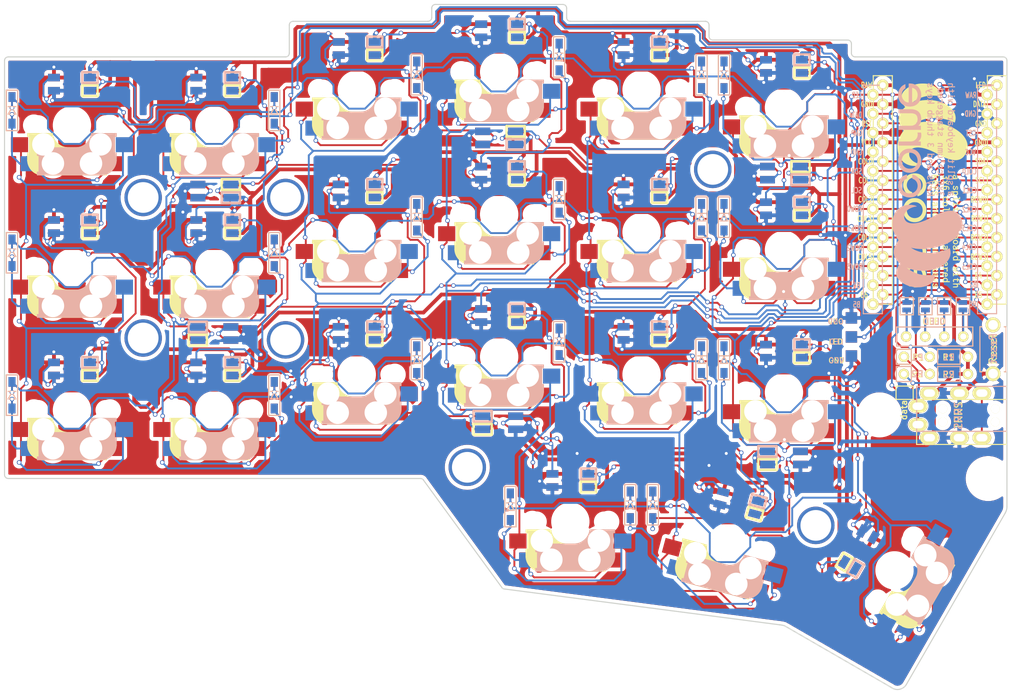
<source format=kicad_pcb>
(kicad_pcb (version 20211014) (generator pcbnew)
  (title_block (title "Corne Cherry") (date "2018-11-17") (rev "2.1") (company "foostan"))
  (layers (0 "F.Cu" signal) (31 "B.Cu" signal) (34 "B.Paste" user) (35 "F.Paste" user) (36 "B.SilkS" user "B.Silkscreen") (37 "F.SilkS" user "F.Silkscreen") (38 "B.Mask" user) (39 "F.Mask" user) (44 "Edge.Cuts" user))
  (net 0 "")
  (net 1 "row0")
  (net 2 "Net-(D1-Pad2)")
  (net 3 "row1")
  (net 4 "Net-(D2-Pad2)")
  (net 5 "row2")
  (net 6 "Net-(D3-Pad2)")
  (net 7 "row3")
  (net 8 "Net-(D4-Pad2)")
  (net 9 "Net-(D5-Pad2)")
  (net 10 "Net-(D6-Pad2)")
  (net 11 "Net-(D7-Pad2)")
  (net 12 "Net-(D8-Pad2)")
  (net 13 "Net-(D9-Pad2)")
  (net 14 "Net-(D10-Pad2)")
  (net 15 "Net-(D11-Pad2)")
  (net 16 "Net-(D12-Pad2)")
  (net 17 "Net-(D13-Pad2)")
  (net 18 "Net-(D14-Pad2)")
  (net 19 "Net-(D15-Pad2)")
  (net 20 "Net-(D16-Pad2)")
  (net 21 "Net-(D17-Pad2)")
  (net 22 "Net-(D18-Pad2)")
  (net 23 "Net-(D19-Pad2)")
  (net 24 "Net-(D20-Pad2)")
  (net 25 "Net-(D21-Pad2)")
  (net 26 "GND")
  (net 27 "VCC")
  (net 28 "col0")
  (net 29 "col1")
  (net 30 "col2")
  (net 31 "col3")
  (net 32 "col4")
  (net 33 "col5")
  (net 34 "LED")
  (net 35 "data")
  (net 36 "Net-(L1-Pad3)")
  (net 37 "Net-(L1-Pad1)")
  (net 38 "Net-(L3-Pad3)")
  (net 39 "Net-(L10-Pad1)")
  (net 40 "Net-(L11-Pad1)")
  (net 41 "Net-(L13-Pad1)")
  (net 42 "Net-(L14-Pad3)")
  (net 43 "Net-(L10-Pad3)")
  (net 44 "Net-(L12-Pad1)")
  (net 45 "Net-(L13-Pad3)")
  (net 46 "Net-(L15-Pad3)")
  (net 47 "Net-(L16-Pad3)")
  (net 48 "reset")
  (net 49 "SCL")
  (net 50 "SDA")
  (net 51 "Net-(L5-Pad3)")
  (net 52 "Net-(U1-Pad14)")
  (net 53 "Net-(U1-Pad13)")
  (net 54 "Net-(U1-Pad12)")
  (net 55 "Net-(U1-Pad11)")
  (net 56 "Net-(J2-Pad1)")
  (net 57 "Net-(J2-Pad2)")
  (net 58 "Net-(J2-Pad3)")
  (net 59 "Net-(J2-Pad4)")
  (net 60 "Net-(L2-Pad3)")
  (net 61 "Net-(L3-Pad1)")
  (net 62 "Net-(L11-Pad3)")
  (net 63 "Net-(L14-Pad1)")
  (net 64 "Net-(L12-Pad3)")
  (net 65 "Net-(L17-Pad1)")
  (net 66 "Net-(L18-Pad3)")
  (net 67 "Net-(L19-Pad3)")
  (net 68 "Net-(J1-PadA)")
  (net 69 "Net-(J1-PadB)")
  (net 70 "Net-(U1-Pad24)")
  (net 71 "Net-(L21-Pad3)")
  (net 72 "Net-(L22-Pad3)")
  (net 73 "Net-(L22-Pad1)")
  (net 74 "Net-(L23-Pad3)")
  (net 75 "Net-(L25-Pad1)")
  (net 76 "Net-(L26-Pad1)")
  (footprint "kbd:D3_SMD" (layer "F.Cu") (at 62 75.125 -90)
    (fp_text reference "D1" hide)
    (fp_text value "D" hide)
  )
  (footprint "kbd:D3_SMD" (layer "F.Cu") (at 97 75.125 -90)
    (fp_text reference "D2" hide)
    (fp_text value "D" hide)
  )
  (footprint "kbd:D3_SMD" (layer "F.Cu") (at 116 70.375 -90)
    (fp_text reference "D3" hide)
    (fp_text value "D" hide)
  )
  (footprint "kbd:D3_SMD" (layer "F.Cu") (at 135 68 -90)
    (fp_text reference "D4" hide)
    (fp_text value "D" hide)
  )
  (footprint "kbd:D3_SMD" (layer "F.Cu") (at 154 70.375 -90)
    (fp_text reference "D5" hide)
    (fp_text value "D" hide)
  )
  (footprint "kbd:D3_SMD" (layer "F.Cu") (at 157 70.375 -90)
    (fp_text reference "D6" hide)
    (fp_text value "D" hide)
  )
  (footprint "kbd:D3_SMD" (layer "F.Cu") (at 62 94.125 -90)
    (fp_text reference "D7" hide)
    (fp_text value "D" hide)
  )
  (footprint "kbd:D3_SMD" (layer "F.Cu") (at 97 94.125 -90)
    (fp_text reference "D8" hide)
    (fp_text value "D" hide)
  )
  (footprint "kbd:D3_SMD" (layer "F.Cu") (at 116 89.375 -90)
    (fp_text reference "D9" hide)
    (fp_text value "D" hide)
  )
  (footprint "kbd:D3_SMD" (layer "F.Cu") (at 135 87 -90)
    (fp_text reference "D10" hide)
    (fp_text value "D" hide)
  )
  (footprint "kbd:D3_SMD" (layer "F.Cu") (at 154 89.375 -90)
    (fp_text reference "D11" hide)
    (fp_text value "D" hide)
  )
  (footprint "kbd:D3_SMD" (layer "F.Cu") (at 157 89.375 -90)
    (fp_text reference "D12" hide)
    (fp_text value "D" hide)
  )
  (footprint "kbd:D3_SMD" (layer "F.Cu") (at 62 113.125 -90)
    (fp_text reference "D13" hide)
    (fp_text value "D" hide)
  )
  (footprint "kbd:D3_SMD" (layer "F.Cu") (at 97 113.125 -90)
    (fp_text reference "D14" hide)
    (fp_text value "D" hide)
  )
  (footprint "kbd:D3_SMD" (layer "F.Cu") (at 116 108.375 -90)
    (fp_text reference "D15" hide)
    (fp_text value "D" hide)
  )
  (footprint "kbd:D3_SMD" (layer "F.Cu") (at 135 106 -90)
    (fp_text reference "D16" hide)
    (fp_text value "D" hide)
  )
  (footprint "kbd:D3_SMD" (layer "F.Cu") (at 154 108.375 -90)
    (fp_text reference "D17" hide)
    (fp_text value "D" hide)
  )
  (footprint "kbd:D3_SMD" (layer "F.Cu") (at 157 108.375 -90)
    (fp_text reference "D18" hide)
    (fp_text value "D" hide)
  )
  (footprint "kbd:D3_SMD" (layer "F.Cu") (at 128.5 128 -90)
    (fp_text reference "D19" hide)
    (fp_text value "D" hide)
  )
  (footprint "kbd:D3_SMD" (layer "F.Cu") (at 144.5 127.75 -90)
    (fp_text reference "D20" hide)
    (fp_text value "D" hide)
  )
  (footprint "kbd:D3_SMD" (layer "F.Cu") (at 147.5 127.75 -90)
    (fp_text reference "D21" hide)
    (fp_text value "D" hide)
  )
  (footprint "kbd:SK6812MINI_rev" (layer "F.Cu") (at 70 71.625)
    (fp_text reference "L1" hide)
    (fp_text value "SK6812MINI" hide)
  )
  (footprint "kbd:SK6812MINI_rev" (layer "F.Cu") (at 89 71.625)
    (fp_text reference "L2" hide)
    (fp_text value "SK6812MINI" hide)
  )
  (footprint "kbd:SK6812MINI_rev" (layer "F.Cu") (at 108 66.875)
    (fp_text reference "L3" hide)
    (fp_text value "SK6812MINI" hide)
  )
  (footprint "kbd:SK6812MINI_rev" (layer "F.Cu") (at 127 64.5)
    (fp_text reference "L4" hide)
    (fp_text value "SK6812MINI" hide)
  )
  (footprint "kbd:SK6812MINI_rev" (layer "F.Cu") (at 146 66.875)
    (fp_text reference "L5" hide)
    (fp_text value "SK6812MINI" hide)
  )
  (footprint "kbd:SK6812MINI_rev" (layer "F.Cu") (at 165 69.25)
    (fp_text reference "L6" hide)
    (fp_text value "SK6812MINI" hide)
  )
  (footprint "kbd:SK6812MINI_rev" (layer "F.Cu") (at 70 90.625)
    (fp_text reference "L7" hide)
    (fp_text value "SK6812MINI" hide)
  )
  (footprint "kbd:SK6812MINI_rev" (layer "F.Cu") (at 89 90.625)
    (fp_text reference "L8" hide)
    (fp_text value "SK6812MINI" hide)
  )
  (footprint "kbd:SK6812MINI_rev" (layer "F.Cu") (at 108 85.875)
    (fp_text reference "L9" hide)
    (fp_text value "SK6812MINI" hide)
  )
  (footprint "kbd:SK6812MINI_rev" (layer "F.Cu") (at 127 83.5)
    (fp_text reference "L10" hide)
    (fp_text value "SK6812MINI" hide)
  )
  (footprint "kbd:SK6812MINI_rev" (layer "F.Cu") (at 146 85.875)
    (fp_text reference "L11" hide)
    (fp_text value "SK6812MINI" hide)
  )
  (footprint "kbd:SK6812MINI_rev" (layer "F.Cu") (at 165 88.25)
    (fp_text reference "L12" hide)
    (fp_text value "SK6812MINI" hide)
  )
  (footprint "kbd:SK6812MINI_rev" (layer "F.Cu") (at 70 109.625)
    (fp_text reference "L13" hide)
    (fp_text value "SK6812MINI" hide)
  )
  (footprint "kbd:SK6812MINI_rev" (layer "F.Cu") (at 89 109.625)
    (fp_text reference "L14" hide)
    (fp_text value "SK6812MINI" hide)
  )
  (footprint "kbd:SK6812MINI_rev" (layer "F.Cu") (at 108 104.875)
    (fp_text reference "L15" hide)
    (fp_text value "SK6812MINI" hide)
  )
  (footprint "kbd:SK6812MINI_rev" (layer "F.Cu") (at 127 102.5)
    (fp_text reference "L16" hide)
    (fp_text value "SK6812MINI" hide)
  )
  (footprint "kbd:SK6812MINI_rev" (layer "F.Cu") (at 146 104.875)
    (fp_text reference "L17" hide)
    (fp_text value "SK6812MINI" hide)
  )
  (footprint "kbd:SK6812MINI_rev" (layer "F.Cu") (at 165 107.25)
    (fp_text reference "L18" hide)
    (fp_text value "SK6812MINI" hide)
  )
  (footprint "kbd:SK6812MINI_rev" (layer "F.Cu") (at 136.5 124.5)
    (fp_text reference "L19" hide)
    (fp_text value "SK6812MINI" hide)
  )
  (footprint "kbd:SK6812MINI_rev" (layer "F.Cu") (at 159 127.5 -15)
    (fp_text reference "L20" hide)
    (fp_text value "SK6812MINI" hide)
  )
  (footprint "kbd:SK6812MINI_rev" (layer "F.Cu") (at 175 133.75 -120)
    (fp_text reference "L21" hide)
    (fp_text value "SK6812MINI" hide)
  )
  (footprint "myfootprints:CherryMX_MidHeight_Hotswap" (layer "F.Cu") (at 70 77.125 180)
    (fp_text reference "SW1" hide)
    (fp_text value "SW_PUSH" hide)
  )
  (footprint "myfootprints:CherryMX_MidHeight_Hotswap" (layer "F.Cu") (at 89 77.125 180)
    (fp_text reference "SW2" hide)
    (fp_text value "SW_PUSH" hide)
  )
  (footprint "myfootprints:CherryMX_MidHeight_Hotswap" (layer "F.Cu") (at 108 72.375 180)
    (fp_text reference "SW3" hide)
    (fp_text value "SW_PUSH" hide)
  )
  (footprint "myfootprints:CherryMX_MidHeight_Hotswap" (layer "F.Cu") (at 127 70 180)
    (fp_text reference "SW4" hide)
    (fp_text value "SW_PUSH" hide)
  )
  (footprint "myfootprints:CherryMX_MidHeight_Hotswap" (layer "F.Cu") (at 146 72.375 180)
    (fp_text reference "SW5" hide)
    (fp_text value "SW_PUSH" hide)
  )
  (footprint "myfootprints:CherryMX_MidHeight_Hotswap" (layer "F.Cu") (at 165 74.75 180)
    (fp_text reference "SW6" hide)
    (fp_text value "SW_PUSH" hide)
  )
  (footprint "myfootprints:CherryMX_MidHeight_Hotswap" (layer "F.Cu") (at 70 96.125 180)
    (fp_text reference "SW7" hide)
    (fp_text value "SW_PUSH" hide)
  )
  (footprint "myfootprints:CherryMX_MidHeight_Hotswap" (layer "F.Cu") (at 89 96.125 180)
    (fp_text reference "SW8" hide)
    (fp_text value "SW_PUSH" hide)
  )
  (footprint "myfootprints:CherryMX_MidHeight_Hotswap" (layer "F.Cu") (at 108 91.375 180)
    (fp_text reference "SW9" hide)
    (fp_text value "SW_PUSH" hide)
  )
  (footprint "myfootprints:CherryMX_MidHeight_Hotswap" (layer "F.Cu") (at 127 89 180)
    (fp_text reference "SW10" hide)
    (fp_text value "SW_PUSH" hide)
  )
  (footprint "myfootprints:CherryMX_MidHeight_Hotswap" (layer "F.Cu") (at 146 91.375 180)
    (fp_text reference "SW11" hide)
    (fp_text value "SW_PUSH" hide)
  )
  (footprint "myfootprints:CherryMX_MidHeight_Hotswap" (layer "F.Cu") (at 165 93.75 180)
    (fp_text reference "SW12" hide)
    (fp_text value "SW_PUSH" hide)
  )
  (footprint "myfootprints:CherryMX_MidHeight_Hotswap" (layer "F.Cu") (at 70 115.125 180)
    (fp_text reference "SW13" hide)
    (fp_text value "SW_PUSH" hide)
  )
  (footprint "myfootprints:CherryMX_MidHeight_Hotswap" (layer "F.Cu") (at 89 115.125 180)
    (fp_text reference "SW14" hide)
    (fp_text value "SW_PUSH" hide)
  )
  (footprint "myfootprints:CherryMX_MidHeight_Hotswap" (layer "F.Cu") (at 108 110.375 180)
    (fp_text reference "SW15" hide)
    (fp_text value "SW_PUSH" hide)
  )
  (footprint "myfootprints:CherryMX_MidHeight_Hotswap" (layer "F.Cu") (at 127 108 180)
    (fp_text reference "SW16" hide)
    (fp_text value "SW_PUSH" hide)
  )
  (footprint "myfootprints:CherryMX_MidHeight_Hotswap" (layer "F.Cu") (at 146 110.375 180)
    (fp_text reference "SW17" hide)
    (fp_text value "SW_PUSH" hide)
  )
  (footprint "myfootprints:CherryMX_MidHeight_Hotswap" (layer "F.Cu") (at 165 112.75 180)
    (fp_text reference "SW18" hide)
    (fp_text value "SW_PUSH" hide)
  )
  (footprint "myfootprints:CherryMX_MidHeight_Hotswap" (layer "F.Cu") (at 136.5 130 180)
    (fp_text reference "SW19" hide)
    (fp_text value "SW_PUSH" hide)
  )
  (footprint "myfootprints:CherryMX_MidHeight_Hotswap" (layer "F.Cu") (at 157.5 132.75 165)
    (fp_text reference "SW20" hide)
    (fp_text value "SW_PUSH" hide)
  )
  (footprint "kbd:Jumper" (layer "F.Cu") (at 188.875 101.25 -90)
    (fp_text reference "JP2" hide)
    (fp_text value " ")
  )
  (footprint "kbd:Jumper" (layer "F.Cu") (at 186.375 101.25 -90)
    (fp_text reference "JP3" hide)
    (fp_text value " ")
  )
  (footprint "kbd:Jumper" (layer "F.Cu") (at 183.875 101.25 -90)
    (fp_text reference "JP4" hide)
    (fp_text value " ")
  )
  (footprint "kbd:Jumper" (layer "F.Cu") (at 181.375 101.25 -90)
    (fp_text reference "JP5" hide)
    (fp_text value " ")
  )
  (footprint "kbd:ProMicro_v2" (layer "F.Cu") (at 185.75 86.25)
    (fp_text reference "U1" hide)
    (fp_text value "ProMicro" hide)
  )
  (footprint "myfootprints:LEGO_HOLE" (layer "F.Cu") (at 79.5 86.75)
    (fp_text reference "")
    (fp_text value "")
  )
  (footprint "myfootprints:LEGO_HOLE" (layer "F.Cu") (at 79.5 105.5)
    (fp_text reference "")
    (fp_text value "")
  )
  (footprint "myfootprints:LEGO_HOLE" (layer "F.Cu") (at 98.5 86.75)
    (fp_text reference "")
    (fp_text value "")
  )
  (footprint "myfootprints:LEGO_HOLE" (layer "F.Cu") (at 98.5 105.75)
    (fp_text reference "")
    (fp_text value "")
  )
  (footprint "myfootprints:LEGO_HOLE" (layer "F.Cu") (at 155.5 83)
    (fp_text reference "")
    (fp_text value "")
  )
  (footprint "myfootprints:LEGO_HOLE" (layer "F.Cu") (at 122.75 122.75)
    (fp_text reference "")
    (fp_text value "")
  )
  (footprint "myfootprints:LEGO_HOLE" (layer "F.Cu") (at 169.25 130.5)
    (fp_text reference "")
    (fp_text value "")
  )
  (footprint "kbd:StripLED_rev" (layer "F.Cu") (at 174 107.9 180)
    (fp_text reference "J3" hide)
    (fp_text value "LED" hide)
  )
  (footprint "kbd:JPC2" (layer "F.Cu") (at 181.1 112.8)
    (fp_text reference "data")
    (fp_text value " " hide)
  )
  (footprint "kbd:OLED" (layer "F.Cu") (at 181.3 105.3)
    (fp_text reference "OLED")
    (fp_text value "OLED" hide)
  )
  (footprint "kbd:MJ-4PP-9" (layer "F.Cu") (at 194.7 116.7 -90)
    (fp_text reference "TRRS")
    (fp_text value "MJ-4PP-9" hide)
  )
  (footprint "kbd:ResetSW" (layer "F.Cu") (at 192.9 107 90)
    (fp_text reference "RSW1" hide)
    (fp_text value "Reset")
  )
  (footprint "kbd:SK6812MINI_underglow_rev" (layer "F.Cu") (at 89 85.9)
    (fp_text reference "L22" hide)
    (fp_text value "SK6812MINI" hide)
  )
  (footprint "kbd:SK6812MINI_underglow_rev" (layer "F.Cu") (at 127 78.8)
    (fp_text reference "L23" hide)
    (fp_text value "SK6812MINI" hide)
  )
  (footprint "kbd:SK6812MINI_underglow_rev" (layer "F.Cu") (at 165 83.5)
    (fp_text reference "L24" hide)
    (fp_text value "SK6812MINI" hide)
  )
  (footprint "kbd:SK6812MINI_underglow_rev" (layer "F.Cu") (at 89 104.9 180)
    (fp_text reference "L25" hide)
    (fp_text value "SK6812MINI" hide)
  )
  (footprint "kbd:SK6812MINI_underglow_rev" (layer "F.Cu") (at 127 116.8 180)
    (fp_text reference "L26" hide)
    (fp_text value "SK6812MINI" hide)
  )
  (footprint "kbd:SK6812MINI_underglow_rev" (layer "F.Cu") (at 165 121.5 180)
    (fp_text reference "L27" hide)
    (fp_text value "SK6812MINI" hide)
  )
  (footprint "kbd:corne" (layer "F.Cu") (at 184.7 85.225 -90)
    (fp_text reference "G***" hide)
    (fp_text value "LOGO" hide)
  )
  (footprint "myfootprints:CherryMX_MidHeight_Hotswap_1.5u" (layer "F.Cu") (at 179.75 136.5 -120)
    (fp_text reference "SW21" hide)
    (fp_text value "SW_PUSH" hide)
  )
  (footprint "kbd:R" (layer "F.Cu") (at 187 110.3 180)
    (fp_text reference "R2")
    (fp_text value "R" hide)
  )
  (footprint "kbd:R" (layer "F.Cu") (at 187 108 180)
    (fp_text reference "R1")
    (fp_text value "R" hide)
  )
  (footprint "kbd:1pin_conn" (layer "F.Cu") (at 181 108)
    (fp_text reference "P1")
    (fp_text value "i2c-pin" hide)
  )
  (footprint "kbd:1pin_conn" (layer "F.Cu") (at 181 110.3)
    (fp_text reference "P2")
    (fp_text value "i2c-pin" hide)
  )
  (footprint "kbd:Jumper" (layer "B.Cu") (at 188.875 101.25 -90)
    (fp_text reference "JP6" hide)
    (fp_text value " ")
  )
  (footprint "kbd:Jumper" (layer "B.Cu") (at 186.375 101.25 -90)
    (fp_text reference "JP7" hide)
    (fp_text value " ")
  )
  (footprint "kbd:Jumper" (layer "B.Cu") (at 183.875 101.25 -90)
    (fp_text reference "JP8" hide)
    (fp_text value " ")
  )
  (footprint "kbd:Jumper" (layer "B.Cu") (at 181.375 101.25 -90)
    (fp_text reference "JP9" hide)
    (fp_text value " ")
  )
  (footprint "kbd:corne" (layer "B.Cu") (at 184.025 85.05 90)
    (fp_text reference "G***" hide)
    (fp_text value "LOGO" hide)
  )
  (gr_line (start 99.002737 63.743535) (end 99.002737 67.493535) (layer "Edge.Cuts") (width 0.15))
  (gr_line (start 173.502737 65.743535) (end 155.502737 65.743535) (layer "Edge.Cuts") (width 0.15))
  (gr_arc (start 194.752737 127.968535) (mid 194.697958 128.420204) (end 194.525501 128.841231) (layer "Edge.Cuts") (width 0.15))
  (gr_arc (start 154.502737 63.243535) (mid 154.85629 63.389982) (end 155.002737 63.743535) (layer "Edge.Cuts") (width 0.15))
  (gr_arc (start 174.502737 67.993535) (mid 174.149184 67.847088) (end 174.002737 67.493535) (layer "Edge.Cuts") (width 0.15))
  (gr_arc (start 61.502737 124.243535) (mid 61.149184 124.097088) (end 61.002737 123.743535) (layer "Edge.Cuts") (width 0.15))
  (gr_arc (start 135.502737 60.993535) (mid 135.85629 61.139982) (end 136.002737 61.493535) (layer "Edge.Cuts") (width 0.15))
  (gr_arc (start 99.002737 63.743535) (mid 99.149184 63.389982) (end 99.502737 63.243535) (layer "Edge.Cuts") (width 0.15))
  (gr_arc (start 164.423293 143.763879) (mid 164.753689 143.812684) (end 165.077737 143.893535) (layer "Edge.Cuts") (width 0.15))
  (gr_line (start 165.077737 143.893535) (end 179.402737 152.168535) (layer "Edge.Cuts") (width 0.15))
  (gr_line (start 155.002737 65.243535) (end 155.002737 63.743535) (layer "Edge.Cuts") (width 0.15))
  (gr_line (start 174.002737 66.243535) (end 174.002737 67.493535) (layer "Edge.Cuts") (width 0.15))
  (gr_line (start 154.502737 63.243535) (end 136.502737 63.243535) (layer "Edge.Cuts") (width 0.15))
  (gr_arc (start 155.502737 65.743535) (mid 155.149184 65.597088) (end 155.002737 65.243535) (layer "Edge.Cuts") (width 0.15))
  (gr_line (start 116.852737 124.393535) (end 127.402737 138.843535) (layer "Edge.Cuts") (width 0.15))
  (gr_line (start 136.002737 62.743535) (end 136.002737 61.493535) (layer "Edge.Cuts") (width 0.15))
  (gr_line (start 117.502737 63.243535) (end 99.502737 63.243535) (layer "Edge.Cuts") (width 0.15))
  (gr_line (start 135.502737 60.993535) (end 118.502737 60.993535) (layer "Edge.Cuts") (width 0.15))
  (gr_arc (start 127.752737 138.993535) (mid 127.561395 138.955475) (end 127.399184 138.847088) (layer "Edge.Cuts") (width 0.15))
  (gr_line (start 118.002737 61.493535) (end 118.002737 62.743535) (layer "Edge.Cuts") (width 0.15))
  (gr_line (start 98.502737 67.993535) (end 61.502737 67.993535) (layer "Edge.Cuts") (width 0.15))
  (gr_arc (start 136.502737 63.243535) (mid 136.149184 63.097088) (end 136.002737 62.743535) (layer "Edge.Cuts") (width 0.15))
  (gr_arc (start 61.002737 68.493535) (mid 61.149184 68.139982) (end 61.502737 67.993535) (layer "Edge.Cuts") (width 0.15))
  (gr_line (start 181.3 151.775) (end 194.525 128.85) (layer "Edge.Cuts") (width 0.15))
  (gr_line (start 194.752737 68.493535) (end 194.752737 127.968535) (layer "Edge.Cuts") (width 0.15))
  (gr_line (start 194.252737 67.993535) (end 174.502737 67.993535) (layer "Edge.Cuts") (width 0.15))
  (gr_line (start 116.502737 124.243535) (end 61.502737 124.243535) (layer "Edge.Cuts") (width 0.15))
  (gr_arc (start 194.252737 67.993535) (mid 194.60629 68.139982) (end 194.752737 68.493535) (layer "Edge.Cuts") (width 0.15))
  (gr_arc (start 173.502737 65.743535) (mid 173.85629 65.889982) (end 174.002737 66.243535) (layer "Edge.Cuts") (width 0.15))
  (gr_arc (start 116.502737 124.243535) (mid 116.694079 124.281595) (end 116.85629 124.389982) (layer "Edge.Cuts") (width 0.15))
  (gr_arc (start 99.002737 67.493535) (mid 98.85629 67.847088) (end 98.502737 67.993535) (layer "Edge.Cuts") (width 0.15))
  (gr_arc (start 118.002737 61.493535) (mid 118.149184 61.139982) (end 118.502737 60.993535) (layer "Edge.Cuts") (width 0.15))
  (gr_arc (start 118.002737 62.743535) (mid 117.85629 63.097088) (end 117.502737 63.243535) (layer "Edge.Cuts") (width 0.15))
  (gr_arc (start 181.297263 151.781465) (mid 180.412069 152.371617) (end 179.369251 152.160956) (layer "Edge.Cuts") (width 0.15))
  (gr_line (start 61.002737 68.493535) (end 61.002737 123.743535) (layer "Edge.Cuts") (width 0.15))
  (gr_line (start 127.752737 138.993535) (end 164.452737 143.768535) (layer "Edge.Cuts") (width 0.15))
  (gr_text "GND" (at 171.9 103.3) (layer "B.SilkS") (effects (font (size 0.7 0.7) (thickness 0.125)) (justify mirror)))
  (gr_text "OLED" (at 185.1 103.3) (layer "B.SilkS") (effects (font (size 0.8128 0.8128)) (justify mirror)))
  (gr_text "VCC" (at 172 108.5) (layer "B.SilkS") (effects (font (size 0.7 0.7) (thickness 0.125)) (justify mirror)))
  (gr_text "LED" (at 172 106) (layer "B.SilkS") (effects (font (size 0.7 0.7) (thickness 0.125)) (justify mirror)))
  (gr_text "LED" (at 171.9 106) (layer "F.SilkS") (effects (font (size 0.7 0.7) (thickness 0.125))))
  (gr_text "GND" (at 172 108.5) (layer "F.SilkS") (effects (font (size 0.7 0.7) (thickness 0.125))))
  (gr_text "VCC" (at 171.9 103.3) (layer "F.SilkS") (effects (font (size 0.7 0.7) (thickness 0.125))))
  (segment (start 174.8 77) (end 174.8 77.6) (width 0.25) (layer "F.Cu") (net 1))
  (segment (start 174.8 77.6) (end 174.3 78.1) (width 0.25) (layer "F.Cu") (net 1))
  (segment (start 174.3 78.1) (end 174.3 78.3) (width 0.25) (layer "F.Cu") (net 1))
  (segment (start 174.3 78.3) (end 174.1 78.5) (width 0.25) (layer "F.Cu") (net 1))
  (segment (start 173.775002 87.875002) (end 174.182 88.282) (width 0.25) (layer "F.Cu") (net 1))
  (segment (start 174.182 88.282) (end 176.86 88.282) (width 0.25) (layer "F.Cu") (net 1))
  (segment (start 187.518 88.282) (end 188.788 87.012) (width 0.25) (layer "F.Cu") (net 1))
  (segment (start 188.788 87.012) (end 193.4064 87.012) (width 0.25) (layer "F.Cu") (net 1))
  (segment (start 115.75 69.95) (end 116 69.7) (width 0.25) (layer "F.Cu") (net 1))
  (segment (start 116 69.7) (end 116 68.6) (width 0.25) (layer "F.Cu") (net 1))
  (segment (start 135 67.6) (end 135 66.225) (width 0.25) (layer "F.Cu") (net 1))
  (segment (start 97 74.75) (end 97 73.35) (width 0.25) (layer "F.Cu") (net 1))
  (segment (start 62 74.8) (end 62 73.35) (width 0.25) (layer "F.Cu") (net 1))
  (segment (start 154 70) (end 154 68.6) (width 0.25) (layer "F.Cu") (net 1))
  (segment (start 174.1 81.15) (end 173.775002 81.474998) (width 0.25) (layer "F.Cu") (net 1))
  (segment (start 173.775002 81.474998) (end 173.775002 87.875002) (width 0.25) (layer "F.Cu") (net 1))
  (segment (start 157 68.6) (end 157 70) (width 0.25) (layer "F.Cu") (net 1))
  (segment (start 176.86 88.282) (end 187.518 88.282) (width 0.25) (layer "F.Cu") (net 1))
  (via (at 174.1 78.5) (size 0.6) (drill 0.4) (layers "F.Cu" "B.Cu") (net 1))
  (via (at 135 67.6) (size 0.6) (drill 0.4) (layers "F.Cu" "B.Cu") (net 1))
  (via (at 174.1 81.15) (size 0.6) (drill 0.4) (layers "F.Cu" "B.Cu") (net 1))
  (via (at 62 74.8) (size 0.6) (drill 0.4) (layers "F.Cu" "B.Cu") (net 1))
  (via (at 157 70) (size 0.6) (drill 0.4) (layers "F.Cu" "B.Cu") (net 1))
  (via (at 174.8 77) (size 0.6) (drill 0.4) (layers "F.Cu" "B.Cu") (net 1))
  (via (at 154 70) (size 0.6) (drill 0.4) (layers "F.Cu" "B.Cu") (net 1))
  (via (at 97 74.75) (size 0.6) (drill 0.4) (layers "F.Cu" "B.Cu") (net 1))
  (via (at 115.75 69.95) (size 0.6) (drill 0.4) (layers "F.Cu" "B.Cu") (net 1))
  (segment (start 66.8 76.05) (end 66.8 77.5) (width 0.25) (layer "B.Cu") (net 1))
  (segment (start 66.8 77.5) (end 68.9 79.6) (width 0.25) (layer "B.Cu") (net 1))
  (segment (start 68.9 79.6) (end 71.15 79.6) (width 0.25) (layer "B.Cu") (net 1))
  (segment (start 71.15 79.6) (end 73.1 77.65) (width 0.25) (layer "B.Cu") (net 1))
  (segment (start 73.1 77.65) (end 73.1 76.25) (width 0.25) (layer "B.Cu") (net 1))
  (segment (start 73.1 76.25) (end 73.75 75.6) (width 0.25) (layer "B.Cu") (net 1))
  (segment (start 73.75 75.6) (end 76.2 75.6) (width 0.25) (layer "B.Cu") (net 1))
  (segment (start 76.2 75.6) (end 77.6 77) (width 0.25) (layer "B.Cu") (net 1))
  (segment (start 77.6 77) (end 80.8 77) (width 0.25) (layer "B.Cu") (net 1))
  (segment (start 80.8 77) (end 81.4 76.4) (width 0.25) (layer "B.Cu") (net 1))
  (segment (start 81.4 76.4) (end 81.4 75.2) (width 0.25) (layer "B.Cu") (net 1))
  (segment (start 81.4 75.2) (end 81.6 75) (width 0.25) (layer "B.Cu") (net 1))
  (segment (start 81.6 75) (end 87.4 75) (width 0.25) (layer "B.Cu") (net 1))
  (segment (start 87.4 75) (end 87.9 74.5) (width 0.25) (layer "B.Cu") (net 1))
  (segment (start 87.9 74.5) (end 90.2 74.5) (width 0.25) (layer "B.Cu") (net 1))
  (segment (start 90.2 74.5) (end 90.8 75.1) (width 0.25) (layer "B.Cu") (net 1))
  (segment (start 90.8 75.1) (end 95 75.1) (width 0.25) (layer "B.Cu") (net 1))
  (segment (start 95 75.1) (end 95.25 75.35) (width 0.25) (layer "B.Cu") (net 1))
  (segment (start 97 75.35) (end 95.25 75.35) (width 0.25) (layer "B.Cu") (net 1))
  (segment (start 97.85 75.35) (end 100.8 72.4) (width 0.25) (layer "B.Cu") (net 1))
  (segment (start 100.8 72.4) (end 100.8 71.4) (width 0.25) (layer "B.Cu") (net 1))
  (segment (start 100.8 71.4) (end 101.4 70.8) (width 0.25) (layer "B.Cu") (net 1))
  (segment (start 101.4 70.8) (end 104 70.8) (width 0.25) (layer "B.Cu") (net 1))
  (segment (start 104 70.8) (end 104.9 71.7) (width 0.25) (layer "B.Cu") (net 1))
  (segment (start 104.9 71.7) (end 104.9 72.85) (width 0.25) (layer "B.Cu") (net 1))
  (segment (start 104.9 72.85) (end 106.95 74.9) (width 0.25) (layer "B.Cu") (net 1))
  (segment (start 106.95 74.9) (end 109.1 74.9) (width 0.25) (layer "B.Cu") (net 1))
  (segment (start 109.1 74.9) (end 111 73) (width 0.25) (layer "B.Cu") (net 1))
  (segment (start 111 73) (end 111 71.5) (width 0.25) (layer "B.Cu") (net 1))
  (segment (start 111 71.5) (end 111.7 70.8) (width 0.25) (layer "B.Cu") (net 1))
  (segment (start 111.7 70.8) (end 115.8 70.8) (width 0.25) (layer "B.Cu") (net 1))
  (segment (start 115.8 70.8) (end 116 70.6) (width 0.25) (layer "B.Cu") (net 1))
  (segment (start 131.175 68.225) (end 129.9 69.5) (width 0.25) (layer "B.Cu") (net 1))
  (segment (start 129.9 69.5) (end 129.9 70.6) (width 0.25) (layer "B.Cu") (net 1))
  (segment (start 129.9 70.6) (end 127.9 72.6) (width 0.25) (layer "B.Cu") (net 1))
  (segment (start 127.9 72.6) (end 125.95 72.6) (width 0.25) (layer "B.Cu") (net 1))
  (segment (start 125.95 72.6) (end 123.8 70.45) (width 0.25) (layer "B.Cu") (net 1))
  (segment (start 123.8 70.45) (end 123.8 69.2) (width 0.25) (layer "B.Cu") (net 1))
  (segment (start 123.8 69.2) (end 122.7 68.1) (width 0.25) (layer "B.Cu") (net 1))
  (segment (start 122.7 68.1) (end 120.8 68.1) (width 0.25) (layer "B.Cu") (net 1))
  (segment (start 120.8 68.1) (end 119.5 69.4) (width 0.25) (layer "B.Cu") (net 1))
  (segment (start 119.5 69.4) (end 117.2 69.4) (width 0.25) (layer "B.Cu") (net 1))
  (segment (start 117.2 69.4) (end 116 70.6) (width 0.25) (layer "B.Cu") (net 1))
  (segment (start 149.55 70.6) (end 148.8 71.35) (width 0.25) (layer "B.Cu") (net 1))
  (segment (start 148.8 71.35) (end 148.8 73.1) (width 0.25) (layer "B.Cu") (net 1))
  (segment (start 148.8 73.1) (end 147 74.9) (width 0.25) (layer "B.Cu") (net 1))
  (segment (start 147 74.9) (end 144.95 74.9) (width 0.25) (layer "B.Cu") (net 1))
  (segment (start 144.95 74.9) (end 143.1 73.05) (width 0.25) (layer "B.Cu") (net 1))
  (segment (start 143.1 73.05) (end 143.1 71.15) (width 0.25) (layer "B.Cu") (net 1))
  (segment (start 143.1 71.15) (end 142.55 70.6) (width 0.25) (layer "B.Cu") (net 1))
  (segment (start 158.2 70.6) (end 161.9 74.3) (width 0.25) (layer "B.Cu") (net 1))
  (segment (start 161.9 74.3) (end 161.9 75.2) (width 0.25) (layer "B.Cu") (net 1))
  (segment (start 161.9 75.2) (end 164 77.3) (width 0.25) (layer "B.Cu") (net 1))
  (segment (start 164 77.3) (end 166 77.3) (width 0.25) (layer "B.Cu") (net 1))
  (segment (start 166 77.3) (end 168.1 75.2) (width 0.25) (layer "B.Cu") (net 1))
  (segment (start 168.1 75.2) (end 168.1 74) (width 0.25) (layer "B.Cu") (net 1))
  (segment (start 168.1 74) (end 169.1 73) (width 0.25) (layer "B.Cu") (net 1))
  (segment (start 169.1 73) (end 171.9 73) (width 0.25) (layer "B.Cu") (net 1))
  (segment (start 171.9 73) (end 173.1 74.2) (width 0.25) (layer "B.Cu") (net 1))
  (segment (start 173.1 74.2) (end 173.1 75.45) (width 0.25) (layer "B.Cu") (net 1))
  (segment (start 173.1 75.45) (end 173.85 76.2) (width 0.25) (layer "B.Cu") (net 1))
  (segment (start 174.4 76.2) (end 174.8 76.6) (width 0.25) (layer "B.Cu") (net 1))
  (segment (start 174.8 76.6) (end 174.8 77) (width 0.25) (layer "B.Cu") (net 1))
  (segment (start 63.7 75.05) (end 62 73.35) (width 0.25) (layer "B.Cu") (net 1))
  (segment (start 115.8 70) (end 115.75 69.95) (width 0.25) (layer "B.Cu") (net 1))
  (segment (start 116 69.7) (end 115.75 69.95) (width 0.25) (layer "B.Cu") (net 1))
  (segment (start 135 68.2) (end 135 67.6) (width 0.25) (layer "B.Cu") (net 1))
  (segment (start 136.9 68.2) (end 139.3 70.6) (width 0.25) (layer "B.Cu") (net 1))
  (segment (start 139.3 70.6) (end 142.55 70.6) (width 0.25) (layer "B.Cu") (net 1))
  (segment (start 157 70) (end 157.05 70.05) (width 0.25) (layer "B.Cu") (net 1))
  (segment (start 157.05 70.05) (end 157.05 70.6) (width 0.25) (layer "B.Cu") (net 1))
  (segment (start 157.05 70.6) (end 157 70.6) (width 0.25) (layer "B.Cu") (net 1))
  (segment (start 66.8 76.05) (end 65.8 75.05) (width 0.25) (layer "B.Cu") (net 1))
  (segment (start 135 68.225) (end 131.175 68.225) (width 0.25) (layer "B.Cu") (net 1))
  (segment (start 174.1 78.5) (end 174.1 81.15) (width 0.25) (layer "B.Cu") (net 1))
  (segment (start 116 68.6) (end 116 69.7) (width 0.25) (layer "B.Cu") (net 1))
  (segment (start 115.8 70.8) (end 115.8 70) (width 0.25) (layer "B.Cu") (net 1))
  (segment (start 157 70) (end 157 68.6) (width 0.25) (layer "B.Cu") (net 1))
  (segment (start 154 70) (end 154 68.6) (width 0.25) (layer "B.Cu") (net 1))
  (segment (start 97 74.75) (end 97 73.35) (width 0.25) (layer "B.Cu") (net 1))
  (segment (start 157.05 70.6) (end 158.2 70.6) (width 0.25) (layer "B.Cu") (net 1))
  (segment (start 97 75.35) (end 97.85 75.35) (width 0.25) (layer "B.Cu") (net 1))
  (segment (start 97 75.35) (end 97 74.75) (width 0.25) (layer "B.Cu") (net 1))
  (segment (start 154 70.6) (end 157 70.6) (width 0.25) (layer "B.Cu") (net 1))
  (segment (start 154 70.6) (end 154 70) (width 0.25) (layer "B.Cu") (net 1))
  (segment (start 135 66.225) (end 135 67.6) (width 0.25) (layer "B.Cu") (net 1))
  (segment (start 135 68.225) (end 135 68.2) (width 0.25) (layer "B.Cu") (net 1))
  (segment (start 135 68.2) (end 136.9 68.2) (width 0.25) (layer "B.Cu") (net 1))
  (segment (start 173.85 76.2) (end 174.4 76.2) (width 0.25) (layer "B.Cu") (net 1))
  (segment (start 65.8 75.05) (end 63.7 75.05) (width 0.25) (layer "B.Cu") (net 1))
  (segment (start 149.55 70.6) (end 154 70.6) (width 0.25) (layer "B.Cu") (net 1))
  (segment (start 62 73.35) (end 62 74.8) (width 0.25) (layer "B.Cu") (net 1))
  (segment (start 75.5 82.25) (end 73.35 84.4) (width 0.25) (layer "F.Cu") (net 2))
  (segment (start 62 75.65) (end 62 76.9) (width 0.25) (layer "F.Cu") (net 2))
  (segment (start 75.5 82.245) (end 75.5 82.25) (width 0.25) (layer "F.Cu") (net 2))
  (via (at 73.35 84.4) (size 0.6) (drill 0.4) (layers "F.Cu" "B.Cu") (net 2))
  (via (at 62 75.65) (size 0.6) (drill 0.4) (layers "F.Cu" "B.Cu") (net 2))
  (segment (start 73.35 84.4) (end 73.3 84.45) (width 0.25) (layer "B.Cu") (net 2))
  (segment (start 73.3 84.45) (end 66.705 84.45) (width 0.25) (layer "B.Cu") (net 2))
  (segment (start 66.705 84.45) (end 64.5 82.245) (width 0.25) (layer "B.Cu") (net 2))
  (segment (start 62 76.85) (end 62 81.2) (width 0.25) (layer "B.Cu") (net 2))
  (segment (start 62 81.2) (end 63.045 82.245) (width 0.25) (layer "B.Cu") (net 2))
  (segment (start 63.045 82.245) (end 64.5 82.245) (width 0.25) (layer "B.Cu") (net 2))
  (segment (start 62 76.9) (end 62 75.65) (width 0.25) (layer "B.Cu") (net 2))
  (segment (start 82.9 94.6) (end 82.3 95.2) (width 0.25) (layer "F.Cu") (net 3))
  (segment (start 82.3 95.2) (end 82.3 95.6) (width 0.25) (layer "F.Cu") (net 3))
  (segment (start 82.3 95.6) (end 80.7 97.2) (width 0.25) (layer "F.Cu") (net 3))
  (segment (start 121 87.3) (end 119 87.3) (width 0.25) (layer "F.Cu") (net 3))
  (segment (start 139.9 89.5) (end 138.2 89.5) (width 0.25) (layer "F.Cu") (net 3))
  (segment (start 174 90.6) (end 174.222 90.822) (width 0.25) (layer "F.Cu") (net 3))
  (segment (start 174.222 90.822) (end 176.86 90.822) (width 0.25) (layer "F.Cu") (net 3))
  (segment (start 182.478 90.822) (end 183.748 89.552) (width 0.25) (layer "F.Cu") (net 3))
  (segment (start 183.748 89.552) (end 193.4064 89.552) (width 0.25) (layer "F.Cu") (net 3))
  (segment (start 96.95 93.7) (end 97 93.65) (width 0.25) (layer "F.Cu") (net 3))
  (segment (start 97 93.65) (end 97 92.35) (width 0.25) (layer "F.Cu") (net 3))
  (segment (start 116 89.05) (end 116 87.6) (width 0.25) (layer "F.Cu") (net 3))
  (segment (start 135 86.6) (end 135 85.225) (width 0.25) (layer "F.Cu") (net 3))
  (segment (start 154 89.6) (end 157 89.6) (width 0.25) (layer "F.Cu") (net 3))
  (segment (start 98.98 92.91) (end 102.14 89.75) (width 0.25) (layer "F.Cu") (net 3))
  (segment (start 98.98 92.91) (end 98.98 93.53) (width 0.25) (layer "F.Cu") (net 3))
  (segment (start 154 87.6) (end 154 89.6) (width 0.25) (layer "F.Cu") (net 3))
  (segment (start 176.86 90.822) (end 182.478 90.822) (width 0.25) (layer "F.Cu") (net 3))
  (segment (start 62 92.35) (end 62 93.8) (width 0.25) (layer "F.Cu") (net 3))
  (segment (start 157 87.6) (end 157 89.6) (width 0.25) (layer "F.Cu") (net 3))
  (via (at 82.9 94.6) (size 0.6) (drill 0.4) (layers "F.Cu" "B.Cu") (net 3))
  (via (at 98.98 93.53) (size 0.6) (drill 0.4) (layers "F.Cu" "B.Cu") (net 3))
  (via (at 139.9 89.5) (size 0.6) (drill 0.4) (layers "F.Cu" "B.Cu") (net 3))
  (via (at 119 87.3) (size 0.6) (drill 0.4) (layers "F.Cu" "B.Cu") (net 3))
  (via (at 80.7 97.2) (size 0.6) (drill 0.4) (layers "F.Cu" "B.Cu") (net 3))
  (via (at 154 89.6) (size 0.6) (drill 0.4) (layers "F.Cu" "B.Cu") (net 3))
  (via (at 102.14 89.75) (size 0.6) (drill 0.4) (layers "F.Cu" "B.Cu") (net 3))
  (via (at 121 87.3) (size 0.6) (drill 0.4) (layers "F.Cu" "B.Cu") (net 3))
  (via (at 96.95 93.7) (size 0.6) (drill 0.4) (layers "F.Cu" "B.Cu") (net 3))
  (via (at 135 86.6) (size 0.6) (drill 0.4) (layers "F.Cu" "B.Cu") (net 3))
  (via (at 62 93.8) (size 0.6) (drill 0.4) (layers "F.Cu" "B.Cu") (net 3))
  (via (at 174 90.6) (size 0.6) (drill 0.4) (layers "F.Cu" "B.Cu") (net 3))
  (via (at 138.2 89.5) (size 0.6) (drill 0.4) (layers "F.Cu" "B.Cu") (net 3))
  (via (at 157 89.6) (size 0.6) (drill 0.4) (layers "F.Cu" "B.Cu") (net 3))
  (via (at 116 89.05) (size 0.6) (drill 0.4) (layers "F.Cu" "B.Cu") (net 3))
  (segment (start 96.65 94.35) (end 95.9 95.1) (width 0.25) (layer "B.Cu") (net 3))
  (segment (start 95.9 95.1) (end 95.7 95.1) (width 0.25) (layer "B.Cu") (net 3))
  (segment (start 95.7 95.1) (end 95.3 94.7) (width 0.25) (layer "B.Cu") (net 3))
  (segment (start 95.3 94.7) (end 93 94.7) (width 0.25) (layer "B.Cu") (net 3))
  (segment (start 93 94.7) (end 92.2 95.5) (width 0.25) (layer "B.Cu") (net 3))
  (segment (start 92.2 95.5) (end 92.2 96.45) (width 0.25) (layer "B.Cu") (net 3))
  (segment (start 92.2 96.45) (end 90 98.65) (width 0.25) (layer "B.Cu") (net 3))
  (segment (start 90 98.65) (end 87.95 98.65) (width 0.25) (layer "B.Cu") (net 3))
  (segment (start 87.95 98.65) (end 86 96.7) (width 0.25) (layer "B.Cu") (net 3))
  (segment (start 86 96.7) (end 86 95.5) (width 0.25) (layer "B.Cu") (net 3))
  (segment (start 86 95.5) (end 85.1 94.6) (width 0.25) (layer "B.Cu") (net 3))
  (segment (start 79.5 96) (end 77.8 96) (width 0.25) (layer "B.Cu") (net 3))
  (segment (start 77.8 96) (end 76.6 94.8) (width 0.25) (layer "B.Cu") (net 3))
  (segment (start 72.7 95.4) (end 72.7 96.9) (width 0.25) (layer "B.Cu") (net 3))
  (segment (start 72.7 96.9) (end 70.9 98.7) (width 0.25) (layer "B.Cu") (net 3))
  (segment (start 70.9 98.7) (end 69.1 98.7) (width 0.25) (layer "B.Cu") (net 3))
  (segment (start 69.1 98.7) (end 67.1 96.7) (width 0.25) (layer "B.Cu") (net 3))
  (segment (start 67.1 96.7) (end 67.1 95.55) (width 0.25) (layer "B.Cu") (net 3))
  (segment (start 67.1 95.55) (end 65.15 93.6) (width 0.25) (layer "B.Cu") (net 3))
  (segment (start 134.275 87.225) (end 133.8 87.7) (width 0.25) (layer "B.Cu") (net 3))
  (segment (start 133.8 87.7) (end 133.4 87.7) (width 0.25) (layer "B.Cu") (net 3))
  (segment (start 133.4 87.7) (end 133.2 87.5) (width 0.25) (layer "B.Cu") (net 3))
  (segment (start 133.2 87.5) (end 130.6 87.5) (width 0.25) (layer "B.Cu") (net 3))
  (segment (start 130.6 87.5) (end 129.9 88.2) (width 0.25) (layer "B.Cu") (net 3))
  (segment (start 129.9 88.2) (end 129.9 89.7) (width 0.25) (layer "B.Cu") (net 3))
  (segment (start 129.9 89.7) (end 128.1 91.5) (width 0.25) (layer "B.Cu") (net 3))
  (segment (start 128.1 91.5) (end 125.9 91.5) (width 0.25) (layer "B.Cu") (net 3))
  (segment (start 125.9 91.5) (end 123.9 89.5) (width 0.25) (layer "B.Cu") (net 3))
  (segment (start 123.9 89.5) (end 123.9 88.1) (width 0.25) (layer "B.Cu") (net 3))
  (segment (start 123.9 88.1) (end 123.1 87.3) (width 0.25) (layer "B.Cu") (net 3))
  (segment (start 123.1 87.3) (end 121 87.3) (width 0.25) (layer "B.Cu") (net 3))
  (segment (start 119 87.3) (end 118.2 88.1) (width 0.25) (layer "B.Cu") (net 3))
  (segment (start 118.2 88.1) (end 118.2 89) (width 0.25) (layer "B.Cu") (net 3))
  (segment (start 118.2 89) (end 117.6 89.6) (width 0.25) (layer "B.Cu") (net 3))
  (segment (start 117.6 89.6) (end 116 89.6) (width 0.25) (layer "B.Cu") (net 3))
  (segment (start 153.3 89.6) (end 152.7 90.2) (width 0.25) (layer "B.Cu") (net 3))
  (segment (start 152.7 90.2) (end 152.6 90.2) (width 0.25) (layer "B.Cu") (net 3))
  (segment (start 152.6 90.2) (end 152 89.6) (width 0.25) (layer "B.Cu") (net 3))
  (segment (start 152 89.6) (end 149.5 89.6) (width 0.25) (layer "B.Cu") (net 3))
  (segment (start 149.5 89.6) (end 148.9 90.2) (width 0.25) (layer "B.Cu") (net 3))
  (segment (start 148.9 90.2) (end 148.9 92) (width 0.25) (layer "B.Cu") (net 3))
  (segment (start 148.9 92) (end 146.8 94.1) (width 0.25) (layer "B.Cu") (net 3))
  (segment (start 146.8 94.1) (end 145.15 94.1) (width 0.25) (layer "B.Cu") (net 3))
  (segment (start 145.15 94.1) (end 143.1 92.05) (width 0.25) (layer "B.Cu") (net 3))
  (segment (start 143.1 92.05) (end 143.1 90.05) (width 0.25) (layer "B.Cu") (net 3))
  (segment (start 143.1 90.05) (end 142.55 89.5) (width 0.25) (layer "B.Cu") (net 3))
  (segment (start 142.55 89.5) (end 139.9 89.5) (width 0.25) (layer "B.Cu") (net 3))
  (segment (start 138.2 89.5) (end 135.925 87.225) (width 0.25) (layer "B.Cu") (net 3))
  (segment (start 135 87.225) (end 135.925 87.225) (width 0.25) (layer "B.Cu") (net 3))
  (segment (start 157.7 89.6) (end 159.2 91.1) (width 0.25) (layer "B.Cu") (net 3))
  (segment (start 159.2 91.1) (end 170.1 91.1) (width 0.25) (layer "B.Cu") (net 3))
  (segment (start 170.1 91.1) (end 170.6 90.6) (width 0.25) (layer "B.Cu") (net 3))
  (segment (start 170.6 90.6) (end 174 90.6) (width 0.25) (layer "B.Cu") (net 3))
  (segment (start 73.3 94.8) (end 72.7 95.4) (width 0.25) (layer "B.Cu") (net 3))
  (segment (start 63.25 93.6) (end 62 92.35) (width 0.25) (layer "B.Cu") (net 3))
  (segment (start 96.95 94.35) (end 96.65 94.35) (width 0.25) (layer "B.Cu") (net 3))
  (segment (start 97 93.65) (end 96.95 93.7) (width 0.25) (layer "B.Cu") (net 3))
  (segment (start 115.7 89.6) (end 115.45 89.85) (width 0.25) (layer "B.Cu") (net 3))
  (segment (start 115.45 89.85) (end 112.15 89.85) (width 0.25) (layer "B.Cu") (net 3))
  (segment (start 112.15 89.85) (end 110.45 91.55) (width 0.25) (layer "B.Cu") (net 3))
  (segment (start 110.45 91.55) (end 110.45 92.6) (width 0.25) (layer "B.Cu") (net 3))
  (segment (start 110.45 92.6) (end 109.1 93.95) (width 0.25) (layer "B.Cu") (net 3))
  (segment (start 109.1 93.95) (end 106.95 93.95) (width 0.25) (layer "B.Cu") (net 3))
  (segment (start 106.95 93.95) (end 105.4 92.4) (width 0.25) (layer "B.Cu") (net 3))
  (segment (start 105.4 92.4) (end 105.4 91.15) (width 0.25) (layer "B.Cu") (net 3))
  (segment (start 105.4 91.15) (end 104 89.75) (width 0.25) (layer "B.Cu") (net 3))
  (segment (start 104 89.75) (end 102.14 89.75) (width 0.25) (layer "B.Cu") (net 3))
  (segment (start 99 93.55) (end 98.2 94.35) (width 0.25) (layer "B.Cu") (net 3))
  (segment (start 98.2 94.35) (end 96.95 94.35) (width 0.25) (layer "B.Cu") (net 3))
  (segment (start 62 93.8) (end 62 92.35) (width 0.25) (layer "B.Cu") (net 3))
  (segment (start 157 89.6) (end 157 87.6) (width 0.25) (layer "B.Cu") (net 3))
  (segment (start 99 93.55) (end 98.98 93.53) (width 0.25) (layer "B.Cu") (net 3))
  (segment (start 154 89.6) (end 154 87.6) (width 0.25) (layer "B.Cu") (net 3))
  (segment (start 85.1 94.6) (end 82.9 94.6) (width 0.25) (layer "B.Cu") (net 3))
  (segment (start 157 89.6) (end 157.7 89.6) (width 0.25) (layer "B.Cu") (net 3))
  (segment (start 65.15 93.6) (end 63.25 93.6) (width 0.25) (layer "B.Cu") (net 3))
  (segment (start 116 87.6) (end 116 89.05) (width 0.25) (layer "B.Cu") (net 3))
  (segment (start 135 87.225) (end 134.275 87.225) (width 0.25) (layer "B.Cu") (net 3))
  (segment (start 96.95 94.35) (end 96.95 93.7) (width 0.25) (layer "B.Cu") (net 3))
  (segment (start 80.7 97.2) (end 79.5 96) (width 0.25) (layer "B.Cu") (net 3))
  (segment (start 76.6 94.8) (end 73.3 94.8) (width 0.25) (layer "B.Cu") (net 3))
  (segment (start 154 89.6) (end 153.3 89.6) (width 0.25) (layer "B.Cu") (net 3))
  (segment (start 135 87.225) (end 135 86.6) (width 0.25) (layer "B.Cu") (net 3))
  (segment (start 116 89.6) (end 115.7 89.6) (width 0.25) (layer "B.Cu") (net 3))
  (segment (start 116 89.6) (end 116 89.05) (width 0.25) (layer "B.Cu") (net 3))
  (segment (start 97 92.35) (end 97 93.65) (width 0.25) (layer "B.Cu") (net 3))
  (segment (start 135 85.225) (end 135 86.6) (width 0.25) (layer "B.Cu") (net 3))
  (segment (start 98.05 78.05) (end 98.05 80.05) (width 0.25) (layer "F.Cu") (net 4))
  (segment (start 98.05 77.95) (end 97 76.9) (width 0.25) (layer "F.Cu") (net 4))
  (segment (start 94.5 82.245) (end 95.855 82.245) (width 0.25) (layer "F.Cu") (net 4))
  (segment (start 92.67 84.075) (end 94.5 82.245) (width 0.25) (layer "F.Cu") (net 4))
  (segment (start 98.05 78.05) (end 98.05 77.95) (width 0.25) (layer "F.Cu") (net 4))
  (segment (start 83.5 84.1) (end 83.525 84.075) (width 0.25) (layer "F.Cu") (net 4))
  (segment (start 83.525 84.075) (end 92.67 84.075) (width 0.25) (layer "F.Cu") (net 4))
  (segment (start 95.855 82.245) (end 96.5 81.6) (width 0.25) (layer "F.Cu") (net 4))
  (via (at 98.05 80.05) (size 0.6) (drill 0.4) (layers "F.Cu" "B.Cu") (net 4))
  (via (at 98.05 78.05) (size 0.6) (drill 0.4) (layers "F.Cu" "B.Cu") (net 4))
  (via (at 83.5 84.1) (size 0.6) (drill 0.4) (layers "F.Cu" "B.Cu") (net 4))
  (via (at 96.5 81.6) (size 0.6) (drill 0.4) (layers "F.Cu" "B.Cu") (net 4))
  (segment (start 98.05 78.05) (end 97 77) (width 0.25) (layer "B.Cu") (net 4))
  (segment (start 97 77) (end 97 76.9) (width 0.25) (layer "B.Cu") (net 4))
  (segment (start 97.05 81.05) (end 97.7 81.05) (width 0.25) (layer "B.Cu") (net 4))
  (segment (start 97.7 81.05) (end 98.05 80.7) (width 0.25) (layer "B.Cu") (net 4))
  (segment (start 98.05 80.7) (end 98.05 80.05) (width 0.25) (layer "B.Cu") (net 4))
  (segment (start 96.5 81.6) (end 97.05 81.05) (width 0.25) (layer "B.Cu") (net 4))
  (segment (start 83.5 82.245) (end 83.5 84.1) (width 0.25) (layer "B.Cu") (net 4))
  (segment (start 81.1 115.7) (end 82.1 114.7) (width 0.25) (layer "F.Cu") (net 5))
  (segment (start 82.1 114.7) (end 82.1 114) (width 0.25) (layer "F.Cu") (net 5))
  (segment (start 82.1 114) (end 82.7 113.4) (width 0.25) (layer "F.Cu") (net 5))
  (segment (start 82.7 113.4) (end 83.3 113.4) (width 0.25) (layer "F.Cu") (net 5))
  (segment (start 121 106.3) (end 119 106.3) (width 0.25) (layer "F.Cu") (net 5))
  (segment (start 140 108.4) (end 137.9 108.4) (width 0.25) (layer "F.Cu") (net 5))
  (segment (start 174.3 111.9) (end 175.7 110.5) (width 0.25) (layer "F.Cu") (net 5))
  (segment (start 175.7 110.5) (end 175.7 108.4) (width 0.25) (layer "F.Cu") (net 5))
  (segment (start 175.7 108.4) (end 176.6 107.5) (width 0.25) (layer "F.Cu") (net 5))
  (segment (start 176.6 107.5) (end 176.6 103.9) (width 0.25) (layer "F.Cu") (net 5))
  (segment (start 176.6 103.9) (end 175.3 102.6) (width 0.25) (layer "F.Cu") (net 5))
  (segment (start 175.3 102.6) (end 175.3 102) (width 0.25) (layer "F.Cu") (net 5))
  (segment (start 175.3 102) (end 173.9 100.6) (width 0.25) (layer "F.Cu") (net 5))
  (segment (start 173.9 93.6) (end 174.138 93.362) (width 0.25) (layer "F.Cu") (net 5))
  (segment (start 174.138 93.362) (end 176.86 93.362) (width 0.25) (layer "F.Cu") (net 5))
  (segment (start 181.938 93.362) (end 183.208 92.092) (width 0.25) (layer "F.Cu") (net 5))
  (segment (start 183.208 92.092) (end 193.4064 92.092) (width 0.25) (layer "F.Cu") (net 5))
  (segment (start 135 105.6) (end 135 104.225) (width 0.25) (layer "F.Cu") (net 5))
  (segment (start 62 112.75) (end 62 111.35) (width 0.25) (layer "F.Cu") (net 5))
  (segment (start 154 108.55) (end 154 106.565) (width 0.25) (layer "F.Cu") (net 5))
  (segment (start 104.54 109.13) (end 104.64 109.03) (width 0.25) (layer "F.Cu") (net 5))
  (segment (start 154 108.6) (end 157 108.6) (width 0.25) (layer "F.Cu") (net 5))
  (segment (start 157 106.565) (end 157 108.6) (width 0.25) (layer "F.Cu") (net 5))
  (segment (start 101.9 109) (end 103.5 109) (width 0.25) (layer "F.Cu") (net 5))
  (segment (start 173.9 100.6) (end 173.9 93.6) (width 0.25) (layer "F.Cu") (net 5))
  (segment (start 154 108.55) (end 154 108.6) (width 0.25) (layer "F.Cu") (net 5))
  (segment (start 97 111.35) (end 97 112.7) (width 0.25) (layer "F.Cu") (net 5))
  (segment (start 176.86 93.362) (end 181.938 93.362) (width 0.25) (layer "F.Cu") (net 5))
  (segment (start 103.5 109) (end 103.63 109.13) (width 0.25) (layer "F.Cu") (net 5))
  (segment (start 116 106.6) (end 116 108) (width 0.25) (layer "F.Cu") (net 5))
  (segment (start 103.63 109.13) (end 104.54 109.13) (width 0.25) (layer "F.Cu") (net 5))
  (segment (start 99.4 111.5) (end 101.9 109) (width 0.25) (layer "F.Cu") (net 5))
  (via (at 135 105.6) (size 0.6) (drill 0.4) (layers "F.Cu" "B.Cu") (net 5))
  (via (at 119 106.3) (size 0.6) (drill 0.4) (layers "F.Cu" "B.Cu") (net 5))
  (via (at 121 106.3) (size 0.6) (drill 0.4) (layers "F.Cu" "B.Cu") (net 5))
  (via (at 157 108.6) (size 0.6) (drill 0.4) (layers "F.Cu" "B.Cu") (net 5))
  (via (at 81.1 115.7) (size 0.6) (drill 0.4) (layers "F.Cu" "B.Cu") (net 5))
  (via (at 137.9 108.4) (size 0.6) (drill 0.4) (layers "F.Cu" "B.Cu") (net 5))
  (via (at 104.64 109.03) (size 0.6) (drill 0.4) (layers "F.Cu" "B.Cu") (net 5))
  (via (at 140 108.4) (size 0.6) (drill 0.4) (layers "F.Cu" "B.Cu") (net 5))
  (via (at 97 112.7) (size 0.6) (drill 0.4) (layers "F.Cu" "B.Cu") (net 5))
  (via (at 99.4 111.5) (size 0.6) (drill 0.4) (layers "F.Cu" "B.Cu") (net 5))
  (via (at 174.3 111.9) (size 0.6) (drill 0.4) (layers "F.Cu" "B.Cu") (net 5))
  (via (at 83.3 113.4) (size 0.6) (drill 0.4) (layers "F.Cu" "B.Cu") (net 5))
  (via (at 154 108.6) (size 0.6) (drill 0.4) (layers "F.Cu" "B.Cu") (net 5))
  (via (at 116 108) (size 0.6) (drill 0.4) (layers "F.Cu" "B.Cu") (net 5))
  (via (at 62 112.75) (size 0.6) (drill 0.4) (layers "F.Cu" "B.Cu") (net 5))
  (segment (start 66.9 114.15) (end 65.25 112.5) (width 0.25) (layer "B.Cu") (net 5))
  (segment (start 66.9 114.15) (end 66.9 115.55) (width 0.25) (layer "B.Cu") (net 5))
  (segment (start 66.9 115.55) (end 68.95 117.6) (width 0.25) (layer "B.Cu") (net 5))
  (segment (start 68.95 117.6) (end 71 117.6) (width 0.25) (layer "B.Cu") (net 5))
  (segment (start 71 117.6) (end 72.7 115.9) (width 0.25) (layer "B.Cu") (net 5))
  (segment (start 72.7 115.9) (end 72.7 114.3) (width 0.25) (layer "B.Cu") (net 5))
  (segment (start 77.5 113.5) (end 78.5 114.5) (width 0.25) (layer "B.Cu") (net 5))
  (segment (start 78.5 114.5) (end 79.9 114.5) (width 0.25) (layer "B.Cu") (net 5))
  (segment (start 79.9 114.5) (end 81.1 115.7) (width 0.25) (layer "B.Cu") (net 5))
  (segment (start 83.3 113.4) (end 85.05 113.4) (width 0.25) (layer "B.Cu") (net 5))
  (segment (start 85.05 113.4) (end 85.9 114.25) (width 0.25) (layer "B.Cu") (net 5))
  (segment (start 85.9 114.25) (end 85.9 115.6) (width 0.25) (layer "B.Cu") (net 5))
  (segment (start 85.9 115.6) (end 88 117.7) (width 0.25) (layer "B.Cu") (net 5))
  (segment (start 88 117.7) (end 89.9 117.7) (width 0.25) (layer "B.Cu") (net 5))
  (segment (start 89.9 117.7) (end 92.1 115.5) (width 0.25) (layer "B.Cu") (net 5))
  (segment (start 92.1 115.5) (end 92.1 114.25) (width 0.25) (layer "B.Cu") (net 5))
  (segment (start 92.1 114.25) (end 93 113.35) (width 0.25) (layer "B.Cu") (net 5))
  (segment (start 97 113.35) (end 93 113.35) (width 0.25) (layer "B.Cu") (net 5))
  (segment (start 99.4 111.5) (end 97.55 113.35) (width 0.25) (layer "B.Cu") (net 5))
  (segment (start 97.55 113.35) (end 97 113.35) (width 0.25) (layer "B.Cu") (net 5))
  (segment (start 130.575 106.225) (end 130.1 106.7) (width 0.25) (layer "B.Cu") (net 5))
  (segment (start 130.1 106.7) (end 130.1 108.45) (width 0.25) (layer "B.Cu") (net 5))
  (segment (start 130.1 108.45) (end 128.05 110.5) (width 0.25) (layer "B.Cu") (net 5))
  (segment (start 128.05 110.5) (end 125.95 110.5) (width 0.25) (layer "B.Cu") (net 5))
  (segment (start 125.95 110.5) (end 124 108.55) (width 0.25) (layer "B.Cu") (net 5))
  (segment (start 124 108.55) (end 124 107.1) (width 0.25) (layer "B.Cu") (net 5))
  (segment (start 124 107.1) (end 123.2 106.3) (width 0.25) (layer "B.Cu") (net 5))
  (segment (start 123.2 106.3) (end 121 106.3) (width 0.25) (layer "B.Cu") (net 5))
  (segment (start 119 106.3) (end 116.7 108.6) (width 0.25) (layer "B.Cu") (net 5))
  (segment (start 116.7 108.6) (end 116 108.6) (width 0.25) (layer "B.Cu") (net 5))
  (segment (start 150.2 108.6) (end 149 109.8) (width 0.25) (layer "B.Cu") (net 5))
  (segment (start 149 109.8) (end 149 111) (width 0.25) (layer "B.Cu") (net 5))
  (segment (start 149 111) (end 147 113) (width 0.25) (layer "B.Cu") (net 5))
  (segment (start 147 113) (end 145 113) (width 0.25) (layer "B.Cu") (net 5))
  (segment (start 145 113) (end 142.9 110.9) (width 0.25) (layer "B.Cu") (net 5))
  (segment (start 142.9 110.9) (end 142.9 109.3) (width 0.25) (layer "B.Cu") (net 5))
  (segment (start 142.9 109.3) (end 142 108.4) (width 0.25) (layer "B.Cu") (net 5))
  (segment (start 142 108.4) (end 140 108.4) (width 0.25) (layer "B.Cu") (net 5))
  (segment (start 137.9 108.4) (end 135.725 106.225) (width 0.25) (layer "B.Cu") (net 5))
  (segment (start 135.725 106.225) (end 135 106.225) (width 0.25) (layer "B.Cu") (net 5))
  (segment (start 157.6 108.6) (end 159.3 110.3) (width 0.25) (layer "B.Cu") (net 5))
  (segment (start 159.3 110.3) (end 160 110.3) (width 0.25) (layer "B.Cu") (net 5))
  (segment (start 160 110.3) (end 162.1 112.4) (width 0.25) (layer "B.Cu") (net 5))
  (segment (start 162.1 112.4) (end 162.1 113.42) (width 0.25) (layer "B.Cu") (net 5))
  (segment (start 162.1 113.42) (end 164.08 115.4) (width 0.25) (layer "B.Cu") (net 5))
  (segment (start 164.08 115.4) (end 165.91 115.4) (width 0.25) (layer "B.Cu") (net 5))
  (segment (start 165.91 115.4) (end 168.1 113.21) (width 0.25) (layer "B.Cu") (net 5))
  (segment (start 168.1 113.21) (end 168.1 112.2) (width 0.25) (layer "B.Cu") (net 5))
  (segment (start 168.1 112.2) (end 169.1 111.2) (width 0.25) (layer "B.Cu") (net 5))
  (segment (start 169.1 111.2) (end 172.2 111.2) (width 0.25) (layer "B.Cu") (net 5))
  (segment (start 172.2 111.2) (end 172.9 111.9) (width 0.25) (layer "B.Cu") (net 5))
  (segment (start 172.9 111.9) (end 174.3 111.9) (width 0.25) (layer "B.Cu") (net 5))
  (segment (start 73.5 113.5) (end 72.7 114.3) (width 0.25) (layer "B.Cu") (net 5))
  (segment (start 63.15 112.5) (end 62 111.35) (width 0.25) (layer "B.Cu") (net 5))
  (segment (start 97 112.7) (end 97 113.35) (width 0.25) (layer "B.Cu") (net 5))
  (segment (start 116 108) (end 116 108.6) (width 0.25) (layer "B.Cu") (net 5))
  (segment (start 154 108.6) (end 150.2 108.6) (width 0.25) (layer "B.Cu") (net 5))
  (segment (start 104.939999 109.329999) (end 104.64 109.03) (width 0.25) (layer "B.Cu") (net 5))
  (segment (start 157 108.6) (end 157.6 108.6) (width 0.25) (layer "B.Cu") (net 5))
  (segment (start 62 111.35) (end 62 112.75) (width 0.25) (layer "B.Cu") (net 5))
  (segment (start 111.9 108.6) (end 110.9 109.6) (width 0.25) (layer "B.Cu") (net 5))
  (segment (start 116 108) (end 116 106.6) (width 0.25) (layer "B.Cu") (net 5))
  (segment (start 154 106.565) (end 154 108.6) (width 0.25) (layer "B.Cu") (net 5))
  (segment (start 110.9 111.05) (end 109.05 112.9) (width 0.25) (layer "B.Cu") (net 5))
  (segment (start 65.25 112.5) (end 63.15 112.5) (width 0.25) (layer "B.Cu") (net 5))
  (segment (start 135 106.225) (end 135 105.6) (width 0.25) (layer "B.Cu") (net 5))
  (segment (start 104.969999 111.019999) (end 104.969999 109.359999) (width 0.25) (layer "B.Cu") (net 5))
  (segment (start 110.9 109.6) (end 110.9 111.05) (width 0.25) (layer "B.Cu") (net 5))
  (segment (start 104.969999 109.359999) (end 104.939999 109.329999) (width 0.25) (layer "B.Cu") (net 5))
  (segment (start 116 108.6) (end 111.9 108.6) (width 0.25) (layer "B.Cu") (net 5))
  (segment (start 157 108.6) (end 157 106.565) (width 0.25) (layer "B.Cu") (net 5))
  (segment (start 135 106.225) (end 130.575 106.225) (width 0.25) (layer "B.Cu") (net 5))
  (segment (start 77.5 113.5) (end 73.5 113.5) (width 0.25) (layer "B.Cu") (net 5))
  (segment (start 97 112.7) (end 97 111.35) (width 0.25) (layer "B.Cu") (net 5))
  (segment (start 135 104.225) (end 135 105.6) (width 0.25) (layer "B.Cu") (net 5))
  (segment (start 106.85 112.9) (end 104.969999 111.019999) (width 0.25) (layer "B.Cu") (net 5))
  (segment (start 109.05 112.9) (end 106.85 112.9) (width 0.25) (layer "B.Cu") (net 5))
  (segment (start 113.5 77.58) (end 111.31 79.77) (width 0.25) (layer "F.Cu") (net 6))
  (segment (start 111.31 79.77) (end 103.16 79.77) (width 0.25) (layer "F.Cu") (net 6))
  (segment (start 103.16 79.77) (end 102.54 79.15) (width 0.25) (layer "F.Cu") (net 6))
  (segment (start 116 72.33) (end 117.18 73.51) (width 0.25) (layer "F.Cu") (net 6))
  (segment (start 115.48 77.78) (end 115.195 77.495) (width 0.25) (layer "F.Cu") (net 6))
  (segment (start 115.195 77.495) (end 113.5 77.495) (width 0.25) (layer "F.Cu") (net 6))
  (segment (start 116 72.15) (end 116 72.33) (width 0.25) (layer "F.Cu") (net 6))
  (segment (start 113.5 77.495) (end 113.5 77.58) (width 0.25) (layer "F.Cu") (net 6))
  (via (at 102.54 79.15) (size 0.6) (drill 0.4) (layers "F.Cu" "B.Cu") (net 6))
  (via (at 117.18 73.51) (size 0.6) (drill 0.4) (layers "F.Cu" "B.Cu") (net 6))
  (via (at 115.48 77.78) (size 0.6) (drill 0.4) (layers "F.Cu" "B.Cu") (net 6))
  (segment (start 102.54 79.15) (end 102.5 79.11) (width 0.25) (layer "B.Cu") (net 6))
  (segment (start 102.5 79.11) (end 102.5 77.495) (width 0.25) (layer "B.Cu") (net 6))
  (segment (start 117.18 73.51) (end 116 72.33) (width 0.25) (layer "B.Cu") (net 6))
  (segment (start 116 72.33) (end 116 72.15) (width 0.25) (layer "B.Cu") (net 6))
  (segment (start 117.18 76.08) (end 115.48 77.78) (width 0.25) (layer "B.Cu") (net 6))
  (segment (start 117.18 73.51) (end 117.18 76.08) (width 0.25) (layer "B.Cu") (net 6))
  (segment (start 149.9 127.9) (end 151.5 127.9) (width 0.25) (layer "F.Cu") (net 7))
  (segment (start 174.3 126.8) (end 174.1 126.6) (width 0.25) (layer "F.Cu") (net 7))
  (segment (start 174.1 126.6) (end 174.1 113.2) (width 0.25) (layer "F.Cu") (net 7))
  (segment (start 174.1 113.2) (end 176.118199 111.181801) (width 0.25) (layer "F.Cu") (net 7))
  (segment (start 176.118199 111.181801) (end 176.3 111) (width 0.25) (layer "F.Cu") (net 7))
  (segment (start 176.3 111) (end 176.3 108.6) (width 0.25) (layer "F.Cu") (net 7))
  (segment (start 176.3 108.6) (end 177.1 107.8) (width 0.25) (layer "F.Cu") (net 7))
  (segment (start 177.1 107.8) (end 177.1 103.763602) (width 0.25) (layer "F.Cu") (net 7))
  (segment (start 177.1 103.763602) (end 175.9 102.563602) (width 0.25) (layer "F.Cu") (net 7))
  (segment (start 175.9 102.563602) (end 175.9 101.949998) (width 0.25) (layer "F.Cu") (net 7))
  (segment (start 175.9 101.949998) (end 174.4 100.449998) (width 0.25) (layer "F.Cu") (net 7))
  (segment (start 174.4 100.449998) (end 174.4 96.3) (width 0.25) (layer "F.Cu") (net 7))
  (segment (start 174.4 96.3) (end 174.798 95.902) (width 0.25) (layer "F.Cu") (net 7))
  (segment (start 176.86 95.902) (end 174.798 95.902) (width 0.25) (layer "F.Cu") (net 7))
  (segment (start 181.398 95.902) (end 182.668 94.632) (width 0.25) (layer "F.Cu") (net 7))
  (segment (start 182.668 94.632) (end 193.4064 94.632) (width 0.25) (layer "F.Cu") (net 7))
  (segment (start 128.5 127.6) (end 128.5 126.225) (width 0.25) (layer "F.Cu") (net 7))
  (segment (start 147.5 127.35) (end 147.5 125.975) (width 0.25) (layer "F.Cu") (net 7))
  (segment (start 176.86 95.902) (end 181.398 95.902) (width 0.25) (layer "F.Cu") (net 7))
  (segment (start 144.5 125.975) (end 144.5 127.35) (width 0.25) (layer "F.Cu") (net 7))
  (via (at 147.5 127.35) (size 0.6) (drill 0.4) (layers "F.Cu" "B.Cu") (net 7))
  (via (at 149.9 127.9) (size 0.6) (drill 0.4) (layers "F.Cu" "B.Cu") (net 7))
  (via (at 128.5 127.6) (size 0.6) (drill 0.4) (layers "F.Cu" "B.Cu") (net 7))
  (via (at 151.5 127.9) (size 0.6) (drill 0.4) (layers "F.Cu" "B.Cu") (net 7))
  (via (at 144.5 127.35) (size 0.6) (drill 0.4) (layers "F.Cu" "B.Cu") (net 7))
  (via (at 174.3 126.8) (size 0.6) (drill 0.4) (layers "F.Cu" "B.Cu") (net 7))
  (segment (start 134.375 128.225) (end 135.1 127.5) (width 0.25) (layer "B.Cu") (net 7))
  (segment (start 135.1 127.5) (end 138 127.5) (width 0.25) (layer "B.Cu") (net 7))
  (segment (start 138 127.5) (end 138.475 127.975) (width 0.25) (layer "B.Cu") (net 7))
  (segment (start 138.475 127.975) (end 144.5 127.975) (width 0.25) (layer "B.Cu") (net 7))
  (segment (start 149.825 127.975) (end 149.9 127.9) (width 0.25) (layer "B.Cu") (net 7))
  (segment (start 151.5 127.9) (end 155.1 131.5) (width 0.25) (layer "B.Cu") (net 7))
  (segment (start 155.1 131.5) (end 155.1 134.5) (width 0.25) (layer "B.Cu") (net 7))
  (segment (start 155.1 134.5) (end 156 135.4) (width 0.25) (layer "B.Cu") (net 7))
  (segment (start 156 135.4) (end 158.5 135.4) (width 0.25) (layer "B.Cu") (net 7))
  (segment (start 158.5 135.4) (end 160.5 133.4) (width 0.25) (layer "B.Cu") (net 7))
  (segment (start 160.5 133.4) (end 160.5 132.1) (width 0.25) (layer "B.Cu") (net 7))
  (segment (start 160.5 132.1) (end 161.2 131.4) (width 0.25) (layer "B.Cu") (net 7))
  (segment (start 161.2 131.4) (end 165.2 131.4) (width 0.25) (layer "B.Cu") (net 7))
  (segment (start 165.2 131.4) (end 166.1 130.5) (width 0.25) (layer "B.Cu") (net 7))
  (segment (start 166.1 130.5) (end 166.1 128.2) (width 0.25) (layer "B.Cu") (net 7))
  (segment (start 166.1 128.2) (end 167.5 126.8) (width 0.25) (layer "B.Cu") (net 7))
  (segment (start 167.5 126.8) (end 174.3 126.8) (width 0.25) (layer "B.Cu") (net 7))
  (segment (start 144.5 127.35) (end 144.55 127.4) (width 0.25) (layer "B.Cu") (net 7))
  (segment (start 144.55 127.4) (end 144.55 127.975) (width 0.25) (layer "B.Cu") (net 7))
  (segment (start 144.55 127.975) (end 147.5 127.975) (width 0.25) (layer "B.Cu") (net 7))
  (segment (start 144.5 127.975) (end 144.55 127.975) (width 0.25) (layer "B.Cu") (net 7))
  (segment (start 147.5 127.975) (end 147.5 127.35) (width 0.25) (layer "B.Cu") (net 7))
  (segment (start 128.5 128.225) (end 134.375 128.225) (width 0.25) (layer "B.Cu") (net 7))
  (segment (start 128.5 128.225) (end 128.5 127.6) (width 0.25) (layer "B.Cu") (net 7))
  (segment (start 147.5 127.975) (end 149.825 127.975) (width 0.25) (layer "B.Cu") (net 7))
  (segment (start 144.5 127.35) (end 144.5 125.975) (width 0.25) (layer "B.Cu") (net 7))
  (segment (start 128.5 127.6) (end 128.5 126.225) (width 0.25) (layer "B.Cu") (net 7))
  (segment (start 147.5 127.35) (end 147.5 125.975) (width 0.25) (layer "B.Cu") (net 7))
  (segment (start 132.5 75.24) (end 130.7 77.04) (width 0.25) (layer "F.Cu") (net 8))
  (segment (start 130.7 77.04) (end 121.73 77.04) (width 0.25) (layer "F.Cu") (net 8))
  (segment (start 121.73 77.04) (end 121.55 76.86) (width 0.25) (layer "F.Cu") (net 8))
  (segment (start 135 70.08) (end 136.05 71.13) (width 0.25) (layer "F.Cu") (net 8))
  (segment (start 134.54 74.94) (end 134.36 75.12) (width 0.25) (layer "F.Cu") (net 8))
  (segment (start 134.36 75.12) (end 132.5 75.12) (width 0.25) (layer "F.Cu") (net 8))
  (segment (start 132.5 75.12) (end 132.5 75.24) (width 0.25) (layer "F.Cu") (net 8))
  (segment (start 135 69.775) (end 135 70.08) (width 0.25) (layer "F.Cu") (net 8))
  (via (at 121.55 76.86) (size 0.6) (drill 0.4) (layers "F.Cu" "B.Cu") (net 8))
  (via (at 136.05 71.13) (size 0.6) (drill 0.4) (layers "F.Cu" "B.Cu") (net 8))
  (via (at 134.54 74.94) (size 0.6) (drill 0.4) (layers "F.Cu" "B.Cu") (net 8))
  (segment (start 121.55 76.86) (end 121.5 76.81) (width 0.25) (layer "B.Cu") (net 8))
  (segment (start 121.5 76.81) (end 121.5 75.12) (width 0.25) (layer "B.Cu") (net 8))
  (segment (start 136.05 71.13) (end 135 70.08) (width 0.25) (layer "B.Cu") (net 8))
  (segment (start 135 70.08) (end 135 69.775) (width 0.25) (layer "B.Cu") (net 8))
  (segment (start 136.05 74.65) (end 135.76 74.94) (width 0.25) (layer "B.Cu") (net 8))
  (segment (start 135.76 74.94) (end 134.54 74.94) (width 0.25) (layer "B.Cu") (net 8))
  (segment (start 136.05 71.13) (end 136.05 74.65) (width 0.25) (layer "B.Cu") (net 8))
  (segment (start 151.5 77.77) (end 148.97 80.3) (width 0.25) (layer "F.Cu") (net 9))
  (segment (start 148.97 80.3) (end 141.68 80.3) (width 0.25) (layer "F.Cu") (net 9))
  (segment (start 141.68 80.3) (end 140.73 79.35) (width 0.25) (layer "F.Cu") (net 9))
  (segment (start 154 72.52) (end 155.1 73.62) (width 0.25) (layer "F.Cu") (net 9))
  (segment (start 153.36 77.51) (end 153.345 77.495) (width 0.25) (layer "F.Cu") (net 9))
  (segment (start 153.345 77.495) (end 151.5 77.495) (width 0.25) (layer "F.Cu") (net 9))
  (segment (start 151.5 77.495) (end 151.5 77.77) (width 0.25) (layer "F.Cu") (net 9))
  (segment (start 154 72.15) (end 154 72.52) (width 0.25) (layer "F.Cu") (net 9))
  (via (at 153.36 77.51) (size 0.6) (drill 0.4) (layers "F.Cu" "B.Cu") (net 9))
  (via (at 140.73 79.35) (size 0.6) (drill 0.4) (layers "F.Cu" "B.Cu") (net 9))
  (via (at 155.1 73.62) (size 0.6) (drill 0.4) (layers "F.Cu" "B.Cu") (net 9))
  (segment (start 140.73 79.35) (end 140.5 79.12) (width 0.25) (layer "B.Cu") (net 9))
  (segment (start 140.5 79.12) (end 140.5 77.495) (width 0.25) (layer "B.Cu") (net 9))
  (segment (start 155.1 73.62) (end 154 72.52) (width 0.25) (layer "B.Cu") (net 9))
  (segment (start 154 72.52) (end 154 72.15) (width 0.25) (layer "B.Cu") (net 9))
  (segment (start 155.1 76.8) (end 154.39 77.51) (width 0.25) (layer "B.Cu") (net 9))
  (segment (start 154.39 77.51) (end 153.36 77.51) (width 0.25) (layer "B.Cu") (net 9))
  (segment (start 155.1 73.62) (end 155.1 76.8) (width 0.25) (layer "B.Cu") (net 9))
  (segment (start 156.91 73.58) (end 157 73.49) (width 0.25) (layer "F.Cu") (net 10))
  (segment (start 157 73.49) (end 157 72.15) (width 0.25) (layer "F.Cu") (net 10))
  (segment (start 165.989999 81.444989) (end 165.69 81.14499) (width 0.25) (layer "F.Cu") (net 10))
  (segment (start 170.5 79.87) (end 170.46 79.87) (width 0.25) (layer "F.Cu") (net 10))
  (segment (start 170.46 79.87) (end 168.56 81.77) (width 0.25) (layer "F.Cu") (net 10))
  (segment (start 168.56 81.77) (end 166.31501 81.77) (width 0.25) (layer "F.Cu") (net 10))
  (segment (start 166.31501 81.77) (end 165.989999 81.444989) (width 0.25) (layer "F.Cu") (net 10))
  (via (at 165.69 81.14499) (size 0.6) (drill 0.4) (layers "F.Cu" "B.Cu") (net 10))
  (via (at 156.91 73.58) (size 0.6) (drill 0.4) (layers "F.Cu" "B.Cu") (net 10))
  (segment (start 157 73.49) (end 156.91 73.58) (width 0.25) (layer "B.Cu") (net 10))
  (segment (start 156.91 77.57) (end 161.03 81.69) (width 0.25) (layer "B.Cu") (net 10))
  (segment (start 163.88501 81.14499) (end 165.265736 81.14499) (width 0.25) (layer "B.Cu") (net 10))
  (segment (start 163.34 81.69) (end 163.88501 81.14499) (width 0.25) (layer "B.Cu") (net 10))
  (segment (start 161.03 81.69) (end 163.34 81.69) (width 0.25) (layer "B.Cu") (net 10))
  (segment (start 156.91 73.58) (end 156.91 77.57) (width 0.25) (layer "B.Cu") (net 10))
  (segment (start 165.265736 81.14499) (end 165.69 81.14499) (width 0.25) (layer "B.Cu") (net 10))
  (segment (start 157 72.15) (end 157 73.49) (width 0.25) (layer "B.Cu") (net 10))
  (segment (start 75.5 101.65) (end 73.65 103.5) (width 0.25) (layer "F.Cu") (net 11))
  (segment (start 62 94.65) (end 62 95.9) (width 0.25) (layer "F.Cu") (net 11))
  (segment (start 75.5 101.245) (end 75.5 101.65) (width 0.25) (layer "F.Cu") (net 11))
  (via (at 62 94.65) (size 0.6) (drill 0.4) (layers "F.Cu" "B.Cu") (net 11))
  (via (at 73.65 103.5) (size 0.6) (drill 0.4) (layers "F.Cu" "B.Cu") (net 11))
  (segment (start 73.65 103.5) (end 66.5 103.5) (width 0.25) (layer "B.Cu") (net 11))
  (segment (start 66.5 103.5) (end 64.5 101.5) (width 0.25) (layer "B.Cu") (net 11))
  (segment (start 64.5 101.5) (end 64.5 101.245) (width 0.25) (layer "B.Cu") (net 11))
  (segment (start 62 95.85) (end 62 100.5) (width 0.25) (layer "B.Cu") (net 11))
  (segment (start 62 100.5) (end 62.745 101.245) (width 0.25) (layer "B.Cu") (net 11))
  (segment (start 62.745 101.245) (end 64.5 101.245) (width 0.25) (layer "B.Cu") (net 11))
  (segment (start 62 95.9) (end 62 94.65) (width 0.25) (layer "B.Cu") (net 11))
  (segment (start 85.4 103) (end 85.55 103.15) (width 0.25) (layer "F.Cu") (net 12))
  (segment (start 85.55 103.15) (end 93.75 103.15) (width 0.25) (layer "F.Cu") (net 12))
  (segment (start 93.75 103.15) (end 94.5 102.4) (width 0.25) (layer "F.Cu") (net 12))
  (segment (start 94.5 102.4) (end 94.5 101.245) (width 0.25) (layer "F.Cu") (net 12))
  (segment (start 96.355 101.245) (end 98 99.6) (width 0.25) (layer "F.Cu") (net 12))
  (segment (start 98 99.6) (end 98 97.3) (width 0.25) (layer "F.Cu") (net 12))
  (segment (start 97 96.3) (end 98 97.3) (width 0.25) (layer "F.Cu") (net 12))
  (segment (start 97 95.9) (end 97 96.3) (width 0.25) (layer "F.Cu") (net 12))
  (segment (start 94.5 101.245) (end 96.355 101.245) (width 0.25) (layer "F.Cu") (net 12))
  (segment (start 84.75 103) (end 85.4 103) (width 0.25) (layer "F.Cu") (net 12))
  (via (at 98 97.3) (size 0.6) (drill 0.4) (layers "F.Cu" "B.Cu") (net 12))
  (via (at 84.75 103) (size 0.6) (drill 0.4) (layers "F.Cu" "B.Cu") (net 12))
  (segment (start 83.5 101.75) (end 84.75 103) (width 0.25) (layer "B.Cu") (net 12))
  (segment (start 98 97.3) (end 97 96.3) (width 0.25) (layer "B.Cu") (net 12))
  (segment (start 97 96.3) (end 97 95.9) (width 0.25) (layer "B.Cu") (net 12))
  (segment (start 83.5 101.245) (end 83.5 101.75) (width 0.25) (layer "B.Cu") (net 12))
  (segment (start 113.395 96.495) (end 111.23 98.66) (width 0.25) (layer "F.Cu") (net 13))
  (segment (start 111.23 98.66) (end 103.02 98.66) (width 0.25) (layer "F.Cu") (net 13))
  (segment (start 103.02 98.66) (end 102.57 98.21) (width 0.25) (layer "F.Cu") (net 13))
  (segment (start 116 91.16) (end 117.46 92.62) (width 0.25) (layer "F.Cu") (net 13))
  (segment (start 115.42 96.67) (end 115.245 96.495) (width 0.25) (layer "F.Cu") (net 13))
  (segment (start 115.245 96.495) (end 113.5 96.495) (width 0.25) (layer "F.Cu") (net 13))
  (segment (start 113.5 96.495) (end 113.395 96.495) (width 0.25) (layer "F.Cu") (net 13))
  (segment (start 116 91.15) (end 116 91.16) (width 0.25) (layer "F.Cu") (net 13))
  (via (at 117.46 92.62) (size 0.6) (drill 0.4) (layers "F.Cu" "B.Cu") (net 13))
  (via (at 102.57 98.21) (size 0.6) (drill 0.4) (layers "F.Cu" "B.Cu") (net 13))
  (via (at 115.42 96.67) (size 0.6) (drill 0.4) (layers "F.Cu" "B.Cu") (net 13))
  (segment (start 102.57 98.21) (end 102.5 98.14) (width 0.25) (layer "B.Cu") (net 13))
  (segment (start 102.5 98.14) (end 102.5 96.495) (width 0.25) (layer "B.Cu") (net 13))
  (segment (start 117.46 92.62) (end 116 91.16) (width 0.25) (layer "B.Cu") (net 13))
  (segment (start 116 91.16) (end 116 91.15) (width 0.25) (layer "B.Cu") (net 13))
  (segment (start 117.46 94.63) (end 115.42 96.67) (width 0.25) (layer "B.Cu") (net 13))
  (segment (start 117.46 92.62) (end 117.46 94.63) (width 0.25) (layer "B.Cu") (net 13))
  (segment (start 121.73 95.89) (end 122.12 96.28) (width 0.25) (layer "F.Cu") (net 14))
  (segment (start 122.12 96.28) (end 130.34 96.28) (width 0.25) (layer "F.Cu") (net 14))
  (segment (start 130.34 96.28) (end 132.5 94.12) (width 0.25) (layer "F.Cu") (net 14))
  (segment (start 135.045 88.775) (end 136.35 90.08) (width 0.25) (layer "F.Cu") (net 14))
  (segment (start 134.42 94.35) (end 134.19 94.12) (width 0.25) (layer "F.Cu") (net 14))
  (segment (start 134.19 94.12) (end 132.5 94.12) (width 0.25) (layer "F.Cu") (net 14))
  (segment (start 135 88.775) (end 135.045 88.775) (width 0.25) (layer "F.Cu") (net 14))
  (via (at 136.35 90.08) (size 0.6) (drill 0.4) (layers "F.Cu" "B.Cu") (net 14))
  (via (at 121.73 95.89) (size 0.6) (drill 0.4) (layers "F.Cu" "B.Cu") (net 14))
  (via (at 134.42 94.35) (size 0.6) (drill 0.4) (layers "F.Cu" "B.Cu") (net 14))
  (segment (start 121.5 95.66) (end 121.73 95.89) (width 0.25) (layer "B.Cu") (net 14))
  (segment (start 136.35 90.08) (end 135.045 88.775) (width 0.25) (layer "B.Cu") (net 14))
  (segment (start 135.045 88.775) (end 135 88.775) (width 0.25) (layer "B.Cu") (net 14))
  (segment (start 136.35 93.54) (end 135.54 94.35) (width 0.25) (layer "B.Cu") (net 14))
  (segment (start 135.54 94.35) (end 134.42 94.35) (width 0.25) (layer "B.Cu") (net 14))
  (segment (start 136.35 90.08) (end 136.35 93.54) (width 0.25) (layer "B.Cu") (net 14))
  (segment (start 121.5 94.12) (end 121.5 95.66) (width 0.25) (layer "B.Cu") (net 14))
  (segment (start 151.5 96.53) (end 149.29 98.74) (width 0.25) (layer "F.Cu") (net 15))
  (segment (start 149.29 98.74) (end 141.13 98.74) (width 0.25) (layer "F.Cu") (net 15))
  (segment (start 141.13 98.74) (end 140.57 98.18) (width 0.25) (layer "F.Cu") (net 15))
  (segment (start 155.07 92.45) (end 154 91.38) (width 0.25) (layer "F.Cu") (net 15))
  (segment (start 154 91.38) (end 154 91.15) (width 0.25) (layer "F.Cu") (net 15))
  (segment (start 153.54 96.53) (end 153.505 96.495) (width 0.25) (layer "F.Cu") (net 15))
  (segment (start 153.505 96.495) (end 151.5 96.495) (width 0.25) (layer "F.Cu") (net 15))
  (segment (start 151.5 96.495) (end 151.5 96.53) (width 0.25) (layer "F.Cu") (net 15))
  (via (at 140.57 98.18) (size 0.6) (drill 0.4) (layers "F.Cu" "B.Cu") (net 15))
  (via (at 155.07 92.45) (size 0.6) (drill 0.4) (layers "F.Cu" "B.Cu") (net 15))
  (via (at 153.54 96.53) (size 0.6) (drill 0.4) (layers "F.Cu" "B.Cu") (net 15))
  (segment (start 140.57 98.18) (end 140.5 98.11) (width 0.25) (layer "B.Cu") (net 15))
  (segment (start 140.5 98.11) (end 140.5 96.495) (width 0.25) (layer "B.Cu") (net 15))
  (segment (start 154 91.38) (end 155.07 92.45) (width 0.25) (layer "B.Cu") (net 15))
  (segment (start 155.07 95.99) (end 154.53 96.53) (width 0.25) (layer "B.Cu") (net 15))
  (segment (start 154.53 96.53) (end 153.54 96.53) (width 0.25) (layer "B.Cu") (net 15))
  (segment (start 155.07 92.45) (end 155.07 95.99) (width 0.25) (layer "B.Cu") (net 15))
  (segment (start 154 91.15) (end 154 91.38) (width 0.25) (layer "B.Cu") (net 15))
  (segment (start 170.5 99.02) (end 168.67 100.85) (width 0.25) (layer "F.Cu") (net 16))
  (segment (start 159.84 100.85) (end 159.61 100.62) (width 0.25) (layer "F.Cu") (net 16))
  (segment (start 156.95 92.58) (end 157 92.53) (width 0.25) (layer "F.Cu") (net 16))
  (segment (start 157 92.53) (end 157 91.15) (width 0.25) (layer "F.Cu") (net 16))
  (segment (start 163.6 100.85) (end 164.3 100.15) (width 0.25) (layer "F.Cu") (net 16))
  (segment (start 166.05 100.15) (end 166.75 100.85) (width 0.25) (layer "F.Cu") (net 16))
  (segment (start 166.75 100.85) (end 168.67 100.85) (width 0.25) (layer "F.Cu") (net 16))
  (segment (start 159.84 100.85) (end 163.6 100.85) (width 0.25) (layer "F.Cu") (net 16))
  (segment (start 164.3 100.15) (end 166.05 100.15) (width 0.25) (layer "F.Cu") (net 16))
  (segment (start 170.5 98.87) (end 170.5 99.02) (width 0.25) (layer "F.Cu") (net 16))
  (via (at 156.95 92.58) (size 0.6) (drill 0.4) (layers "F.Cu" "B.Cu") (net 16))
  (via (at 159.61 100.62) (size 0.6) (drill 0.4) (layers "F.Cu" "B.Cu") (net 16))
  (segment (start 159.61 100.62) (end 159.5 100.51) (width 0.25) (layer "B.Cu") (net 16))
  (segment (start 159.5 100.51) (end 159.5 98.87) (width 0.25) (layer "B.Cu") (net 16))
  (segment (start 157.38 98.87) (end 156.52 98.01) (width 0.25) (layer "B.Cu") (net 16))
  (segment (start 156.52 98.01) (end 156.52 93.01) (width 0.25) (layer "B.Cu") (net 16))
  (segment (start 156.52 93.01) (end 156.95 92.58) (width 0.25) (layer "B.Cu") (net 16))
  (segment (start 157 92.53) (end 156.95 92.58) (width 0.25) (layer "B.Cu") (net 16))
  (segment (start 159.5 98.87) (end 157.38 98.87) (width 0.25) (layer "B.Cu") (net 16))
  (segment (start 157 91.15) (end 157 92.53) (width 0.25) (layer "B.Cu") (net 16))
  (segment (start 75.5 120.3) (end 73.55 122.25) (width 0.25) (layer "F.Cu") (net 17))
  (segment (start 62 113.65) (end 62 114.9) (width 0.25) (layer "F.Cu") (net 17))
  (segment (start 75.5 120.245) (end 75.5 120.3) (width 0.25) (layer "F.Cu") (net 17))
  (via (at 73.55 122.25) (size 0.6) (drill 0.4) (layers "F.Cu" "B.Cu") (net 17))
  (via (at 62 113.65) (size 0.6) (drill 0.4) (layers "F.Cu" "B.Cu") (net 17))
  (segment (start 73.55 122.25) (end 73.4 122.4) (width 0.25) (layer "B.Cu") (net 17))
  (segment (start 73.4 122.4) (end 66.655 122.4) (width 0.25) (layer "B.Cu") (net 17))
  (segment (start 66.655 122.4) (end 64.5 120.245) (width 0.25) (layer "B.Cu") (net 17))
  (segment (start 62 114.9) (end 62 119.65) (width 0.25) (layer "B.Cu") (net 17))
  (segment (start 62 119.65) (end 62.595 120.245) (width 0.25) (layer "B.Cu") (net 17))
  (segment (start 62.595 120.245) (end 64.5 120.245) (width 0.25) (layer "B.Cu") (net 17))
  (segment (start 62 114.9) (end 62 113.65) (width 0.25) (layer "B.Cu") (net 17))
  (segment (start 93.55 122.25) (end 94.5 121.3) (width 0.25) (layer "F.Cu") (net 18))
  (segment (start 94.5 121.3) (end 94.5 120.245) (width 0.25) (layer "F.Cu") (net 18))
  (segment (start 95.955 120.245) (end 98 118.2) (width 0.25) (layer "F.Cu") (net 18))
  (segment (start 98 118.2) (end 98 116.25) (width 0.25) (layer "F.Cu") (net 18))
  (segment (start 97 115.25) (end 98 116.25) (width 0.25) (layer "F.Cu") (net 18))
  (segment (start 97 114.9) (end 97 115.25) (width 0.25) (layer "F.Cu") (net 18))
  (segment (start 94.5 120.245) (end 95.955 120.245) (width 0.25) (layer "F.Cu") (net 18))
  (via (at 93.55 122.25) (size 0.6) (drill 0.4) (layers "F.Cu" "B.Cu") (net 18))
  (via (at 98 116.25) (size 0.6) (drill 0.4) (layers "F.Cu" "B.Cu") (net 18))
  (segment (start 83.5 121.4) (end 84.35 122.25) (width 0.25) (layer "B.Cu") (net 18))
  (segment (start 84.35 122.25) (end 93.55 122.25) (width 0.25) (layer "B.Cu") (net 18))
  (segment (start 98 116.25) (end 97 115.25) (width 0.25) (layer "B.Cu") (net 18))
  (segment (start 97 115.25) (end 97 114.9) (width 0.25) (layer "B.Cu") (net 18))
  (segment (start 83.5 120.245) (end 83.5 121.4) (width 0.25) (layer "B.Cu") (net 18))
  (segment (start 113.495 115.495) (end 111.25 117.74) (width 0.25) (layer "F.Cu") (net 19))
  (segment (start 111.25 117.74) (end 103.07 117.74) (width 0.25) (layer "F.Cu") (net 19))
  (segment (start 103.07 117.74) (end 102.57 117.24) (width 0.25) (layer "F.Cu") (net 19))
  (segment (start 116 110.91) (end 116.79 111.7) (width 0.25) (layer "F.Cu") (net 19))
  (segment (start 116.79 113.97) (end 115.265 115.495) (width 0.25) (layer "F.Cu") (net 19))
  (segment (start 115.265 115.495) (end 113.5 115.495) (width 0.25) (layer "F.Cu") (net 19))
  (segment (start 116 110.15) (end 116 110.91) (width 0.25) (layer "F.Cu") (net 19))
  (segment (start 116.79 111.7) (end 116.79 113.97) (width 0.25) (layer "F.Cu") (net 19))
  (segment (start 113.5 115.495) (end 113.495 115.495) (width 0.25) (layer "F.Cu") (net 19))
  (via (at 102.57 117.24) (size 0.6) (drill 0.4) (layers "F.Cu" "B.Cu") (net 19))
  (via (at 116.79 111.7) (size 0.6) (drill 0.4) (layers "F.Cu" "B.Cu") (net 19))
  (segment (start 102.57 117.24) (end 102.5 117.17) (width 0.25) (layer "B.Cu") (net 19))
  (segment (start 102.5 117.17) (end 102.5 115.495) (width 0.25) (layer "B.Cu") (net 19))
  (segment (start 116.79 111.7) (end 116 110.91) (width 0.25) (layer "B.Cu") (net 19))
  (segment (start 116 110.91) (end 116 110.15) (width 0.25) (layer "B.Cu") (net 19))
  (segment (start 132.5 113.37) (end 130.79 115.08) (width 0.25) (layer "F.Cu") (net 20))
  (segment (start 130.79 115.08) (end 121.89 115.08) (width 0.25) (layer "F.Cu") (net 20))
  (segment (start 121.89 115.08) (end 121.59 114.78) (width 0.25) (layer "F.Cu") (net 20))
  (segment (start 135.045 107.775) (end 136.28 109.01) (width 0.25) (layer "F.Cu") (net 20))
  (segment (start 134.65 113.34) (end 134.43 113.12) (width 0.25) (layer "F.Cu") (net 20))
  (segment (start 134.43 113.12) (end 132.5 113.12) (width 0.25) (layer "F.Cu") (net 20))
  (segment (start 132.5 113.12) (end 132.5 113.37) (width 0.25) (layer "F.Cu") (net 20))
  (segment (start 135 107.775) (end 135.045 107.775) (width 0.25) (layer "F.Cu") (net 20))
  (via (at 136.28 109.01) (size 0.6) (drill 0.4) (layers "F.Cu" "B.Cu") (net 20))
  (via (at 134.65 113.34) (size 0.6) (drill 0.4) (layers "F.Cu" "B.Cu") (net 20))
  (via (at 121.59 114.78) (size 0.6) (drill 0.4) (layers "F.Cu" "B.Cu") (net 20))
  (segment (start 121.59 114.78) (end 121.5 114.69) (width 0.25) (layer "B.Cu") (net 20))
  (segment (start 121.5 114.69) (end 121.5 113.12) (width 0.25) (layer "B.Cu") (net 20))
  (segment (start 136.28 109.01) (end 135.045 107.775) (width 0.25) (layer "B.Cu") (net 20))
  (segment (start 135.045 107.775) (end 135 107.775) (width 0.25) (layer "B.Cu") (net 20))
  (segment (start 136.28 112.94) (end 135.88 113.34) (width 0.25) (layer "B.Cu") (net 20))
  (segment (start 135.88 113.34) (end 134.65 113.34) (width 0.25) (layer "B.Cu") (net 20))
  (segment (start 136.28 109.01) (end 136.28 112.94) (width 0.25) (layer "B.Cu") (net 20))
  (segment (start 151.5 115.66) (end 149.53 117.63) (width 0.25) (layer "F.Cu") (net 21))
  (segment (start 149.53 117.63) (end 141.07 117.63) (width 0.25) (layer "F.Cu") (net 21))
  (segment (start 141.07 117.63) (end 140.62 117.18) (width 0.25) (layer "F.Cu") (net 21))
  (segment (start 154 110.4) (end 155.08 111.48) (width 0.25) (layer "F.Cu") (net 21))
  (segment (start 153.6 115.5) (end 153.595 115.495) (width 0.25) (layer "F.Cu") (net 21))
  (segment (start 153.595 115.495) (end 151.5 115.495) (width 0.25) (layer "F.Cu") (net 21))
  (segment (start 154 110.15) (end 154 110.4) (width 0.25) (layer "F.Cu") (net 21))
  (segment (start 151.5 115.495) (end 151.5 115.66) (width 0.25) (layer "F.Cu") (net 21))
  (via (at 155.08 111.48) (size 0.6) (drill 0.4) (layers "F.Cu" "B.Cu") (net 21))
  (via (at 153.6 115.5) (size 0.6) (drill 0.4) (layers "F.Cu" "B.Cu") (net 21))
  (via (at 140.62 117.18) (size 0.6) (drill 0.4) (layers "F.Cu" "B.Cu") (net 21))
  (segment (start 140.62 117.18) (end 140.5 117.06) (width 0.25) (layer "B.Cu") (net 21))
  (segment (start 140.5 117.06) (end 140.5 115.495) (width 0.25) (layer "B.Cu") (net 21))
  (segment (start 155.08 111.48) (end 154 110.4) (width 0.25) (layer "B.Cu") (net 21))
  (segment (start 154 110.4) (end 154 110.15) (width 0.25) (layer "B.Cu") (net 21))
  (segment (start 155.08 114.98) (end 154.56 115.5) (width 0.25) (layer "B.Cu") (net 21))
  (segment (start 154.56 115.5) (end 153.6 115.5) (width 0.25) (layer "B.Cu") (net 21))
  (segment (start 155.08 111.48) (end 155.08 114.98) (width 0.25) (layer "B.Cu") (net 21))
  (segment (start 170.33 117.87) (end 168.43 119.77) (width 0.25) (layer "F.Cu") (net 22))
  (segment (start 168.43 119.77) (end 165.85 119.77) (width 0.25) (layer "F.Cu") (net 22))
  (segment (start 165.85 119.77) (end 165.1 120.52) (width 0.25) (layer "F.Cu") (net 22))
  (segment (start 156.9 111.63) (end 157 111.53) (width 0.25) (layer "F.Cu") (net 22))
  (segment (start 157 111.53) (end 157 110.15) (width 0.25) (layer "F.Cu") (net 22))
  (segment (start 170.5 117.87) (end 170.33 117.87) (width 0.25) (layer "F.Cu") (net 22))
  (via (at 156.9 111.63) (size 0.6) (drill 0.4) (layers "F.Cu" "B.Cu") (net 22))
  (via (at 165.1 120.52) (size 0.6) (drill 0.4) (layers "F.Cu" "B.Cu") (net 22))
  (segment (start 165.1 120.52) (end 164.33 119.75) (width 0.25) (layer "B.Cu") (net 22))
  (segment (start 164.33 119.75) (end 160 119.75) (width 0.25) (layer "B.Cu") (net 22))
  (segment (start 160 119.75) (end 159.5 119.25) (width 0.25) (layer "B.Cu") (net 22))
  (segment (start 159.5 119.25) (end 159.5 117.87) (width 0.25) (layer "B.Cu") (net 22))
  (segment (start 157.79 117.87) (end 156.71 116.79) (width 0.25) (layer "B.Cu") (net 22))
  (segment (start 156.71 116.79) (end 156.71 111.82) (width 0.25) (layer "B.Cu") (net 22))
  (segment (start 156.71 111.82) (end 156.9 111.63) (width 0.25) (layer "B.Cu") (net 22))
  (segment (start 157 111.53) (end 156.9 111.63) (width 0.25) (layer "B.Cu") (net 22))
  (segment (start 159.5 117.87) (end 157.79 117.87) (width 0.25) (layer "B.Cu") (net 22))
  (segment (start 157 110.15) (end 157 111.53) (width 0.25) (layer "B.Cu") (net 22))
  (segment (start 142 135.22) (end 139.78 137.44) (width 0.25) (layer "F.Cu") (net 23))
  (segment (start 139.78 137.44) (end 131.68 137.44) (width 0.25) (layer "F.Cu") (net 23))
  (segment (start 131.68 137.44) (end 131.23 136.99) (width 0.25) (layer "F.Cu") (net 23))
  (segment (start 127.66 131.62) (end 128.5 130.78) (width 0.25) (layer "F.Cu") (net 23))
  (segment (start 128.5 130.78) (end 128.5 129.775) (width 0.25) (layer "F.Cu") (net 23))
  (segment (start 142 135.12) (end 142 135.22) (width 0.25) (layer "F.Cu") (net 23))
  (via (at 127.66 131.62) (size 0.6) (drill 0.4) (layers "F.Cu" "B.Cu") (net 23))
  (via (at 131.23 136.99) (size 0.6) (drill 0.4) (layers "F.Cu" "B.Cu") (net 23))
  (segment (start 131.23 136.99) (end 131 136.76) (width 0.25) (layer "B.Cu") (net 23))
  (segment (start 131 136.76) (end 131 135.12) (width 0.25) (layer "B.Cu") (net 23))
  (segment (start 129.11 135.12) (end 127.66 133.67) (width 0.25) (layer "B.Cu") (net 23))
  (segment (start 127.66 133.67) (end 127.66 131.62) (width 0.25) (layer "B.Cu") (net 23))
  (segment (start 128.5 130.78) (end 127.66 131.62) (width 0.25) (layer "B.Cu") (net 23))
  (segment (start 131 135.12) (end 129.11 135.12) (width 0.25) (layer "B.Cu") (net 23))
  (segment (start 128.5 129.775) (end 128.5 130.78) (width 0.25) (layer "B.Cu") (net 23))
  (segment (start 160.52 140.97) (end 161.487439 140.002561) (width 0.25) (layer "F.Cu") (net 24))
  (segment (start 161.487439 140.002561) (end 161.487439 139.119045) (width 0.25) (layer "F.Cu") (net 24))
  (segment (start 144.5 130.89) (end 144.49 130.9) (width 0.25) (layer "F.Cu") (net 24))
  (segment (start 144.5 129.525) (end 144.5 130.89) (width 0.25) (layer "F.Cu") (net 24))
  (via (at 160.52 140.97) (size 0.6) (drill 0.4) (layers "F.Cu" "B.Cu") (net 24))
  (via (at 144.49 130.9) (size 0.6) (drill 0.4) (layers "F.Cu" "B.Cu") (net 24))
  (segment (start 150.862254 137.452254) (end 154.38 140.97) (width 0.25) (layer "B.Cu") (net 24))
  (segment (start 154.38 140.97) (end 160.52 140.97) (width 0.25) (layer "B.Cu") (net 24))
  (segment (start 144.49 130.9) (end 144.5 130.89) (width 0.25) (layer "B.Cu") (net 24))
  (segment (start 144.5 130.89) (end 144.5 129.525) (width 0.25) (layer "B.Cu") (net 24))
  (segment (start 149.462035 136.272035) (end 147.44 134.25) (width 0.25) (layer "B.Cu") (net 24))
  (segment (start 147.44 134.25) (end 147.44 132.3) (width 0.25) (layer "B.Cu") (net 24))
  (segment (start 147.44 132.3) (end 146.04 130.9) (width 0.25) (layer "B.Cu") (net 24))
  (segment (start 146.04 130.9) (end 144.49 130.9) (width 0.25) (layer "B.Cu") (net 24))
  (segment (start 150.862254 136.272035) (end 149.462035 136.272035) (width 0.25) (layer "B.Cu") (net 24))
  (segment (start 150.862254 136.272035) (end 150.862254 137.452254) (width 0.25) (layer "B.Cu") (net 24))
  (segment (start 186.93405 135.23405) (end 187.53 135.83) (width 0.25) (layer "F.Cu") (net 25))
  (segment (start 187.53 135.83) (end 187.53 137.77) (width 0.25) (layer "F.Cu") (net 25))
  (segment (start 187.53 137.77) (end 184.86 140.44) (width 0.25) (layer "F.Cu") (net 25))
  (segment (start 147.48 130.96) (end 147.5 130.94) (width 0.25) (layer "F.Cu") (net 25))
  (segment (start 147.5 130.94) (end 147.5 129.525) (width 0.25) (layer "F.Cu") (net 25))
  (segment (start 184.86 142.59) (end 183.05 144.4) (width 0.25) (layer "F.Cu") (net 25))
  (segment (start 177.1 146.225) (end 179.695 146.225) (width 0.25) (layer "F.Cu") (net 25))
  (segment (start 158.650143 130.23) (end 158.785949 130.265949) (width 0.25) (layer "F.Cu") (net 25))
  (segment (start 156.035 129.525) (end 156.74 130.23) (width 0.25) (layer "F.Cu") (net 25))
  (segment (start 184.86 140.44) (end 184.86 142.59) (width 0.25) (layer "F.Cu") (net 25))
  (segment (start 160.37 131.85) (end 164.62 131.85) (width 0.25) (layer "F.Cu") (net 25))
  (segment (start 169.4 136.63) (end 169.4 138.525) (width 0.25) (layer "F.Cu") (net 25))
  (segment (start 158.785949 130.265949) (end 160.37 131.85) (width 0.25) (layer "F.Cu") (net 25))
  (segment (start 164.62 131.85) (end 169.4 136.63) (width 0.25) (layer "F.Cu") (net 25))
  (segment (start 169.4 138.525) (end 177.1 146.225) (width 0.25) (layer "F.Cu") (net 25))
  (segment (start 179.695 146.225) (end 180.52 145.4) (width 0.25) (layer "F.Cu") (net 25))
  (segment (start 156.74 130.23) (end 158.650143 130.23) (width 0.25) (layer "F.Cu") (net 25))
  (segment (start 186.93405 134.29686) (end 186.93405 135.23405) (width 0.25) (layer "F.Cu") (net 25))
  (segment (start 147.5 129.525) (end 156.035 129.525) (width 0.25) (layer "F.Cu") (net 25))
  (via (at 183.05 144.4) (size 0.6) (drill 0.4) (layers "F.Cu" "B.Cu") (net 25))
  (via (at 180.52 145.4) (size 0.6) (drill 0.4) (layers "F.Cu" "B.Cu") (net 25))
  (via (at 147.48 130.96) (size 0.6) (drill 0.4) (layers "F.Cu" "B.Cu") (net 25))
  (segment (start 182.23314 143.82314) (end 181.43405 143.82314) (width 0.25) (layer "B.Cu") (net 25))
  (segment (start 180.52 145.4) (end 181.43405 144.48595) (width 0.25) (layer "B.Cu") (net 25))
  (segment (start 181.43405 144.48595) (end 181.43405 143.82314) (width 0.25) (layer "B.Cu") (net 25))
  (segment (start 147.5 130.94) (end 147.48 130.96) (width 0.25) (layer "B.Cu") (net 25))
  (segment (start 183.05 144.4) (end 182.47314 143.82314) (width 0.25) (layer "B.Cu") (net 25))
  (segment (start 182.47314 143.82314) (end 181.43405 143.82314) (width 0.25) (layer "B.Cu") (net 25))
  (segment (start 147.5 129.525) (end 147.5 130.94) (width 0.25) (layer "B.Cu") (net 25))
  (segment (start 143.1 66) (end 143.6 66) (width 0.5) (layer "F.Cu") (net 26))
  (segment (start 105 66) (end 105.6 66) (width 0.5) (layer "F.Cu") (net 26))
  (segment (start 67.05 70.75) (end 67.6 70.75) (width 0.5) (layer "F.Cu") (net 26))
  (segment (start 161.925 106.375) (end 161.7 106.375) (width 0.5) (layer "F.Cu") (net 26))
  (segment (start 123.875 101.625) (end 124.6 101.625) (width 0.5) (layer "F.Cu") (net 26))
  (segment (start 85.95 108.75) (end 86.6 108.75) (width 0.5) (layer "F.Cu") (net 26))
  (segment (start 67.05 108.75) (end 65.8 110) (width 0.5) (layer "F.Cu") (net 26))
  (segment (start 66.65 70.75) (end 65.8 71.6) (width 0.5) (layer "F.Cu") (net 26))
  (segment (start 65.8 71.6) (end 65.8 73.9) (width 0.5) (layer "F.Cu") (net 26))
  (segment (start 65.8 73.9) (end 66.3 74.4) (width 0.5) (layer "F.Cu") (net 26))
  (segment (start 66.3 74.4) (end 68.2 74.4) (width 0.5) (layer "F.Cu") (net 26))
  (segment (start 77.2 74.4) (end 77.699998 74.899998) (width 0.5) (layer "F.Cu") (net 26))
  (segment (start 77.699998 74.899998) (end 77.699998 76.299998) (width 0.5) (layer "F.Cu") (net 26))
  (segment (start 77.699998 76.299998) (end 78.8 77.4) (width 0.5) (layer "F.Cu") (net 26))
  (segment (start 78.8 77.4) (end 80.4 77.4) (width 0.5) (layer "F.Cu") (net 26))
  (segment (start 80.4 77.4) (end 81.4 76.4) (width 0.5) (layer "F.Cu") (net 26))
  (segment (start 81.4 76.4) (end 81.4 74.9) (width 0.5) (layer "F.Cu") (net 26))
  (segment (start 81.4 74.9) (end 81.9 74.4) (width 0.5) (layer "F.Cu") (net 26))
  (segment (start 94.6 74.4) (end 95.5 73.5) (width 0.5) (layer "F.Cu") (net 26))
  (segment (start 95.5 73.5) (end 95.5 70.4) (width 0.5) (layer "F.Cu") (net 26))
  (segment (start 95.5 70.4) (end 96.2 69.7) (width 0.5) (layer "F.Cu") (net 26))
  (segment (start 96.2 69.7) (end 103 69.7) (width 0.5) (layer "F.Cu") (net 26))
  (segment (start 113.7 69.7) (end 114.5 68.9) (width 0.5) (layer "F.Cu") (net 26))
  (segment (start 114.5 68.9) (end 114.5 67.7) (width 0.5) (layer "F.Cu") (net 26))
  (segment (start 114.5 67.7) (end 114.9 67.3) (width 0.5) (layer "F.Cu") (net 26))
  (segment (start 114.9 67.3) (end 122.2 67.3) (width 0.5) (layer "F.Cu") (net 26))
  (segment (start 132.5 67.3) (end 133.5 66.3) (width 0.5) (layer "F.Cu") (net 26))
  (segment (start 133.5 66.3) (end 133.5 65.2) (width 0.5) (layer "F.Cu") (net 26))
  (segment (start 133.5 65.2) (end 134 64.7) (width 0.5) (layer "F.Cu") (net 26))
  (segment (start 134 64.7) (end 136 64.7) (width 0.5) (layer "F.Cu") (net 26))
  (segment (start 136 64.7) (end 136.3 65) (width 0.5) (layer "F.Cu") (net 26))
  (segment (start 136.3 65) (end 136.3 66.2) (width 0.5) (layer "F.Cu") (net 26))
  (segment (start 136.3 66.2) (end 137 66.9) (width 0.5) (layer "F.Cu") (net 26))
  (segment (start 137 66.9) (end 141.1 66.9) (width 0.5) (layer "F.Cu") (net 26))
  (segment (start 141.1 66.9) (end 141.8 67.6) (width 0.5) (layer "F.Cu") (net 26))
  (segment (start 141.8 67.6) (end 141.8 68.9) (width 0.5) (layer "F.Cu") (net 26))
  (segment (start 141.8 68.9) (end 142.6 69.7) (width 0.5) (layer "F.Cu") (net 26))
  (segment (start 142.6 69.7) (end 143.9 69.7) (width 0.5) (layer "F.Cu") (net 26))
  (segment (start 151.4 69.7) (end 152.6 68.5) (width 0.5) (layer "F.Cu") (net 26))
  (segment (start 158.4 68.8) (end 159.1 69.5) (width 0.5) (layer "F.Cu") (net 26))
  (segment (start 159.1 69.5) (end 160.2 69.5) (width 0.5) (layer "F.Cu") (net 26))
  (segment (start 160.2 69.5) (end 161.2 70.5) (width 0.5) (layer "F.Cu") (net 26))
  (segment (start 161.2 70.5) (end 161.2 71.6) (width 0.5) (layer "F.Cu") (net 26))
  (segment (start 161.2 71.6) (end 161.7 72.1) (width 0.5) (layer "F.Cu") (net 26))
  (segment (start 161.7 72.1) (end 163 72.1) (width 0.5) (layer "F.Cu") (net 26))
  (segment (start 143.6 66) (end 142.1 66) (width 0.5) (layer "F.Cu") (net 26))
  (segment (start 122.2 67.3) (end 125 67.3) (width 0.5) (layer "F.Cu") (net 26))
  (segment (start 104.8 66) (end 103.8 67) (width 0.5) (layer "F.Cu") (net 26))
  (segment (start 103.8 67) (end 103.8 68.9) (width 0.5) (layer "F.Cu") (net 26))
  (segment (start 103.8 68.9) (end 103 69.7) (width 0.5) (layer "F.Cu") (net 26))
  (segment (start 103 69.7) (end 106 69.7) (width 0.5) (layer "F.Cu") (net 26))
  (segment (start 85.75 70.75) (end 84.8 71.7) (width 0.5) (layer "F.Cu") (net 26))
  (segment (start 84.8 71.7) (end 84.8 73.8) (width 0.5) (layer "F.Cu") (net 26))
  (segment (start 84.2 74.4) (end 86.8 74.4) (width 0.5) (layer "F.Cu") (net 26))
  (segment (start 85.75 70.75) (end 86.6 70.75) (width 0.5) (layer "F.Cu") (net 26))
  (segment (start 68.2 74.4) (end 77.2 74.4) (width 0.5) (layer "F.Cu") (net 26))
  (segment (start 68 74.4) (end 67.4 73.8) (width 0.5) (layer "F.Cu") (net 26))
  (segment (start 86.8 73.7) (end 86.8 74.4) (width 0.5) (layer "F.Cu") (net 26))
  (segment (start 86.8 74.4) (end 86.8 74.3) (width 0.5) (layer "F.Cu") (net 26))
  (segment (start 86.8 74.3) (end 86.8 74.4) (width 0.5) (layer "F.Cu") (net 26))
  (segment (start 86.8 74.4) (end 94.6 74.4) (width 0.5) (layer "F.Cu") (net 26))
  (segment (start 106 69.7) (end 113.7 69.7) (width 0.5) (layer "F.Cu") (net 26))
  (segment (start 106 69.6) (end 105.4 69) (width 0.5) (layer "F.Cu") (net 26))
  (segment (start 124.3 66.6) (end 125 67.3) (width 0.5) (layer "F.Cu") (net 26))
  (segment (start 125 67.3) (end 125 67.4) (width 0.5) (layer "F.Cu") (net 26))
  (segment (start 125 67.4) (end 125 67.3) (width 0.5) (layer "F.Cu") (net 26))
  (segment (start 125 67.3) (end 132.5 67.3) (width 0.5) (layer "F.Cu") (net 26))
  (segment (start 143.9 69.7) (end 151.4 69.7) (width 0.5) (layer "F.Cu") (net 26))
  (segment (start 143.9 69.5) (end 143.4 69) (width 0.5) (layer "F.Cu") (net 26))
  (segment (start 162.3 71.4) (end 163 72.1) (width 0.5) (layer "F.Cu") (net 26))
  (segment (start 163 72.1) (end 170.9 72.1) (width 0.5) (layer "F.Cu") (net 26))
  (segment (start 173.3 111.1) (end 173.4 111.2) (width 0.5) (layer "F.Cu") (net 26))
  (segment (start 173.4 111.2) (end 173.4 120.3) (width 0.5) (layer "F.Cu") (net 26))
  (segment (start 173.4 128.6) (end 174.3 129.5) (width 0.5) (layer "F.Cu") (net 26))
  (segment (start 175 109.4) (end 175 108.9) (width 0.5) (layer "F.Cu") (net 26))
  (segment (start 175 108.9) (end 174 107.9) (width 0.5) (layer "F.Cu") (net 26))
  (segment (start 173.2 91.8) (end 173.2 100.2) (width 0.5) (layer "F.Cu") (net 26))
  (segment (start 162.9 91.1) (end 169.25 91.1) (width 0.5) (layer "F.Cu") (net 26))
  (segment (start 161.8 91.1) (end 161.3 90.6) (width 0.5) (layer "F.Cu") (net 26))
  (segment (start 159 86.2) (end 153.1 86.2) (width 0.5) (layer "F.Cu") (net 26))
  (segment (start 153.1 86.2) (end 152.5 86.8) (width 0.5) (layer "F.Cu") (net 26))
  (segment (start 152.5 86.8) (end 152.5 88.1) (width 0.5) (layer "F.Cu") (net 26))
  (segment (start 152.5 88.1) (end 151.9 88.7) (width 0.5) (layer "F.Cu") (net 26))
  (segment (start 144 88.7) (end 151.9 88.7) (width 0.5) (layer "F.Cu") (net 26))
  (segment (start 142.7 88.7) (end 142 88) (width 0.5) (layer "F.Cu") (net 26))
  (segment (start 142 88) (end 142 86.9) (width 0.5) (layer "F.Cu") (net 26))
  (segment (start 142 86.9) (end 141.1 86) (width 0.5) (layer "F.Cu") (net 26))
  (segment (start 138.8 83.7) (end 134.1 83.7) (width 0.5) (layer "F.Cu") (net 26))
  (segment (start 134.1 83.7) (end 133.5 84.3) (width 0.5) (layer "F.Cu") (net 26))
  (segment (start 133.5 84.3) (end 133.5 85.6) (width 0.5) (layer "F.Cu") (net 26))
  (segment (start 133.5 85.6) (end 132.8 86.3) (width 0.5) (layer "F.Cu") (net 26))
  (segment (start 132.8 86.3) (end 125.1 86.3) (width 0.5) (layer "F.Cu") (net 26))
  (segment (start 117.4 86.3) (end 117 85.9) (width 0.5) (layer "F.Cu") (net 26))
  (segment (start 117 85.9) (end 114.7 85.9) (width 0.5) (layer "F.Cu") (net 26))
  (segment (start 114.7 85.9) (end 114.4 86.2) (width 0.5) (layer "F.Cu") (net 26))
  (segment (start 114.4 86.2) (end 114.4 88.3) (width 0.5) (layer "F.Cu") (net 26))
  (segment (start 114.4 88.3) (end 114 88.7) (width 0.5) (layer "F.Cu") (net 26))
  (segment (start 114 88.7) (end 106.3 88.7) (width 0.5) (layer "F.Cu") (net 26))
  (segment (start 101.3 88.7) (end 99.1 90.9) (width 0.5) (layer "F.Cu") (net 26))
  (segment (start 99.1 90.9) (end 96.1 90.9) (width 0.5) (layer "F.Cu") (net 26))
  (segment (start 96.1 90.9) (end 95.6 91.4) (width 0.5) (layer "F.Cu") (net 26))
  (segment (start 95.6 91.4) (end 95.6 93.2) (width 0.5) (layer "F.Cu") (net 26))
  (segment (start 95.6 93.2) (end 95.3 93.5) (width 0.5) (layer "F.Cu") (net 26))
  (segment (start 95.3 93.5) (end 86.9 93.5) (width 0.5) (layer "F.Cu") (net 26))
  (segment (start 82 93.5) (end 81.4 94.1) (width 0.5) (layer "F.Cu") (net 26))
  (segment (start 81.4 94.1) (end 81.4 95.3) (width 0.5) (layer "F.Cu") (net 26))
  (segment (start 81.4 95.3) (end 80.3 96.4) (width 0.5) (layer "F.Cu") (net 26))
  (segment (start 80.3 96.4) (end 78.7 96.4) (width 0.5) (layer "F.Cu") (net 26))
  (segment (start 78.7 96.4) (end 77.4 95.1) (width 0.5) (layer "F.Cu") (net 26))
  (segment (start 77.4 95.1) (end 77.4 94.1) (width 0.5) (layer "F.Cu") (net 26))
  (segment (start 77.4 94.1) (end 76.8 93.5) (width 0.5) (layer "F.Cu") (net 26))
  (segment (start 76.8 93.5) (end 68 93.5) (width 0.5) (layer "F.Cu") (net 26))
  (segment (start 66.95 89.75) (end 67.6 89.75) (width 0.5) (layer "F.Cu") (net 26))
  (segment (start 66.5 93.5) (end 68 93.5) (width 0.5) (layer "F.Cu") (net 26))
  (segment (start 68 93.3) (end 67.5 92.8) (width 0.5) (layer "F.Cu") (net 26))
  (segment (start 86.4 92.7) (end 86.9 93.2) (width 0.5) (layer "F.Cu") (net 26))
  (segment (start 86.9 93.2) (end 86.9 93.5) (width 0.5) (layer "F.Cu") (net 26))
  (segment (start 86.9 93.5) (end 85.4 93.5) (width 0.5) (layer "F.Cu") (net 26))
  (segment (start 85.4 93.5) (end 82 93.5) (width 0.5) (layer "F.Cu") (net 26))
  (segment (start 84.8 92.9) (end 84.8 90.4) (width 0.5) (layer "F.Cu") (net 26))
  (segment (start 84.8 90.4) (end 85.45 89.75) (width 0.5) (layer "F.Cu") (net 26))
  (segment (start 85.45 89.75) (end 86.6 89.75) (width 0.5) (layer "F.Cu") (net 26))
  (segment (start 104.5 88.7) (end 103.9 88.7) (width 0.5) (layer "F.Cu") (net 26))
  (segment (start 106.3 88.7) (end 104.5 88.7) (width 0.5) (layer "F.Cu") (net 26))
  (segment (start 106.1 88.7) (end 105.4 88) (width 0.5) (layer "F.Cu") (net 26))
  (segment (start 124.4 85.5) (end 125.1 86.2) (width 0.5) (layer "F.Cu") (net 26))
  (segment (start 125.1 86.2) (end 125.1 86.3) (width 0.5) (layer "F.Cu") (net 26))
  (segment (start 125.1 86.3) (end 123.7 86.3) (width 0.5) (layer "F.Cu") (net 26))
  (segment (start 123.7 86.3) (end 117.4 86.3) (width 0.5) (layer "F.Cu") (net 26))
  (segment (start 144 88.7) (end 142.7 88.7) (width 0.5) (layer "F.Cu") (net 26))
  (segment (start 162.3 90.3) (end 162.9 90.9) (width 0.5) (layer "F.Cu") (net 26))
  (segment (start 162.9 90.9) (end 162.9 91.1) (width 0.5) (layer "F.Cu") (net 26))
  (segment (start 161.8 91.1) (end 162.9 91.1) (width 0.5) (layer "F.Cu") (net 26))
  (segment (start 161.425 87.375) (end 161.5 87.375) (width 0.5) (layer "F.Cu") (net 26))
  (segment (start 161.5 87.375) (end 162.6 87.375) (width 0.5) (layer "F.Cu") (net 26))
  (segment (start 161.475 87.375) (end 161 86.9) (width 0.5) (layer "F.Cu") (net 26))
  (segment (start 161 86.9) (end 161 86.3) (width 0.5) (layer "F.Cu") (net 26))
  (segment (start 171 110.2) (end 170.9 110.1) (width 0.5) (layer "F.Cu") (net 26))
  (segment (start 170.9 110.1) (end 162.3 110.1) (width 0.5) (layer "F.Cu") (net 26))
  (segment (start 162.2 110.1) (end 161.3 109.2) (width 0.5) (layer "F.Cu") (net 26))
  (segment (start 158.6 105.1) (end 153.2 105.1) (width 0.5) (layer "F.Cu") (net 26))
  (segment (start 153.2 105.1) (end 152.4 105.9) (width 0.5) (layer "F.Cu") (net 26))
  (segment (start 152.4 105.9) (end 152.4 107.1) (width 0.5) (layer "F.Cu") (net 26))
  (segment (start 152.4 107.1) (end 151.8 107.7) (width 0.5) (layer "F.Cu") (net 26))
  (segment (start 143.7 107.7) (end 151.8 107.7) (width 0.5) (layer "F.Cu") (net 26))
  (segment (start 142.9 107.7) (end 142 106.8) (width 0.5) (layer "F.Cu") (net 26))
  (segment (start 142 106.8) (end 142 105.7) (width 0.5) (layer "F.Cu") (net 26))
  (segment (start 142 105.7) (end 140.8 104.5) (width 0.5) (layer "F.Cu") (net 26))
  (segment (start 139.1 102.8) (end 134 102.8) (width 0.5) (layer "F.Cu") (net 26))
  (segment (start 134 102.8) (end 133.4 103.4) (width 0.5) (layer "F.Cu") (net 26))
  (segment (start 133.4 103.4) (end 133.4 104.6) (width 0.5) (layer "F.Cu") (net 26))
  (segment (start 133.4 104.6) (end 132.7 105.3) (width 0.5) (layer "F.Cu") (net 26))
  (segment (start 132.7 105.3) (end 123.7 105.3) (width 0.5) (layer "F.Cu") (net 26))
  (segment (start 117.2 105.3) (end 117 105.1) (width 0.5) (layer "F.Cu") (net 26))
  (segment (start 117 105.1) (end 114.9 105.1) (width 0.5) (layer "F.Cu") (net 26))
  (segment (start 114.9 105.1) (end 114.4 105.6) (width 0.5) (layer "F.Cu") (net 26))
  (segment (start 114.4 105.6) (end 114.4 107) (width 0.5) (layer "F.Cu") (net 26))
  (segment (start 114.4 107) (end 113.7 107.7) (width 0.5) (layer "F.Cu") (net 26))
  (segment (start 113.7 107.7) (end 105.6 107.7) (width 0.5) (layer "F.Cu") (net 26))
  (segment (start 101.4 107.7) (end 99.2 109.9) (width 0.5) (layer "F.Cu") (net 26))
  (segment (start 99.2 109.9) (end 96.1 109.9) (width 0.5) (layer "F.Cu") (net 26))
  (segment (start 96.1 109.9) (end 95.5 110.5) (width 0.5) (layer "F.Cu") (net 26))
  (segment (start 95.5 110.5) (end 95.5 111.7) (width 0.5) (layer "F.Cu") (net 26))
  (segment (start 95.5 111.7) (end 94.8 112.4) (width 0.5) (layer "F.Cu") (net 26))
  (segment (start 94.8 112.4) (end 84.7 112.4) (width 0.5) (layer "F.Cu") (net 26))
  (segment (start 82.2 112.4) (end 81.5 113.1) (width 0.5) (layer "F.Cu") (net 26))
  (segment (start 81.5 113.1) (end 81.5 114.2) (width 0.5) (layer "F.Cu") (net 26))
  (segment (start 81.5 114.2) (end 80.1 115.6) (width 0.5) (layer "F.Cu") (net 26))
  (segment (start 80.1 115.6) (end 78.8 115.6) (width 0.5) (layer "F.Cu") (net 26))
  (segment (start 78.8 115.6) (end 77.4 114.2) (width 0.5) (layer "F.Cu") (net 26))
  (segment (start 77.4 114.2) (end 77.4 113.3) (width 0.5) (layer "F.Cu") (net 26))
  (segment (start 77.4 113.3) (end 76.6 112.5) (width 0.5) (layer "F.Cu") (net 26))
  (segment (start 76.6 112.5) (end 67.9 112.5) (width 0.5) (layer "F.Cu") (net 26))
  (segment (start 66.3 112.5) (end 65.8 112) (width 0.5) (layer "F.Cu") (net 26))
  (segment (start 65.8 112) (end 65.8 110) (width 0.5) (layer "F.Cu") (net 26))
  (segment (start 104.7 107.7) (end 103.8 107.7) (width 0.5) (layer "F.Cu") (net 26))
  (segment (start 123.7 105.3) (end 117.2 105.3) (width 0.5) (layer "F.Cu") (net 26))
  (segment (start 143.7 107.7) (end 142.9 107.7) (width 0.5) (layer "F.Cu") (net 26))
  (segment (start 143.7 107.3) (end 143.4 107) (width 0.5) (layer "F.Cu") (net 26))
  (segment (start 162.6 109.3) (end 162.3 109.6) (width 0.5) (layer "F.Cu") (net 26))
  (segment (start 162.3 109.6) (end 162.3 110.1) (width 0.5) (layer "F.Cu") (net 26))
  (segment (start 162.2 110.1) (end 162.3 110.1) (width 0.5) (layer "F.Cu") (net 26))
  (segment (start 161.7 106.375) (end 162.6 106.375) (width 0.5) (layer "F.Cu") (net 26))
  (segment (start 173.4 122.9) (end 173.4 128.6) (width 0.5) (layer "F.Cu") (net 26))
  (segment (start 172.4 123.9) (end 169.2 123.9) (width 0.5) (layer "F.Cu") (net 26))
  (segment (start 160.3 123.9) (end 157.3 120.9) (width 0.5) (layer "F.Cu") (net 26))
  (segment (start 157.3 120.9) (end 137.4 120.9) (width 0.5) (layer "F.Cu") (net 26))
  (segment (start 167.6 123.9) (end 163.2 123.9) (width 0.5) (layer "F.Cu") (net 26))
  (segment (start 169.2 123.9) (end 167.6 123.9) (width 0.5) (layer "F.Cu") (net 26))
  (segment (start 167.6 123.9) (end 160.3 123.9) (width 0.5) (layer "F.Cu") (net 26))
  (segment (start 155 125.4) (end 155.633649 126.033649) (width 0.5) (layer "F.Cu") (net 26))
  (segment (start 155.633649 126.033649) (end 156.908245 126.033649) (width 0.5) (layer "F.Cu") (net 26))
  (segment (start 155 125.4) (end 155 122.5) (width 0.5) (layer "F.Cu") (net 26))
  (segment (start 90.775 104.025) (end 91.4 104.025) (width 0.25) (layer "F.Cu") (net 26))
  (segment (start 132.4 124.6) (end 133.375 123.625) (width 0.5) (layer "F.Cu") (net 26))
  (segment (start 133.375 123.625) (end 134.1 123.625) (width 0.5) (layer "F.Cu") (net 26))
  (segment (start 128.775 115.925) (end 129.4 115.925) (width 0.25) (layer "F.Cu") (net 26))
  (segment (start 176 129.5) (end 176.8 130.3) (width 0.5) (layer "F.Cu") (net 26))
  (segment (start 177.4 130.9) (end 177.4 131.666811) (width 0.5) (layer "F.Cu") (net 26))
  (segment (start 177.4 131.666811) (end 176.957772 132.109039) (width 0.5) (layer "F.Cu") (net 26))
  (segment (start 161.3 108.4) (end 159.45 106.55) (width 0.5) (layer "F.Cu") (net 26))
  (segment (start 159.45 106.55) (end 159.45 105.95) (width 0.5) (layer "F.Cu") (net 26))
  (segment (start 159.45 105.95) (end 158.6 105.1) (width 0.5) (layer "F.Cu") (net 26))
  (segment (start 159.875 106.375) (end 159.45 105.95) (width 0.5) (layer "F.Cu") (net 26))
  (segment (start 161.3 89.5) (end 160.1 88.3) (width 0.5) (layer "F.Cu") (net 26))
  (segment (start 160.1 88.3) (end 160.1 87.3) (width 0.5) (layer "F.Cu") (net 26))
  (segment (start 160.1 87.3) (end 160.05 87.25) (width 0.5) (layer "F.Cu") (net 26))
  (segment (start 160.05 87.25) (end 159 86.2) (width 0.5) (layer "F.Cu") (net 26))
  (segment (start 160.65 87.25) (end 161 86.9) (width 0.5) (layer "F.Cu") (net 26))
  (segment (start 173.2 74.9) (end 173.788 74.312) (width 0.5) (layer "F.Cu") (net 26))
  (segment (start 173.2 72.5) (end 173.2 73.7) (width 0.5) (layer "F.Cu") (net 26))
  (segment (start 173.2 73.7) (end 173.812 74.312) (width 0.5) (layer "F.Cu") (net 26))
  (segment (start 173.812 74.312) (end 173.788 74.312) (width 0.5) (layer "F.Cu") (net 26))
  (segment (start 161.325 68.375) (end 160.2 69.5) (width 0.5) (layer "F.Cu") (net 26))
  (segment (start 158.4 67.8) (end 158 67.4) (width 0.5) (layer "F.Cu") (net 26))
  (segment (start 158 67.4) (end 153 67.4) (width 0.5) (layer "F.Cu") (net 26))
  (segment (start 153 67.4) (end 152.6 67.8) (width 0.5) (layer "F.Cu") (net 26))
  (segment (start 152.6 67.8) (end 152.6 68.5) (width 0.5) (layer "F.Cu") (net 26))
  (segment (start 142 66) (end 141.1 66.9) (width 0.5) (layer "F.Cu") (net 26))
  (segment (start 142.1 85) (end 141.1 86) (width 0.5) (layer "F.Cu") (net 26))
  (segment (start 141.1 86) (end 138.8 83.7) (width 0.5) (layer "F.Cu") (net 26))
  (segment (start 141.3 104) (end 140.8 104.5) (width 0.5) (layer "F.Cu") (net 26))
  (segment (start 140.8 104.5) (end 139.1 102.8) (width 0.5) (layer "F.Cu") (net 26))
  (segment (start 122.9 103.4) (end 122.9 104.5) (width 0.5) (layer "F.Cu") (net 26))
  (segment (start 122.9 104.5) (end 123.7 105.3) (width 0.5) (layer "F.Cu") (net 26))
  (segment (start 122.2 102.7) (end 122.2 102) (width 0.5) (layer "F.Cu") (net 26))
  (segment (start 122.2 102) (end 122.575 101.625) (width 0.5) (layer "F.Cu") (net 26))
  (segment (start 122.575 101.625) (end 123.875 101.625) (width 0.5) (layer "F.Cu") (net 26))
  (segment (start 123.875 101.625) (end 124.6 101.625) (width 0.5) (layer "F.Cu") (net 26))
  (segment (start 123 81.9) (end 122.4 82.5) (width 0.5) (layer "F.Cu") (net 26))
  (segment (start 122.4 82.5) (end 122.4 83.7) (width 0.5) (layer "F.Cu") (net 26))
  (segment (start 122.4 83.7) (end 123 84.3) (width 0.5) (layer "F.Cu") (net 26))
  (segment (start 123 84.3) (end 123 85.6) (width 0.5) (layer "F.Cu") (net 26))
  (segment (start 123.575 81.6) (end 124.6 82.625) (width 0.5) (layer "F.Cu") (net 26))
  (segment (start 122.975 63.625) (end 122.2 64.4) (width 0.5) (layer "F.Cu") (net 26))
  (segment (start 122.2 64.4) (end 122.2 64.8) (width 0.5) (layer "F.Cu") (net 26))
  (segment (start 122.2 64.8) (end 122.8 65.4) (width 0.5) (layer "F.Cu") (net 26))
  (segment (start 122.8 65.4) (end 122.8 66.7) (width 0.5) (layer "F.Cu") (net 26))
  (segment (start 122.8 66.7) (end 122.2 67.3) (width 0.5) (layer "F.Cu") (net 26))
  (segment (start 103.3 85) (end 103 85.3) (width 0.5) (layer "F.Cu") (net 26))
  (segment (start 103 85.3) (end 103 85.7) (width 0.5) (layer "F.Cu") (net 26))
  (segment (start 103 85.7) (end 103.9 86.6) (width 0.5) (layer "F.Cu") (net 26))
  (segment (start 103.9 86.6) (end 103.9 88.7) (width 0.5) (layer "F.Cu") (net 26))
  (segment (start 103.9 88.7) (end 101.3 88.7) (width 0.5) (layer "F.Cu") (net 26))
  (segment (start 105.6 106.9) (end 105.6 107.7) (width 0.5) (layer "F.Cu") (net 26))
  (segment (start 105.6 107.7) (end 105.6 107.6) (width 0.5) (layer "F.Cu") (net 26))
  (segment (start 105.6 107.6) (end 105.6 107.7) (width 0.5) (layer "F.Cu") (net 26))
  (segment (start 105.6 107.7) (end 104.7 107.7) (width 0.5) (layer "F.Cu") (net 26))
  (segment (start 104.1 104) (end 103.3 104.8) (width 0.5) (layer "F.Cu") (net 26))
  (segment (start 103.3 104.8) (end 103.3 105.2) (width 0.5) (layer "F.Cu") (net 26))
  (segment (start 103.3 105.2) (end 103.8 105.7) (width 0.5) (layer "F.Cu") (net 26))
  (segment (start 103.8 105.7) (end 103.8 107.7) (width 0.5) (layer "F.Cu") (net 26))
  (segment (start 103.8 107.7) (end 101.4 107.7) (width 0.5) (layer "F.Cu") (net 26))
  (segment (start 85.2 111.9) (end 84.7 112.4) (width 0.5) (layer "F.Cu") (net 26))
  (segment (start 84.7 112.4) (end 82.2 112.4) (width 0.5) (layer "F.Cu") (net 26))
  (segment (start 85.1 110.5) (end 84.4 109.8) (width 0.5) (layer "F.Cu") (net 26))
  (segment (start 84.4 109.8) (end 84.4 109.1) (width 0.5) (layer "F.Cu") (net 26))
  (segment (start 84.4 109.1) (end 84.75 108.75) (width 0.5) (layer "F.Cu") (net 26))
  (segment (start 84.75 108.75) (end 86.6 108.75) (width 0.5) (layer "F.Cu") (net 26))
  (segment (start 66.65 89.75) (end 65.8 90.6) (width 0.5) (layer "F.Cu") (net 26))
  (segment (start 65.8 90.6) (end 65.8 92.8) (width 0.5) (layer "F.Cu") (net 26))
  (segment (start 65.8 92.8) (end 66.5 93.5) (width 0.5) (layer "F.Cu") (net 26))
  (segment (start 67.7 111.7) (end 67.9 111.9) (width 0.5) (layer "F.Cu") (net 26))
  (segment (start 67.9 111.9) (end 67.9 112.5) (width 0.5) (layer "F.Cu") (net 26))
  (segment (start 67.9 112.5) (end 66.3 112.5) (width 0.5) (layer "F.Cu") (net 26))
  (segment (start 188.95 112.85) (end 191.55 110.25) (width 0.5) (layer "F.Cu") (net 26))
  (segment (start 191.55 110.25) (end 192.9 110.25) (width 0.5) (layer "F.Cu") (net 26))
  (segment (start 173.4 120.3) (end 173.4 122.9) (width 0.5) (layer "F.Cu") (net 26))
  (segment (start 189.74962 100.74962) (end 191.1 102.1) (width 0.5) (layer "F.Cu") (net 26))
  (segment (start 191.1 108.45) (end 192.9 110.25) (width 0.5) (layer "F.Cu") (net 26))
  (segment (start 184.422 78.122) (end 185.692 79.392) (width 0.5) (layer "F.Cu") (net 26))
  (segment (start 185.692 79.392) (end 193.4064 79.392) (width 0.5) (layer "F.Cu") (net 26))
  (segment (start 161.475 84.375) (end 161 83.9) (width 0.5) (layer "F.Cu") (net 26))
  (segment (start 162.6 84.375) (end 161.475 84.375) (width 0.5) (layer "F.Cu") (net 26))
  (segment (start 123 78.5) (end 124.175 79.675) (width 0.5) (layer "F.Cu") (net 26))
  (segment (start 124.175 79.675) (end 124.6 79.675) (width 0.5) (layer "F.Cu") (net 26))
  (segment (start 85.1 85.9) (end 85.975 86.775) (width 0.5) (layer "F.Cu") (net 26))
  (segment (start 85.975 86.775) (end 86.6 86.775) (width 0.5) (layer "F.Cu") (net 26))
  (segment (start 95.2 109) (end 95.2 107.7) (width 0.5) (layer "F.Cu") (net 26))
  (segment (start 92.9 105) (end 91.925 104.025) (width 0.5) (layer "F.Cu") (net 26))
  (segment (start 91.925 104.025) (end 91.4 104.025) (width 0.5) (layer "F.Cu") (net 26))
  (segment (start 131 119.1) (end 131 116.8) (width 0.5) (layer "F.Cu") (net 26))
  (segment (start 130.125 115.925) (end 129.4 115.925) (width 0.5) (layer "F.Cu") (net 26))
  (segment (start 130.95 116.75) (end 130.125 115.925) (width 0.5) (layer "F.Cu") (net 26))
  (segment (start 169.2 121.3) (end 168.525 120.625) (width 0.5) (layer "F.Cu") (net 26))
  (segment (start 168.525 120.625) (end 167.4 120.625) (width 0.5) (layer "F.Cu") (net 26))
  (segment (start 137.4 120.9) (end 132.8 120.9) (width 0.5) (layer "F.Cu") (net 26))
  (segment (start 173.2 78.95) (end 173.2 74.9) (width 0.5) (layer "F.Cu") (net 26))
  (segment (start 191.1 102.1) (end 191.1 108.45) (width 0.5) (layer "F.Cu") (net 26))
  (segment (start 161.3 109.2) (end 161.3 108.4) (width 0.5) (layer "F.Cu") (net 26))
  (segment (start 68.2 74.4) (end 68 74.4) (width 0.5) (layer "F.Cu") (net 26))
  (segment (start 67.6 89.75) (end 67.6 88.38) (width 0.25) (layer "F.Cu") (net 26))
  (segment (start 185.692 79.392) (end 185.7 79.4) (width 0.5) (layer "F.Cu") (net 26))
  (segment (start 188.928 75.582) (end 188.84 75.67) (width 0.5) (layer "F.Cu") (net 26))
  (segment (start 67.6 89.75) (end 66.65 89.75) (width 0.5) (layer "F.Cu") (net 26))
  (segment (start 143.6 104) (end 143.6 102.86) (width 0.25) (layer "F.Cu") (net 26))
  (segment (start 173.2 91.8) (end 173.2 80.65) (width 0.5) (layer "F.Cu") (net 26))
  (segment (start 169.2 123.9) (end 169.2 121.3) (width 0.5) (layer "F.Cu") (net 26))
  (segment (start 186.201381 98.330001) (end 183.109999 98.330001) (width 0.5) (layer "F.Cu") (net 26))
  (segment (start 105.6 66) (end 105.3 66) (width 0.25) (layer "F.Cu") (net 26))
  (segment (start 174.3 129.5) (end 176 129.5) (width 0.5) (layer "F.Cu") (net 26))
  (segment (start 178.1864 74.312) (end 186.212 74.312) (width 0.5) (layer "F.Cu") (net 26))
  (segment (start 161.3 90.6) (end 161.3 89.5) (width 0.5) (layer "F.Cu") (net 26))
  (segment (start 124.6 63.625) (end 123.975 63.625) (width 0.5) (layer "F.Cu") (net 26))
  (segment (start 161.7 106.375) (end 159.875 106.375) (width 0.5) (layer "F.Cu") (net 26))
  (segment (start 162.6 68.375) (end 161.325 68.375) (width 0.5) (layer "F.Cu") (net 26))
  (segment (start 143.6 102.86) (end 143.59 102.85) (width 0.25) (layer "F.Cu") (net 26))
  (segment (start 129.4 115.925) (end 129.825002 115.925) (width 0.25) (layer "F.Cu") (net 26))
  (segment (start 143.6 104) (end 141.3 104) (width 0.5) (layer "F.Cu") (net 26))
  (segment (start 105.6 66) (end 104.8 66) (width 0.5) (layer "F.Cu") (net 26))
  (segment (start 142.5 85) (end 142.1 85) (width 0.5) (layer "F.Cu") (net 26))
  (segment (start 143.3 66) (end 142.15 64.85) (width 0.25) (layer "F.Cu") (net 26))
  (segment (start 183.109999 98.330001) (end 182.459999 98.980001) (width 0.5) (layer "F.Cu") (net 26))
  (segment (start 186.212 74.312) (end 187.57 75.67) (width 0.5) (layer "F.Cu") (net 26))
  (segment (start 68 93.5) (end 68 93.3) (width 0.5) (layer "F.Cu") (net 26))
  (segment (start 86.6 69.54) (end 86.59 69.53) (width 0.25) (layer "F.Cu") (net 26))
  (segment (start 182.459999 98.980001) (end 182.16 99.28) (width 0.5) (layer "F.Cu") (net 26))
  (segment (start 67.6 108.75) (end 67.05 108.75) (width 0.5) (layer "F.Cu") (net 26))
  (segment (start 143.6 104) (end 142.9 104) (width 0.5) (layer "F.Cu") (net 26))
  (segment (start 160.05 87.25) (end 160.65 87.25) (width 0.5) (layer "F.Cu") (net 26))
  (segment (start 143.6 83.82) (end 143.58 83.8) (width 0.25) (layer "F.Cu") (net 26))
  (segment (start 143.6 85) (end 143.6 83.82) (width 0.25) (layer "F.Cu") (net 26))
  (segment (start 67.6 69.36) (end 67.59 69.35) (width 0.25) (layer "F.Cu") (net 26))
  (segment (start 173.4 122.9) (end 172.4 123.9) (width 0.5) (layer "F.Cu") (net 26))
  (segment (start 105.6 104) (end 105.6 102.9) (width 0.25) (layer "F.Cu") (net 26))
  (segment (start 158.4 68.8) (end 158.4 67.8) (width 0.5) (layer "F.Cu") (net 26))
  (segment (start 67.6 108.75) (end 67.6 107.37) (width 0.25) (layer "F.Cu") (net 26))
  (segment (start 188.4 112.85) (end 188.4 118.8) (width 0.5) (layer "F.Cu") (net 26))
  (segment (start 144 88.7) (end 143.3 88) (width 0.5) (layer "F.Cu") (net 26))
  (segment (start 85.2 110.5) (end 85.2 111.9) (width 0.5) (layer "F.Cu") (net 26))
  (segment (start 130.95 116.75) (end 131 116.8) (width 0.5) (layer "F.Cu") (net 26))
  (segment (start 188.415736 75.67) (end 188.84 75.67) (width 0.5) (layer "F.Cu") (net 26))
  (segment (start 105.3 66) (end 104.21 64.91) (width 0.25) (layer "F.Cu") (net 26))
  (segment (start 105.6 85) (end 105.6 83.85) (width 0.25) (layer "F.Cu") (net 26))
  (segment (start 162.6 87.375) (end 162.025 87.375) (width 0.5) (layer "F.Cu") (net 26))
  (segment (start 173.3 111.1) (end 175 109.4) (width 0.5) (layer "F.Cu") (net 26))
  (segment (start 86.6 70.75) (end 85.75 70.75) (width 0.5) (layer "F.Cu") (net 26))
  (segment (start 123.7 86.3) (end 123 85.6) (width 0.5) (layer "F.Cu") (net 26))
  (segment (start 143.7 107.7) (end 143.7 107.3) (width 0.5) (layer "F.Cu") (net 26))
  (segment (start 188.621 100.74962) (end 186.201381 98.330001) (width 0.5) (layer "F.Cu") (net 26))
  (segment (start 104.21 64.91) (end 104.21 64.85) (width 0.25) (layer "F.Cu") (net 26))
  (segment (start 105.6 104) (end 104.1 104) (width 0.5) (layer "F.Cu") (net 26))
  (segment (start 185.7 79.4) (end 189.959998 79.4) (width 0.5) (layer "F.Cu") (net 26))
  (segment (start 86.6 89.75) (end 86.05 89.75) (width 0.5) (layer "F.Cu") (net 26))
  (segment (start 85.2 110.5) (end 85.1 110.5) (width 0.5) (layer "F.Cu") (net 26))
  (segment (start 192.1 75.582) (end 188.928 75.582) (width 0.5) (layer "F.Cu") (net 26))
  (segment (start 86.6 70.75) (end 85.95 70.75) (width 0.5) (layer "F.Cu") (net 26))
  (segment (start 176.8 130.3) (end 177.4 130.9) (width 0.5) (layer "F.Cu") (net 26))
  (segment (start 188.4 112.85) (end 188.95 112.85) (width 0.5) (layer "F.Cu") (net 26))
  (segment (start 106.3 88.7) (end 106.1 88.7) (width 0.5) (layer "F.Cu") (net 26))
  (segment (start 67.6 70.75) (end 66.65 70.75) (width 0.5) (layer "F.Cu") (net 26))
  (segment (start 142.1 66) (end 142 66) (width 0.5) (layer "F.Cu") (net 26))
  (segment (start 176.86 78.122) (end 184.422 78.122) (width 0.5) (layer "F.Cu") (net 26))
  (segment (start 178.1864 74.312) (end 173.788 74.312) (width 0.5) (layer "F.Cu") (net 26))
  (segment (start 67.6 88.38) (end 67.59 88.37) (width 0.25) (layer "F.Cu") (net 26))
  (segment (start 86.6 70.75) (end 86.6 69.54) (width 0.25) (layer "F.Cu") (net 26))
  (segment (start 162.6 68.375) (end 161.925 68.375) (width 0.5) (layer "F.Cu") (net 26))
  (segment (start 188.875 100.74962) (end 189.74962 100.74962) (width 0.5) (layer "F.Cu") (net 26))
  (segment (start 189.959998 79.4) (end 189.999998 79.36) (width 0.5) (layer "F.Cu") (net 26))
  (segment (start 187.57 75.67) (end 188.415736 75.67) (width 0.5) (layer "F.Cu") (net 26))
  (segment (start 132.8 120.9) (end 131 119.1) (width 0.5) (layer "F.Cu") (net 26))
  (segment (start 81.9 74.4) (end 84.2 74.4) (width 0.5) (layer "F.Cu") (net 26))
  (segment (start 105.6 102.9) (end 105.61 102.89) (width 0.25) (layer "F.Cu") (net 26))
  (segment (start 123 81.6) (end 123 81.9) (width 0.5) (layer "F.Cu") (net 26))
  (segment (start 105.6 83.85) (end 105.61 83.84) (width 0.25) (layer "F.Cu") (net 26))
  (segment (start 188.875 100.74962) (end 188.621 100.74962) (width 0.5) (layer "F.Cu") (net 26))
  (segment (start 142.15 64.85) (end 142.12 64.85) (width 0.25) (layer "F.Cu") (net 26))
  (segment (start 67.6 70.75) (end 67.6 69.36) (width 0.25) (layer "F.Cu") (net 26))
  (segment (start 67.6 107.37) (end 67.58 107.35) (width 0.25) (layer "F.Cu") (net 26))
  (segment (start 84.2 74.4) (end 84.8 73.8) (width 0.5) (layer "F.Cu") (net 26))
  (segment (start 105.6 104) (end 105 104) (width 0.5) (layer "F.Cu") (net 26))
  (segment (start 122.9 103.4) (end 122.2 102.7) (width 0.5) (layer "F.Cu") (net 26))
  (segment (start 105.6 104) (end 104.9 104) (width 0.5) (layer "F.Cu") (net 26))
  (segment (start 124.6 63.625) (end 122.975 63.625) (width 0.5) (layer "F.Cu") (net 26))
  (segment (start 161.5 87.375) (end 161.475 87.375) (width 0.5) (layer "F.Cu") (net 26))
  (segment (start 85.4 93.5) (end 84.8 92.9) (width 0.5) (layer "F.Cu") (net 26))
  (segment (start 169.9 91.75) (end 169.25 91.1) (width 0.5) (layer "F.Cu") (net 26))
  (segment (start 143.9 69.7) (end 143.9 69.5) (width 0.5) (layer "F.Cu") (net 26))
  (segment (start 143.6 66) (end 143.3 66) (width 0.25) (layer "F.Cu") (net 26))
  (segment (start 67.6 89.75) (end 66.95 89.75) (width 0.5) (layer "F.Cu") (net 26))
  (segment (start 123 81.6) (end 123.575 81.6) (width 0.5) (layer "F.Cu") (net 26))
  (segment (start 143.6 85) (end 142.5 85) (width 0.5) (layer "F.Cu") (net 26))
  (segment (start 96.1 109.9) (end 95.2 109) (width 0.5) (layer "F.Cu") (net 26))
  (segment (start 84.8 90.4) (end 84.8 88.7) (width 0.5) (layer "F.Cu") (net 26))
  (segment (start 106 69.7) (end 106 69.6) (width 0.5) (layer "F.Cu") (net 26))
  (segment (start 162.6 68.375) (end 162.6 68.1) (width 0.25) (layer "F.Cu") (net 26))
  (segment (start 105.6 85) (end 103.3 85) (width 0.5) (layer "F.Cu") (net 26))
  (via (at 67.7 111.7) (size 0.6) (drill 0.4) (layers "F.Cu" "B.Cu") (net 26))
  (via (at 169.9 91.75) (size 0.6) (drill 0.4) (layers "F.Cu" "B.Cu") (net 26))
  (via (at 67.5 92.8) (size 0.6) (drill 0.4) (layers "F.Cu" "B.Cu") (net 26))
  (via (at 67.4 73.8) (size 0.6) (drill 0.4) (layers "F.Cu" "B.Cu") (net 26))
  (via (at 124.3 66.6) (size 0.6) (drill 0.4) (layers "F.Cu" "B.Cu") (net 26))
  (via (at 132.4 124.6) (size 0.6) (drill 0.4) (layers "F.Cu" "B.Cu") (net 26))
  (via (at 171 110.2) (size 0.6) (drill 0.4) (layers "F.Cu" "B.Cu") (net 26))
  (via (at 124.4 85.5) (size 0.6) (drill 0.4) (layers "F.Cu" "B.Cu") (net 26))
  (via (at 123 78.5) (size 0.6) (drill 0.4) (layers "F.Cu" "B.Cu") (net 26))
  (via (at 67.58 107.35) (size 0.6) (drill 0.4) (layers "F.Cu" "B.Cu") (net 26))
  (via (at 173.3 111.1) (size 0.6) (drill 0.4) (layers "F.Cu" "B.Cu") (net 26))
  (via (at 143.58 83.8) (size 0.6) (drill 0.4) (layers "F.Cu" "B.Cu") (net 26))
  (via (at 86.8 73.7) (size 0.6) (drill 0.4) (layers "F.Cu" "B.Cu") (net 26))
  (via (at 189.999998 79.36) (size 0.6) (drill 0.4) (layers "F.Cu" "B.Cu") (net 26))
  (via (at 188.84 75.67) (size 0.6) (drill 0.4) (layers "F.Cu" "B.Cu") (net 26))
  (via (at 170.9 72.1) (size 0.6) (drill 0.4) (layers "F.Cu" "B.Cu") (net 26))
  (via (at 99.25 113.35) (size 0.6) (drill 0.4) (layers "F.Cu" "B.Cu") (net 26))
  (via (at 173.2 72.5) (size 0.6) (drill 0.4) (layers "F.Cu" "B.Cu") (net 26))
  (via (at 105.61 83.84) (size 0.6) (drill 0.4) (layers "F.Cu" "B.Cu") (net 26))
  (via (at 105.4 69) (size 0.6) (drill 0.4) (layers "F.Cu" "B.Cu") (net 26))
  (via (at 161 86.3) (size 0.6) (drill 0.4) (layers "F.Cu" "B.Cu") (net 26))
  (via (at 169.2 121.3) (size 0.6) (drill 0.4) (layers "F.Cu" "B.Cu") (net 26))
  (via (at 162.3 71.4) (size 0.6) (drill 0.4) (layers "F.Cu" "B.Cu") (net 26))
  (via (at 105.6 106.9) (size 0.6) (drill 0.4) (layers "F.Cu" "B.Cu") (net 26))
  (via (at 173.2 100.2) (size 0.6) (drill 0.4) (layers "F.Cu" "B.Cu") (net 26))
  (via (at 155 125.4) (size 0.6) (drill 0.4) (layers "F.Cu" "B.Cu") (net 26))
  (via (at 132.8 120.9) (size 0.6) (drill 0.4) (layers "F.Cu" "B.Cu") (net 26))
  (via (at 123 81.6) (size 0.6) (drill 0.4) (layers "F.Cu" "B.Cu") (net 26))
  (via (at 143.59 102.85) (size 0.6) (drill 0.4) (layers "F.Cu" "B.Cu") (net 26))
  (via (at 182.16 99.28) (size 0.6) (drill 0.4) (layers "F.Cu" "B.Cu") (net 26))
  (via (at 173.4 120.3) (size 0.6) (drill 0.4) (layers "F.Cu" "B.Cu") (net 26))
  (via (at 143.4 107) (size 0.6) (drill 0.4) (layers "F.Cu" "B.Cu") (net 26))
  (via (at 95.2 107.7) (size 0.6) (drill 0.4) (layers "F.Cu" "B.Cu") (net 26))
  (via (at 86.4 92.7) (size 0.6) (drill 0.4) (layers "F.Cu" "B.Cu") (net 26))
  (via (at 131 116.8) (size 0.6) (drill 0.4) (layers "F.Cu" "B.Cu") (net 26))
  (via (at 99.2 109.9) (size 0.6) (drill 0.4) (layers "F.Cu" "B.Cu") (net 26))
  (via (at 173.2 80.65) (size 0.6) (drill 0.4) (layers "F.Cu" "B.Cu") (net 26))
  (via (at 105.61 102.89) (size 0.6) (drill 0.4) (layers "F.Cu" "B.Cu") (net 26))
  (via (at 122.9 103.4) (size 0.6) (drill 0.4) (layers "F.Cu" "B.Cu") (net 26))
  (via (at 86.59 69.53) (size 0.6) (drill 0.4) (layers "F.Cu" "B.Cu") (net 26))
  (via (at 190.4 70.9) (size 0.6) (drill 0.4) (layers "F.Cu" "B.Cu") (net 26))
  (via (at 85.1 85.9) (size 0.6) (drill 0.4) (layers "F.Cu" "B.Cu") (net 26))
  (via (at 142.12 64.85) (size 0.6) (drill 0.4) (layers "F.Cu" "B.Cu") (net 26))
  (via (at 104.21 64.85) (size 0.6) (drill 0.4) (layers "F.Cu" "B.Cu") (net 26))
  (via (at 105.4 88) (size 0.6) (drill 0.4) (layers "F.Cu" "B.Cu") (net 26))
  (via (at 173.2 78.95) (size 0.6) (drill 0.4) (layers "F.Cu" "B.Cu") (net 26))
  (via (at 157.3 120.9) (size 0.6) (drill 0.4) (layers "F.Cu" "B.Cu") (net 26))
  (via (at 84.8 88.7) (size 0.6) (drill 0.4) (layers "F.Cu" "B.Cu") (net 26))
  (via (at 85.2 110.5) (size 0.6) (drill 0.4) (layers "F.Cu" "B.Cu") (net 26))
  (via (at 143.4 69) (size 0.6) (drill 0.4) (layers "F.Cu" "B.Cu") (net 26))
  (via (at 92.9 105) (size 0.6) (drill 0.4) (layers "F.Cu" "B.Cu") (net 26))
  (via (at 143.3 88) (size 0.6) (drill 0.4) (layers "F.Cu" "B.Cu") (net 26))
  (via (at 155 122.5) (size 0.6) (drill 0.4) (layers "F.Cu" "B.Cu") (net 26))
  (via (at 137.4 120.9) (size 0.6) (drill 0.4) (layers "F.Cu" "B.Cu") (net 26))
  (via (at 67.59 88.37) (size 0.6) (drill 0.4) (layers "F.Cu" "B.Cu") (net 26))
  (via (at 161 83.9) (size 0.6) (drill 0.4) (layers "F.Cu" "B.Cu") (net 26))
  (via (at 162.6 109.3) (size 0.6) (drill 0.4) (layers "F.Cu" "B.Cu") (net 26))
  (via (at 173.2 91.8) (size 0.6) (drill 0.4) (layers "F.Cu" "B.Cu") (net 26))
  (via (at 67.59 69.35) (size 0.6) (drill 0.4) (layers "F.Cu" "B.Cu") (net 26))
  (via (at 162.3 90.3) (size 0.6) (drill 0.4) (layers "F.Cu" "B.Cu") (net 26))
  (via (at 176.8 130.3) (size 0.6) (drill 0.4) (layers "F.Cu" "B.Cu") (net 26))
  (segment (start 162.025 70.125) (end 162.6 70.125) (width 0.5) (layer "B.Cu") (net 26))
  (segment (start 123.975 65.375) (end 124.6 65.375) (width 0.5) (layer "B.Cu") (net 26))
  (segment (start 67 91.5) (end 67.6 91.5) (width 0.5) (layer "B.Cu") (net 26))
  (segment (start 67.4 73.8) (end 67.6 73.6) (width 0.5) (layer "B.Cu") (net 26))
  (segment (start 67.6 73.6) (end 67.6 72.5) (width 0.5) (layer "B.Cu") (net 26))
  (segment (start 86.6 73.5) (end 86.8 73.7) (width 0.5) (layer "B.Cu") (net 26))
  (segment (start 105.4 69) (end 105.6 68.8) (width 0.5) (layer "B.Cu") (net 26))
  (segment (start 105.6 68.8) (end 105.6 67.75) (width 0.5) (layer "B.Cu") (net 26))
  (segment (start 124.6 66.3) (end 124.3 66.6) (width 0.5) (layer "B.Cu") (net 26))
  (segment (start 143.4 69) (end 143.6 68.8) (width 0.5) (layer "B.Cu") (net 26))
  (segment (start 143.6 68.8) (end 143.6 67.75) (width 0.5) (layer "B.Cu") (net 26))
  (segment (start 162.6 71.1) (end 162.3 71.4) (width 0.5) (layer "B.Cu") (net 26))
  (segment (start 173.2 100.2) (end 172.4 101) (width 0.5) (layer "B.Cu") (net 26))
  (segment (start 172.4 101) (end 172.4 102.3) (width 0.5) (layer "B.Cu") (net 26))
  (segment (start 172.4 110.2) (end 173.3 111.1) (width 0.5) (layer "B.Cu") (net 26))
  (segment (start 175.034039 131.234039) (end 175.442228 131.234039) (width 0.5) (layer "B.Cu") (net 26))
  (segment (start 172.4 102.3) (end 172.4 110.2) (width 0.5) (layer "B.Cu") (net 26))
  (segment (start 172.4 102.4) (end 172.82 102.82) (width 0.5) (layer "B.Cu") (net 26))
  (segment (start 172.82 102.82) (end 174 102.82) (width 0.5) (layer "B.Cu") (net 26))
  (segment (start 67.5 92.8) (end 67.6 92.7) (width 0.5) (layer "B.Cu") (net 26))
  (segment (start 67.6 92.7) (end 67.6 91.5) (width 0.5) (layer "B.Cu") (net 26))
  (segment (start 86.6 92.5) (end 86.4 92.7) (width 0.5) (layer "B.Cu") (net 26))
  (segment (start 105.4 88) (end 105.6 87.8) (width 0.5) (layer "B.Cu") (net 26))
  (segment (start 105.6 87.8) (end 105.6 86.75) (width 0.5) (layer "B.Cu") (net 26))
  (segment (start 124.6 85.3) (end 124.4 85.5) (width 0.5) (layer "B.Cu") (net 26))
  (segment (start 143.3 88) (end 143.6 87.7) (width 0.5) (layer "B.Cu") (net 26))
  (segment (start 143.6 87.7) (end 143.6 86.75) (width 0.5) (layer "B.Cu") (net 26))
  (segment (start 162.6 90) (end 162.3 90.3) (width 0.5) (layer "B.Cu") (net 26))
  (segment (start 161 86.3) (end 161 83.9) (width 0.5) (layer "B.Cu") (net 26))
  (segment (start 85.2 110.5) (end 86.6 110.5) (width 0.5) (layer "B.Cu") (net 26))
  (segment (start 143.4 107) (end 143.6 106.8) (width 0.5) (layer "B.Cu") (net 26))
  (segment (start 143.6 106.8) (end 143.6 105.75) (width 0.5) (layer "B.Cu") (net 26))
  (segment (start 155.924019 127.724019) (end 155 126.8) (width 0.5) (layer "B.Cu") (net 26))
  (segment (start 155 126.8) (end 155 125.4) (width 0.5) (layer "B.Cu") (net 26))
  (segment (start 155.7 122.5) (end 157.3 120.9) (width 0.5) (layer "B.Cu") (net 26))
  (segment (start 155.7 122.5) (end 155 122.5) (width 0.5) (layer "B.Cu") (net 26))
  (segment (start 132.4 121.3) (end 132.8 120.9) (width 0.5) (layer "B.Cu") (net 26))
  (segment (start 132.4 121.3) (end 132.4 124.6) (width 0.5) (layer "B.Cu") (net 26))
  (segment (start 132.4 124.6) (end 133.175 125.375) (width 0.5) (layer "B.Cu") (net 26))
  (segment (start 134.1 125.375) (end 133.175 125.375) (width 0.5) (layer "B.Cu") (net 26))
  (segment (start 176.8 130.3) (end 175.865961 131.234039) (width 0.5) (layer "B.Cu") (net 26))
  (segment (start 175.865961 131.234039) (end 175.442228 131.234039) (width 0.5) (layer "B.Cu") (net 26))
  (segment (start 172.8 72.1) (end 173.2 72.5) (width 0.5) (layer "B.Cu") (net 26))
  (segment (start 122.925 103.375) (end 122.9 103.4) (width 0.5) (layer "B.Cu") (net 26))
  (segment (start 124.275 84.375) (end 124.6 84.375) (width 0.25) (layer "B.Cu") (net 26))
  (segment (start 67.6 111.6) (end 67.7 111.7) (width 0.5) (layer "B.Cu") (net 26))
  (segment (start 173.7 120.6) (end 173.4 120.3) (width 0.5) (layer "B.Cu") (net 26))
  (segment (start 173.7 120.6) (end 186.6 120.6) (width 0.5) (layer "B.Cu") (net 26))
  (segment (start 188.4 118.8) (end 186.6 120.6) (width 0.5) (layer "B.Cu") (net 26))
  (segment (start 183.6 98.2) (end 183.6 98.2) (width 0.5) (layer "B.Cu") (net 26))
  (segment (start 161 83.2) (end 161.575 82.625) (width 0.5) (layer "B.Cu") (net 26))
  (segment (start 161.575 82.625) (end 162.6 82.625) (width 0.5) (layer "B.Cu") (net 26))
  (segment (start 123 78.5) (end 123.575 77.925) (width 0.5) (layer "B.Cu") (net 26))
  (segment (start 123.575 77.925) (end 124.6 77.925) (width 0.5) (layer "B.Cu") (net 26))
  (segment (start 85.975 85.025) (end 85.1 85.9) (width 0.5) (layer "B.Cu") (net 26))
  (segment (start 84.8 88.7) (end 84.8 87) (width 0.5) (layer "B.Cu") (net 26))
  (segment (start 84.8 87) (end 85.1 86.7) (width 0.5) (layer "B.Cu") (net 26))
  (segment (start 85.1 86.7) (end 85.1 85.9) (width 0.5) (layer "B.Cu") (net 26))
  (segment (start 95.2 107.7) (end 92.9 105.4) (width 0.5) (layer "B.Cu") (net 26))
  (segment (start 92.9 105.4) (end 92.9 105) (width 0.5) (layer "B.Cu") (net 26))
  (segment (start 92.3 105.6) (end 91.575 105.6) (width 0.5) (layer "B.Cu") (net 26))
  (segment (start 91.575 105.6) (end 91.4 105.775) (width 0.5) (layer "B.Cu") (net 26))
  (segment (start 131 116.8) (end 130.125 117.675) (width 0.5) (layer "B.Cu") (net 26))
  (segment (start 130.125 117.675) (end 129.4 117.675) (width 0.5) (layer "B.Cu") (net 26))
  (segment (start 168.125 122.375) (end 169.2 121.3) (width 0.5) (layer "B.Cu") (net 26))
  (segment (start 99.2 109.9) (end 100.2 110.9) (width 0.5) (layer "B.Cu") (net 26))
  (segment (start 100.2 112.4) (end 99.25 113.35) (width 0.5) (layer "B.Cu") (net 26))
  (segment (start 190.582 75.582) (end 190.4 75.4) (width 0.5) (layer "B.Cu") (net 26))
  (segment (start 190.4 75.4) (end 190.4 70.9) (width 0.5) (layer "B.Cu") (net 26))
  (segment (start 173.15 91.75) (end 173.2 91.8) (width 0.5) (layer "B.Cu") (net 26))
  (segment (start 173.2 80.65) (end 173.2 78.95) (width 0.5) (layer "B.Cu") (net 26))
  (segment (start 181.375 99.93212) (end 182.02712 99.28) (width 0.5) (layer "B.Cu") (net 26))
  (segment (start 167.4 122.375) (end 168.125 122.375) (width 0.5) (layer "B.Cu") (net 26))
  (segment (start 156.455311 127.724019) (end 155.924019 127.724019) (width 0.5) (layer "B.Cu") (net 26))
  (segment (start 105.6 105.75) (end 105.6 106.9) (width 0.5) (layer "B.Cu") (net 26))
  (segment (start 188.84 75.67) (end 188.84 78.200002) (width 0.5) (layer "B.Cu") (net 26))
  (segment (start 189.699999 79.060001) (end 189.999998 79.36) (width 0.5) (layer "B.Cu") (net 26))
  (segment (start 188.84 78.200002) (end 189.699999 79.060001) (width 0.5) (layer "B.Cu") (net 26))
  (segment (start 182.02712 99.28) (end 182.16 99.28) (width 0.5) (layer "B.Cu") (net 26))
  (segment (start 172.4 110.2) (end 171 110.2) (width 0.5) (layer "B.Cu") (net 26))
  (segment (start 162.6 89.125) (end 162.6 90) (width 0.5) (layer "B.Cu") (net 26))
  (segment (start 162.6 108.125) (end 162.6 109.3) (width 0.5) (layer "B.Cu") (net 26))
  (segment (start 105.6 67.75) (end 104.95 67.75) (width 0.5) (layer "B.Cu") (net 26))
  (segment (start 124.6 103.375) (end 123.875 103.375) (width 0.5) (layer "B.Cu") (net 26))
  (segment (start 176.86 80.662) (end 176.86 78.122) (width 0.5) (layer "B.Cu") (net 26))
  (segment (start 86.6 110.5) (end 85.8 110.5) (width 0.5) (layer "B.Cu") (net 26))
  (segment (start 170.9 72.1) (end 172.8 72.1) (width 0.5) (layer "B.Cu") (net 26))
  (segment (start 124.6 65.375) (end 124.6 66.3) (width 0.5) (layer "B.Cu") (net 26))
  (segment (start 86.6 91.5) (end 86.6 92.5) (width 0.5) (layer "B.Cu") (net 26))
  (segment (start 86.6 85.025) (end 85.975 85.025) (width 0.5) (layer "B.Cu") (net 26))
  (segment (start 181.375 100.74962) (end 181.375 99.93212) (width 0.5) (layer "B.Cu") (net 26))
  (segment (start 162.6 70.125) (end 162.6 71.1) (width 0.5) (layer "B.Cu") (net 26))
  (segment (start 86.6 72.5) (end 86.6 73.5) (width 0.5) (layer "B.Cu") (net 26))
  (segment (start 124.6 103.375) (end 122.925 103.375) (width 0.5) (layer "B.Cu") (net 26))
  (segment (start 100.2 110.9) (end 100.2 112.4) (width 0.5) (layer "B.Cu") (net 26))
  (segment (start 123 81.6) (end 123 78.5) (width 0.5) (layer "B.Cu") (net 26))
  (segment (start 161 83.9) (end 161 83.2) (width 0.5) (layer "B.Cu") (net 26))
  (segment (start 129.4 117.675) (end 128.775 117.675) (width 0.25) (layer "B.Cu") (net 26))
  (segment (start 92.9 105) (end 92.3 105.6) (width 0.5) (layer "B.Cu") (net 26))
  (segment (start 172.4 102.3) (end 172.4 102.4) (width 0.5) (layer "B.Cu") (net 26))
  (segment (start 192.1 75.582) (end 190.582 75.582) (width 0.5) (layer "B.Cu") (net 26))
  (segment (start 67.6 110.5) (end 67.6 111.6) (width 0.5) (layer "B.Cu") (net 26))
  (segment (start 169.9 91.75) (end 173.15 91.75) (width 0.5) (layer "B.Cu") (net 26))
  (segment (start 143.6 67.75) (end 143.05 67.75) (width 0.5) (layer "B.Cu") (net 26))
  (segment (start 124.6 84.375) (end 124.6 85.3) (width 0.5) (layer "B.Cu") (net 26))
  (segment (start 154.3 64.6) (end 153.6 63.9) (width 0.5) (layer "F.Cu") (net 27))
  (segment (start 153.6 63.9) (end 151.2 63.9) (width 0.5) (layer "F.Cu") (net 27))
  (segment (start 135.8 63.9) (end 135.2 63.3) (width 0.5) (layer "F.Cu") (net 27))
  (segment (start 135.2 63.3) (end 135.2 62.1) (width 0.5) (layer "F.Cu") (net 27))
  (segment (start 135.2 62.1) (end 134.8 61.7) (width 0.5) (layer "F.Cu") (net 27))
  (segment (start 134.8 61.7) (end 132.2 61.7) (width 0.5) (layer "F.Cu") (net 27))
  (segment (start 119.2 61.7) (end 118.9 62) (width 0.5) (layer "F.Cu") (net 27))
  (segment (start 118.9 62) (end 118.9 63.4) (width 0.5) (layer "F.Cu") (net 27))
  (segment (start 118.9 63.4) (end 118.3 64) (width 0.5) (layer "F.Cu") (net 27))
  (segment (start 118.3 64) (end 113.5 64) (width 0.5) (layer "F.Cu") (net 27))
  (segment (start 100.1 64) (end 99.8 64.3) (width 0.5) (layer "F.Cu") (net 27))
  (segment (start 99.8 64.3) (end 99.8 68.2) (width 0.5) (layer "F.Cu") (net 27))
  (segment (start 99.8 68.2) (end 99.3 68.7) (width 0.5) (layer "F.Cu") (net 27))
  (segment (start 99.3 68.7) (end 94.4 68.7) (width 0.5) (layer "F.Cu") (net 27))
  (segment (start 81.2 68.7) (end 80.6 69.3) (width 0.5) (layer "F.Cu") (net 27))
  (segment (start 80.6 69.3) (end 80.6 74.9) (width 0.5) (layer "F.Cu") (net 27))
  (segment (start 80.6 76) (end 80 76.6) (width 0.5) (layer "F.Cu") (net 27))
  (segment (start 80 76.6) (end 79.1 76.6) (width 0.5) (layer "F.Cu") (net 27))
  (segment (start 79.1 76.6) (end 78.4 75.9) (width 0.5) (layer "F.Cu") (net 27))
  (segment (start 78.4 75.9) (end 78.4 69.3) (width 0.5) (layer "F.Cu") (net 27))
  (segment (start 78.4 69.3) (end 77.8 68.7) (width 0.5) (layer "F.Cu") (net 27))
  (segment (start 77.8 68.7) (end 75.1 68.7) (width 0.5) (layer "F.Cu") (net 27))
  (segment (start 73.1 68.7) (end 72.6 69.2) (width 0.5) (layer "F.Cu") (net 27))
  (segment (start 75.1 68.7) (end 73.1 68.7) (width 0.5) (layer "F.Cu") (net 27))
  (segment (start 92.4 68.7) (end 81.2 68.7) (width 0.5) (layer "F.Cu") (net 27))
  (segment (start 94.4 68.7) (end 92.4 68.7) (width 0.5) (layer "F.Cu") (net 27))
  (segment (start 111.45 67.75) (end 112.5 66.7) (width 0.5) (layer "F.Cu") (net 27))
  (segment (start 112.5 66.7) (end 112.5 65) (width 0.5) (layer "F.Cu") (net 27))
  (segment (start 112.5 65) (end 113.5 64) (width 0.5) (layer "F.Cu") (net 27))
  (segment (start 113.5 64) (end 111.7 64) (width 0.5) (layer "F.Cu") (net 27))
  (segment (start 111.7 64) (end 100.1 64) (width 0.5) (layer "F.Cu") (net 27))
  (segment (start 111.4 64) (end 110.6 64.8) (width 0.5) (layer "F.Cu") (net 27))
  (segment (start 129.7 62.5) (end 130.5 61.7) (width 0.5) (layer "F.Cu") (net 27))
  (segment (start 130.5 61.7) (end 119.2 61.7) (width 0.5) (layer "F.Cu") (net 27))
  (segment (start 132.2 61.7) (end 130.5 61.7) (width 0.5) (layer "F.Cu") (net 27))
  (segment (start 149.75 67.75) (end 150.7 66.8) (width 0.5) (layer "F.Cu") (net 27))
  (segment (start 150.7 66.8) (end 150.7 64.4) (width 0.5) (layer "F.Cu") (net 27))
  (segment (start 150.7 64.4) (end 151.2 63.9) (width 0.5) (layer "F.Cu") (net 27))
  (segment (start 151.2 63.9) (end 149.4 63.9) (width 0.5) (layer "F.Cu") (net 27))
  (segment (start 149.4 63.9) (end 135.8 63.9) (width 0.5) (layer "F.Cu") (net 27))
  (segment (start 168.775 70.125) (end 169.6 69.3) (width 0.5) (layer "F.Cu") (net 27))
  (segment (start 172.4 81.5) (end 172.4 80.4) (width 0.5) (layer "F.Cu") (net 27))
  (segment (start 139.8 121.7) (end 139.2 122.3) (width 0.5) (layer "F.Cu") (net 27))
  (segment (start 152.7 121.7) (end 140.6 121.7) (width 0.5) (layer "F.Cu") (net 27))
  (segment (start 156.908245 122.108245) (end 156.5 121.7) (width 0.5) (layer "F.Cu") (net 27))
  (segment (start 156.5 121.7) (end 152.7 121.7) (width 0.5) (layer "F.Cu") (net 27))
  (segment (start 172.009039 135.390961) (end 171 136.4) (width 0.5) (layer "F.Cu") (net 27))
  (segment (start 173.5 109.7) (end 173.1 110.1) (width 0.5) (layer "F.Cu") (net 27))
  (segment (start 173.1 110.1) (end 172.4 110.1) (width 0.5) (layer "F.Cu") (net 27))
  (segment (start 172.4 110.1) (end 172.41 120.02) (width 0.5) (layer "F.Cu") (net 27))
  (segment (start 172.4 101) (end 172.4 103.9) (width 0.5) (layer "F.Cu") (net 27))
  (segment (start 173.4 101) (end 174 101.6) (width 0.5) (layer "F.Cu") (net 27))
  (segment (start 174 101.6) (end 174 102.82) (width 0.5) (layer "F.Cu") (net 27))
  (segment (start 172.4 86.3) (end 172.4 101) (width 0.5) (layer "F.Cu") (net 27))
  (segment (start 114.7 83) (end 113.5 83) (width 0.5) (layer "F.Cu") (net 27))
  (segment (start 80.6 90.4) (end 80.6 95) (width 0.5) (layer "F.Cu") (net 27))
  (segment (start 80.6 95) (end 80 95.6) (width 0.5) (layer "F.Cu") (net 27))
  (segment (start 80 95.6) (end 78.9 95.6) (width 0.5) (layer "F.Cu") (net 27))
  (segment (start 78.9 95.6) (end 78.3 95) (width 0.5) (layer "F.Cu") (net 27))
  (segment (start 78.3 95) (end 78.3 90.4) (width 0.5) (layer "F.Cu") (net 27))
  (segment (start 78.3 90.4) (end 75.9 88) (width 0.5) (layer "F.Cu") (net 27))
  (segment (start 75.9 88) (end 75.2 88) (width 0.5) (layer "F.Cu") (net 27))
  (segment (start 73.1 88) (end 72.6 88.5) (width 0.5) (layer "F.Cu") (net 27))
  (segment (start 73.8 91.5) (end 74.8 90.5) (width 0.5) (layer "F.Cu") (net 27))
  (segment (start 74.8 90.5) (end 74.8 88.4) (width 0.5) (layer "F.Cu") (net 27))
  (segment (start 74.8 88.4) (end 75.2 88) (width 0.5) (layer "F.Cu") (net 27))
  (segment (start 75.2 88) (end 73.1 88) (width 0.5) (layer "F.Cu") (net 27))
  (segment (start 92.8 91.5) (end 93.8 90.5) (width 0.5) (layer "F.Cu") (net 27))
  (segment (start 93.8 90.5) (end 93.8 87.6) (width 0.5) (layer "F.Cu") (net 27))
  (segment (start 93.8 87.6) (end 93.2 87) (width 0.5) (layer "F.Cu") (net 27))
  (segment (start 93.2 87) (end 92.5 87.7) (width 0.5) (layer "F.Cu") (net 27))
  (segment (start 110.7 83.8) (end 111.5 83) (width 0.5) (layer "F.Cu") (net 27))
  (segment (start 111.5 83) (end 97.65 83) (width 0.5) (layer "F.Cu") (net 27))
  (segment (start 111.85 86.75) (end 112.8 85.8) (width 0.5) (layer "F.Cu") (net 27))
  (segment (start 112.8 85.8) (end 112.8 83.7) (width 0.5) (layer "F.Cu") (net 27))
  (segment (start 112.8 83.7) (end 113.5 83) (width 0.5) (layer "F.Cu") (net 27))
  (segment (start 113.5 83) (end 111.5 83) (width 0.5) (layer "F.Cu") (net 27))
  (segment (start 148.6 83.8) (end 149.4 83) (width 0.5) (layer "F.Cu") (net 27))
  (segment (start 149.4 83) (end 149.4 82.9) (width 0.5) (layer "F.Cu") (net 27))
  (segment (start 149.4 82.9) (end 138.5 82.9) (width 0.5) (layer "F.Cu") (net 27))
  (segment (start 172.4 103.9) (end 172.4 110.1) (width 0.5) (layer "F.Cu") (net 27))
  (segment (start 172.3 103.9) (end 171.9 104.3) (width 0.5) (layer "F.Cu") (net 27))
  (segment (start 171.9 104.3) (end 170.4 104.3) (width 0.5) (layer "F.Cu") (net 27))
  (segment (start 155.4 104.3) (end 153.1 102) (width 0.5) (layer "F.Cu") (net 27))
  (segment (start 153.1 102) (end 151.5 102) (width 0.5) (layer "F.Cu") (net 27))
  (segment (start 137.4 102) (end 135.1 99.7) (width 0.5) (layer "F.Cu") (net 27))
  (segment (start 135.1 99.7) (end 130.3 99.7) (width 0.5) (layer "F.Cu") (net 27))
  (segment (start 119.3 99.7) (end 116.9 102.1) (width 0.5) (layer "F.Cu") (net 27))
  (segment (start 116.9 102.1) (end 113.8 102.1) (width 0.5) (layer "F.Cu") (net 27))
  (segment (start 80.6 109) (end 80.6 114) (width 0.5) (layer "F.Cu") (net 27))
  (segment (start 80.6 114) (end 79.9 114.7) (width 0.5) (layer "F.Cu") (net 27))
  (segment (start 79.9 114.7) (end 79.2 114.7) (width 0.5) (layer "F.Cu") (net 27))
  (segment (start 79.2 114.7) (end 78.3 113.8) (width 0.5) (layer "F.Cu") (net 27))
  (segment (start 78.3 113.8) (end 78.3 109.1) (width 0.5) (layer "F.Cu") (net 27))
  (segment (start 78.3 109.1) (end 76.1 106.9) (width 0.5) (layer "F.Cu") (net 27))
  (segment (start 76.1 106.9) (end 75.5 106.9) (width 0.5) (layer "F.Cu") (net 27))
  (segment (start 73.1 106.9) (end 72.6 107.4) (width 0.5) (layer "F.Cu") (net 27))
  (segment (start 73.6 110.5) (end 74.8 109.3) (width 0.5) (layer "F.Cu") (net 27))
  (segment (start 74.8 109.3) (end 74.8 107.6) (width 0.5) (layer "F.Cu") (net 27))
  (segment (start 74.8 107.6) (end 75.5 106.9) (width 0.5) (layer "F.Cu") (net 27))
  (segment (start 75.5 106.9) (end 73.1 106.9) (width 0.5) (layer "F.Cu") (net 27))
  (segment (start 110.8 102.9) (end 111.6 102.1) (width 0.5) (layer "F.Cu") (net 27))
  (segment (start 111.6 102.1) (end 97.6 102.1) (width 0.5) (layer "F.Cu") (net 27))
  (segment (start 111.75 105.75) (end 113.1 104.4) (width 0.5) (layer "F.Cu") (net 27))
  (segment (start 113.1 104.4) (end 113.1 102.8) (width 0.5) (layer "F.Cu") (net 27))
  (segment (start 113.1 102.8) (end 113.8 102.1) (width 0.5) (layer "F.Cu") (net 27))
  (segment (start 113.8 102.1) (end 111.6 102.1) (width 0.5) (layer "F.Cu") (net 27))
  (segment (start 149.85 105.75) (end 150.9 104.7) (width 0.5) (layer "F.Cu") (net 27))
  (segment (start 150.9 104.7) (end 150.9 102.6) (width 0.5) (layer "F.Cu") (net 27))
  (segment (start 150.9 102.6) (end 151.5 102) (width 0.5) (layer "F.Cu") (net 27))
  (segment (start 151.5 102) (end 149.5 102) (width 0.5) (layer "F.Cu") (net 27))
  (segment (start 149.5 102) (end 137.4 102) (width 0.5) (layer "F.Cu") (net 27))
  (segment (start 149.3 102) (end 148.6 102.7) (width 0.5) (layer "F.Cu") (net 27))
  (segment (start 167.6 105.1) (end 168.4 104.3) (width 0.5) (layer "F.Cu") (net 27))
  (segment (start 168.4 104.3) (end 155.4 104.3) (width 0.5) (layer "F.Cu") (net 27))
  (segment (start 168.675 108.125) (end 169.8 107) (width 0.5) (layer "F.Cu") (net 27))
  (segment (start 169.8 107) (end 169.8 104.9) (width 0.5) (layer "F.Cu") (net 27))
  (segment (start 169.8 104.9) (end 170.4 104.3) (width 0.5) (layer "F.Cu") (net 27))
  (segment (start 170.4 104.3) (end 168.4 104.3) (width 0.5) (layer "F.Cu") (net 27))
  (segment (start 159.8 85.1) (end 158.6 83.9) (width 0.5) (layer "F.Cu") (net 27))
  (segment (start 158.6 83.9) (end 158.6 81.2) (width 0.5) (layer "F.Cu") (net 27))
  (segment (start 158.6 81.2) (end 157.2 79.8) (width 0.5) (layer "F.Cu") (net 27))
  (segment (start 157.2 79.8) (end 153.8 79.8) (width 0.5) (layer "F.Cu") (net 27))
  (segment (start 153.8 79.8) (end 152.4 81.2) (width 0.5) (layer "F.Cu") (net 27))
  (segment (start 152.4 81.2) (end 152.4 82.2) (width 0.5) (layer "F.Cu") (net 27))
  (segment (start 152.4 82.2) (end 151.7 82.9) (width 0.5) (layer "F.Cu") (net 27))
  (segment (start 151.7 82.9) (end 151.3 82.9) (width 0.5) (layer "F.Cu") (net 27))
  (segment (start 149.55 86.75) (end 150.7 85.6) (width 0.5) (layer "F.Cu") (net 27))
  (segment (start 150.7 85.6) (end 150.7 83.5) (width 0.5) (layer "F.Cu") (net 27))
  (segment (start 150.7 83.5) (end 151.3 82.9) (width 0.5) (layer "F.Cu") (net 27))
  (segment (start 151.3 82.9) (end 149.4 82.9) (width 0.5) (layer "F.Cu") (net 27))
  (segment (start 169.7 86.3) (end 168.9 85.5) (width 0.5) (layer "F.Cu") (net 27))
  (segment (start 168.9 85.5) (end 168.8 85.5) (width 0.5) (layer "F.Cu") (net 27))
  (segment (start 160.2 85.5) (end 159.8 85.1) (width 0.5) (layer "F.Cu") (net 27))
  (segment (start 169.7 88.1) (end 168.675 89.125) (width 0.5) (layer "F.Cu") (net 27))
  (segment (start 168.675 89.125) (end 167.4 89.125) (width 0.5) (layer "F.Cu") (net 27))
  (segment (start 168.8 85.5) (end 160.2 85.5) (width 0.5) (layer "F.Cu") (net 27))
  (segment (start 168.8 86) (end 168.4 86.4) (width 0.5) (layer "F.Cu") (net 27))
  (segment (start 172.4 81.5) (end 172.4 86.3) (width 0.5) (layer "F.Cu") (net 27))
  (segment (start 172.4 81.6) (end 171.6 82.4) (width 0.5) (layer "F.Cu") (net 27))
  (segment (start 171.6 82.4) (end 169 82.4) (width 0.5) (layer "F.Cu") (net 27))
  (segment (start 136.3 80.7) (end 132 80.7) (width 0.5) (layer "F.Cu") (net 27))
  (segment (start 117 80.7) (end 114.7 83) (width 0.5) (layer "F.Cu") (net 27))
  (segment (start 131.2 80.7) (end 130.3 80.7) (width 0.5) (layer "F.Cu") (net 27))
  (segment (start 130.3 80.7) (end 129.8 80.7) (width 0.5) (layer "F.Cu") (net 27))
  (segment (start 130.3 81.1) (end 129.9 81.5) (width 0.5) (layer "F.Cu") (net 27))
  (segment (start 129.8 80.7) (end 117 80.7) (width 0.5) (layer "F.Cu") (net 27))
  (segment (start 91.1 87.9) (end 83.1 87.9) (width 0.5) (layer "F.Cu") (net 27))
  (segment (start 83.1 87.9) (end 80.6 90.4) (width 0.5) (layer "F.Cu") (net 27))
  (segment (start 91.4 107.5) (end 90.9 107) (width 0.5) (layer "F.Cu") (net 27))
  (segment (start 90.9 107) (end 85 107) (width 0.5) (layer "F.Cu") (net 27))
  (segment (start 82.6 107) (end 80.6 109) (width 0.5) (layer "F.Cu") (net 27))
  (segment (start 84.7 107) (end 82.6 107) (width 0.5) (layer "F.Cu") (net 27))
  (segment (start 130.3 99.7) (end 119.3 99.7) (width 0.5) (layer "F.Cu") (net 27))
  (segment (start 172.4 125) (end 172.4 132.2) (width 0.5) (layer "F.Cu") (net 27))
  (segment (start 172.4 132.2) (end 171 133.6) (width 0.5) (layer "F.Cu") (net 27))
  (segment (start 171 133.6) (end 171 136.4) (width 0.5) (layer "F.Cu") (net 27))
  (segment (start 159.6 124.8) (end 162.2 124.8) (width 0.5) (layer "F.Cu") (net 27))
  (segment (start 162.2 124.8) (end 164.5 124.8) (width 0.5) (layer "F.Cu") (net 27))
  (segment (start 171.6 136.4) (end 172.4 137.2) (width 0.5) (layer "F.Cu") (net 27))
  (segment (start 172.4 78.6) (end 172.4 67.5) (width 0.5) (layer "F.Cu") (net 27))
  (segment (start 171.1 66.2) (end 168.9 66.2) (width 0.5) (layer "F.Cu") (net 27))
  (segment (start 155 66.2) (end 154.3 65.5) (width 0.5) (layer "F.Cu") (net 27))
  (segment (start 154.3 65.5) (end 154.3 64.6) (width 0.5) (layer "F.Cu") (net 27))
  (segment (start 169.6 66.9) (end 168.9 66.2) (width 0.5) (layer "F.Cu") (net 27))
  (segment (start 168.9 66.2) (end 166.9 66.2) (width 0.5) (layer "F.Cu") (net 27))
  (segment (start 168.8 67.3) (end 166.9 66.2) (width 0.5) (layer "F.Cu") (net 27))
  (segment (start 166.9 66.2) (end 155 66.2) (width 0.5) (layer "F.Cu") (net 27))
  (segment (start 162.1 124.9) (end 162.2 124.8) (width 0.5) (layer "F.Cu") (net 27))
  (segment (start 140.6 121.7) (end 139.8 121.7) (width 0.5) (layer "F.Cu") (net 27))
  (segment (start 140.525 125.375) (end 141.4 124.5) (width 0.5) (layer "F.Cu") (net 27))
  (segment (start 141.4 124.5) (end 141.4 122.5) (width 0.5) (layer "F.Cu") (net 27))
  (segment (start 141.4 122.5) (end 140.6 121.7) (width 0.5) (layer "F.Cu") (net 27))
  (segment (start 130.3 100.2) (end 131.8 101.7) (width 0.5) (layer "F.Cu") (net 27))
  (segment (start 131.8 101.7) (end 131.8 102.6) (width 0.5) (layer "F.Cu") (net 27))
  (segment (start 131.8 102.6) (end 131.025 103.375) (width 0.5) (layer "F.Cu") (net 27))
  (segment (start 131.025 103.375) (end 129.4 103.375) (width 0.5) (layer "F.Cu") (net 27))
  (segment (start 131.125 84.375) (end 132 83.5) (width 0.5) (layer "F.Cu") (net 27))
  (segment (start 132 83.5) (end 132 80.7) (width 0.5) (layer "F.Cu") (net 27))
  (segment (start 132 80.7) (end 131.2 80.7) (width 0.5) (layer "F.Cu") (net 27))
  (segment (start 132.2 63.5) (end 131.7 64) (width 0.5) (layer "F.Cu") (net 27))
  (segment (start 131.7 64) (end 131.7 64.7) (width 0.5) (layer "F.Cu") (net 27))
  (segment (start 131.7 64.7) (end 131.025 65.375) (width 0.5) (layer "F.Cu") (net 27))
  (segment (start 131.025 65.375) (end 129.4 65.375) (width 0.5) (layer "F.Cu") (net 27))
  (segment (start 94.4 71) (end 92.9 72.5) (width 0.5) (layer "F.Cu") (net 27))
  (segment (start 92.9 72.5) (end 91.4 72.5) (width 0.5) (layer "F.Cu") (net 27))
  (segment (start 75.1 71.4) (end 74 72.5) (width 0.5) (layer "F.Cu") (net 27))
  (segment (start 74 72.5) (end 72.4 72.5) (width 0.5) (layer "F.Cu") (net 27))
  (segment (start 184.4 113.1) (end 185 113.7) (width 0.5) (layer "F.Cu") (net 27))
  (segment (start 185 113.7) (end 185 118.2) (width 0.5) (layer "F.Cu") (net 27))
  (segment (start 185 118.2) (end 184.4 118.8) (width 0.5) (layer "F.Cu") (net 27))
  (segment (start 185.15 112.85) (end 187.7 110.3) (width 0.5) (layer "F.Cu") (net 27))
  (segment (start 187.7 110.3) (end 189.54 110.3) (width 0.5) (layer "F.Cu") (net 27))
  (segment (start 184.192 79.392) (end 185.462 80.662) (width 0.5) (layer "F.Cu") (net 27))
  (segment (start 185.462 80.662) (end 192.1 80.662) (width 0.5) (layer "F.Cu") (net 27))
  (segment (start 172.41 120.02) (end 172.4 122.1) (width 0.5) (layer "F.Cu") (net 27))
  (segment (start 185.1 100.7) (end 185.14962 100.74962) (width 0.5) (layer "F.Cu") (net 27))
  (segment (start 185.14962 100.74962) (end 186.375 100.74962) (width 0.5) (layer "F.Cu") (net 27))
  (segment (start 187.04962 100.74962) (end 187.7 101.4) (width 0.5) (layer "F.Cu") (net 27))
  (segment (start 187.7 101.4) (end 187.7 106.16) (width 0.5) (layer "F.Cu") (net 27))
  (segment (start 187.7 106.16) (end 189.54 108) (width 0.5) (layer "F.Cu") (net 27))
  (segment (start 167.625 82.4) (end 167.4 82.625) (width 0.5) (layer "F.Cu") (net 27))
  (segment (start 131.2 78.7) (end 130.425 77.925) (width 0.5) (layer "F.Cu") (net 27))
  (segment (start 130.425 77.925) (end 129.4 77.925) (width 0.5) (layer "F.Cu") (net 27))
  (segment (start 93.65 86.15) (end 92.525 85.025) (width 0.5) (layer "F.Cu") (net 27))
  (segment (start 92.525 85.025) (end 91.4 85.025) (width 0.5) (layer "F.Cu") (net 27))
  (segment (start 85 107) (end 84.7 107) (width 0.5) (layer "F.Cu") (net 27))
  (segment (start 85.7 105.6) (end 86.425 105.6) (width 0.5) (layer "F.Cu") (net 27))
  (segment (start 86.425 105.6) (end 86.6 105.775) (width 0.5) (layer "F.Cu") (net 27))
  (segment (start 161.975 122.375) (end 161.1 121.5) (width 0.5) (layer "F.Cu") (net 27))
  (segment (start 161.975 122.375) (end 162.6 122.375) (width 0.5) (layer "F.Cu") (net 27))
  (segment (start 168.95 84.17) (end 169 84.12) (width 0.5) (layer "F.Cu") (net 27))
  (segment (start 169 84.12) (end 169 82.4) (width 0.5) (layer "F.Cu") (net 27))
  (segment (start 94.1 105.6) (end 94.1 106.75) (width 0.5) (layer "F.Cu") (net 27))
  (segment (start 94.1 106.75) (end 94.075 106.775) (width 0.5) (layer "F.Cu") (net 27))
  (segment (start 93.15 107.7) (end 91.4 107.7) (width 0.5) (layer "F.Cu") (net 27))
  (segment (start 94.5 86.15) (end 97.65 83) (width 0.5) (layer "F.Cu") (net 27))
  (segment (start 93.8 86.85) (end 94.5 86.15) (width 0.5) (layer "F.Cu") (net 27))
  (segment (start 172.4 80.35) (end 173 79.75) (width 0.5) (layer "F.Cu") (net 27))
  (segment (start 173 79.75) (end 172.9 79.75) (width 0.5) (layer "F.Cu") (net 27))
  (segment (start 172.9 79.75) (end 172.4 79.25) (width 0.5) (layer "F.Cu") (net 27))
  (segment (start 172.4 79.25) (end 172.4 78.6) (width 0.5) (layer "F.Cu") (net 27))
  (segment (start 175.45 79.75) (end 175.808 79.392) (width 0.5) (layer "F.Cu") (net 27))
  (segment (start 175.808 79.392) (end 178.1864 79.392) (width 0.5) (layer "F.Cu") (net 27))
  (segment (start 94.075 106.775) (end 93.15 107.7) (width 0.5) (layer "F.Cu") (net 27))
  (segment (start 94.075 109.225) (end 92.8 110.5) (width 0.5) (layer "F.Cu") (net 27))
  (segment (start 75.1 68.7) (end 75.1 71.4) (width 0.5) (layer "F.Cu") (net 27))
  (segment (start 97.6 102.1) (end 94.1 105.6) (width 0.5) (layer "F.Cu") (net 27))
  (segment (start 94.4 68.7) (end 94.4 71) (width 0.5) (layer "F.Cu") (net 27))
  (segment (start 171.51 125.89) (end 172.4 125) (width 0.5) (layer "F.Cu") (net 27))
  (segment (start 184.4 112.85) (end 184.4 113.1) (width 0.5) (layer "F.Cu") (net 27))
  (segment (start 162.1 126.3) (end 162.1 124.9) (width 0.5) (layer "F.Cu") (net 27))
  (segment (start 72.4 91.5) (end 73.8 91.5) (width 0.5) (layer "F.Cu") (net 27))
  (segment (start 178.1864 79.392) (end 184.192 79.392) (width 0.5) (layer "F.Cu") (net 27))
  (segment (start 94.05 86.15) (end 94.5 86.15) (width 0.5) (layer "F.Cu") (net 27))
  (segment (start 166.68 125.89) (end 171.51 125.89) (width 0.5) (layer "F.Cu") (net 27))
  (segment (start 172.4 101) (end 173.4 101) (width 0.5) (layer "F.Cu") (net 27))
  (segment (start 173.042228 135.390961) (end 172.009039 135.390961) (width 0.5) (layer "F.Cu") (net 27))
  (segment (start 168.8 85.5) (end 168.8 86) (width 0.5) (layer "F.Cu") (net 27))
  (segment (start 111.7 64) (end 111.4 64) (width 0.5) (layer "F.Cu") (net 27))
  (segment (start 91.7 88.5) (end 91.1 87.9) (width 0.5) (layer "F.Cu") (net 27))
  (segment (start 168.8 67.5) (end 168.8 67.3) (width 0.5) (layer "F.Cu") (net 27))
  (segment (start 91.4 107.7) (end 91.4 107.5) (width 0.5) (layer "F.Cu") (net 27))
  (segment (start 149.5 102) (end 149.3 102) (width 0.5) (layer "F.Cu") (net 27))
  (segment (start 85 107) (end 85 104.9) (width 0.5) (layer "F.Cu") (net 27))
  (segment (start 167.4 82.625) (end 167.4 82.5) (width 0.25) (layer "F.Cu") (net 27))
  (segment (start 92.4 68.7) (end 91.6 69.5) (width 0.5) (layer "F.Cu") (net 27))
  (segment (start 126.525 116.875) (end 125.525 117.675) (width 0.5) (layer "F.Cu") (net 27))
  (segment (start 131.2 80.7) (end 131.2 78.7) (width 0.5) (layer "F.Cu") (net 27))
  (segment (start 164.5 124.8) (end 165.59 124.8) (width 0.5) (layer "F.Cu") (net 27))
  (segment (start 172.9 79.75) (end 175.45 79.75) (width 0.5) (layer "F.Cu") (net 27))
  (segment (start 85 104.9) (end 85.7 105.6) (width 0.5) (layer "F.Cu") (net 27))
  (segment (start 93.8 87.6) (end 93.8 86.85) (width 0.5) (layer "F.Cu") (net 27))
  (segment (start 184.4 112.85) (end 185.15 112.85) (width 0.5) (layer "F.Cu") (net 27))
  (segment (start 110.4 86.75) (end 111.85 86.75) (width 0.5) (layer "F.Cu") (net 27))
  (segment (start 156.908245 122.108245) (end 159.6 124.8) (width 0.5) (layer "F.Cu") (net 27))
  (segment (start 126.525 116.875) (end 126.525 117.575) (width 0.5) (layer "F.Cu") (net 27))
  (segment (start 94.075 106.775) (end 94.075 109.225) (width 0.5) (layer "F.Cu") (net 27))
  (segment (start 110.4 105.75) (end 111.75 105.75) (width 0.5) (layer "F.Cu") (net 27))
  (segment (start 125.525 117.675) (end 124.6 117.675) (width 0.5) (layer "F.Cu") (net 27))
  (segment (start 149.4 63.9) (end 148.6 64.9) (width 0.5) (layer "F.Cu") (net 27))
  (segment (start 148.4 105.75) (end 149.85 105.75) (width 0.5) (layer "F.Cu") (net 27))
  (segment (start 172.4 67.5) (end 171.1 66.2) (width 0.5) (layer "F.Cu") (net 27))
  (segment (start 148.4 86.75) (end 149.55 86.75) (width 0.5) (layer "F.Cu") (net 27))
  (segment (start 171 136.4) (end 171.6 136.4) (width 0.5) (layer "F.Cu") (net 27))
  (segment (start 91.4 91.5) (end 92.8 91.5) (width 0.5) (layer "F.Cu") (net 27))
  (segment (start 167.4 70.125) (end 168.775 70.125) (width 0.5) (layer "F.Cu") (net 27))
  (segment (start 167.4 108.125) (end 168.675 108.125) (width 0.5) (layer "F.Cu") (net 27))
  (segment (start 169.6 69.3) (end 169.6 66.9) (width 0.5) (layer "F.Cu") (net 27))
  (segment (start 72.4 110.5) (end 73.6 110.5) (width 0.5) (layer "F.Cu") (net 27))
  (segment (start 94.05 86.15) (end 93.65 86.15) (width 0.5) (layer "F.Cu") (net 27))
  (segment (start 92.5 87.7) (end 91.7 88.5) (width 0.5) (layer "F.Cu") (net 27))
  (segment (start 129.9 119.2) (end 132.4 121.7) (width 0.5) (layer "F.Cu") (net 27))
  (segment (start 172.4 80.4) (end 172.4 80.35) (width 0.5) (layer "F.Cu") (net 27))
  (segment (start 128.15 119.2) (end 129.9 119.2) (width 0.5) (layer "F.Cu") (net 27))
  (segment (start 80.6 74.9) (end 80.6 76) (width 0.5) (layer "F.Cu") (net 27))
  (segment (start 167.625 82.4) (end 169 82.4) (width 0.5) (layer "F.Cu") (net 27))
  (segment (start 126.525 117.575) (end 128.15 119.2) (width 0.5) (layer "F.Cu") (net 27))
  (segment (start 172.4 103.9) (end 172.3 103.9) (width 0.5) (layer "F.Cu") (net 27))
  (segment (start 130.3 99.7) (end 130.3 100.2) (width 0.5) (layer "F.Cu") (net 27))
  (segment (start 163.92 127.92) (end 162.873649 128.966351) (width 0.5) (layer "F.Cu") (net 27))
  (segment (start 92.8 110.5) (end 91.4 110.5) (width 0.5) (layer "F.Cu") (net 27))
  (segment (start 169.7 86.3) (end 169.7 88.1) (width 0.5) (layer "F.Cu") (net 27))
  (segment (start 164.5 124.8) (end 163.92 125.38) (width 0.5) (layer "F.Cu") (net 27))
  (segment (start 138.9 125.375) (end 140.525 125.375) (width 0.5) (layer "F.Cu") (net 27))
  (segment (start 172.4 81.6) (end 172.4 81.5) (width 0.5) (layer "F.Cu") (net 27))
  (segment (start 148.4 67.75) (end 149.75 67.75) (width 0.5) (layer "F.Cu") (net 27))
  (segment (start 172.4 86.3) (end 169.7 86.3) (width 0.5) (layer "F.Cu") (net 27))
  (segment (start 132.4 121.7) (end 139.8 121.7) (width 0.5) (layer "F.Cu") (net 27))
  (segment (start 186.375 100.74962) (end 187.04962 100.74962) (width 0.5) (layer "F.Cu") (net 27))
  (segment (start 163.92 125.38) (end 163.92 127.92) (width 0.5) (layer "F.Cu") (net 27))
  (segment (start 162.873649 128.966351) (end 161.091755 128.966351) (width 0.5) (layer "F.Cu") (net 27))
  (segment (start 189.54 110.3) (end 189.54 108) (width 0.5) (layer "F.Cu") (net 27))
  (segment (start 138.5 82.9) (end 136.3 80.7) (width 0.5) (layer "F.Cu") (net 27))
  (segment (start 110.4 67.75) (end 111.45 67.75) (width 0.5) (layer "F.Cu") (net 27))
  (segment (start 165.59 124.8) (end 166.68 125.89) (width 0.5) (layer "F.Cu") (net 27))
  (segment (start 132.2 61.7) (end 132.2 63.5) (width 0.5) (layer "F.Cu") (net 27))
  (segment (start 130.3 80.7) (end 130.3 81.1) (width 0.5) (layer "F.Cu") (net 27))
  (segment (start 129.4 84.375) (end 131.125 84.375) (width 0.5) (layer "F.Cu") (net 27))
  (via (at 172.4 122.1) (size 0.6) (drill 0.4) (layers "F.Cu" "B.Cu") (net 27))
  (via (at 139.2 122.3) (size 0.6) (drill 0.4) (layers "F.Cu" "B.Cu") (net 27))
  (via (at 148.6 64.9) (size 0.6) (drill 0.4) (layers "F.Cu" "B.Cu") (net 27))
  (via (at 162.1 126.3) (size 0.6) (drill 0.4) (layers "F.Cu" "B.Cu") (net 27))
  (via (at 110.7 83.8) (size 0.6) (drill 0.4) (layers "F.Cu" "B.Cu") (net 27))
  (via (at 129.7 62.5) (size 0.6) (drill 0.4) (layers "F.Cu" "B.Cu") (net 27))
  (via (at 110.6 64.8) (size 0.6) (drill 0.4) (layers "F.Cu" "B.Cu") (net 27))
  (via (at 172.41 120.02) (size 0.6) (drill 0.4) (layers "F.Cu" "B.Cu") (net 27))
  (via (at 126.525 116.875) (size 0.6) (drill 0.4) (layers "F.Cu" "B.Cu") (net 27))
  (via (at 72.6 69.2) (size 0.6) (drill 0.4) (layers "F.Cu" "B.Cu") (net 27))
  (via (at 173.5 109.7) (size 0.6) (drill 0.4) (layers "F.Cu" "B.Cu") (net 27))
  (via (at 93.2 87) (size 0.6) (drill 0.4) (layers "F.Cu" "B.Cu") (net 27))
  (via (at 72.6 88.5) (size 0.6) (drill 0.4) (layers "F.Cu" "B.Cu") (net 27))
  (via (at 148.6 102.7) (size 0.6) (drill 0.4) (layers "F.Cu" "B.Cu") (net 27))
  (via (at 131.2 78.7) (size 0.6) (drill 0.4) (layers "F.Cu" "B.Cu") (net 27))
  (via (at 91.7 88.5) (size 0.6) (drill 0.4) (layers "F.Cu" "B.Cu") (net 27))
  (via (at 168.8 67.5) (size 0.6) (drill 0.4) (layers "F.Cu" "B.Cu") (net 27))
  (via (at 91.6 69.5) (size 0.6) (drill 0.4) (layers "F.Cu" "B.Cu") (net 27))
  (via (at 167.6 105.1) (size 0.6) (drill 0.4) (layers "F.Cu" "B.Cu") (net 27))
  (via (at 148.6 83.8) (size 0.6) (drill 0.4) (layers "F.Cu" "B.Cu") (net 27))
  (via (at 168.95 84.17) (size 0.6) (drill 0.4) (layers "F.Cu" "B.Cu") (net 27))
  (via (at 172.4 137.2) (size 0.6) (drill 0.4) (layers "F.Cu" "B.Cu") (net 27))
  (via (at 91.4 107.7) (size 0.6) (drill 0.4) (layers "F.Cu" "B.Cu") (net 27))
  (via (at 168.4 86.4) (size 0.6) (drill 0.4) (layers "F.Cu" "B.Cu") (net 27))
  (via (at 85 104.9) (size 0.6) (drill 0.4) (layers "F.Cu" "B.Cu") (net 27))
  (via (at 131.7 101.6) (size 0.6) (drill 0.4) (layers "F.Cu" "B.Cu") (net 27))
  (via (at 172.4 125) (size 0.6) (drill 0.4) (layers "F.Cu" "B.Cu") (net 27))
  (via (at 162.1 124.9) (size 0.6) (drill 0.4) (layers "F.Cu" "B.Cu") (net 27))
  (via (at 185.1 100.7) (size 0.6) (drill 0.4) (layers "F.Cu" "B.Cu") (net 27))
  (via (at 161.1 121.5) (size 0.6) (drill 0.4) (layers "F.Cu" "B.Cu") (net 27))
  (via (at 110.8 102.9) (size 0.6) (drill 0.4) (layers "F.Cu" "B.Cu") (net 27))
  (via (at 129.9 81.5) (size 0.6) (drill 0.4) (layers "F.Cu" "B.Cu") (net 27))
  (via (at 72.6 107.4) (size 0.6) (drill 0.4) (layers "F.Cu" "B.Cu") (net 27))
  (segment (start 72.6 69.2) (end 72.4 69.4) (width 0.5) (layer "B.Cu") (net 27))
  (segment (start 72.4 69.4) (end 72.4 70.75) (width 0.5) (layer "B.Cu") (net 27))
  (segment (start 91.6 69.5) (end 91.4 69.7) (width 0.5) (layer "B.Cu") (net 27))
  (segment (start 91.4 69.7) (end 91.4 70.75) (width 0.5) (layer "B.Cu") (net 27))
  (segment (start 110.6 64.8) (end 110.4 65) (width 0.5) (layer "B.Cu") (net 27))
  (segment (start 110.4 65) (end 110.4 66) (width 0.5) (layer "B.Cu") (net 27))
  (segment (start 129.4 62.8) (end 129.7 62.5) (width 0.5) (layer "B.Cu") (net 27))
  (segment (start 148.6 64.9) (end 148.4 65.1) (width 0.5) (layer "B.Cu") (net 27))
  (segment (start 148.4 65.1) (end 148.4 66) (width 0.5) (layer "B.Cu") (net 27))
  (segment (start 167.4 67.5) (end 168.8 67.5) (width 0.5) (layer "B.Cu") (net 27))
  (segment (start 139.2 122.3) (end 138.9 122.6) (width 0.5) (layer "B.Cu") (net 27))
  (segment (start 138.9 122.6) (end 138.9 123.625) (width 0.5) (layer "B.Cu") (net 27))
  (segment (start 174.334039 136.265961) (end 174.557772 136.265961) (width 0.5) (layer "B.Cu") (net 27))
  (segment (start 174 109.2) (end 173.5 109.7) (width 0.5) (layer "B.Cu") (net 27))
  (segment (start 72.6 88.5) (end 72.4 88.7) (width 0.5) (layer "B.Cu") (net 27))
  (segment (start 72.4 88.7) (end 72.4 89.75) (width 0.5) (layer "B.Cu") (net 27))
  (segment (start 91.7 88.5) (end 91.4 88.8) (width 0.5) (layer "B.Cu") (net 27))
  (segment (start 91.4 88.8) (end 91.4 89.75) (width 0.5) (layer "B.Cu") (net 27))
  (segment (start 110.4 84.1) (end 110.7 83.8) (width 0.5) (layer "B.Cu") (net 27))
  (segment (start 148.4 84) (end 148.6 83.8) (width 0.5) (layer "B.Cu") (net 27))
  (segment (start 72.6 107.4) (end 72.4 107.6) (width 0.5) (layer "B.Cu") (net 27))
  (segment (start 72.4 107.6) (end 72.4 108.75) (width 0.5) (layer "B.Cu") (net 27))
  (segment (start 91.4 107.7) (end 91.4 108.75) (width 0.5) (layer "B.Cu") (net 27))
  (segment (start 110.4 103.3) (end 110.8 102.9) (width 0.5) (layer "B.Cu") (net 27))
  (segment (start 148.6 102.7) (end 148.4 102.9) (width 0.5) (layer "B.Cu") (net 27))
  (segment (start 148.4 102.9) (end 148.4 104) (width 0.5) (layer "B.Cu") (net 27))
  (segment (start 167.4 105.3) (end 167.6 105.1) (width 0.5) (layer "B.Cu") (net 27))
  (segment (start 168.4 86.4) (end 167.425 87.375) (width 0.5) (layer "B.Cu") (net 27))
  (segment (start 167.425 87.375) (end 167.4 87.375) (width 0.5) (layer "B.Cu") (net 27))
  (segment (start 129.9 81.5) (end 129.4 82) (width 0.5) (layer "B.Cu") (net 27))
  (segment (start 129.4 82) (end 129.4 82.625) (width 0.5) (layer "B.Cu") (net 27))
  (segment (start 131.7 101.6) (end 131.675 101.625) (width 0.5) (layer "B.Cu") (net 27))
  (segment (start 131.675 101.625) (end 129.4 101.625) (width 0.5) (layer "B.Cu") (net 27))
  (segment (start 172.4 122.1) (end 172.4 125) (width 0.5) (layer "B.Cu") (net 27))
  (segment (start 161.544689 126.855311) (end 162.1 126.3) (width 0.5) (layer "B.Cu") (net 27))
  (segment (start 161.544689 126.855311) (end 161.544689 127.275981) (width 0.5) (layer "B.Cu") (net 27))
  (segment (start 172.4 137.2) (end 173.6 137.2) (width 0.5) (layer "B.Cu") (net 27))
  (segment (start 173.6 137.2) (end 174.534039 136.265961) (width 0.5) (layer "B.Cu") (net 27))
  (segment (start 174.534039 136.265961) (end 174.557772 136.265961) (width 0.5) (layer "B.Cu") (net 27))
  (segment (start 172.8 119.3) (end 172.41 120.02) (width 0.5) (layer "B.Cu") (net 27))
  (segment (start 183.9 119.3) (end 172.8 119.3) (width 0.5) (layer "B.Cu") (net 27))
  (segment (start 183.9 119.3) (end 184.4 118.8) (width 0.5) (layer "B.Cu") (net 27))
  (segment (start 185.05038 100.74962) (end 185.1 100.7) (width 0.5) (layer "B.Cu") (net 27))
  (segment (start 167.4 84.375) (end 168.325 84.375) (width 0.5) (layer "B.Cu") (net 27))
  (segment (start 130.225 79.675) (end 131.2 78.7) (width 0.5) (layer "B.Cu") (net 27))
  (segment (start 129.4 79.675) (end 130.225 79.675) (width 0.5) (layer "B.Cu") (net 27))
  (segment (start 92.975 86.775) (end 93.2 87) (width 0.5) (layer "B.Cu") (net 27))
  (segment (start 91.4 86.775) (end 92.975 86.775) (width 0.5) (layer "B.Cu") (net 27))
  (segment (start 85 104.9) (end 85.875 104.025) (width 0.5) (layer "B.Cu") (net 27))
  (segment (start 85.875 104.025) (end 86.6 104.025) (width 0.5) (layer "B.Cu") (net 27))
  (segment (start 161.1 123.9) (end 162.1 124.9) (width 0.5) (layer "B.Cu") (net 27))
  (segment (start 161.1 123.9) (end 161.1 121.5) (width 0.5) (layer "B.Cu") (net 27))
  (segment (start 161.1 121.2) (end 161.675 120.625) (width 0.5) (layer "B.Cu") (net 27))
  (segment (start 161.675 120.625) (end 162.6 120.625) (width 0.5) (layer "B.Cu") (net 27))
  (segment (start 168.745 84.375) (end 168.95 84.17) (width 0.5) (layer "B.Cu") (net 27))
  (segment (start 129.4 63.625) (end 129.4 62.8) (width 0.5) (layer "B.Cu") (net 27))
  (segment (start 110.4 104) (end 110.4 103.3) (width 0.5) (layer "B.Cu") (net 27))
  (segment (start 161.1 121.5) (end 161.1 121.2) (width 0.5) (layer "B.Cu") (net 27))
  (segment (start 183.875 100.74962) (end 185.05038 100.74962) (width 0.5) (layer "B.Cu") (net 27))
  (segment (start 126.525 116.875) (end 125.325 115.925) (width 0.5) (layer "B.Cu") (net 27))
  (segment (start 168.325 84.375) (end 168.745 84.375) (width 0.5) (layer "B.Cu") (net 27))
  (segment (start 174 107.9) (end 174 109.2) (width 0.5) (layer "B.Cu") (net 27))
  (segment (start 125.325 115.925) (end 124.6 115.925) (width 0.5) (layer "B.Cu") (net 27))
  (segment (start 110.4 85) (end 110.4 84.1) (width 0.5) (layer "B.Cu") (net 27))
  (segment (start 148.4 85) (end 148.4 84) (width 0.5) (layer "B.Cu") (net 27))
  (segment (start 167.4 68.375) (end 167.4 67.5) (width 0.5) (layer "B.Cu") (net 27))
  (segment (start 167.4 106.375) (end 167.4 105.3) (width 0.5) (layer "B.Cu") (net 27))
  (segment (start 184.032 81.932) (end 184.2 82.1) (width 0.25) (layer "F.Cu") (net 28))
  (segment (start 185 83.3) (end 185.5 82.8) (width 0.25) (layer "F.Cu") (net 28))
  (segment (start 185.5 82.8) (end 191.698 82.8) (width 0.25) (layer "F.Cu") (net 28))
  (segment (start 191.698 82.8) (end 192.1 83.202) (width 0.25) (layer "F.Cu") (net 28))
  (segment (start 62.95 84.05) (end 63.2 83.8) (width 0.25) (layer "F.Cu") (net 28))
  (segment (start 63.2 83.8) (end 63.2 79.705) (width 0.25) (layer "F.Cu") (net 28))
  (segment (start 62.95 103.25) (end 63.2 103) (width 0.25) (layer "F.Cu") (net 28))
  (segment (start 63.2 103) (end 63.2 97.755) (width 0.25) (layer "F.Cu") (net 28))
  (segment (start 63.9 92.55) (end 63.2 93.45) (width 0.25) (layer "F.Cu") (net 28))
  (segment (start 63.2 93.45) (end 63.2 97.755) (width 0.25) (layer "F.Cu") (net 28))
  (segment (start 63.2 121.85) (end 62.95 122.1) (width 0.25) (layer "F.Cu") (net 28))
  (segment (start 63.2 112.25) (end 63.9 111.55) (width 0.25) (layer "F.Cu") (net 28))
  (segment (start 99.2 75.6) (end 99.1 75.7) (width 0.25) (layer "F.Cu") (net 28))
  (segment (start 178.1864 81.932) (end 184.032 81.932) (width 0.25) (layer "F.Cu") (net 28))
  (segment (start 63.2 117.705) (end 63.2 112.25) (width 0.25) (layer "F.Cu") (net 28))
  (segment (start 99.2 73.1) (end 99.2 75.6) (width 0.25) (layer "F.Cu") (net 28))
  (segment (start 63.2 117.705) (end 63.2 121.85) (width 0.25) (layer "F.Cu") (net 28))
  (via (at 185 83.3) (size 0.6) (drill 0.4) (layers "F.Cu" "B.Cu") (net 28))
  (via (at 63.9 92.55) (size 0.6) (drill 0.4) (layers "F.Cu" "B.Cu") (net 28))
  (via (at 184.2 82.1) (size 0.6) (drill 0.4) (layers "F.Cu" "B.Cu") (net 28))
  (via (at 62.95 84.05) (size 0.6) (drill 0.4) (layers "F.Cu" "B.Cu") (net 28))
  (via (at 62.95 122.1) (size 0.6) (drill 0.4) (layers "F.Cu" "B.Cu") (net 28))
  (via (at 62.95 103.25) (size 0.6) (drill 0.4) (layers "F.Cu" "B.Cu") (net 28))
  (via (at 99.1 75.7) (size 0.6) (drill 0.4) (layers "F.Cu" "B.Cu") (net 28))
  (via (at 63.9 111.55) (size 0.6) (drill 0.4) (layers "F.Cu" "B.Cu") (net 28))
  (via (at 99.2 73.1) (size 0.6) (drill 0.4) (layers "F.Cu" "B.Cu") (net 28))
  (segment (start 81.1 77.6) (end 82.2 76.5) (width 0.25) (layer "B.Cu") (net 28))
  (segment (start 82.2 76.5) (end 82.2 76) (width 0.25) (layer "B.Cu") (net 28))
  (segment (start 82.2 76) (end 82.749998 75.450002) (width 0.25) (layer "B.Cu") (net 28))
  (segment (start 82.749998 75.450002) (end 84.950002 75.450002) (width 0.25) (layer "B.Cu") (net 28))
  (segment (start 84.950002 75.450002) (end 85.9 76.4) (width 0.25) (layer "B.Cu") (net 28))
  (segment (start 85.9 76.4) (end 85.9 77.65) (width 0.25) (layer "B.Cu") (net 28))
  (segment (start 85.9 77.65) (end 87.85 79.6) (width 0.25) (layer "B.Cu") (net 28))
  (segment (start 87.85 79.6) (end 90.05 79.6) (width 0.25) (layer "B.Cu") (net 28))
  (segment (start 90.05 79.6) (end 92.3 77.35) (width 0.25) (layer "B.Cu") (net 28))
  (segment (start 92.3 77.35) (end 92.3 76.4) (width 0.25) (layer "B.Cu") (net 28))
  (segment (start 92.3 76.4) (end 93.1 75.6) (width 0.25) (layer "B.Cu") (net 28))
  (segment (start 93.1 75.6) (end 94.8 75.6) (width 0.25) (layer "B.Cu") (net 28))
  (segment (start 94.8 75.6) (end 95.1 75.9) (width 0.25) (layer "B.Cu") (net 28))
  (segment (start 99.2 73.1) (end 99.4 72.9) (width 0.25) (layer "B.Cu") (net 28))
  (segment (start 99.4 72.9) (end 99.4 69) (width 0.25) (layer "B.Cu") (net 28))
  (segment (start 99.4 68.8) (end 100.4 67.8) (width 0.25) (layer "B.Cu") (net 28))
  (segment (start 100.4 67.8) (end 100.4 64.6) (width 0.25) (layer "B.Cu") (net 28))
  (segment (start 100.4 64.6) (end 101.350002 63.649998) (width 0.25) (layer "B.Cu") (net 28))
  (segment (start 101.350002 63.649998) (end 118.050002 63.649998) (width 0.25) (layer "B.Cu") (net 28))
  (segment (start 118.050002 63.649998) (end 118.6 63.1) (width 0.25) (layer "B.Cu") (net 28))
  (segment (start 118.6 63.1) (end 118.6 61.9) (width 0.25) (layer "B.Cu") (net 28))
  (segment (start 118.6 61.9) (end 119.150002 61.349998) (width 0.25) (layer "B.Cu") (net 28))
  (segment (start 119.150002 61.349998) (end 134.649998 61.349998) (width 0.25) (layer "B.Cu") (net 28))
  (segment (start 134.649998 61.349998) (end 135.4 62.1) (width 0.25) (layer "B.Cu") (net 28))
  (segment (start 135.4 62.1) (end 135.4 63.1) (width 0.25) (layer "B.Cu") (net 28))
  (segment (start 135.4 63.1) (end 136.031801 63.731801) (width 0.25) (layer "B.Cu") (net 28))
  (segment (start 136.031801 63.731801) (end 153.4 63.7) (width 0.25) (layer "B.Cu") (net 28))
  (segment (start 153.5 63.7) (end 154.3 64.5) (width 0.25) (layer "B.Cu") (net 28))
  (segment (start 154.3 64.5) (end 154.3 65.6) (width 0.25) (layer "B.Cu") (net 28))
  (segment (start 154.3 65.6) (end 154.9 66.2) (width 0.25) (layer "B.Cu") (net 28))
  (segment (start 154.9 66.2) (end 169.2 66.2) (width 0.25) (layer "B.Cu") (net 28))
  (segment (start 169.4 66.2) (end 170.1 66.9) (width 0.25) (layer "B.Cu") (net 28))
  (segment (start 170.1 66.9) (end 170.1 67.3) (width 0.25) (layer "B.Cu") (net 28))
  (segment (start 170.1 67.3) (end 170.349998 67.549998) (width 0.25) (layer "B.Cu") (net 28))
  (segment (start 175.7 81.5) (end 176.132 81.932) (width 0.25) (layer "B.Cu") (net 28))
  (segment (start 178.1864 81.932) (end 176.132 81.932) (width 0.25) (layer "B.Cu") (net 28))
  (segment (start 175.7 76) (end 176 76.3) (width 0.25) (layer "B.Cu") (net 28))
  (segment (start 176 76.3) (end 176 77.4) (width 0.25) (layer "B.Cu") (net 28))
  (segment (start 176 77.4) (end 175.7 77.7) (width 0.25) (layer "B.Cu") (net 28))
  (segment (start 175.7 77.7) (end 175.7 81.5) (width 0.25) (layer "B.Cu") (net 28))
  (segment (start 175.7 72.3) (end 174.349998 70.949998) (width 0.25) (layer "B.Cu") (net 28))
  (segment (start 174.349998 70.949998) (end 172.8 70.949998) (width 0.25) (layer "B.Cu") (net 28))
  (segment (start 172.8 70.949998) (end 172.4 70.549998) (width 0.25) (layer "B.Cu") (net 28))
  (segment (start 172.4 70.549998) (end 172.4 68.6) (width 0.25) (layer "B.Cu") (net 28))
  (segment (start 172.4 68.6) (end 171.349998 67.549998) (width 0.25) (layer "B.Cu") (net 28))
  (segment (start 171.349998 67.549998) (end 170.349998 67.549998) (width 0.25) (layer "B.Cu") (net 28))
  (segment (start 184.2 82.1) (end 185 82.9) (width 0.25) (layer "B.Cu") (net 28))
  (segment (start 185 82.9) (end 185 83.3) (width 0.25) (layer "B.Cu") (net 28))
  (segment (start 76.8 83.8) (end 75.55 85.05) (width 0.25) (layer "B.Cu") (net 28))
  (segment (start 75.55 85.05) (end 63.9 85.05) (width 0.25) (layer "B.Cu") (net 28))
  (segment (start 63.9 85.05) (end 63.875 85.025) (width 0.25) (layer "B.Cu") (net 28))
  (segment (start 62.95 84.1) (end 62.95 84.05) (width 0.25) (layer "B.Cu") (net 28))
  (segment (start 76.8 103.2) (end 75.8 104.2) (width 0.25) (layer "B.Cu") (net 28))
  (segment (start 75.8 104.2) (end 63.9 104.2) (width 0.25) (layer "B.Cu") (net 28))
  (segment (start 63.9 104.2) (end 62.95 103.25) (width 0.25) (layer "B.Cu") (net 28))
  (segment (start 76.8 121.65) (end 75.35 123.1) (width 0.25) (layer "B.Cu") (net 28))
  (segment (start 75.35 123.1) (end 63.95 123.1) (width 0.25) (layer "B.Cu") (net 28))
  (segment (start 63.95 123.1) (end 62.95 122.1) (width 0.25) (layer "B.Cu") (net 28))
  (segment (start 63.875 85.025) (end 62.95 84.1) (width 0.25) (layer "B.Cu") (net 28))
  (segment (start 63.875 92.525) (end 63.9 92.55) (width 0.25) (layer "B.Cu") (net 28))
  (segment (start 78.905 77.6) (end 76.8 79.705) (width 0.25) (layer "B.Cu") (net 28))
  (segment (start 99.1 75.7) (end 98.9 75.9) (width 0.25) (layer "B.Cu") (net 28))
  (segment (start 98.9 75.9) (end 95.1 75.9) (width 0.25) (layer "B.Cu") (net 28))
  (segment (start 76.8 98.705) (end 76.8 103.2) (width 0.25) (layer "B.Cu") (net 28))
  (segment (start 63.9 111.55) (end 63.9 104.2) (width 0.25) (layer "B.Cu") (net 28))
  (segment (start 81.1 77.6) (end 78.905 77.6) (width 0.25) (layer "B.Cu") (net 28))
  (segment (start 175.7 76) (end 175.7 72.3) (width 0.25) (layer "B.Cu") (net 28))
  (segment (start 76.8 121.65) (end 76.8 117.705) (width 0.25) (layer "B.Cu") (net 28))
  (segment (start 63.875 85.025) (end 63.875 92.525) (width 0.25) (layer "B.Cu") (net 28))
  (segment (start 153.4 63.7) (end 153.5 63.7) (width 0.25) (layer "B.Cu") (net 28))
  (segment (start 169.2 66.2) (end 169.4 66.2) (width 0.25) (layer "B.Cu") (net 28))
  (segment (start 99.4 69) (end 99.4 68.8) (width 0.25) (layer "B.Cu") (net 28))
  (segment (start 76.8 79.705) (end 76.8 83.8) (width 0.25) (layer "B.Cu") (net 28))
  (segment (start 185.028 84.472) (end 185.8 83.7) (width 0.25) (layer "F.Cu") (net 29))
  (segment (start 185.8 83.7) (end 188.9 83.7) (width 0.25) (layer "F.Cu") (net 29))
  (segment (start 189.3 85.3) (end 189.742 85.742) (width 0.25) (layer "F.Cu") (net 29))
  (segment (start 189.742 85.742) (end 192.1 85.742) (width 0.25) (layer "F.Cu") (net 29))
  (segment (start 82.2 84.5) (end 82.9 85.2) (width 0.25) (layer "F.Cu") (net 29))
  (segment (start 82.9 85.2) (end 83.5 85.2) (width 0.25) (layer "F.Cu") (net 29))
  (segment (start 82.2 99.6) (end 82.2 98.705) (width 0.25) (layer "F.Cu") (net 29))
  (segment (start 100.1 72.05) (end 98.65 72.05) (width 0.25) (layer "F.Cu") (net 29))
  (segment (start 98.65 72.05) (end 98.3 72.4) (width 0.25) (layer "F.Cu") (net 29))
  (segment (start 98.3 72.4) (end 98.3 77.2) (width 0.25) (layer "F.Cu") (net 29))
  (segment (start 98.3 77.2) (end 98.85 77.75) (width 0.25) (layer "F.Cu") (net 29))
  (segment (start 98.85 77.75) (end 98.85 79.1) (width 0.25) (layer "F.Cu") (net 29))
  (segment (start 81.055 98.705) (end 80.6 98.25) (width 0.25) (layer "F.Cu") (net 29))
  (segment (start 82.2 101.65) (end 83.6 103.05) (width 0.25) (layer "F.Cu") (net 29))
  (segment (start 82.1 115.9) (end 82.2 116) (width 0.25) (layer "F.Cu") (net 29))
  (segment (start 82.2 116) (end 82.2 117.705) (width 0.25) (layer "F.Cu") (net 29))
  (segment (start 82.2 121.95) (end 82.05 122.1) (width 0.25) (layer "F.Cu") (net 29))
  (segment (start 82.2 117.705) (end 82.2 121.95) (width 0.25) (layer "F.Cu") (net 29))
  (segment (start 82.2 79.705) (end 82.2 84.5) (width 0.25) (layer "F.Cu") (net 29))
  (segment (start 178.1864 84.472) (end 185.028 84.472) (width 0.25) (layer "F.Cu") (net 29))
  (segment (start 81.055 98.705) (end 82.2 98.705) (width 0.25) (layer "F.Cu") (net 29))
  (segment (start 82.2 98.705) (end 82.2 101.65) (width 0.25) (layer "F.Cu") (net 29))
  (via (at 98.85 79.1) (size 0.6) (drill 0.4) (layers "F.Cu" "B.Cu") (net 29))
  (via (at 82.1 115.9) (size 0.6) (drill 0.4) (layers "F.Cu" "B.Cu") (net 29))
  (via (at 100.1 72.05) (size 0.6) (drill 0.4) (layers "F.Cu" "B.Cu") (net 29))
  (via (at 188.9 83.7) (size 0.6) (drill 0.4) (layers "F.Cu" "B.Cu") (net 29))
  (via (at 189.3 85.3) (size 0.6) (drill 0.4) (layers "F.Cu" "B.Cu") (net 29))
  (via (at 80.6 98.25) (size 0.6) (drill 0.4) (layers "F.Cu" "B.Cu") (net 29))
  (via (at 82.05 122.1) (size 0.6) (drill 0.4) (layers "F.Cu" "B.Cu") (net 29))
  (via (at 83.5 85.2) (size 0.6) (drill 0.4) (layers "F.Cu" "B.Cu") (net 29))
  (via (at 83.6 103.05) (size 0.6) (drill 0.4) (layers "F.Cu" "B.Cu") (net 29))
  (segment (start 119.1 62.2) (end 119.5 61.8) (width 0.25) (layer "B.Cu") (net 29))
  (segment (start 129.4 61.8) (end 119.5 61.8) (width 0.25) (layer "B.Cu") (net 29))
  (segment (start 129.4 61.8) (end 129.4 61.8) (width 0.25) (layer "B.Cu") (net 29))
  (segment (start 129.4 61.8) (end 134.4 61.8) (width 0.25) (layer "B.Cu") (net 29))
  (segment (start 134.4 61.8) (end 134.9 62.3) (width 0.25) (layer "B.Cu") (net 29))
  (segment (start 134.9 62.3) (end 134.9 63.3) (width 0.25) (layer "B.Cu") (net 29))
  (segment (start 134.9 63.3) (end 135.8 64.2) (width 0.25) (layer "B.Cu") (net 29))
  (segment (start 135.8 64.2) (end 148.2 64.2) (width 0.25) (layer "B.Cu") (net 29))
  (segment (start 148.2 64.2) (end 148.2 64.2) (width 0.25) (layer "B.Cu") (net 29))
  (segment (start 148.2 64.2) (end 153.1 64.2) (width 0.25) (layer "B.Cu") (net 29))
  (segment (start 153.1 64.2) (end 153.8 64.9) (width 0.25) (layer "B.Cu") (net 29))
  (segment (start 153.8 65.8) (end 154.7 66.7) (width 0.25) (layer "B.Cu") (net 29))
  (segment (start 154.7 66.7) (end 167 66.7) (width 0.25) (layer "B.Cu") (net 29))
  (segment (start 167 66.7) (end 167 66.7) (width 0.25) (layer "B.Cu") (net 29))
  (segment (start 169.2 66.7) (end 167 66.7) (width 0.25) (layer "B.Cu") (net 29))
  (segment (start 169.2 66.7) (end 169.6 67.1) (width 0.25) (layer "B.Cu") (net 29))
  (segment (start 169.6 67.1) (end 169.6 67.7) (width 0.25) (layer "B.Cu") (net 29))
  (segment (start 169.6 67.7) (end 169.9 68) (width 0.25) (layer "B.Cu") (net 29))
  (segment (start 169.9 68) (end 171.1 68) (width 0.25) (layer "B.Cu") (net 29))
  (segment (start 176.172 84.472) (end 175.249998 83.549998) (width 0.25) (layer "B.Cu") (net 29))
  (segment (start 175.249998 83.549998) (end 175.249998 77.513604) (width 0.25) (layer "B.Cu") (net 29))
  (segment (start 175.249998 77.513604) (end 175.549998 77.213604) (width 0.25) (layer "B.Cu") (net 29))
  (segment (start 175.549998 77.213604) (end 175.549998 76.549998) (width 0.25) (layer "B.Cu") (net 29))
  (segment (start 175.549998 76.549998) (end 175.2 76.2) (width 0.25) (layer "B.Cu") (net 29))
  (segment (start 175.2 76.2) (end 175.2 72.5) (width 0.25) (layer "B.Cu") (net 29))
  (segment (start 175.2 72.5) (end 174.1 71.4) (width 0.25) (layer "B.Cu") (net 29))
  (segment (start 174.1 71.4) (end 172.5 71.4) (width 0.25) (layer "B.Cu") (net 29))
  (segment (start 172.5 71.4) (end 171.9 70.8) (width 0.25) (layer "B.Cu") (net 29))
  (segment (start 171.9 70.8) (end 171.9 68.8) (width 0.25) (layer "B.Cu") (net 29))
  (segment (start 171.9 68.8) (end 171.1 68) (width 0.25) (layer "B.Cu") (net 29))
  (segment (start 188.9 83.7) (end 189.3 84.1) (width 0.25) (layer "B.Cu") (net 29))
  (segment (start 189.3 84.1) (end 189.3 85.3) (width 0.25) (layer "B.Cu") (net 29))
  (segment (start 83.5 85.2) (end 84.55 84.15) (width 0.25) (layer "B.Cu") (net 29))
  (segment (start 84.55 84.15) (end 95.2 84.15) (width 0.25) (layer "B.Cu") (net 29))
  (segment (start 95.2 84.15) (end 95.8 83.55) (width 0.25) (layer "B.Cu") (net 29))
  (segment (start 95.8 83.55) (end 95.8 79.705) (width 0.25) (layer "B.Cu") (net 29))
  (segment (start 83.5 85.75) (end 82.6 86.65) (width 0.25) (layer "B.Cu") (net 29))
  (segment (start 82.6 86.65) (end 82.6 90.3) (width 0.25) (layer "B.Cu") (net 29))
  (segment (start 82.6 90.3) (end 81.5 91.4) (width 0.25) (layer "B.Cu") (net 29))
  (segment (start 119.1 63.25) (end 118.2 64.15) (width 0.25) (layer "B.Cu") (net 29))
  (segment (start 118.2 64.15) (end 101.85 64.15) (width 0.25) (layer "B.Cu") (net 29))
  (segment (start 101.85 64.15) (end 101.05 64.95) (width 0.25) (layer "B.Cu") (net 29))
  (segment (start 101.05 64.95) (end 101.05 68.05) (width 0.25) (layer "B.Cu") (net 29))
  (segment (start 101.05 68.05) (end 100.1 69) (width 0.25) (layer "B.Cu") (net 29))
  (segment (start 100.1 69) (end 100.1 72.05) (width 0.25) (layer "B.Cu") (net 29))
  (segment (start 98.85 79.1) (end 98.8 79.15) (width 0.25) (layer "B.Cu") (net 29))
  (segment (start 98.8 79.15) (end 96.355 79.15) (width 0.25) (layer "B.Cu") (net 29))
  (segment (start 96.355 79.15) (end 95.8 79.705) (width 0.25) (layer "B.Cu") (net 29))
  (segment (start 81.5 97.35) (end 80.6 98.25) (width 0.25) (layer "B.Cu") (net 29))
  (segment (start 83.6 103.05) (end 84.25 103.7) (width 0.25) (layer "B.Cu") (net 29))
  (segment (start 84.25 103.7) (end 85.1 103.7) (width 0.25) (layer "B.Cu") (net 29))
  (segment (start 85.1 103.7) (end 85.65 103.15) (width 0.25) (layer "B.Cu") (net 29))
  (segment (start 85.65 103.15) (end 95.1 103.15) (width 0.25) (layer "B.Cu") (net 29))
  (segment (start 95.1 103.15) (end 95.8 102.45) (width 0.25) (layer "B.Cu") (net 29))
  (segment (start 95.8 102.45) (end 95.8 98.705) (width 0.25) (layer "B.Cu") (net 29))
  (segment (start 83.6 111.1) (end 82.1 112.6) (width 0.25) (layer "B.Cu") (net 29))
  (segment (start 82.1 112.6) (end 82.1 115.9) (width 0.25) (layer "B.Cu") (net 29))
  (segment (start 82.05 122.1) (end 82.85 122.9) (width 0.25) (layer "B.Cu") (net 29))
  (segment (start 82.85 122.9) (end 94.65 122.9) (width 0.25) (layer "B.Cu") (net 29))
  (segment (start 94.65 122.9) (end 95.8 121.75) (width 0.25) (layer "B.Cu") (net 29))
  (segment (start 95.8 121.75) (end 95.8 117.705) (width 0.25) (layer "B.Cu") (net 29))
  (segment (start 83.5 85.2) (end 83.5 85.75) (width 0.25) (layer "B.Cu") (net 29))
  (segment (start 83.6 103.05) (end 83.6 111.1) (width 0.25) (layer "B.Cu") (net 29))
  (segment (start 81.5 91.4) (end 81.5 97.35) (width 0.25) (layer "B.Cu") (net 29))
  (segment (start 119.1 62.2) (end 119.1 63.25) (width 0.25) (layer "B.Cu") (net 29))
  (segment (start 153.8 64.9) (end 153.8 65.8) (width 0.25) (layer "B.Cu") (net 29))
  (segment (start 178.1864 84.472) (end 176.172 84.472) (width 0.25) (layer "B.Cu") (net 29))
  (segment (start 119.3 98.5) (end 120.9 98.5) (width 0.25) (layer "F.Cu") (net 30))
  (segment (start 138.3 99.5) (end 138.4 99.6) (width 0.25) (layer "F.Cu") (net 30))
  (segment (start 138.4 99.6) (end 139.8 99.6) (width 0.25) (layer "F.Cu") (net 30))
  (segment (start 154.8 100.7) (end 154.9 100.8) (width 0.25) (layer "F.Cu") (net 30))
  (segment (start 154.9 100.8) (end 156 100.8) (width 0.25) (layer "F.Cu") (net 30))
  (segment (start 187.388 87.012) (end 187.4 87) (width 0.25) (layer "F.Cu") (net 30))
  (segment (start 189.3 87.9) (end 189.682 88.282) (width 0.25) (layer "F.Cu") (net 30))
  (segment (start 189.682 88.282) (end 192.1 88.282) (width 0.25) (layer "F.Cu") (net 30))
  (segment (start 156.69 101.36) (end 156.13 100.8) (width 0.25) (layer "F.Cu") (net 30))
  (segment (start 156.13 100.8) (end 156 100.8) (width 0.25) (layer "F.Cu") (net 30))
  (segment (start 100.58 76.72) (end 101.2 76.1) (width 0.25) (layer "F.Cu") (net 30))
  (segment (start 101.2 76.1) (end 101.2 74.955) (width 0.25) (layer "F.Cu") (net 30))
  (segment (start 100.64 95.81) (end 101.2 95.25) (width 0.25) (layer "F.Cu") (net 30))
  (segment (start 101.2 95.25) (end 101.2 93.955) (width 0.25) (layer "F.Cu") (net 30))
  (segment (start 101.11 92.07) (end 101.2 92.16) (width 0.25) (layer "F.Cu") (net 30))
  (segment (start 101.2 92.16) (end 101.2 93.955) (width 0.25) (layer "F.Cu") (net 30))
  (segment (start 100.35 114.73) (end 101 114.08) (width 0.25) (layer "F.Cu") (net 30))
  (segment (start 101 114.08) (end 101 112.955) (width 0.25) (layer "F.Cu") (net 30))
  (segment (start 178.1864 87.012) (end 187.388 87.012) (width 0.25) (layer "F.Cu") (net 30))
  (segment (start 101.15 112.562) (end 101.15 111.1) (width 0.25) (layer "F.Cu") (net 30))
  (via (at 120.9 98.5) (size 0.6) (drill 0.4) (layers "F.Cu" "B.Cu") (net 30))
  (via (at 187.4 87) (size 0.6) (drill 0.4) (layers "F.Cu" "B.Cu") (net 30))
  (via (at 101.11 92.07) (size 0.6) (drill 0.4) (layers "F.Cu" "B.Cu") (net 30))
  (via (at 101.15 111.1) (size 0.6) (drill 0.4) (layers "F.Cu" "B.Cu") (net 30))
  (via (at 139.8 99.6) (size 0.6) (drill 0.4) (layers "F.Cu" "B.Cu") (net 30))
  (via (at 100.64 95.81) (size 0.6) (drill 0.4) (layers "F.Cu" "B.Cu") (net 30))
  (via (at 119.3 98.5) (size 0.6) (drill 0.4) (layers "F.Cu" "B.Cu") (net 30))
  (via (at 100.35 114.73) (size 0.6) (drill 0.4) (layers "F.Cu" "B.Cu") (net 30))
  (via (at 156.69 101.36) (size 0.6) (drill 0.4) (layers "F.Cu" "B.Cu") (net 30))
  (via (at 189.3 87.9) (size 0.6) (drill 0.4) (layers "F.Cu" "B.Cu") (net 30))
  (via (at 138.3 99.5) (size 0.6) (drill 0.4) (layers "F.Cu" "B.Cu") (net 30))
  (via (at 154.8 100.7) (size 0.6) (drill 0.4) (layers "F.Cu" "B.Cu") (net 30))
  (via (at 100.58 76.72) (size 0.6) (drill 0.4) (layers "F.Cu" "B.Cu") (net 30))
  (segment (start 175.988 87.012) (end 175.1 87.9) (width 0.25) (layer "B.Cu") (net 30))
  (segment (start 175.1 87.9) (end 175.1 91.5) (width 0.25) (layer "B.Cu") (net 30))
  (segment (start 175.1 91.5) (end 174 92.6) (width 0.25) (layer "B.Cu") (net 30))
  (segment (start 174 92.6) (end 174 97.7) (width 0.25) (layer "B.Cu") (net 30))
  (segment (start 174 97.7) (end 173.7 98) (width 0.25) (layer "B.Cu") (net 30))
  (segment (start 173.7 98) (end 172.1 98) (width 0.25) (layer "B.Cu") (net 30))
  (segment (start 111.4 100.9) (end 112.6 99.7) (width 0.25) (layer "B.Cu") (net 30))
  (segment (start 112.6 99.7) (end 117.9 99.7) (width 0.25) (layer "B.Cu") (net 30))
  (segment (start 117.9 99.7) (end 119.1 98.5) (width 0.25) (layer "B.Cu") (net 30))
  (segment (start 119.1 98.5) (end 119.3 98.5) (width 0.25) (layer "B.Cu") (net 30))
  (segment (start 120.9 98.5) (end 123.2 98.5) (width 0.25) (layer "B.Cu") (net 30))
  (segment (start 123.2 98.5) (end 124 97.7) (width 0.25) (layer "B.Cu") (net 30))
  (segment (start 124 97.7) (end 136.5 97.7) (width 0.25) (layer "B.Cu") (net 30))
  (segment (start 136.5 97.7) (end 138.3 99.5) (width 0.25) (layer "B.Cu") (net 30))
  (segment (start 139.8 99.6) (end 140.5 100.3) (width 0.25) (layer "B.Cu") (net 30))
  (segment (start 140.5 100.3) (end 148.6 100.3) (width 0.25) (layer "B.Cu") (net 30))
  (segment (start 148.6 100.3) (end 149.5 99.4) (width 0.25) (layer "B.Cu") (net 30))
  (segment (start 149.5 99.4) (end 153.5 99.4) (width 0.25) (layer "B.Cu") (net 30))
  (segment (start 153.5 99.4) (end 154.8 100.7) (width 0.25) (layer "B.Cu") (net 30))
  (segment (start 187.4 87) (end 188.3 87.9) (width 0.25) (layer "B.Cu") (net 30))
  (segment (start 188.3 87.9) (end 189.3 87.9) (width 0.25) (layer "B.Cu") (net 30))
  (segment (start 172.05 98) (end 169.8 100.25) (width 0.25) (layer "B.Cu") (net 30))
  (segment (start 102.3 101.5) (end 102.3 108.55) (width 0.25) (layer "B.Cu") (net 30))
  (segment (start 102.3 108.55) (end 101.15 109.7) (width 0.25) (layer "B.Cu") (net 30))
  (segment (start 101.15 109.7) (end 101.15 111.1) (width 0.25) (layer "B.Cu") (net 30))
  (segment (start 169.8 101.45) (end 169.450004 101.799996) (width 0.25) (layer "B.Cu") (net 30))
  (segment (start 169.450004 101.799996) (end 164.819996 101.799996) (width 0.25) (layer "B.Cu") (net 30))
  (segment (start 164.819996 101.799996) (end 164.17 101.15) (width 0.25) (layer "B.Cu") (net 30))
  (segment (start 164.17 101.15) (end 162.54 101.15) (width 0.25) (layer "B.Cu") (net 30))
  (segment (start 162.54 101.15) (end 161.36 102.33) (width 0.25) (layer "B.Cu") (net 30))
  (segment (start 161.36 102.33) (end 157.66 102.33) (width 0.25) (layer "B.Cu") (net 30))
  (segment (start 157.66 102.33) (end 156.69 101.36) (width 0.25) (layer "B.Cu") (net 30))
  (segment (start 114.8 77.29) (end 111.57 80.52) (width 0.25) (layer "B.Cu") (net 30))
  (segment (start 111.57 80.52) (end 102.15 80.52) (width 0.25) (layer "B.Cu") (net 30))
  (segment (start 102.15 80.52) (end 102.145 80.515) (width 0.25) (layer "B.Cu") (net 30))
  (segment (start 100.58 78.95) (end 100.58 76.72) (width 0.25) (layer "B.Cu") (net 30))
  (segment (start 114.8 95.86) (end 111.08 99.58) (width 0.25) (layer "B.Cu") (net 30))
  (segment (start 111.08 99.58) (end 102.54 99.58) (width 0.25) (layer "B.Cu") (net 30))
  (segment (start 102.54 99.58) (end 100.64 97.68) (width 0.25) (layer "B.Cu") (net 30))
  (segment (start 100.64 97.68) (end 100.64 95.81) (width 0.25) (layer "B.Cu") (net 30))
  (segment (start 114.8 115.09) (end 111.2 118.69) (width 0.25) (layer "B.Cu") (net 30))
  (segment (start 111.2 118.69) (end 102.54 118.69) (width 0.25) (layer "B.Cu") (net 30))
  (segment (start 102.54 118.69) (end 100.35 116.5) (width 0.25) (layer "B.Cu") (net 30))
  (segment (start 100.35 116.5) (end 100.35 114.73) (width 0.25) (layer "B.Cu") (net 30))
  (segment (start 102.54 100.54) (end 102.9 100.9) (width 0.25) (layer "B.Cu") (net 30))
  (segment (start 102.145 80.515) (end 100.58 78.95) (width 0.25) (layer "B.Cu") (net 30))
  (segment (start 102.145 80.585) (end 101.6 81.13) (width 0.25) (layer "B.Cu") (net 30))
  (segment (start 101.6 81.13) (end 101.6 88.94) (width 0.25) (layer "B.Cu") (net 30))
  (segment (start 101.6 88.94) (end 101.11 89.43) (width 0.25) (layer "B.Cu") (net 30))
  (segment (start 101.11 89.43) (end 101.11 92.07) (width 0.25) (layer "B.Cu") (net 30))
  (segment (start 169.8 100.25) (end 169.8 101.45) (width 0.25) (layer "B.Cu") (net 30))
  (segment (start 102.145 80.515) (end 102.145 80.585) (width 0.25) (layer "B.Cu") (net 30))
  (segment (start 175.988 87.012) (end 178.1864 87.012) (width 0.25) (layer "B.Cu") (net 30))
  (segment (start 114.8 112.955) (end 114.8 115.09) (width 0.25) (layer "B.Cu") (net 30))
  (segment (start 114.8 74.955) (end 114.8 77.29) (width 0.25) (layer "B.Cu") (net 30))
  (segment (start 111.4 100.9) (end 102.9 100.9) (width 0.25) (layer "B.Cu") (net 30))
  (segment (start 102.54 99.58) (end 102.54 100.54) (width 0.25) (layer "B.Cu") (net 30))
  (segment (start 114.8 93.955) (end 114.8 95.86) (width 0.25) (layer "B.Cu") (net 30))
  (segment (start 172.1 98) (end 172.05 98) (width 0.25) (layer "B.Cu") (net 30))
  (segment (start 102.9 100.9) (end 102.3 101.5) (width 0.25) (layer "B.Cu") (net 30))
  (segment (start 156.4 102.2) (end 155.9 101.7) (width 0.25) (layer "F.Cu") (net 31))
  (segment (start 155.9 101.7) (end 154.8 101.7) (width 0.25) (layer "F.Cu") (net 31))
  (segment (start 139.7 100.6) (end 138.3 100.6) (width 0.25) (layer "F.Cu") (net 31))
  (segment (start 182.848 89.552) (end 183.6 88.8) (width 0.25) (layer "F.Cu") (net 31))
  (segment (start 183.6 88.8) (end 188.5 88.8) (width 0.25) (layer "F.Cu") (net 31))
  (segment (start 189.3 90.5) (end 189.622 90.822) (width 0.25) (layer "F.Cu") (net 31))
  (segment (start 189.622 90.822) (end 192.1 90.822) (width 0.25) (layer "F.Cu") (net 31))
  (segment (start 129.03 136.26) (end 129.03 133.8) (width 0.25) (layer "F.Cu") (net 31))
  (segment (start 129.03 133.8) (end 129.7 133.13) (width 0.25) (layer "F.Cu") (net 31))
  (segment (start 129.7 133.13) (end 129.7 132.58) (width 0.25) (layer "F.Cu") (net 31))
  (segment (start 120.2 89.92) (end 120.11 89.83) (width 0.25) (layer "F.Cu") (net 31))
  (segment (start 119.97 108.69) (end 120.2 108.92) (width 0.25) (layer "F.Cu") (net 31))
  (segment (start 120.2 108.92) (end 120.2 110.58) (width 0.25) (layer "F.Cu") (net 31))
  (segment (start 129.71 127.56) (end 129.7 127.57) (width 0.25) (layer "F.Cu") (net 31))
  (segment (start 129.7 127.57) (end 129.7 132.58) (width 0.25) (layer "F.Cu") (net 31))
  (segment (start 119.45 74.45) (end 120 73.9) (width 0.25) (layer "F.Cu") (net 31))
  (segment (start 120 73.9) (end 120 72.58) (width 0.25) (layer "F.Cu") (net 31))
  (segment (start 119.4 93.35) (end 120 92.75) (width 0.25) (layer "F.Cu") (net 31))
  (segment (start 120 92.75) (end 120 91.58) (width 0.25) (layer "F.Cu") (net 31))
  (segment (start 119.52 112.3) (end 120 111.82) (width 0.25) (layer "F.Cu") (net 31))
  (segment (start 120 111.82) (end 120 110.58) (width 0.25) (layer "F.Cu") (net 31))
  (segment (start 120.2 91.58) (end 120.2 89.92) (width 0.25) (layer "F.Cu") (net 31))
  (segment (start 178.1864 89.552) (end 182.848 89.552) (width 0.25) (layer "F.Cu") (net 31))
  (via (at 119.45 74.45) (size 0.6) (drill 0.4) (layers "F.Cu" "B.Cu") (net 31))
  (via (at 119.52 112.3) (size 0.6) (drill 0.4) (layers "F.Cu" "B.Cu") (net 31))
  (via (at 154.8 101.7) (size 0.6) (drill 0.4) (layers "F.Cu" "B.Cu") (net 31))
  (via (at 119.4 93.35) (size 0.6) (drill 0.4) (layers "F.Cu" "B.Cu") (net 31))
  (via (at 189.3 90.5) (size 0.6) (drill 0.4) (layers "F.Cu" "B.Cu") (net 31))
  (via (at 120.11 89.83) (size 0.6) (drill 0.4) (layers "F.Cu" "B.Cu") (net 31))
  (via (at 129.71 127.56) (size 0.6) (drill 0.4) (layers "F.Cu" "B.Cu") (net 31))
  (via (at 188.5 88.7) (size 0.6) (drill 0.4) (layers "F.Cu" "B.Cu") (net 31))
  (via (at 138.3 100.6) (size 0.6) (drill 0.4) (layers "F.Cu" "B.Cu") (net 31))
  (via (at 156.4 102.2) (size 0.6) (drill 0.4) (layers "F.Cu" "B.Cu") (net 31))
  (via (at 139.7 100.6) (size 0.6) (drill 0.4) (layers "F.Cu" "B.Cu") (net 31))
  (via (at 129.03 136.26) (size 0.6) (drill 0.4) (layers "F.Cu" "B.Cu") (net 31))
  (via (at 119.97 108.69) (size 0.6) (drill 0.4) (layers "F.Cu" "B.Cu") (net 31))
  (segment (start 176.248 89.552) (end 175.6 90.2) (width 0.25) (layer "B.Cu") (net 31))
  (segment (start 175.6 90.2) (end 175.6 92) (width 0.25) (layer "B.Cu") (net 31))
  (segment (start 175.6 92) (end 174.5 93.1) (width 0.25) (layer "B.Cu") (net 31))
  (segment (start 174.5 93.1) (end 174.5 98.2) (width 0.25) (layer "B.Cu") (net 31))
  (segment (start 174.5 98.2) (end 174.100004 98.599996) (width 0.25) (layer "B.Cu") (net 31))
  (segment (start 174.100004 98.599996) (end 172.300004 98.599996) (width 0.25) (layer "B.Cu") (net 31))
  (segment (start 172.300004 98.599996) (end 170.6 100.3) (width 0.25) (layer "B.Cu") (net 31))
  (segment (start 170.6 101.849998) (end 170.2 102.249998) (width 0.25) (layer "B.Cu") (net 31))
  (segment (start 170.2 102.249998) (end 164.549998 102.249998) (width 0.25) (layer "B.Cu") (net 31))
  (segment (start 164.549998 102.249998) (end 164.1 101.8) (width 0.25) (layer "B.Cu") (net 31))
  (segment (start 164.1 101.8) (end 162.7 101.8) (width 0.25) (layer "B.Cu") (net 31))
  (segment (start 162.7 101.8) (end 161.6 102.9) (width 0.25) (layer "B.Cu") (net 31))
  (segment (start 161.6 102.9) (end 157.1 102.9) (width 0.25) (layer "B.Cu") (net 31))
  (segment (start 157.1 102.9) (end 156.4 102.2) (width 0.25) (layer "B.Cu") (net 31))
  (segment (start 154.8 101.7) (end 153 99.9) (width 0.25) (layer "B.Cu") (net 31))
  (segment (start 153 99.9) (end 149.8 99.9) (width 0.25) (layer "B.Cu") (net 31))
  (segment (start 149.8 99.9) (end 148.9 100.8) (width 0.25) (layer "B.Cu") (net 31))
  (segment (start 148.9 100.8) (end 139.9 100.8) (width 0.25) (layer "B.Cu") (net 31))
  (segment (start 139.9 100.8) (end 139.7 100.6) (width 0.25) (layer "B.Cu") (net 31))
  (segment (start 138.3 100.6) (end 135.9 98.2) (width 0.25) (layer "B.Cu") (net 31))
  (segment (start 135.9 98.2) (end 124.5 98.2) (width 0.25) (layer "B.Cu") (net 31))
  (segment (start 124.5 98.2) (end 123.5 99.2) (width 0.25) (layer "B.Cu") (net 31))
  (segment (start 188.4 88.8) (end 189.3 89.7) (width 0.25) (layer "B.Cu") (net 31))
  (segment (start 189.3 89.7) (end 189.3 90.5) (width 0.25) (layer "B.Cu") (net 31))
  (segment (start 143.3 136.85) (end 142.3 137.85) (width 0.25) (layer "B.Cu") (net 31))
  (segment (start 142.3 137.85) (end 130.64 137.85) (width 0.25) (layer "B.Cu") (net 31))
  (segment (start 130.64 137.85) (end 129.05 136.26) (width 0.25) (layer "B.Cu") (net 31))
  (segment (start 129.05 136.26) (end 129.03 136.26) (width 0.25) (layer "B.Cu") (net 31))
  (segment (start 133.8 75.46) (end 132.22 77.04) (width 0.25) (layer "B.Cu") (net 31))
  (segment (start 132.22 77.04) (end 122.82 77.04) (width 0.25) (layer "B.Cu") (net 31))
  (segment (start 122.82 77.04) (end 121.85 78.01) (width 0.25) (layer "B.Cu") (net 31))
  (segment (start 121.85 78.01) (end 120.45 78.01) (width 0.25) (layer "B.Cu") (net 31))
  (segment (start 120.11 89.83) (end 120 89.72) (width 0.25) (layer "B.Cu") (net 31))
  (segment (start 120 89.72) (end 120 78.46) (width 0.25) (layer "B.Cu") (net 31))
  (segment (start 120 78.46) (end 120.45 78.01) (width 0.25) (layer "B.Cu") (net 31))
  (segment (start 121.27 96.9) (end 130.44 96.9) (width 0.25) (layer "B.Cu") (net 31))
  (segment (start 130.44 96.9) (end 133.8 93.54) (width 0.25) (layer "B.Cu") (net 31))
  (segment (start 133.8 93.54) (end 133.8 91.58) (width 0.25) (layer "B.Cu") (net 31))
  (segment (start 121.22 96.9) (end 119.97 98.15) (width 0.25) (layer "B.Cu") (net 31))
  (segment (start 119.97 98.15) (end 119.97 99.4) (width 0.25) (layer "B.Cu") (net 31))
  (segment (start 120.17 99.2) (end 119.97 99.4) (width 0.25) (layer "B.Cu") (net 31))
  (segment (start 119.97 99.4) (end 119.97 108.69) (width 0.25) (layer "B.Cu") (net 31))
  (segment (start 133.8 112.83) (end 131.57 115.06) (width 0.25) (layer "B.Cu") (net 31))
  (segment (start 131.57 115.06) (end 122.63 115.06) (width 0.25) (layer "B.Cu") (net 31))
  (segment (start 122.63 115.06) (end 121.99 115.7) (width 0.25) (layer "B.Cu") (net 31))
  (segment (start 121.99 115.7) (end 120.94 115.7) (width 0.25) (layer "B.Cu") (net 31))
  (segment (start 120.94 115.7) (end 119.52 114.28) (width 0.25) (layer "B.Cu") (net 31))
  (segment (start 119.52 114.28) (end 119.52 112.3) (width 0.25) (layer "B.Cu") (net 31))
  (segment (start 133.8 112.81) (end 133.8 112.83) (width 0.25) (layer "B.Cu") (net 31))
  (segment (start 133.8 117.24) (end 129.71 121.33) (width 0.25) (layer "B.Cu") (net 31))
  (segment (start 129.71 121.33) (end 129.71 127.56) (width 0.25) (layer "B.Cu") (net 31))
  (segment (start 120.45 78) (end 119.45 77) (width 0.25) (layer "B.Cu") (net 31))
  (segment (start 119.45 77) (end 119.45 74.45) (width 0.25) (layer "B.Cu") (net 31))
  (segment (start 121.25 96.9) (end 121.22 96.9) (width 0.25) (layer "B.Cu") (net 31))
  (segment (start 121.25 96.85) (end 119.4 95) (width 0.25) (layer "B.Cu") (net 31))
  (segment (start 119.4 95) (end 119.4 93.35) (width 0.25) (layer "B.Cu") (net 31))
  (segment (start 123.5 99.2) (end 120.17 99.2) (width 0.25) (layer "B.Cu") (net 31))
  (segment (start 133.8 112.81) (end 133.8 117.24) (width 0.25) (layer "B.Cu") (net 31))
  (segment (start 143.3 132.58) (end 143.3 136.85) (width 0.25) (layer "B.Cu") (net 31))
  (segment (start 133.8 110.58) (end 133.8 112.81) (width 0.25) (layer "B.Cu") (net 31))
  (segment (start 178.1864 89.552) (end 176.248 89.552) (width 0.25) (layer "B.Cu") (net 31))
  (segment (start 120.45 78.01) (end 120.45 78) (width 0.25) (layer "B.Cu") (net 31))
  (segment (start 121.27 96.9) (end 121.25 96.9) (width 0.25) (layer "B.Cu") (net 31))
  (segment (start 121.25 96.9) (end 121.25 96.85) (width 0.25) (layer "B.Cu") (net 31))
  (segment (start 170.6 100.3) (end 170.6 101.849998) (width 0.25) (layer "B.Cu") (net 31))
  (segment (start 133.8 72.58) (end 133.8 75.46) (width 0.25) (layer "B.Cu") (net 31))
  (segment (start 156.2 103.2) (end 155.6 102.6) (width 0.25) (layer "F.Cu") (net 32))
  (segment (start 155.6 102.6) (end 154.8 102.6) (width 0.25) (layer "F.Cu") (net 32))
  (segment (start 182.308 92.092) (end 183 91.4) (width 0.25) (layer "F.Cu") (net 32))
  (segment (start 183 91.4) (end 188.5 91.4) (width 0.25) (layer "F.Cu") (net 32))
  (segment (start 189.2 92.9) (end 189.662 93.362) (width 0.25) (layer "F.Cu") (net 32))
  (segment (start 189.662 93.362) (end 192.1 93.362) (width 0.25) (layer "F.Cu") (net 32))
  (segment (start 150.263951 133.506049) (end 148.67 135.1) (width 0.25) (layer "F.Cu") (net 32))
  (segment (start 161.93 141.61) (end 163.75 139.79) (width 0.25) (layer "F.Cu") (net 32))
  (segment (start 138.78 78.96) (end 139.2 78.54) (width 0.25) (layer "F.Cu") (net 32))
  (segment (start 139.2 78.54) (end 139.2 74.955) (width 0.25) (layer "F.Cu") (net 32))
  (segment (start 139 92.12) (end 139.2 92.32) (width 0.25) (layer "F.Cu") (net 32))
  (segment (start 139.2 92.32) (end 139.2 93.955) (width 0.25) (layer "F.Cu") (net 32))
  (segment (start 138.64 95.84) (end 139.2 95.28) (width 0.25) (layer "F.Cu") (net 32))
  (segment (start 139.2 95.28) (end 139.2 93.955) (width 0.25) (layer "F.Cu") (net 32))
  (segment (start 139.09 111.09) (end 139.2 111.2) (width 0.25) (layer "F.Cu") (net 32))
  (segment (start 139.2 111.2) (end 139.2 112.955) (width 0.25) (layer "F.Cu") (net 32))
  (segment (start 150.66 131.61) (end 150.263951 132.006049) (width 0.25) (layer "F.Cu") (net 32))
  (segment (start 150.263951 132.006049) (end 150.263951 133.482119) (width 0.25) (layer "F.Cu") (net 32))
  (segment (start 138.42 114.85) (end 139 114.27) (width 0.25) (layer "F.Cu") (net 32))
  (segment (start 139 114.27) (end 139 112.955) (width 0.25) (layer "F.Cu") (net 32))
  (segment (start 158.64 141.61) (end 156.28 139.25) (width 0.25) (layer "F.Cu") (net 32))
  (segment (start 156.28 139.25) (end 150.4 139.25) (width 0.25) (layer "F.Cu") (net 32))
  (segment (start 150.4 139.25) (end 148.67 137.52) (width 0.25) (layer "F.Cu") (net 32))
  (segment (start 148.67 137.52) (end 148.67 135.1) (width 0.25) (layer "F.Cu") (net 32))
  (segment (start 178.1864 92.092) (end 182.308 92.092) (width 0.25) (layer "F.Cu") (net 32))
  (segment (start 161.93 141.61) (end 158.64 141.61) (width 0.25) (layer "F.Cu") (net 32))
  (segment (start 150.263951 133.482119) (end 150.263951 133.506049) (width 0.25) (layer "F.Cu") (net 32))
  (via (at 154.8 102.6) (size 0.6) (drill 0.4) (layers "F.Cu" "B.Cu") (net 32))
  (via (at 150.66 131.61) (size 0.6) (drill 0.4) (layers "F.Cu" "B.Cu") (net 32))
  (via (at 156.2 103.2) (size 0.6) (drill 0.4) (layers "F.Cu" "B.Cu") (net 32))
  (via (at 163.75 139.79) (size 0.6) (drill 0.4) (layers "F.Cu" "B.Cu") (net 32))
  (via (at 138.78 78.96) (size 0.6) (drill 0.4) (layers "F.Cu" "B.Cu") (net 32))
  (via (at 138.64 95.84) (size 0.6) (drill 0.4) (layers "F.Cu" "B.Cu") (net 32))
  (via (at 188.5 91.4) (size 0.6) (drill 0.4) (layers "F.Cu" "B.Cu") (net 32))
  (via (at 189.2 92.9) (size 0.6) (drill 0.4) (layers "F.Cu" "B.Cu") (net 32))
  (via (at 138.42 114.85) (size 0.6) (drill 0.4) (layers "F.Cu" "B.Cu") (net 32))
  (via (at 139 92.12) (size 0.6) (drill 0.4) (layers "F.Cu" "B.Cu") (net 32))
  (via (at 139.09 111.09) (size 0.6) (drill 0.4) (layers "F.Cu" "B.Cu") (net 32))
  (segment (start 176.308 92.092) (end 175.181801 93.218199) (width 0.25) (layer "B.Cu") (net 32))
  (segment (start 175.181801 93.218199) (end 175.181801 95.118199) (width 0.25) (layer "B.Cu") (net 32))
  (segment (start 175.181801 95.118199) (end 175 95.3) (width 0.25) (layer "B.Cu") (net 32))
  (segment (start 175 95.3) (end 175 98.649998) (width 0.25) (layer "B.Cu") (net 32))
  (segment (start 175 98.649998) (end 174.6 99.049998) (width 0.25) (layer "B.Cu") (net 32))
  (segment (start 174.6 99.049998) (end 172.550002 99.049998) (width 0.25) (layer "B.Cu") (net 32))
  (segment (start 172.550002 99.049998) (end 171.1 100.5) (width 0.25) (layer "B.Cu") (net 32))
  (segment (start 171.1 102.2) (end 170.6 102.7) (width 0.25) (layer "B.Cu") (net 32))
  (segment (start 170.6 102.7) (end 164.1 102.7) (width 0.25) (layer "B.Cu") (net 32))
  (segment (start 164.1 102.7) (end 163.7 102.3) (width 0.25) (layer "B.Cu") (net 32))
  (segment (start 163.7 102.3) (end 162.9 102.3) (width 0.25) (layer "B.Cu") (net 32))
  (segment (start 162.9 102.3) (end 161.750002 103.449998) (width 0.25) (layer "B.Cu") (net 32))
  (segment (start 161.750002 103.449998) (end 156.449998 103.449998) (width 0.25) (layer "B.Cu") (net 32))
  (segment (start 156.449998 103.449998) (end 156.2 103.2) (width 0.25) (layer "B.Cu") (net 32))
  (segment (start 154.8 102.6) (end 152.7 100.5) (width 0.25) (layer "B.Cu") (net 32))
  (segment (start 152.7 100.5) (end 150 100.5) (width 0.25) (layer "B.Cu") (net 32))
  (segment (start 150 100.5) (end 149.1 101.4) (width 0.25) (layer "B.Cu") (net 32))
  (segment (start 188.5 91.4) (end 189.2 92.1) (width 0.25) (layer "B.Cu") (net 32))
  (segment (start 189.2 92.1) (end 189.2 92.9) (width 0.25) (layer "B.Cu") (net 32))
  (segment (start 163.75 139.79) (end 163.400542 139.440542) (width 0.25) (layer "B.Cu") (net 32))
  (segment (start 163.400542 137.002058) (end 163.400542 139.440542) (width 0.25) (layer "B.Cu") (net 32))
  (segment (start 152.8 76.56) (end 149.06 80.3) (width 0.25) (layer "B.Cu") (net 32))
  (segment (start 149.06 80.3) (end 140.12 80.3) (width 0.25) (layer "B.Cu") (net 32))
  (segment (start 140.12 80.3) (end 138.78 78.96) (width 0.25) (layer "B.Cu") (net 32))
  (segment (start 138.78 88.32) (end 139 88.54) (width 0.25) (layer "B.Cu") (net 32))
  (segment (start 139 88.54) (end 139 92.12) (width 0.25) (layer "B.Cu") (net 32))
  (segment (start 152.8 96.87) (end 150.79 98.88) (width 0.25) (layer "B.Cu") (net 32))
  (segment (start 150.79 98.88) (end 139.06 98.88) (width 0.25) (layer "B.Cu") (net 32))
  (segment (start 139.06 98.88) (end 138.64 98.46) (width 0.25) (layer "B.Cu") (net 32))
  (segment (start 138.64 98.46) (end 138.64 95.84) (width 0.25) (layer "B.Cu") (net 32))
  (segment (start 139.06 111.06) (end 139.09 111.09) (width 0.25) (layer "B.Cu") (net 32))
  (segment (start 139.23 101.4) (end 139.06 101.23) (width 0.25) (layer "B.Cu") (net 32))
  (segment (start 139.06 101.23) (end 139.06 111.06) (width 0.25) (layer "B.Cu") (net 32))
  (segment (start 152.8 116.35) (end 151.05 118.1) (width 0.25) (layer "B.Cu") (net 32))
  (segment (start 151.05 118.1) (end 140.12 118.1) (width 0.25) (layer "B.Cu") (net 32))
  (segment (start 140.12 118.1) (end 138.42 116.4) (width 0.25) (layer "B.Cu") (net 32))
  (segment (start 138.42 116.4) (end 138.42 114.85) (width 0.25) (layer "B.Cu") (net 32))
  (segment (start 151.05 126.91) (end 150.66 127.3) (width 0.25) (layer "B.Cu") (net 32))
  (segment (start 150.66 127.3) (end 150.66 131.61) (width 0.25) (layer "B.Cu") (net 32))
  (segment (start 138.78 78.96) (end 138.78 88.32) (width 0.25) (layer "B.Cu") (net 32))
  (segment (start 152.8 93.955) (end 152.8 96.87) (width 0.25) (layer "B.Cu") (net 32))
  (segment (start 139.06 98.88) (end 139.06 101.23) (width 0.25) (layer "B.Cu") (net 32))
  (segment (start 149.1 101.4) (end 139.23 101.4) (width 0.25) (layer "B.Cu") (net 32))
  (segment (start 152.8 74.955) (end 152.8 76.56) (width 0.25) (layer "B.Cu") (net 32))
  (segment (start 151.05 118.1) (end 151.05 126.91) (width 0.25) (layer "B.Cu") (net 32))
  (segment (start 171.1 100.5) (end 171.1 102.2) (width 0.25) (layer "B.Cu") (net 32))
  (segment (start 152.8 112.955) (end 152.8 116.35) (width 0.25) (layer "B.Cu") (net 32))
  (segment (start 178.1864 92.092) (end 176.308 92.092) (width 0.25) (layer "B.Cu") (net 32))
  (segment (start 181.768 94.632) (end 182.6 93.8) (width 0.25) (layer "F.Cu") (net 33))
  (segment (start 182.6 93.8) (end 188.7 93.8) (width 0.25) (layer "F.Cu") (net 33))
  (segment (start 189.2 95.6) (end 189.502 95.902) (width 0.25) (layer "F.Cu") (net 33))
  (segment (start 189.502 95.902) (end 192.1 95.902) (width 0.25) (layer "F.Cu") (net 33))
  (segment (start 158.25 94.43) (end 158.2 94.48) (width 0.25) (layer "F.Cu") (net 33))
  (segment (start 158.2 94.48) (end 158.2 96.33) (width 0.25) (layer "F.Cu") (net 33))
  (segment (start 165.06 119.05) (end 164.34 119.77) (width 0.25) (layer "F.Cu") (net 33))
  (segment (start 164.34 119.77) (end 160.04 119.77) (width 0.25) (layer "F.Cu") (net 33))
  (segment (start 160.04 119.77) (end 158.2 117.93) (width 0.25) (layer "F.Cu") (net 33))
  (segment (start 158.2 117.93) (end 158.2 115.33) (width 0.25) (layer "F.Cu") (net 33))
  (segment (start 158.2 97.57) (end 155.69 100.08) (width 0.25) (layer "F.Cu") (net 33))
  (segment (start 158.44 108.53) (end 158.2 108.77) (width 0.25) (layer "F.Cu") (net 33))
  (segment (start 158.2 108.77) (end 158.2 115.33) (width 0.25) (layer "F.Cu") (net 33))
  (segment (start 174.96 118.3) (end 174.84 118.42) (width 0.25) (layer "F.Cu") (net 33))
  (segment (start 174.84 118.42) (end 174.84 121.58) (width 0.25) (layer "F.Cu") (net 33))
  (segment (start 176.67 143.26) (end 177.088973 143.678973) (width 0.25) (layer "F.Cu") (net 33))
  (segment (start 177.088973 143.678973) (end 178.584346 143.678973) (width 0.25) (layer "F.Cu") (net 33))
  (segment (start 171.6 89.95) (end 171.6 92.8) (width 0.25) (layer "F.Cu") (net 33))
  (segment (start 178.1864 94.632) (end 181.768 94.632) (width 0.25) (layer "F.Cu") (net 33))
  (segment (start 158.2 96.33) (end 158.2 97.57) (width 0.25) (layer "F.Cu") (net 33))
  (segment (start 158.2 78.93) (end 160.96 81.69) (width 0.25) (layer "F.Cu") (net 33))
  (segment (start 158.2 77.33) (end 158.2 78.93) (width 0.25) (layer "F.Cu") (net 33))
  (segment (start 164.302081 82.114018) (end 164.60208 82.414017) (width 0.25) (layer "F.Cu") (net 33))
  (segment (start 160.96 81.69) (end 163.878063 81.69) (width 0.25) (layer "F.Cu") (net 33))
  (segment (start 163.878063 81.69) (end 164.302081 82.114018) (width 0.25) (layer "F.Cu") (net 33))
  (via (at 188.7 93.8) (size 0.6) (drill 0.4) (layers "F.Cu" "B.Cu") (net 33))
  (via (at 174.96 118.3) (size 0.6) (drill 0.4) (layers "F.Cu" "B.Cu") (net 33))
  (via (at 164.60208 82.414017) (size 0.6) (drill 0.4) (layers "F.Cu" "B.Cu") (net 33))
  (via (at 174.84 121.58) (size 0.6) (drill 0.4) (layers "F.Cu" "B.Cu") (net 33))
  (via (at 165.06 119.05) (size 0.6) (drill 0.4) (layers "F.Cu" "B.Cu") (net 33))
  (via (at 176.67 143.26) (size 0.6) (drill 0.4) (layers "F.Cu" "B.Cu") (net 33))
  (via (at 171.6 89.95) (size 0.6) (drill 0.4) (layers "F.Cu" "B.Cu") (net 33))
  (via (at 158.25 94.43) (size 0.6) (drill 0.4) (layers "F.Cu" "B.Cu") (net 33))
  (via (at 158.44 108.53) (size 0.6) (drill 0.4) (layers "F.Cu" "B.Cu") (net 33))
  (via (at 155.69 100.08) (size 0.6) (drill 0.4) (layers "F.Cu" "B.Cu") (net 33))
  (via (at 171.6 92.8) (size 0.6) (drill 0.4) (layers "F.Cu" "B.Cu") (net 33))
  (via (at 189.2 95.6) (size 0.6) (drill 0.4) (layers "F.Cu" "B.Cu") (net 33))
  (segment (start 176.268 94.632) (end 175.6 95.3) (width 0.25) (layer "B.Cu") (net 33))
  (segment (start 175.6 95.3) (end 175.6 98.7) (width 0.25) (layer "B.Cu") (net 33))
  (segment (start 175.6 98.7) (end 174.8 99.5) (width 0.25) (layer "B.Cu") (net 33))
  (segment (start 174.8 99.5) (end 172.9 99.5) (width 0.25) (layer "B.Cu") (net 33))
  (segment (start 172.9 99.5) (end 171.6 100.8) (width 0.25) (layer "B.Cu") (net 33))
  (segment (start 171.6 102.4) (end 170.8 103.2) (width 0.25) (layer "B.Cu") (net 33))
  (segment (start 170.8 103.2) (end 163.9 103.2) (width 0.25) (layer "B.Cu") (net 33))
  (segment (start 163.9 103.2) (end 163.5 102.8) (width 0.25) (layer "B.Cu") (net 33))
  (segment (start 163.5 102.8) (end 163.1 102.8) (width 0.25) (layer "B.Cu") (net 33))
  (segment (start 163.1 102.8) (end 162 103.9) (width 0.25) (layer "B.Cu") (net 33))
  (segment (start 188.7 93.8) (end 189.2 94.3) (width 0.25) (layer "B.Cu") (net 33))
  (segment (start 189.2 94.3) (end 189.2 95.6) (width 0.25) (layer "B.Cu") (net 33))
  (segment (start 171.8 81.43) (end 171.46 81.77) (width 0.25) (layer "B.Cu") (net 33))
  (segment (start 171.46 81.77) (end 171.43 81.77) (width 0.25) (layer "B.Cu") (net 33))
  (segment (start 167.72 94.55) (end 165.99 96.28) (width 0.25) (layer "B.Cu") (net 33))
  (segment (start 165.99 96.28) (end 164.06 96.28) (width 0.25) (layer "B.Cu") (net 33))
  (segment (start 164.06 96.28) (end 161.99 94.21) (width 0.25) (layer "B.Cu") (net 33))
  (segment (start 161.99 94.21) (end 161.99 92.98) (width 0.25) (layer "B.Cu") (net 33))
  (segment (start 161.99 92.98) (end 161.12 92.11) (width 0.25) (layer "B.Cu") (net 33))
  (segment (start 161.12 92.11) (end 158.9 92.11) (width 0.25) (layer "B.Cu") (net 33))
  (segment (start 158.9 92.11) (end 158.25 92.76) (width 0.25) (layer "B.Cu") (net 33))
  (segment (start 158.25 92.76) (end 158.25 94.43) (width 0.25) (layer "B.Cu") (net 33))
  (segment (start 171.8 119.57) (end 171.58 119.79) (width 0.25) (layer "B.Cu") (net 33))
  (segment (start 171.58 119.79) (end 165.8 119.79) (width 0.25) (layer "B.Cu") (net 33))
  (segment (start 165.8 119.79) (end 165.06 119.05) (width 0.25) (layer "B.Cu") (net 33))
  (segment (start 171.43 82.5) (end 170.83 83.1) (width 0.25) (layer "B.Cu") (net 33))
  (segment (start 170.83 83.1) (end 170.83 87.15) (width 0.25) (layer "B.Cu") (net 33))
  (segment (start 155.69 100.08) (end 155.47 100.3) (width 0.25) (layer "B.Cu") (net 33))
  (segment (start 155.47 100.3) (end 155.47 104.07) (width 0.25) (layer "B.Cu") (net 33))
  (segment (start 155.47 104.07) (end 156.41 105.01) (width 0.25) (layer "B.Cu") (net 33))
  (segment (start 156.41 105.01) (end 157.61 105.01) (width 0.25) (layer "B.Cu") (net 33))
  (segment (start 157.61 105.01) (end 158.44 105.84) (width 0.25) (layer "B.Cu") (net 33))
  (segment (start 158.44 105.84) (end 158.44 105.87) (width 0.25) (layer "B.Cu") (net 33))
  (segment (start 160.41 103.9) (end 158.44 105.87) (width 0.25) (layer "B.Cu") (net 33))
  (segment (start 158.44 105.87) (end 158.44 108.53) (width 0.25) (layer "B.Cu") (net 33))
  (segment (start 171.99 115.33) (end 174.96 118.3) (width 0.25) (layer "B.Cu") (net 33))
  (segment (start 174.84 121.58) (end 174.88 121.62) (width 0.25) (layer "B.Cu") (net 33))
  (segment (start 174.88 121.62) (end 174.88 126.15) (width 0.25) (layer "B.Cu") (net 33))
  (segment (start 174.88 126.15) (end 179.22 130.49) (width 0.25) (layer "B.Cu") (net 33))
  (segment (start 179.22 130.49) (end 183.973319 130.49) (width 0.25) (layer "B.Cu") (net 33))
  (segment (start 183.973319 130.49) (end 185.384346 131.901027) (width 0.25) (layer "B.Cu") (net 33))
  (segment (start 170.83 87.18) (end 171.6 87.95) (width 0.25) (layer "B.Cu") (net 33))
  (segment (start 171.6 87.95) (end 171.6 89.95) (width 0.25) (layer "B.Cu") (net 33))
  (segment (start 171.6 92.8) (end 172 93.2) (width 0.25) (layer "B.Cu") (net 33))
  (segment (start 172 93.2) (end 172 96.33) (width 0.25) (layer "B.Cu") (net 33))
  (segment (start 171.55 92.8) (end 171.15 92.4) (width 0.25) (layer "B.Cu") (net 33))
  (segment (start 171.15 92.4) (end 168.4 92.4) (width 0.25) (layer "B.Cu") (net 33))
  (segment (start 168.4 92.4) (end 167.72 93.08) (width 0.25) (layer "B.Cu") (net 33))
  (segment (start 167.72 93.08) (end 167.72 94.55) (width 0.25) (layer "B.Cu") (net 33))
  (segment (start 175.68 140.17) (end 175.68 142.27) (width 0.25) (layer "B.Cu") (net 33))
  (segment (start 162 103.9) (end 160.41 103.9) (width 0.25) (layer "B.Cu") (net 33))
  (segment (start 171.6 100.8) (end 171.6 102.4) (width 0.25) (layer "B.Cu") (net 33))
  (segment (start 175.68 142.27) (end 176.67 143.26) (width 0.25) (layer "B.Cu") (net 33))
  (segment (start 171.8 77.33) (end 171.8 81.43) (width 0.25) (layer "B.Cu") (net 33))
  (segment (start 171.43 81.77) (end 171.43 82.5) (width 0.25) (layer "B.Cu") (net 33))
  (segment (start 176.925 135.755474) (end 176.925 138.925) (width 0.25) (layer "B.Cu") (net 33))
  (segment (start 179.22 133.28) (end 177.161006 135.338994) (width 0.25) (layer "B.Cu") (net 33))
  (segment (start 165.246097 81.77) (end 164.902079 82.114018) (width 0.25) (layer "B.Cu") (net 33))
  (segment (start 164.902079 82.114018) (end 164.60208 82.414017) (width 0.25) (layer "B.Cu") (net 33))
  (segment (start 171.8 115.33) (end 171.8 119.57) (width 0.25) (layer "B.Cu") (net 33))
  (segment (start 170.83 87.15) (end 170.83 87.18) (width 0.25) (layer "B.Cu") (net 33))
  (segment (start 171.8 115.33) (end 171.99 115.33) (width 0.25) (layer "B.Cu") (net 33))
  (segment (start 171.43 81.77) (end 165.246097 81.77) (width 0.25) (layer "B.Cu") (net 33))
  (segment (start 176.925 138.925) (end 175.68 140.17) (width 0.25) (layer "B.Cu") (net 33))
  (segment (start 177.161006 135.338994) (end 176.925 135.755474) (width 0.25) (layer "B.Cu") (net 33))
  (segment (start 178.1864 94.632) (end 176.268 94.632) (width 0.25) (layer "B.Cu") (net 33))
  (segment (start 179.22 130.49) (end 179.22 133.28) (width 0.25) (layer "B.Cu") (net 33))
  (segment (start 171.6 92.8) (end 171.55 92.8) (width 0.25) (layer "B.Cu") (net 33))
  (segment (start 174 73.3) (end 174.258 73.042) (width 0.25) (layer "F.Cu") (net 34))
  (segment (start 176.86 73.042) (end 174.258 73.042) (width 0.25) (layer "F.Cu") (net 34))
  (segment (start 175.7 105.36) (end 174 105.36) (width 0.25) (layer "F.Cu") (net 34))
  (segment (start 169.9 84.2) (end 169.94 84.16) (width 0.25) (layer "F.Cu") (net 34))
  (segment (start 169.94 84.16) (end 171.62 84.16) (width 0.25) (layer "F.Cu") (net 34))
  (segment (start 176.86 73.042) (end 179.5 73.042) (width 0.25) (layer "F.Cu") (net 34))
  (segment (start 166.509387 84.375) (end 165.92501 83.790623) (width 0.25) (layer "F.Cu") (net 34))
  (segment (start 167.4 84.375) (end 166.509387 84.375) (width 0.25) (layer "F.Cu") (net 34))
  (segment (start 186.282 73.042) (end 186.4 73.16) (width 0.25) (layer "F.Cu") (net 34))
  (segment (start 165.92501 83.790623) (end 165.625011 83.490624) (width 0.25) (layer "F.Cu") (net 34))
  (segment (start 174 75.2) (end 174 76.95) (width 0.25) (layer "F.Cu") (net 34))
  (segment (start 193.4064 71.772) (end 185.900423 71.772) (width 0.25) (layer "F.Cu") (net 34))
  (segment (start 185.900423 71.772) (end 185.781882 71.653459) (width 0.25) (layer "F.Cu") (net 34))
  (segment (start 179.5 73.042) (end 186.282 73.042) (width 0.25) (layer "F.Cu") (net 34))
  (via (at 175.7 105.36) (size 0.6) (drill 0.4) (layers "F.Cu" "B.Cu") (net 34))
  (via (at 174 75.2) (size 0.6) (drill 0.4) (layers "F.Cu" "B.Cu") (net 34))
  (via (at 186.4 73.16) (size 0.6) (drill 0.4) (layers "F.Cu" "B.Cu") (net 34))
  (via (at 171.62 84.16) (size 0.6) (drill 0.4) (layers "F.Cu" "B.Cu") (net 34))
  (via (at 165.625011 83.490624) (size 0.6) (drill 0.4) (layers "F.Cu" "B.Cu") (net 34))
  (via (at 169.9 84.2) (size 0.6) (drill 0.4) (layers "F.Cu" "B.Cu") (net 34))
  (via (at 185.781882 71.653459) (size 0.6) (drill 0.4) (layers "F.Cu" "B.Cu") (net 34))
  (via (at 179.5 73.042) (size 0.6) (drill 0.4) (layers "F.Cu" "B.Cu") (net 34))
  (via (at 174 73.3) (size 0.6) (drill 0.4) (layers "F.Cu" "B.Cu") (net 34))
  (via (at 174 76.95) (size 0.6) (drill 0.4) (layers "F.Cu" "B.Cu") (net 34))
  (segment (start 174 75.2) (end 174 73.3) (width 0.25) (layer "B.Cu") (net 34))
  (segment (start 174 105.36) (end 175.7 105.36) (width 0.25) (layer "B.Cu") (net 34))
  (segment (start 174.75 81.1) (end 174.75 78.05) (width 0.25) (layer "B.Cu") (net 34))
  (segment (start 174.75 78.05) (end 174 76.95) (width 0.25) (layer "B.Cu") (net 34))
  (segment (start 167.715 82.625) (end 168.52 83.43) (width 0.25) (layer "B.Cu") (net 34))
  (segment (start 168.52 83.43) (end 169.22 83.43) (width 0.25) (layer "B.Cu") (net 34))
  (segment (start 174.26 83.43) (end 174.75 82.94) (width 0.25) (layer "B.Cu") (net 34))
  (segment (start 174.75 82.94) (end 174.75 81.1) (width 0.25) (layer "B.Cu") (net 34))
  (segment (start 169.22 83.52) (end 169.9 84.2) (width 0.25) (layer "B.Cu") (net 34))
  (segment (start 171.62 84.16) (end 172.33 83.45) (width 0.25) (layer "B.Cu") (net 34))
  (segment (start 172.33 83.45) (end 172.33 83.43) (width 0.25) (layer "B.Cu") (net 34))
  (segment (start 172.33 83.43) (end 174.26 83.43) (width 0.25) (layer "B.Cu") (net 34))
  (segment (start 167.4 82.625) (end 166.490635 82.625) (width 0.25) (layer "B.Cu") (net 34))
  (segment (start 166.490635 82.625) (end 165.92501 83.190625) (width 0.25) (layer "B.Cu") (net 34))
  (segment (start 179.5 75.05) (end 179.12 75.43) (width 0.25) (layer "B.Cu") (net 34))
  (segment (start 185.781882 71.653459) (end 186.4 72.271577) (width 0.25) (layer "B.Cu") (net 34))
  (segment (start 179.12 76.105002) (end 179.6 76.585002) (width 0.25) (layer "B.Cu") (net 34))
  (segment (start 179.6 101.46) (end 175.999999 105.060001) (width 0.25) (layer "B.Cu") (net 34))
  (segment (start 165.92501 83.190625) (end 165.625011 83.490624) (width 0.25) (layer "B.Cu") (net 34))
  (segment (start 186.4 72.271577) (end 186.4 72.735736) (width 0.25) (layer "B.Cu") (net 34))
  (segment (start 179.5 73.042) (end 179.5 75.05) (width 0.25) (layer "B.Cu") (net 34))
  (segment (start 167.4 82.625) (end 167.725 82.625) (width 0.25) (layer "B.Cu") (net 34))
  (segment (start 175.999999 105.060001) (end 175.7 105.36) (width 0.25) (layer "B.Cu") (net 34))
  (segment (start 179.6 76.585002) (end 179.6 101.46) (width 0.25) (layer "B.Cu") (net 34))
  (segment (start 167.4 82.625) (end 167.715 82.625) (width 0.25) (layer "B.Cu") (net 34))
  (segment (start 169.22 83.43) (end 169.22 83.52) (width 0.25) (layer "B.Cu") (net 34))
  (segment (start 179.12 75.43) (end 179.12 76.105002) (width 0.25) (layer "B.Cu") (net 34))
  (segment (start 186.4 72.735736) (end 186.4 73.16) (width 0.25) (layer "B.Cu") (net 34))
  (segment (start 180.4 112.8) (end 179.4 111.8) (width 0.25) (layer "F.Cu") (net 35))
  (segment (start 176.86 75.582) (end 179.792 75.582) (width 0.25) (layer "F.Cu") (net 35))
  (segment (start 187.302 74.312) (end 187.18 74.19) (width 0.25) (layer "F.Cu") (net 35))
  (segment (start 179.792 75.582) (end 179.86 75.65) (width 0.25) (layer "F.Cu") (net 35))
  (segment (start 193.4064 74.312) (end 187.302 74.312) (width 0.25) (layer "F.Cu") (net 35))
  (segment (start 184.315736 76.4) (end 184.74 76.4) (width 0.25) (layer "F.Cu") (net 35))
  (segment (start 180.6 112.8) (end 180.4 112.8) (width 0.25) (layer "F.Cu") (net 35))
  (segment (start 180.61 76.4) (end 184.315736 76.4) (width 0.25) (layer "F.Cu") (net 35))
  (segment (start 179.86 75.65) (end 180.61 76.4) (width 0.25) (layer "F.Cu") (net 35))
  (via (at 179.4 111.8) (size 0.6) (drill 0.4) (layers "F.Cu" "B.Cu") (net 35))
  (via (at 184.74 76.4) (size 0.6) (drill 0.4) (layers "F.Cu" "B.Cu") (net 35))
  (via (at 179.86 75.65) (size 0.6) (drill 0.4) (layers "F.Cu" "B.Cu") (net 35))
  (via (at 187.18 74.19) (size 0.6) (drill 0.4) (layers "F.Cu" "B.Cu") (net 35))
  (segment (start 179.4 105.5) (end 180.159999 104.740001) (width 0.25) (layer "B.Cu") (net 35))
  (segment (start 180.159999 104.740001) (end 180.159999 75.949999) (width 0.25) (layer "B.Cu") (net 35))
  (segment (start 184.97 76.4) (end 184.74 76.4) (width 0.25) (layer "B.Cu") (net 35))
  (segment (start 187.18 74.19) (end 184.97 76.4) (width 0.25) (layer "B.Cu") (net 35))
  (segment (start 180.159999 75.949999) (end 179.86 75.65) (width 0.25) (layer "B.Cu") (net 35))
  (segment (start 179.4 111.8) (end 179.4 105.5) (width 0.25) (layer "B.Cu") (net 35))
  (segment (start 85.8 73.6) (end 86.6 72.8) (width 0.25) (layer "F.Cu") (net 36))
  (segment (start 86.6 72.8) (end 86.6 72.5) (width 0.25) (layer "F.Cu") (net 36))
  (segment (start 73.55 70.75) (end 74.1 71.3) (width 0.25) (layer "F.Cu") (net 36))
  (segment (start 72.4 70.75) (end 73.55 70.75) (width 0.25) (layer "F.Cu") (net 36))
  (via (at 74.1 71.3) (size 0.6) (drill 0.4) (layers "F.Cu" "B.Cu") (net 36))
  (via (at 85.8 73.6) (size 0.6) (drill 0.4) (layers "F.Cu" "B.Cu") (net 36))
  (segment (start 85.85 70.75) (end 85.3 71.3) (width 0.25) (layer "B.Cu") (net 36))
  (segment (start 85.3 71.3) (end 85.3 73.1) (width 0.25) (layer "B.Cu") (net 36))
  (segment (start 85.3 73.1) (end 85.8 73.6) (width 0.25) (layer "B.Cu") (net 36))
  (segment (start 74.1 71.3) (end 72.9 72.5) (width 0.25) (layer "B.Cu") (net 36))
  (segment (start 72.9 72.5) (end 72.4 72.5) (width 0.25) (layer "B.Cu") (net 36))
  (segment (start 77.6 71.3) (end 78.4 72.1) (width 0.25) (layer "B.Cu") (net 36))
  (segment (start 78.4 72.1) (end 78.4 76) (width 0.25) (layer "B.Cu") (net 36))
  (segment (start 78.4 76) (end 78.8 76.4) (width 0.25) (layer "B.Cu") (net 36))
  (segment (start 78.8 76.4) (end 80.2 76.4) (width 0.25) (layer "B.Cu") (net 36))
  (segment (start 80.2 76.4) (end 80.6 76) (width 0.25) (layer "B.Cu") (net 36))
  (segment (start 80.6 76) (end 80.6 74.8) (width 0.25) (layer "B.Cu") (net 36))
  (segment (start 80.6 74.8) (end 81 74.4) (width 0.25) (layer "B.Cu") (net 36))
  (segment (start 81 74.4) (end 85 74.4) (width 0.25) (layer "B.Cu") (net 36))
  (segment (start 85 74.4) (end 85.8 73.6) (width 0.25) (layer "B.Cu") (net 36))
  (segment (start 86.6 70.75) (end 85.85 70.75) (width 0.25) (layer "B.Cu") (net 36))
  (segment (start 74.1 71.3) (end 77.6 71.3) (width 0.25) (layer "B.Cu") (net 36))
  (segment (start 66.6 73.6) (end 67.6 72.6) (width 0.25) (layer "F.Cu") (net 37))
  (segment (start 67.6 72.6) (end 67.6 72.5) (width 0.25) (layer "F.Cu") (net 37))
  (segment (start 78.25 83.1) (end 76.4 84.95) (width 0.25) (layer "F.Cu") (net 37))
  (segment (start 76.4 84.95) (end 76.4 86.35) (width 0.25) (layer "F.Cu") (net 37))
  (segment (start 76.4 86.35) (end 75.55 87.2) (width 0.25) (layer "F.Cu") (net 37))
  (segment (start 75.55 87.2) (end 73.9 87.2) (width 0.25) (layer "F.Cu") (net 37))
  (segment (start 73.45 89.75) (end 73.9 90.2) (width 0.25) (layer "F.Cu") (net 37))
  (segment (start 72.4 89.75) (end 73.45 89.75) (width 0.25) (layer "F.Cu") (net 37))
  (segment (start 76.9 76.7) (end 78.25 78.05) (width 0.25) (layer "F.Cu") (net 37))
  (segment (start 78.25 78.05) (end 78.25 83.1) (width 0.25) (layer "F.Cu") (net 37))
  (segment (start 76.9 75.4) (end 76.9 76.7) (width 0.25) (layer "F.Cu") (net 37))
  (via (at 73.9 87.2) (size 0.6) (drill 0.4) (layers "F.Cu" "B.Cu") (net 37))
  (via (at 66.6 73.6) (size 0.6) (drill 0.4) (layers "F.Cu" "B.Cu") (net 37))
  (via (at 76.9 75.4) (size 0.6) (drill 0.4) (layers "F.Cu" "B.Cu") (net 37))
  (via (at 73.9 90.2) (size 0.6) (drill 0.4) (layers "F.Cu" "B.Cu") (net 37))
  (segment (start 67.05 70.75) (end 66.2 71.6) (width 0.25) (layer "B.Cu") (net 37))
  (segment (start 66.2 71.6) (end 66.2 73.2) (width 0.25) (layer "B.Cu") (net 37))
  (segment (start 66.2 73.2) (end 66.6 73.6) (width 0.25) (layer "B.Cu") (net 37))
  (segment (start 66.6 74.1) (end 67.1 74.6) (width 0.25) (layer "B.Cu") (net 37))
  (segment (start 67.1 74.6) (end 76.1 74.6) (width 0.25) (layer "B.Cu") (net 37))
  (segment (start 76.1 74.6) (end 76.9 75.4) (width 0.25) (layer "B.Cu") (net 37))
  (segment (start 73.9 90.2) (end 72.6 91.5) (width 0.25) (layer "B.Cu") (net 37))
  (segment (start 72.6 91.5) (end 72.4 91.5) (width 0.25) (layer "B.Cu") (net 37))
  (segment (start 66.6 74.1) (end 66.6 73.6) (width 0.25) (layer "B.Cu") (net 37))
  (segment (start 73.9 90.2) (end 73.9 87.2) (width 0.25) (layer "B.Cu") (net 37))
  (segment (start 67.6 70.75) (end 67.05 70.75) (width 0.25) (layer "B.Cu") (net 37))
  (segment (start 123.2 64.6) (end 123.975 65.375) (width 0.25) (layer "F.Cu") (net 38))
  (segment (start 123.975 65.375) (end 124.6 65.375) (width 0.25) (layer "F.Cu") (net 38))
  (segment (start 121.4 64.6) (end 121.2 64.8) (width 0.25) (layer "F.Cu") (net 38))
  (segment (start 121.2 64.8) (end 113.9 64.8) (width 0.25) (layer "F.Cu") (net 38))
  (segment (start 111.7 65) (end 110.7 66) (width 0.25) (layer "F.Cu") (net 38))
  (segment (start 110.7 66) (end 110.4 66) (width 0.25) (layer "F.Cu") (net 38))
  (via (at 121.4 64.6) (size 0.6) (drill 0.4) (layers "F.Cu" "B.Cu") (net 38))
  (via (at 113.9 64.8) (size 0.6) (drill 0.4) (layers "F.Cu" "B.Cu") (net 38))
  (via (at 123.2 64.6) (size 0.6) (drill 0.4) (layers "F.Cu" "B.Cu") (net 38))
  (via (at 111.7 65) (size 0.6) (drill 0.4) (layers "F.Cu" "B.Cu") (net 38))
  (segment (start 124.175 63.625) (end 123.2 64.6) (width 0.25) (layer "B.Cu") (net 38))
  (segment (start 113.9 64.8) (end 113.7 65) (width 0.25) (layer "B.Cu") (net 38))
  (segment (start 113.7 65) (end 111.7 65) (width 0.25) (layer "B.Cu") (net 38))
  (segment (start 111.7 67.3) (end 111.25 67.75) (width 0.25) (layer "B.Cu") (net 38))
  (segment (start 111.25 67.75) (end 110.4 67.75) (width 0.25) (layer "B.Cu") (net 38))
  (segment (start 111.7 65) (end 111.7 67.3) (width 0.25) (layer "B.Cu") (net 38))
  (segment (start 123.2 64.6) (end 121.4 64.6) (width 0.25) (layer "B.Cu") (net 38))
  (segment (start 124.6 63.625) (end 124.175 63.625) (width 0.25) (layer "B.Cu") (net 38))
  (segment (start 133.9 67.6) (end 133.7 67.4) (width 0.25) (layer "F.Cu") (net 39))
  (segment (start 131 63.6) (end 130.975 63.625) (width 0.25) (layer "F.Cu") (net 39))
  (segment (start 130.975 63.625) (end 129.4 63.625) (width 0.25) (layer "F.Cu") (net 39))
  (segment (start 123.2 83.4) (end 124.175 84.375) (width 0.25) (layer "F.Cu") (net 39))
  (segment (start 124.175 84.375) (end 124.6 84.375) (width 0.25) (layer "F.Cu") (net 39))
  (segment (start 133.9 70.65) (end 134.25 71) (width 0.25) (layer "F.Cu") (net 39))
  (segment (start 134.25 71) (end 135 71) (width 0.25) (layer "F.Cu") (net 39))
  (segment (start 135 71) (end 135.3 71.3) (width 0.25) (layer "F.Cu") (net 39))
  (segment (start 135.3 71.3) (end 135.3 77.7) (width 0.25) (layer "F.Cu") (net 39))
  (segment (start 135.3 77.7) (end 134.85 78.15) (width 0.25) (layer "F.Cu") (net 39))
  (segment (start 134.85 78.15) (end 134.05 78.15) (width 0.25) (layer "F.Cu") (net 39))
  (segment (start 134.05 78.15) (end 133.7 78.5) (width 0.25) (layer "F.Cu") (net 39))
  (segment (start 133.7 78.5) (end 133.7 79.2) (width 0.25) (layer "F.Cu") (net 39))
  (segment (start 133.9 67.6) (end 133.9 70.65) (width 0.25) (layer "F.Cu") (net 39))
  (via (at 131 63.6) (size 0.6) (drill 0.4) (layers "F.Cu" "B.Cu") (net 39))
  (via (at 123.2 83.4) (size 0.6) (drill 0.4) (layers "F.Cu" "B.Cu") (net 39))
  (via (at 133.7 79.2) (size 0.6) (drill 0.4) (layers "F.Cu" "B.Cu") (net 39))
  (via (at 133.7 67.4) (size 0.6) (drill 0.4) (layers "F.Cu" "B.Cu") (net 39))
  (segment (start 124.6 81.3) (end 125.2 80.7) (width 0.25) (layer "B.Cu") (net 39))
  (segment (start 125.2 80.7) (end 132.8 80.7) (width 0.25) (layer "B.Cu") (net 39))
  (segment (start 132.8 80.7) (end 133.7 79.8) (width 0.25) (layer "B.Cu") (net 39))
  (segment (start 133.7 67.4) (end 133.4 67.1) (width 0.25) (layer "B.Cu") (net 39))
  (segment (start 132.1 64.7) (end 131 63.6) (width 0.25) (layer "B.Cu") (net 39))
  (segment (start 131 64.7) (end 130.325 65.375) (width 0.25) (layer "B.Cu") (net 39))
  (segment (start 130.325 65.375) (end 129.4 65.375) (width 0.25) (layer "B.Cu") (net 39))
  (segment (start 133.4 65.3) (end 132.8 64.7) (width 0.25) (layer "B.Cu") (net 39))
  (segment (start 132.8 64.7) (end 132.1 64.7) (width 0.25) (layer "B.Cu") (net 39))
  (segment (start 123.975 82.625) (end 123.2 83.4) (width 0.25) (layer "B.Cu") (net 39))
  (segment (start 133.4 67.1) (end 133.4 65.3) (width 0.25) (layer "B.Cu") (net 39))
  (segment (start 124.6 82.625) (end 123.975 82.625) (width 0.25) (layer "B.Cu") (net 39))
  (segment (start 124.6 82.625) (end 124.6 81.3) (width 0.25) (layer "B.Cu") (net 39))
  (segment (start 133.7 79.8) (end 133.7 79.2) (width 0.25) (layer "B.Cu") (net 39))
  (segment (start 131 63.6) (end 131 64.7) (width 0.25) (layer "B.Cu") (net 39))
  (segment (start 142.95 86.75) (end 142.2 86) (width 0.25) (layer "F.Cu") (net 40))
  (segment (start 152.8 89) (end 153 89.2) (width 0.25) (layer "F.Cu") (net 40))
  (segment (start 152.2 101.2) (end 150.5 101.2) (width 0.25) (layer "F.Cu") (net 40))
  (segment (start 149.9 104) (end 150 103.9) (width 0.25) (layer "F.Cu") (net 40))
  (segment (start 148.4 104) (end 149.9 104) (width 0.25) (layer "F.Cu") (net 40))
  (segment (start 153 92.2) (end 153.15 92.35) (width 0.25) (layer "F.Cu") (net 40))
  (segment (start 153.15 92.35) (end 154.05 92.35) (width 0.25) (layer "F.Cu") (net 40))
  (segment (start 154.05 92.35) (end 154.45 92.75) (width 0.25) (layer "F.Cu") (net 40))
  (segment (start 154.45 92.75) (end 154.45 98.95) (width 0.25) (layer "F.Cu") (net 40))
  (segment (start 154.45 98.95) (end 152.2 101.2) (width 0.25) (layer "F.Cu") (net 40))
  (segment (start 143.6 86.75) (end 142.95 86.75) (width 0.25) (layer "F.Cu") (net 40))
  (segment (start 153 89.2) (end 153 92.2) (width 0.25) (layer "F.Cu") (net 40))
  (via (at 142.2 86) (size 0.6) (drill 0.4) (layers "F.Cu" "B.Cu") (net 40))
  (via (at 150 103.9) (size 0.6) (drill 0.4) (layers "F.Cu" "B.Cu") (net 40))
  (via (at 150.5 101.2) (size 0.6) (drill 0.4) (layers "F.Cu" "B.Cu") (net 40))
  (via (at 152.8 89) (size 0.6) (drill 0.4) (layers "F.Cu" "B.Cu") (net 40))
  (segment (start 142.2 86) (end 143.2 85) (width 0.25) (layer "B.Cu") (net 40))
  (segment (start 143.2 85) (end 143.6 85) (width 0.25) (layer "B.Cu") (net 40))
  (segment (start 142.2 88.2) (end 142.7 88.7) (width 0.25) (layer "B.Cu") (net 40))
  (segment (start 142.7 88.7) (end 152.5 88.7) (width 0.25) (layer "B.Cu") (net 40))
  (segment (start 152.5 88.7) (end 152.8 89) (width 0.25) (layer "B.Cu") (net 40))
  (segment (start 150.5 101.2) (end 150 101.7) (width 0.25) (layer "B.Cu") (net 40))
  (segment (start 150 101.7) (end 150 103.9) (width 0.25) (layer "B.Cu") (net 40))
  (segment (start 150 105.3) (end 149.55 105.75) (width 0.25) (layer "B.Cu") (net 40))
  (segment (start 149.55 105.75) (end 148.4 105.75) (width 0.25) (layer "B.Cu") (net 40))
  (segment (start 150 103.9) (end 150 105.3) (width 0.25) (layer "B.Cu") (net 40))
  (segment (start 142.2 86) (end 142.2 88.2) (width 0.25) (layer "B.Cu") (net 40))
  (segment (start 66.8 111.7) (end 67.6 110.9) (width 0.25) (layer "F.Cu") (net 41))
  (segment (start 67.6 110.9) (end 67.6 110.5) (width 0.25) (layer "F.Cu") (net 41))
  (via (at 66.8 111.7) (size 0.6) (drill 0.4) (layers "F.Cu" "B.Cu") (net 41))
  (segment (start 67.45 108.75) (end 66.2 110) (width 0.25) (layer "B.Cu") (net 41))
  (segment (start 66.2 110) (end 66.2 111.1) (width 0.25) (layer "B.Cu") (net 41))
  (segment (start 66.2 111.1) (end 66.8 111.7) (width 0.25) (layer "B.Cu") (net 41))
  (segment (start 67.6 108.75) (end 67.45 108.75) (width 0.25) (layer "B.Cu") (net 41))
  (segment (start 104.2 105) (end 104.95 105.75) (width 0.25) (layer "F.Cu") (net 42))
  (segment (start 104.95 105.75) (end 105.6 105.75) (width 0.25) (layer "F.Cu") (net 42))
  (segment (start 93.2 108.6) (end 93.05 108.75) (width 0.25) (layer "F.Cu") (net 42))
  (segment (start 93.05 108.75) (end 91.4 108.75) (width 0.25) (layer "F.Cu") (net 42))
  (segment (start 98.7 110.7) (end 99.5 110.7) (width 0.25) (layer "F.Cu") (net 42))
  (segment (start 99.5 110.7) (end 101.746196 108.453804) (width 0.25) (layer "F.Cu") (net 42))
  (segment (start 101.746196 108.453804) (end 103.660743 108.453804) (width 0.25) (layer "F.Cu") (net 42))
  (segment (start 103.660743 108.453804) (end 104.085007 108.453804) (width 0.25) (layer "F.Cu") (net 42))
  (via (at 93.2 108.6) (size 0.6) (drill 0.4) (layers "F.Cu" "B.Cu") (net 42))
  (via (at 104.085007 108.453804) (size 0.6) (drill 0.4) (layers "F.Cu" "B.Cu") (net 42))
  (via (at 98.7 110.7) (size 0.6) (drill 0.4) (layers "F.Cu" "B.Cu") (net 42))
  (via (at 104.2 105) (size 0.6) (drill 0.4) (layers "F.Cu" "B.Cu") (net 42))
  (segment (start 105.2 104) (end 104.2 105) (width 0.25) (layer "B.Cu") (net 42))
  (segment (start 93.2 108.6) (end 94.5 109.9) (width 0.25) (layer "B.Cu") (net 42))
  (segment (start 93.2 110) (end 92.7 110.5) (width 0.25) (layer "B.Cu") (net 42))
  (segment (start 92.7 110.5) (end 91.4 110.5) (width 0.25) (layer "B.Cu") (net 42))
  (segment (start 97.9 109.9) (end 98.7 110.7) (width 0.25) (layer "B.Cu") (net 42))
  (segment (start 93.2 108.6) (end 93.2 110) (width 0.25) (layer "B.Cu") (net 42))
  (segment (start 104.2 108.338811) (end 104.085007 108.453804) (width 0.25) (layer "B.Cu") (net 42))
  (segment (start 105.6 104) (end 105.2 104) (width 0.25) (layer "B.Cu") (net 42))
  (segment (start 94.5 109.9) (end 97.9 109.9) (width 0.25) (layer "B.Cu") (net 42))
  (segment (start 104.2 105) (end 104.2 108.338811) (width 0.25) (layer "B.Cu") (net 42))
  (segment (start 123.975 103.375) (end 123.1 102.5) (width 0.25) (layer "F.Cu") (net 43))
  (segment (start 125.2 98.9) (end 125.4 99.1) (width 0.25) (layer "F.Cu") (net 43))
  (segment (start 125.4 99.1) (end 133.2 99.1) (width 0.25) (layer "F.Cu") (net 43))
  (segment (start 133.2 99.1) (end 133.8 98.5) (width 0.25) (layer "F.Cu") (net 43))
  (segment (start 134 86.9) (end 133.7 86.6) (width 0.25) (layer "F.Cu") (net 43))
  (segment (start 130.9 83.3) (end 130.225 82.625) (width 0.25) (layer "F.Cu") (net 43))
  (segment (start 130.225 82.625) (end 129.4 82.625) (width 0.25) (layer "F.Cu") (net 43))
  (segment (start 134 89.8) (end 134.3 90.1) (width 0.25) (layer "F.Cu") (net 43))
  (segment (start 134.3 90.1) (end 135.3 90.1) (width 0.25) (layer "F.Cu") (net 43))
  (segment (start 135.3 90.1) (end 135.75 90.55) (width 0.25) (layer "F.Cu") (net 43))
  (segment (start 135.75 90.55) (end 135.75 95.5) (width 0.25) (layer "F.Cu") (net 43))
  (segment (start 135.75 95.5) (end 133.8 97.45) (width 0.25) (layer "F.Cu") (net 43))
  (segment (start 133.8 97.45) (end 133.8 98.5) (width 0.25) (layer "F.Cu") (net 43))
  (segment (start 134 86.9) (end 134 89.8) (width 0.25) (layer "F.Cu") (net 43))
  (segment (start 124.6 103.375) (end 123.975 103.375) (width 0.25) (layer "F.Cu") (net 43))
  (via (at 133.7 86.6) (size 0.6) (drill 0.4) (layers "F.Cu" "B.Cu") (net 43))
  (via (at 123.1 102.5) (size 0.6) (drill 0.4) (layers "F.Cu" "B.Cu") (net 43))
  (via (at 125.2 98.9) (size 0.6) (drill 0.4) (layers "F.Cu" "B.Cu") (net 43))
  (via (at 130.9 83.3) (size 0.6) (drill 0.4) (layers "F.Cu" "B.Cu") (net 43))
  (segment (start 123.1 102.5) (end 123.975 101.625) (width 0.25) (layer "B.Cu") (net 43))
  (segment (start 123.975 101.625) (end 124.6 101.625) (width 0.25) (layer "B.Cu") (net 43))
  (segment (start 124.6 99.5) (end 125.2 98.9) (width 0.25) (layer "B.Cu") (net 43))
  (segment (start 133.7 86.6) (end 133.3 86.2) (width 0.25) (layer "B.Cu") (net 43))
  (segment (start 133.3 86.2) (end 133.3 83.7) (width 0.25) (layer "B.Cu") (net 43))
  (segment (start 133.3 83.7) (end 132.9 83.3) (width 0.25) (layer "B.Cu") (net 43))
  (segment (start 130.9 83.8) (end 130.325 84.375) (width 0.25) (layer "B.Cu") (net 43))
  (segment (start 130.325 84.375) (end 129.4 84.375) (width 0.25) (layer "B.Cu") (net 43))
  (segment (start 132.9 83.3) (end 130.9 83.3) (width 0.25) (layer "B.Cu") (net 43))
  (segment (start 130.9 83.3) (end 130.9 83.8) (width 0.25) (layer "B.Cu") (net 43))
  (segment (start 124.6 101.625) (end 124.6 99.5) (width 0.25) (layer "B.Cu") (net 43))
  (segment (start 162.025 89.125) (end 161.2 88.3) (width 0.25) (layer "F.Cu") (net 44))
  (segment (start 168.8 68.7) (end 168.475 68.375) (width 0.25) (layer "F.Cu") (net 44))
  (segment (start 168.475 68.375) (end 167.4 68.375) (width 0.25) (layer "F.Cu") (net 44))
  (segment (start 171.75 72.45) (end 171.25 72.95) (width 0.25) (layer "F.Cu") (net 44))
  (segment (start 165.400001 82.249999) (end 165.400001 82.724999) (width 0.25) (layer "F.Cu") (net 44))
  (segment (start 162.6 89.125) (end 162.025 89.125) (width 0.25) (layer "F.Cu") (net 44))
  (segment (start 168.1 75.25) (end 165 78.35) (width 0.25) (layer "F.Cu") (net 44))
  (segment (start 170.4 68.7) (end 171.75 70.05) (width 0.25) (layer "F.Cu") (net 44))
  (segment (start 165.400001 82.724999) (end 165 83.125) (width 0.25) (layer "F.Cu") (net 44))
  (segment (start 165 83.125) (end 165 84.025736) (width 0.25) (layer "F.Cu") (net 44))
  (segment (start 168.1 74) (end 168.1 75.25) (width 0.25) (layer "F.Cu") (net 44))
  (segment (start 165 81.849998) (end 165.400001 82.249999) (width 0.25) (layer "F.Cu") (net 44))
  (segment (start 171.75 70.05) (end 171.75 72.45) (width 0.25) (layer "F.Cu") (net 44))
  (segment (start 165 78.35) (end 165 81.849998) (width 0.25) (layer "F.Cu") (net 44))
  (segment (start 171.25 72.95) (end 169.15 72.95) (width 0.25) (layer "F.Cu") (net 44))
  (segment (start 169.15 72.95) (end 168.1 74) (width 0.25) (layer "F.Cu") (net 44))
  (segment (start 165 84.025736) (end 165 84.45) (width 0.25) (layer "F.Cu") (net 44))
  (via (at 170.4 68.7) (size 0.6) (drill 0.4) (layers "F.Cu" "B.Cu") (net 44))
  (via (at 165 84.45) (size 0.6) (drill 0.4) (layers "F.Cu" "B.Cu") (net 44))
  (via (at 168.8 68.7) (size 0.6) (drill 0.4) (layers "F.Cu" "B.Cu") (net 44))
  (via (at 161.2 88.3) (size 0.6) (drill 0.4) (layers "F.Cu" "B.Cu") (net 44))
  (segment (start 161.2 88.3) (end 162.125 87.375) (width 0.25) (layer "B.Cu") (net 44))
  (segment (start 162.125 87.375) (end 162.6 87.375) (width 0.25) (layer "B.Cu") (net 44))
  (segment (start 162.6 86.1) (end 163.2 85.5) (width 0.25) (layer "B.Cu") (net 44))
  (segment (start 163.2 85.5) (end 165 85.5) (width 0.25) (layer "B.Cu") (net 44))
  (segment (start 168.8 69.7) (end 168.375 70.125) (width 0.25) (layer "B.Cu") (net 44))
  (segment (start 168.375 70.125) (end 167.4 70.125) (width 0.25) (layer "B.Cu") (net 44))
  (segment (start 165 84.45) (end 165 85.5) (width 0.25) (layer "B.Cu") (net 44))
  (segment (start 165 85.5) (end 165 85.45) (width 0.25) (layer "B.Cu") (net 44))
  (segment (start 165 85.45) (end 165 85.5) (width 0.25) (layer "B.Cu") (net 44))
  (segment (start 168.8 68.7) (end 170.4 68.7) (width 0.25) (layer "B.Cu") (net 44))
  (segment (start 162.6 87.375) (end 162.6 86.1) (width 0.25) (layer "B.Cu") (net 44))
  (segment (start 168.8 68.7) (end 168.8 69.7) (width 0.25) (layer "B.Cu") (net 44))
  (segment (start 66.7 92.6) (end 67.6 91.7) (width 0.25) (layer "F.Cu") (net 45))
  (segment (start 67.6 91.7) (end 67.6 91.5) (width 0.25) (layer "F.Cu") (net 45))
  (segment (start 76.3 104.4) (end 76.3 105.7) (width 0.25) (layer "F.Cu") (net 45))
  (segment (start 76.3 105.7) (end 75.9 106.1) (width 0.25) (layer "F.Cu") (net 45))
  (segment (start 75.9 106.1) (end 74.1 106.1) (width 0.25) (layer "F.Cu") (net 45))
  (segment (start 74 108.8) (end 73.95 108.75) (width 0.25) (layer "F.Cu") (net 45))
  (segment (start 73.95 108.75) (end 72.4 108.75) (width 0.25) (layer "F.Cu") (net 45))
  (segment (start 78.5 97.45) (end 75.15 94.1) (width 0.25) (layer "F.Cu") (net 45))
  (segment (start 75.15 94.1) (end 72.7 94.1) (width 0.25) (layer "F.Cu") (net 45))
  (segment (start 72.5 94.3) (end 72.7 94.1) (width 0.25) (layer "F.Cu") (net 45))
  (segment (start 78.5 102.2) (end 76.3 104.4) (width 0.25) (layer "F.Cu") (net 45))
  (segment (start 78.5 97.45) (end 78.5 102.2) (width 0.25) (layer "F.Cu") (net 45))
  (segment (start 72.2 94.3) (end 72.5 94.3) (width 0.25) (layer "F.Cu") (net 45))
  (via (at 74 108.8) (size 0.6) (drill 0.4) (layers "F.Cu" "B.Cu") (net 45))
  (via (at 72.2 94.3) (size 0.6) (drill 0.4) (layers "F.Cu" "B.Cu") (net 45))
  (via (at 74.1 106.1) (size 0.6) (drill 0.4) (layers "F.Cu" "B.Cu") (net 45))
  (via (at 66.7 92.6) (size 0.6) (drill 0.4) (layers "F.Cu" "B.Cu") (net 45))
  (segment (start 67.15 89.75) (end 66.3 90.6) (width 0.25) (layer "B.Cu") (net 45))
  (segment (start 66.3 90.6) (end 66.3 92.2) (width 0.25) (layer "B.Cu") (net 45))
  (segment (start 66.3 92.2) (end 66.7 92.6) (width 0.25) (layer "B.Cu") (net 45))
  (segment (start 74.1 106.1) (end 74 106.2) (width 0.25) (layer "B.Cu") (net 45))
  (segment (start 74 108.8) (end 74 106.2) (width 0.25) (layer "B.Cu") (net 45))
  (segment (start 74 109.9) (end 73.4 110.5) (width 0.25) (layer "B.Cu") (net 45))
  (segment (start 73.4 110.5) (end 72.4 110.5) (width 0.25) (layer "B.Cu") (net 45))
  (segment (start 72.2 94.3) (end 71.4 93.5) (width 0.25) (layer "B.Cu") (net 45))
  (segment (start 71.4 93.5) (end 67.3 93.5) (width 0.25) (layer "B.Cu") (net 45))
  (segment (start 67.3 93.5) (end 66.7 92.9) (width 0.25) (layer "B.Cu") (net 45))
  (segment (start 66.7 92.9) (end 66.7 92.6) (width 0.25) (layer "B.Cu") (net 45))
  (segment (start 74 108.8) (end 74 109.9) (width 0.25) (layer "B.Cu") (net 45))
  (segment (start 67.6 89.75) (end 67.15 89.75) (width 0.25) (layer "B.Cu") (net 45))
  (segment (start 104.3 85.9) (end 105.15 86.75) (width 0.25) (layer "F.Cu") (net 46))
  (segment (start 105.15 86.75) (end 105.6 86.75) (width 0.25) (layer "F.Cu") (net 46))
  (segment (start 112 103.9) (end 111.9 104) (width 0.25) (layer "F.Cu") (net 46))
  (segment (start 111.9 104) (end 110.4 104) (width 0.25) (layer "F.Cu") (net 46))
  (segment (start 114.8 92.05) (end 115.15 92.4) (width 0.25) (layer "F.Cu") (net 46))
  (segment (start 115.15 92.4) (end 116.15 92.4) (width 0.25) (layer "F.Cu") (net 46))
  (segment (start 116.15 92.4) (end 117 93.25) (width 0.25) (layer "F.Cu") (net 46))
  (segment (start 117 93.25) (end 117 99.35) (width 0.25) (layer "F.Cu") (net 46))
  (segment (start 117 99.35) (end 115.75 100.6) (width 0.25) (layer "F.Cu") (net 46))
  (segment (start 115.75 100.6) (end 112.8 100.6) (width 0.25) (layer "F.Cu") (net 46))
  (segment (start 114.8 89.1) (end 114.8 92.05) (width 0.25) (layer "F.Cu") (net 46))
  (via (at 114.8 89.1) (size 0.6) (drill 0.4) (layers "F.Cu" "B.Cu") (net 46))
  (via (at 112 103.9) (size 0.6) (drill 0.4) (layers "F.Cu" "B.Cu") (net 46))
  (via (at 104.3 85.9) (size 0.6) (drill 0.4) (layers "F.Cu" "B.Cu") (net 46))
  (via (at 112.8 100.6) (size 0.6) (drill 0.4) (layers "F.Cu" "B.Cu") (net 46))
  (segment (start 105.2 85) (end 104.3 85.9) (width 0.25) (layer "B.Cu") (net 46))
  (segment (start 104.3 88.6) (end 104.5 88.8) (width 0.25) (layer "B.Cu") (net 46))
  (segment (start 104.5 88.8) (end 114.5 88.8) (width 0.25) (layer "B.Cu") (net 46))
  (segment (start 114.5 88.8) (end 114.8 89.1) (width 0.25) (layer "B.Cu") (net 46))
  (segment (start 112.8 100.6) (end 112 101.4) (width 0.25) (layer "B.Cu") (net 46))
  (segment (start 112 101.4) (end 112 103.9) (width 0.25) (layer "B.Cu") (net 46))
  (segment (start 112 105.3) (end 111.55 105.75) (width 0.25) (layer "B.Cu") (net 46))
  (segment (start 111.55 105.75) (end 110.4 105.75) (width 0.25) (layer "B.Cu") (net 46))
  (segment (start 112 103.9) (end 112 105.3) (width 0.25) (layer "B.Cu") (net 46))
  (segment (start 104.3 85.9) (end 104.3 88.6) (width 0.25) (layer "B.Cu") (net 46))
  (segment (start 105.6 85) (end 105.2 85) (width 0.25) (layer "B.Cu") (net 46))
  (segment (start 132.175 125.375) (end 131.5 124.7) (width 0.25) (layer "F.Cu") (net 47))
  (segment (start 131.5 124.7) (end 131.5 122.1) (width 0.25) (layer "F.Cu") (net 47))
  (segment (start 134 105.8) (end 133.7 105.5) (width 0.25) (layer "F.Cu") (net 47))
  (segment (start 130.8 102.5) (end 129.925 101.625) (width 0.25) (layer "F.Cu") (net 47))
  (segment (start 129.925 101.625) (end 129.4 101.625) (width 0.25) (layer "F.Cu") (net 47))
  (segment (start 134 108.8) (end 134.25 109.05) (width 0.25) (layer "F.Cu") (net 47))
  (segment (start 134.25 109.05) (end 135.35 109.05) (width 0.25) (layer "F.Cu") (net 47))
  (segment (start 135.35 109.05) (end 135.65 109.35) (width 0.25) (layer "F.Cu") (net 47))
  (segment (start 135.65 109.35) (end 135.65 116.4) (width 0.25) (layer "F.Cu") (net 47))
  (segment (start 135.65 116.4) (end 133.9 118.15) (width 0.25) (layer "F.Cu") (net 47))
  (segment (start 133.9 118.15) (end 133.9 119.6) (width 0.25) (layer "F.Cu") (net 47))
  (segment (start 134.1 125.375) (end 132.175 125.375) (width 0.25) (layer "F.Cu") (net 47))
  (segment (start 134 105.8) (end 134 108.8) (width 0.25) (layer "F.Cu") (net 47))
  (via (at 133.9 119.6) (size 0.6) (drill 0.4) (layers "F.Cu" "B.Cu") (net 47))
  (via (at 131.5 122.1) (size 0.6) (drill 0.4) (layers "F.Cu" "B.Cu") (net 47))
  (via (at 133.7 105.5) (size 0.6) (drill 0.4) (layers "F.Cu" "B.Cu") (net 47))
  (via (at 130.8 102.5) (size 0.6) (drill 0.4) (layers "F.Cu" "B.Cu") (net 47))
  (segment (start 131.5 122.1) (end 131.5 121) (width 0.25) (layer "B.Cu") (net 47))
  (segment (start 131.5 121) (end 132.9 119.6) (width 0.25) (layer "B.Cu") (net 47))
  (segment (start 132.9 119.6) (end 133.9 119.6) (width 0.25) (layer "B.Cu") (net 47))
  (segment (start 133.9 119.6) (end 134.1 119.8) (width 0.25) (layer "B.Cu") (net 47))
  (segment (start 134.1 119.8) (end 134.1 123.625) (width 0.25) (layer "B.Cu") (net 47))
  (segment (start 133.7 105.5) (end 133.4 105.2) (width 0.25) (layer "B.Cu") (net 47))
  (segment (start 133.4 105.2) (end 133.4 103.1) (width 0.25) (layer "B.Cu") (net 47))
  (segment (start 132.8 102.5) (end 133.4 103.1) (width 0.25) (layer "B.Cu") (net 47))
  (segment (start 130.275 102.5) (end 129.4 103.375) (width 0.25) (layer "B.Cu") (net 47))
  (segment (start 130.8 102.5) (end 130.275 102.5) (width 0.25) (layer "B.Cu") (net 47))
  (segment (start 130.8 102.5) (end 132.8 102.5) (width 0.25) (layer "B.Cu") (net 47))
  (segment (start 190.3 78.122) (end 192.1 78.122) (width 0.25) (layer "F.Cu") (net 48))
  (segment (start 185.476996 78.122) (end 189.875736 78.122) (width 0.25) (layer "F.Cu") (net 48))
  (segment (start 184.206996 76.852) (end 185.476996 78.122) (width 0.25) (layer "F.Cu") (net 48))
  (segment (start 178.1864 76.852) (end 184.206996 76.852) (width 0.25) (layer "F.Cu") (net 48))
  (segment (start 189.875736 78.122) (end 190.3 78.122) (width 0.25) (layer "F.Cu") (net 48))
  (via (at 190.3 78.122) (size 0.6) (drill 0.4) (layers "F.Cu" "B.Cu") (net 48))
  (segment (start 190.645001 79.640001) (end 190 80.285002) (width 0.25) (layer "B.Cu") (net 48))
  (segment (start 190 80.285002) (end 190 100.85) (width 0.25) (layer "B.Cu") (net 48))
  (segment (start 190 100.85) (end 191.900001 102.750001) (width 0.25) (layer "B.Cu") (net 48))
  (segment (start 191.900001 102.750001) (end 192.9 103.75) (width 0.25) (layer "B.Cu") (net 48))
  (segment (start 190.3 78.122) (end 190.645001 78.467001) (width 0.25) (layer "B.Cu") (net 48))
  (segment (start 190.645001 78.467001) (end 190.645001 79.640001) (width 0.25) (layer "B.Cu") (net 48))
  (segment (start 183.875 100.225) (end 184.2 99.9) (width 0.25) (layer "F.Cu") (net 49))
  (segment (start 184.2 99.9) (end 184.7 99.9) (width 0.25) (layer "F.Cu") (net 49))
  (segment (start 183.35038 100.74962) (end 182.6 101.5) (width 0.25) (layer "F.Cu") (net 49))
  (segment (start 182.6 101.5) (end 182.6 108.44) (width 0.25) (layer "F.Cu") (net 49))
  (segment (start 182.6 108.44) (end 184.46 110.3) (width 0.25) (layer "F.Cu") (net 49))
  (segment (start 184.858 85.742) (end 186.128 84.472) (width 0.25) (layer "F.Cu") (net 49))
  (segment (start 186.128 84.472) (end 193.4064 84.472) (width 0.25) (layer "F.Cu") (net 49))
  (segment (start 184.9 85.7) (end 184.858 85.742) (width 0.25) (layer "F.Cu") (net 49))
  (segment (start 176.86 85.742) (end 184.858 85.742) (width 0.25) (layer "F.Cu") (net 49))
  (segment (start 183.875 100.74962) (end 183.875 100.225) (width 0.25) (layer "F.Cu") (net 49))
  (segment (start 183.875 100.74962) (end 183.35038 100.74962) (width 0.25) (layer "F.Cu") (net 49))
  (via (at 184.7 99.9) (size 0.6) (drill 0.4) (layers "F.Cu" "B.Cu") (net 49))
  (via (at 184.9 85.7) (size 0.6) (drill 0.4) (layers "F.Cu" "B.Cu") (net 49))
  (segment (start 184.7 99.9) (end 186.1 99.9) (width 0.25) (layer "B.Cu") (net 49))
  (segment (start 186.1 99.9) (end 186.375 100.175) (width 0.25) (layer "B.Cu") (net 49))
  (segment (start 186.375 100.175) (end 186.375 100.74962) (width 0.25) (layer "B.Cu") (net 49))
  (segment (start 184.7 85.9) (end 184.9 85.7) (width 0.25) (layer "B.Cu") (net 49))
  (segment (start 184.7 99.9) (end 184.7 85.9) (width 0.25) (layer "B.Cu") (net 49))
  (segment (start 180.65038 100.74962) (end 180 101.4) (width 0.25) (layer "F.Cu") (net 50))
  (segment (start 180 101.4) (end 180 106) (width 0.25) (layer "F.Cu") (net 50))
  (segment (start 180 106) (end 180.7 106.7) (width 0.25) (layer "F.Cu") (net 50))
  (segment (start 180.7 106.7) (end 181.9 106.7) (width 0.25) (layer "F.Cu") (net 50))
  (segment (start 185.7 81.9) (end 185.7 81.932) (width 0.25) (layer "F.Cu") (net 50))
  (segment (start 185.7 81.932) (end 185.7 81.8) (width 0.25) (layer "F.Cu") (net 50))
  (segment (start 193.3744 81.9) (end 193.4064 81.932) (width 0.25) (layer "F.Cu") (net 50))
  (segment (start 183.998 83.202) (end 185.3 81.9) (width 0.25) (layer "F.Cu") (net 50))
  (segment (start 185.3 81.9) (end 185.7 81.9) (width 0.25) (layer "F.Cu") (net 50))
  (segment (start 182.1965 100.74962) (end 181.375 100.74962) (width 0.25) (layer "F.Cu") (net 50))
  (segment (start 181.375 100.74962) (end 180.65038 100.74962) (width 0.25) (layer "F.Cu") (net 50))
  (segment (start 183.875004 99.1) (end 182.225384 100.74962) (width 0.25) (layer "F.Cu") (net 50))
  (segment (start 182.225384 100.74962) (end 182.1965 100.74962) (width 0.25) (layer "F.Cu") (net 50))
  (segment (start 176.86 83.202) (end 183.998 83.202) (width 0.25) (layer "F.Cu") (net 50))
  (segment (start 185.7 81.9) (end 193.3744 81.9) (width 0.25) (layer "F.Cu") (net 50))
  (segment (start 185.7 99.1) (end 183.875004 99.1) (width 0.25) (layer "F.Cu") (net 50))
  (via (at 185.7 99.1) (size 0.6) (drill 0.4) (layers "F.Cu" "B.Cu") (net 50))
  (via (at 185.7 81.9) (size 0.6) (drill 0.4) (layers "F.Cu" "B.Cu") (net 50))
  (via (at 181.9 106.7) (size 0.6) (drill 0.4) (layers "F.Cu" "B.Cu") (net 50))
  (segment (start 185.7 99.1) (end 186.4 99.1) (width 0.25) (layer "B.Cu") (net 50))
  (segment (start 186.4 99.1) (end 188.04962 100.74962) (width 0.25) (layer "B.Cu") (net 50))
  (segment (start 188.04962 100.74962) (end 188.875 100.74962) (width 0.25) (layer "B.Cu") (net 50))
  (segment (start 181.9 106.7) (end 183.3 106.7) (width 0.25) (layer "B.Cu") (net 50))
  (segment (start 183.3 106.7) (end 184.46 107.86) (width 0.25) (layer "B.Cu") (net 50))
  (segment (start 184.46 107.86) (end 184.46 108) (width 0.25) (layer "B.Cu") (net 50))
  (segment (start 185.7 99.1) (end 185.7 81.9) (width 0.25) (layer "B.Cu") (net 50))
  (segment (start 161.3 69.5) (end 161.925 70.125) (width 0.25) (layer "F.Cu") (net 51))
  (segment (start 161.925 70.125) (end 162.6 70.125) (width 0.25) (layer "F.Cu") (net 51))
  (segment (start 149.9 66.3) (end 149.6 66) (width 0.25) (layer "F.Cu") (net 51))
  (segment (start 149.6 66) (end 148.4 66) (width 0.25) (layer "F.Cu") (net 51))
  (segment (start 160.2 68.4) (end 158.6 66.8) (width 0.25) (layer "F.Cu") (net 51))
  (segment (start 158.6 66.8) (end 151.5 66.8) (width 0.25) (layer "F.Cu") (net 51))
  (via (at 151.5 66.8) (size 0.6) (drill 0.4) (layers "F.Cu" "B.Cu") (net 51))
  (via (at 161.3 69.5) (size 0.6) (drill 0.4) (layers "F.Cu" "B.Cu") (net 51))
  (via (at 160.2 68.4) (size 0.6) (drill 0.4) (layers "F.Cu" "B.Cu") (net 51))
  (via (at 149.9 66.3) (size 0.6) (drill 0.4) (layers "F.Cu" "B.Cu") (net 51))
  (segment (start 162.425 68.375) (end 161.3 69.5) (width 0.25) (layer "B.Cu") (net 51))
  (segment (start 148.45 67.75) (end 149.9 66.3) (width 0.25) (layer "B.Cu") (net 51))
  (segment (start 151.5 66.8) (end 151 66.3) (width 0.25) (layer "B.Cu") (net 51))
  (segment (start 151 66.3) (end 149.9 66.3) (width 0.25) (layer "B.Cu") (net 51))
  (segment (start 148.4 67.75) (end 148.45 67.75) (width 0.25) (layer "B.Cu") (net 51))
  (segment (start 161.3 69.5) (end 160.2 68.4) (width 0.25) (layer "B.Cu") (net 51))
  (segment (start 162.6 68.375) (end 162.425 68.375) (width 0.25) (layer "B.Cu") (net 51))
  (segment (start 181.128 97.172) (end 182.5 95.8) (width 0.25) (layer "F.Cu") (net 52))
  (segment (start 182.5 95.8) (end 187.8 95.8) (width 0.25) (layer "F.Cu") (net 52))
  (segment (start 187.8 95.8) (end 188.3 96.3) (width 0.25) (layer "F.Cu") (net 52))
  (segment (start 189.2 98) (end 191.1 98) (width 0.25) (layer "F.Cu") (net 52))
  (segment (start 191.1 98) (end 191.542 98.442) (width 0.25) (layer "F.Cu") (net 52))
  (segment (start 191.542 98.442) (end 192.1 98.442) (width 0.25) (layer "F.Cu") (net 52))
  (segment (start 178.1864 97.172) (end 181.128 97.172) (width 0.25) (layer "F.Cu") (net 52))
  (via (at 188.3 96.3) (size 0.6) (drill 0.4) (layers "F.Cu" "B.Cu") (net 52))
  (via (at 189.2 98) (size 0.6) (drill 0.4) (layers "F.Cu" "B.Cu") (net 52))
  (segment (start 188.3 96.3) (end 189.2 97.2) (width 0.25) (layer "B.Cu") (net 52))
  (segment (start 189.2 97.2) (end 189.2 98) (width 0.25) (layer "B.Cu") (net 52))
  (segment (start 190.7 100.4) (end 191.282 100.982) (width 0.25) (layer "F.Cu") (net 53))
  (segment (start 191.282 100.982) (end 192.1 100.982) (width 0.25) (layer "F.Cu") (net 53))
  (segment (start 182.858585 97) (end 187.1 97) (width 0.25) (layer "F.Cu") (net 53))
  (segment (start 190.275736 99) (end 190.7 99) (width 0.25) (layer "F.Cu") (net 53))
  (segment (start 180.146585 99.712) (end 182.858585 97) (width 0.25) (layer "F.Cu") (net 53))
  (segment (start 189.1 99) (end 190.275736 99) (width 0.25) (layer "F.Cu") (net 53))
  (segment (start 178.1864 99.712) (end 180.146585 99.712) (width 0.25) (layer "F.Cu") (net 53))
  (segment (start 187.1 97) (end 189.1 99) (width 0.25) (layer "F.Cu") (net 53))
  (via (at 190.7 99) (size 0.6) (drill 0.4) (layers "F.Cu" "B.Cu") (net 53))
  (via (at 190.7 100.4) (size 0.6) (drill 0.4) (layers "F.Cu" "B.Cu") (net 53))
  (segment (start 190.7 99) (end 190.7 100.4) (width 0.25) (layer "B.Cu") (net 53))
  (segment (start 182.994996 97.5) (end 186.7 97.5) (width 0.25) (layer "F.Cu") (net 54))
  (segment (start 186.7 97.5) (end 188.912 99.712) (width 0.25) (layer "F.Cu") (net 54))
  (segment (start 176.86 100.982) (end 179.512996 100.982) (width 0.25) (layer "F.Cu") (net 54))
  (segment (start 188.912 99.712) (end 192.32877 99.712) (width 0.25) (layer "F.Cu") (net 54))
  (segment (start 192.32877 99.712) (end 193.4064 99.712) (width 0.25) (layer "F.Cu") (net 54))
  (segment (start 179.512996 100.982) (end 182.994996 97.5) (width 0.25) (layer "F.Cu") (net 54))
  (segment (start 187.2864 96.549989) (end 187.90841 97.172) (width 0.25) (layer "F.Cu") (net 55))
  (segment (start 180.780174 98.442) (end 182.672185 96.549989) (width 0.25) (layer "F.Cu") (net 55))
  (segment (start 182.672185 96.549989) (end 187.2864 96.549989) (width 0.25) (layer "F.Cu") (net 55))
  (segment (start 187.90841 97.172) (end 192.32877 97.172) (width 0.25) (layer "F.Cu") (net 55))
  (segment (start 192.32877 97.172) (end 193.4064 97.172) (width 0.25) (layer "F.Cu") (net 55))
  (segment (start 176.86 98.442) (end 180.780174 98.442) (width 0.25) (layer "F.Cu") (net 55))
  (segment (start 181.375 105.225) (end 181.3 105.3) (width 0.25) (layer "F.Cu") (net 56))
  (segment (start 181.375 101.75038) (end 181.375 105.225) (width 0.25) (layer "F.Cu") (net 56))
  (segment (start 181.375 105.225) (end 181.3 105.3) (width 0.25) (layer "B.Cu") (net 56))
  (segment (start 181.375 101.75038) (end 181.375 105.225) (width 0.25) (layer "B.Cu") (net 56))
  (segment (start 183.84 101.78538) (end 183.875 101.75038) (width 0.25) (layer "F.Cu") (net 57))
  (segment (start 183.84 105.3) (end 183.84 101.78538) (width 0.25) (layer "F.Cu") (net 57))
  (segment (start 183.84 101.78538) (end 183.875 101.75038) (width 0.25) (layer "B.Cu") (net 57))
  (segment (start 183.84 105.3) (end 183.84 101.78538) (width 0.25) (layer "B.Cu") (net 57))
  (segment (start 186.375 105.295) (end 186.38 105.3) (width 0.25) (layer "F.Cu") (net 58))
  (segment (start 186.375 101.75038) (end 186.375 105.295) (width 0.25) (layer "F.Cu") (net 58))
  (segment (start 186.375 105.295) (end 186.38 105.3) (width 0.25) (layer "B.Cu") (net 58))
  (segment (start 186.375 101.75038) (end 186.375 105.295) (width 0.25) (layer "B.Cu") (net 58))
  (segment (start 188.875 105.255) (end 188.92 105.3) (width 0.25) (layer "F.Cu") (net 59))
  (segment (start 188.875 101.75038) (end 188.875 105.255) (width 0.25) (layer "F.Cu") (net 59))
  (segment (start 188.92 101.79538) (end 188.875 101.75038) (width 0.25) (layer "B.Cu") (net 59))
  (segment (start 188.92 105.3) (end 188.92 101.79538) (width 0.25) (layer "B.Cu") (net 59))
  (segment (start 85.6 92.6) (end 86.6 91.6) (width 0.25) (layer "F.Cu") (net 60))
  (segment (start 86.6 91.6) (end 86.6 91.5) (width 0.25) (layer "F.Cu") (net 60))
  (segment (start 96 74.8) (end 95.7 74.5) (width 0.25) (layer "F.Cu") (net 60))
  (segment (start 91.65 70.75) (end 91.4 70.75) (width 0.25) (layer "F.Cu") (net 60))
  (segment (start 93.1 71.1) (end 92.75 70.75) (width 0.25) (layer "F.Cu") (net 60))
  (segment (start 92.75 70.75) (end 91.4 70.75) (width 0.25) (layer "F.Cu") (net 60))
  (segment (start 96 77.7) (end 96.45 78.15) (width 0.25) (layer "F.Cu") (net 60))
  (segment (start 96.45 78.15) (end 96.9 78.15) (width 0.25) (layer "F.Cu") (net 60))
  (segment (start 96.9 78.15) (end 97.35 78.6) (width 0.25) (layer "F.Cu") (net 60))
  (segment (start 97.35 78.6) (end 97.35 81.7) (width 0.25) (layer "F.Cu") (net 60))
  (segment (start 96 74.8) (end 96 77.7) (width 0.25) (layer "F.Cu") (net 60))
  (via (at 93.1 71.1) (size 0.6) (drill 0.4) (layers "F.Cu" "B.Cu") (net 60))
  (via (at 85.6 92.6) (size 0.6) (drill 0.4) (layers "F.Cu" "B.Cu") (net 60))
  (via (at 95.7 74.5) (size 0.6) (drill 0.4) (layers "F.Cu" "B.Cu") (net 60))
  (via (at 97.35 81.7) (size 0.6) (drill 0.4) (layers "F.Cu" "B.Cu") (net 60))
  (segment (start 86.05 89.75) (end 85.2 90.6) (width 0.25) (layer "B.Cu") (net 60))
  (segment (start 85.2 90.6) (end 85.2 92.2) (width 0.25) (layer "B.Cu") (net 60))
  (segment (start 85.2 92.2) (end 85.6 92.6) (width 0.25) (layer "B.Cu") (net 60))
  (segment (start 86.6 88.3) (end 86.9 88) (width 0.25) (layer "B.Cu") (net 60))
  (segment (start 86.9 88) (end 91.1 88) (width 0.25) (layer "B.Cu") (net 60))
  (segment (start 91.1 88) (end 91.3 87.8) (width 0.25) (layer "B.Cu") (net 60))
  (segment (start 91.3 87.8) (end 94.8 87.8) (width 0.25) (layer "B.Cu") (net 60))
  (segment (start 94.8 87.8) (end 95.6 87) (width 0.25) (layer "B.Cu") (net 60))
  (segment (start 95.7 74.5) (end 95.4 74.2) (width 0.25) (layer "B.Cu") (net 60))
  (segment (start 95.4 72) (end 94.5 71.1) (width 0.25) (layer "B.Cu") (net 60))
  (segment (start 93.1 71.1) (end 94.5 71.1) (width 0.25) (layer "B.Cu") (net 60))
  (segment (start 93.1 71.9) (end 92.5 72.5) (width 0.25) (layer "B.Cu") (net 60))
  (segment (start 92.5 72.5) (end 91.4 72.5) (width 0.25) (layer "B.Cu") (net 60))
  (segment (start 95.6 84.6) (end 97.35 82.85) (width 0.25) (layer "B.Cu") (net 60))
  (segment (start 97.35 82.85) (end 97.35 81.7) (width 0.25) (layer "B.Cu") (net 60))
  (segment (start 95.4 74.2) (end 95.4 72) (width 0.25) (layer "B.Cu") (net 60))
  (segment (start 86.6 89.75) (end 86.05 89.75) (width 0.25) (layer "B.Cu") (net 60))
  (segment (start 95.6 87) (end 95.6 84.6) (width 0.25) (layer "B.Cu") (net 60))
  (segment (start 86.6 88.3) (end 86.6 89.75) (width 0.25) (layer "B.Cu") (net 60))
  (segment (start 93.1 71.1) (end 93.1 71.9) (width 0.25) (layer "B.Cu") (net 60))
  (segment (start 104.6 68.9) (end 104.8 68.7) (width 0.25) (layer "F.Cu") (net 61))
  (segment (start 104.8 68.7) (end 104.8 68.55) (width 0.25) (layer "F.Cu") (net 61))
  (segment (start 104.8 68.55) (end 105.6 67.75) (width 0.25) (layer "F.Cu") (net 61))
  (segment (start 114.7 70) (end 115 70.3) (width 0.25) (layer "F.Cu") (net 61))
  (segment (start 114.15 81.7) (end 112.9 81.7) (width 0.25) (layer "F.Cu") (net 61))
  (segment (start 112 85.3) (end 111.7 85) (width 0.25) (layer "F.Cu") (net 61))
  (segment (start 111.7 85) (end 110.4 85) (width 0.25) (layer "F.Cu") (net 61))
  (segment (start 115 73.1) (end 115.3 73.4) (width 0.25) (layer "F.Cu") (net 61))
  (segment (start 115.3 73.4) (end 116.05 73.4) (width 0.25) (layer "F.Cu") (net 61))
  (segment (start 116.05 73.4) (end 116.5 73.85) (width 0.25) (layer "F.Cu") (net 61))
  (segment (start 116.5 73.85) (end 116.5 79.3) (width 0.25) (layer "F.Cu") (net 61))
  (segment (start 116.5 79.35) (end 114.15 81.7) (width 0.25) (layer "F.Cu") (net 61))
  (segment (start 116.5 79.3) (end 116.5 79.35) (width 0.25) (layer "F.Cu") (net 61))
  (segment (start 115 70.3) (end 115 73.1) (width 0.25) (layer "F.Cu") (net 61))
  (via (at 104.6 68.9) (size 0.6) (drill 0.4) (layers "F.Cu" "B.Cu") (net 61))
  (via (at 112.9 81.7) (size 0.6) (drill 0.4) (layers "F.Cu" "B.Cu") (net 61))
  (via (at 114.7 70) (size 0.6) (drill 0.4) (layers "F.Cu" "B.Cu") (net 61))
  (via (at 112 85.3) (size 0.6) (drill 0.4) (layers "F.Cu" "B.Cu") (net 61))
  (segment (start 104.8 66) (end 103.8 67) (width 0.25) (layer "B.Cu") (net 61))
  (segment (start 103.8 67) (end 103.8 68.1) (width 0.25) (layer "B.Cu") (net 61))
  (segment (start 103.8 68.1) (end 104.6 68.9) (width 0.25) (layer "B.Cu") (net 61))
  (segment (start 104.6 69.4) (end 104.9 69.7) (width 0.25) (layer "B.Cu") (net 61))
  (segment (start 104.9 69.7) (end 114.4 69.7) (width 0.25) (layer "B.Cu") (net 61))
  (segment (start 114.4 69.7) (end 114.7 70) (width 0.25) (layer "B.Cu") (net 61))
  (segment (start 112.9 81.7) (end 112 82.6) (width 0.25) (layer "B.Cu") (net 61))
  (segment (start 112 85.3) (end 112 82.6) (width 0.25) (layer "B.Cu") (net 61))
  (segment (start 112 86.2) (end 111.45 86.75) (width 0.25) (layer "B.Cu") (net 61))
  (segment (start 111.45 86.75) (end 110.4 86.75) (width 0.25) (layer "B.Cu") (net 61))
  (segment (start 105.6 66) (end 104.8 66) (width 0.25) (layer "B.Cu") (net 61))
  (segment (start 112 85.3) (end 112 86.2) (width 0.25) (layer "B.Cu") (net 61))
  (segment (start 104.6 69.4) (end 104.6 68.9) (width 0.25) (layer "B.Cu") (net 61))
  (segment (start 143.05 67.75) (end 142.3 67) (width 0.25) (layer "F.Cu") (net 62))
  (segment (start 152.7 69.5) (end 153 69.8) (width 0.25) (layer "F.Cu") (net 62))
  (segment (start 149.9 85.2) (end 149.7 85) (width 0.25) (layer "F.Cu") (net 62))
  (segment (start 149.7 85) (end 148.4 85) (width 0.25) (layer "F.Cu") (net 62))
  (segment (start 151.2 80.7) (end 151.2 81.4) (width 0.25) (layer "F.Cu") (net 62))
  (segment (start 151.2 81.4) (end 151 81.6) (width 0.25) (layer "F.Cu") (net 62))
  (segment (start 151 81.6) (end 150.1 81.6) (width 0.25) (layer "F.Cu") (net 62))
  (segment (start 153 73.15) (end 153.2 73.35) (width 0.25) (layer "F.Cu") (net 62))
  (segment (start 153.2 73.35) (end 154.1 73.35) (width 0.25) (layer "F.Cu") (net 62))
  (segment (start 154.1 73.35) (end 154.35 73.6) (width 0.25) (layer "F.Cu") (net 62))
  (segment (start 154.35 73.6) (end 154.35 77.55) (width 0.25) (layer "F.Cu") (net 62))
  (segment (start 154.35 77.55) (end 151.2 80.7) (width 0.25) (layer "F.Cu") (net 62))
  (segment (start 153 69.8) (end 153 73.15) (width 0.25) (layer "F.Cu") (net 62))
  (segment (start 143.6 67.75) (end 143.05 67.75) (width 0.25) (layer "F.Cu") (net 62))
  (via (at 142.3 67) (size 0.6) (drill 0.4) (layers "F.Cu" "B.Cu") (net 62))
  (via (at 152.7 69.5) (size 0.6) (drill 0.4) (layers "F.Cu" "B.Cu") (net 62))
  (via (at 149.9 85.2) (size 0.6) (drill 0.4) (layers "F.Cu" "B.Cu") (net 62))
  (via (at 150.1 81.6) (size 0.6) (drill 0.4) (layers "F.Cu" "B.Cu") (net 62))
  (segment (start 142.3 67) (end 143.3 66) (width 0.25) (layer "B.Cu") (net 62))
  (segment (start 143.3 66) (end 143.6 66) (width 0.25) (layer "B.Cu") (net 62))
  (segment (start 142.3 69.3) (end 142.7 69.7) (width 0.25) (layer "B.Cu") (net 62))
  (segment (start 142.7 69.7) (end 152.5 69.7) (width 0.25) (layer "B.Cu") (net 62))
  (segment (start 152.5 69.7) (end 152.7 69.5) (width 0.25) (layer "B.Cu") (net 62))
  (segment (start 149.9 86.2) (end 149.35 86.75) (width 0.25) (layer "B.Cu") (net 62))
  (segment (start 149.35 86.75) (end 148.4 86.75) (width 0.25) (layer "B.Cu") (net 62))
  (segment (start 150.1 81.6) (end 149.9 81.8) (width 0.25) (layer "B.Cu") (net 62))
  (segment (start 149.9 85.2) (end 149.9 81.8) (width 0.25) (layer "B.Cu") (net 62))
  (segment (start 142.3 69.3) (end 142.3 67) (width 0.25) (layer "B.Cu") (net 62))
  (segment (start 149.9 85.2) (end 149.9 86.2) (width 0.25) (layer "B.Cu") (net 62))
  (segment (start 86.2 110.5) (end 85.3 109.6) (width 0.25) (layer "F.Cu") (net 63))
  (segment (start 93 89.8) (end 92.95 89.75) (width 0.25) (layer "F.Cu") (net 63))
  (segment (start 92.95 89.75) (end 91.4 89.75) (width 0.25) (layer "F.Cu") (net 63))
  (segment (start 96.35 94.75) (end 98.4 94.75) (width 0.25) (layer "F.Cu") (net 63))
  (segment (start 98.4 94.75) (end 98.75 95.1) (width 0.25) (layer "F.Cu") (net 63))
  (segment (start 98.75 95.1) (end 98.75 100.25) (width 0.25) (layer "F.Cu") (net 63))
  (segment (start 98.75 100.25) (end 98.35 100.65) (width 0.25) (layer "F.Cu") (net 63))
  (segment (start 95.8 94.2) (end 96.35 94.75) (width 0.25) (layer "F.Cu") (net 63))
  (segment (start 86.6 110.5) (end 86.2 110.5) (width 0.25) (layer "F.Cu") (net 63))
  (via (at 95.8 94.2) (size 0.6) (drill 0.4) (layers "F.Cu" "B.Cu") (net 63))
  (via (at 85.3 109.6) (size 0.6) (drill 0.4) (layers "F.Cu" "B.Cu") (net 63))
  (via (at 93 89.8) (size 0.6) (drill 0.4) (layers "F.Cu" "B.Cu") (net 63))
  (via (at 98.35 100.65) (size 0.6) (drill 0.4) (layers "F.Cu" "B.Cu") (net 63))
  (segment (start 85.3 109.6) (end 86.15 108.75) (width 0.25) (layer "B.Cu") (net 63))
  (segment (start 86.15 108.75) (end 86.6 108.75) (width 0.25) (layer "B.Cu") (net 63))
  (segment (start 86.6 107.4) (end 87 107) (width 0.25) (layer "B.Cu") (net 63))
  (segment (start 87 107) (end 93 107) (width 0.25) (layer "B.Cu") (net 63))
  (segment (start 93 107) (end 94.6 108.6) (width 0.25) (layer "B.Cu") (net 63))
  (segment (start 94.6 108.6) (end 95.5 108.6) (width 0.25) (layer "B.Cu") (net 63))
  (segment (start 95.5 108.6) (end 96 108.1) (width 0.25) (layer "B.Cu") (net 63))
  (segment (start 96 108.1) (end 96 107.4) (width 0.25) (layer "B.Cu") (net 63))
  (segment (start 96 107.4) (end 95.4 106.8) (width 0.25) (layer "B.Cu") (net 63))
  (segment (start 95.8 94.2) (end 95.3 93.7) (width 0.25) (layer "B.Cu") (net 63))
  (segment (start 95.3 93.7) (end 95.3 90.5) (width 0.25) (layer "B.Cu") (net 63))
  (segment (start 95.3 90.5) (end 94.6 89.8) (width 0.25) (layer "B.Cu") (net 63))
  (segment (start 94.6 89.8) (end 93 89.8) (width 0.25) (layer "B.Cu") (net 63))
  (segment (start 93 90.9) (end 92.4 91.5) (width 0.25) (layer "B.Cu") (net 63))
  (segment (start 92.4 91.5) (end 91.4 91.5) (width 0.25) (layer "B.Cu") (net 63))
  (segment (start 98.35 100.65) (end 95.4 103.6) (width 0.25) (layer "B.Cu") (net 63))
  (segment (start 95.4 103.6) (end 95.4 106.8) (width 0.25) (layer "B.Cu") (net 63))
  (segment (start 93 89.8) (end 93 90.9) (width 0.25) (layer "B.Cu") (net 63))
  (segment (start 86.6 108.75) (end 86.6 107.4) (width 0.25) (layer "B.Cu") (net 63))
  (segment (start 162.125 108.125) (end 161.3 107.3) (width 0.25) (layer "F.Cu") (net 64))
  (segment (start 168.9 87.6) (end 168.675 87.375) (width 0.25) (layer "F.Cu") (net 64))
  (segment (start 168.675 87.375) (end 167.4 87.375) (width 0.25) (layer "F.Cu") (net 64))
  (segment (start 170.5 88.4) (end 170.7 88.6) (width 0.25) (layer "F.Cu") (net 64))
  (segment (start 170.7 88.6) (end 170.7 92.05) (width 0.25) (layer "F.Cu") (net 64))
  (segment (start 170.7 92.05) (end 170.35 92.4) (width 0.25) (layer "F.Cu") (net 64))
  (segment (start 170.35 92.4) (end 168.4 92.4) (width 0.25) (layer "F.Cu") (net 64))
  (segment (start 168.4 92.4) (end 167.7 93.1) (width 0.25) (layer "F.Cu") (net 64))
  (segment (start 167.7 93.1) (end 167.7 94.6) (width 0.25) (layer "F.Cu") (net 64))
  (segment (start 167.7 94.6) (end 164.95 97.35) (width 0.25) (layer "F.Cu") (net 64))
  (segment (start 165.15 101.05) (end 165.15 102.05) (width 0.25) (layer "F.Cu") (net 64))
  (segment (start 165.15 102.05) (end 163.7 103.5) (width 0.25) (layer "F.Cu") (net 64))
  (segment (start 163.7 103.5) (end 163.3 103.5) (width 0.25) (layer "F.Cu") (net 64))
  (segment (start 162.6 108.125) (end 162.125 108.125) (width 0.25) (layer "F.Cu") (net 64))
  (segment (start 170.5 87.9) (end 170.5 88.4) (width 0.25) (layer "F.Cu") (net 64))
  (segment (start 164.95 97.35) (end 164.95 99.3) (width 0.25) (layer "F.Cu") (net 64))
  (via (at 161.3 107.3) (size 0.6) (drill 0.4) (layers "F.Cu" "B.Cu") (net 64))
  (via (at 163.3 103.5) (size 0.6) (drill 0.4) (layers "F.Cu" "B.Cu") (net 64))
  (via (at 168.9 87.6) (size 0.6) (drill 0.4) (layers "F.Cu" "B.Cu") (net 64))
  (via (at 164.95 99.3) (size 0.6) (drill 0.4) (layers "F.Cu" "B.Cu") (net 64))
  (via (at 165.15 101.05) (size 0.6) (drill 0.4) (layers "F.Cu" "B.Cu") (net 64))
  (via (at 170.5 87.9) (size 0.6) (drill 0.4) (layers "F.Cu" "B.Cu") (net 64))
  (segment (start 161.3 107.3) (end 162.225 106.375) (width 0.25) (layer "B.Cu") (net 64))
  (segment (start 162.225 106.375) (end 162.6 106.375) (width 0.25) (layer "B.Cu") (net 64))
  (segment (start 161.3 105.5) (end 163.3 103.5) (width 0.25) (layer "B.Cu") (net 64))
  (segment (start 170.5 87.9) (end 170.2 87.6) (width 0.25) (layer "B.Cu") (net 64))
  (segment (start 170.2 87.6) (end 168.9 87.6) (width 0.25) (layer "B.Cu") (net 64))
  (segment (start 168.9 88.5) (end 168.275 89.125) (width 0.25) (layer "B.Cu") (net 64))
  (segment (start 168.275 89.125) (end 167.4 89.125) (width 0.25) (layer "B.Cu") (net 64))
  (segment (start 164.95 99.3) (end 165.15 99.5) (width 0.25) (layer "B.Cu") (net 64))
  (segment (start 165.15 99.5) (end 165.15 101.05) (width 0.25) (layer "B.Cu") (net 64))
  (segment (start 161.3 107.3) (end 161.3 105.5) (width 0.25) (layer "B.Cu") (net 64))
  (segment (start 168.9 87.6) (end 168.9 88.5) (width 0.25) (layer "B.Cu") (net 64))
  (segment (start 143.15 105.75) (end 142.3 104.9) (width 0.25) (layer "F.Cu") (net 65))
  (segment (start 158.2 119.7) (end 159.3 120.8) (width 0.25) (layer "F.Cu") (net 65))
  (segment (start 152.8 111) (end 153.2 111.4) (width 0.25) (layer "F.Cu") (net 65))
  (segment (start 153.2 111.4) (end 154 111.4) (width 0.25) (layer "F.Cu") (net 65))
  (segment (start 154 111.4) (end 154.5 111.9) (width 0.25) (layer "F.Cu") (net 65))
  (segment (start 154.5 111.9) (end 154.5 118.9) (width 0.25) (layer "F.Cu") (net 65))
  (segment (start 154.5 118.9) (end 155.3 119.7) (width 0.25) (layer "F.Cu") (net 65))
  (segment (start 155.3 119.7) (end 158.2 119.7) (width 0.25) (layer "F.Cu") (net 65))
  (segment (start 161.544689 127.275981) (end 163.145971 127.275981) (width 0.25) (layer "F.Cu") (net 65))
  (segment (start 152.8 107.9) (end 152.8 111) (width 0.25) (layer "F.Cu") (net 65))
  (segment (start 163.145971 127.275981) (end 163.16999 127.3) (width 0.25) (layer "F.Cu") (net 65))
  (segment (start 143.6 105.75) (end 143.15 105.75) (width 0.25) (layer "F.Cu") (net 65))
  (via (at 142.3 104.9) (size 0.6) (drill 0.4) (layers "F.Cu" "B.Cu") (net 65))
  (via (at 152.8 107.9) (size 0.6) (drill 0.4) (layers "F.Cu" "B.Cu") (net 65))
  (via (at 163.16999 127.3) (size 0.6) (drill 0.4) (layers "F.Cu" "B.Cu") (net 65))
  (via (at 159.3 120.8) (size 0.6) (drill 0.4) (layers "F.Cu" "B.Cu") (net 65))
  (segment (start 142.3 104.9) (end 143.2 104) (width 0.25) (layer "B.Cu") (net 65))
  (segment (start 143.2 104) (end 143.6 104) (width 0.25) (layer "B.Cu") (net 65))
  (segment (start 142.3 107.1) (end 142.9 107.7) (width 0.25) (layer "B.Cu") (net 65))
  (segment (start 142.9 107.7) (end 152.6 107.7) (width 0.25) (layer "B.Cu") (net 65))
  (segment (start 152.6 107.7) (end 152.8 107.9) (width 0.25) (layer "B.Cu") (net 65))
  (segment (start 163.16999 127.816336) (end 163.16999 127.724264) (width 0.25) (layer "B.Cu") (net 65))
  (segment (start 161.7 125.6) (end 162.47 125.6) (width 0.25) (layer "B.Cu") (net 65))
  (segment (start 142.3 104.9) (end 142.3 107.1) (width 0.25) (layer "B.Cu") (net 65))
  (segment (start 161.091755 128.966351) (end 162.019975 128.966351) (width 0.25) (layer "B.Cu") (net 65))
  (segment (start 163.16999 126.29999) (end 163.16999 126.875736) (width 0.25) (layer "B.Cu") (net 65))
  (segment (start 162.47 125.6) (end 163.16999 126.29999) (width 0.25) (layer "B.Cu") (net 65))
  (segment (start 162.019975 128.966351) (end 163.16999 127.816336) (width 0.25) (layer "B.Cu") (net 65))
  (segment (start 159.3 123.2) (end 161.7 125.6) (width 0.25) (layer "B.Cu") (net 65))
  (segment (start 163.16999 127.724264) (end 163.16999 127.3) (width 0.25) (layer "B.Cu") (net 65))
  (segment (start 159.3 120.8) (end 159.3 123.2) (width 0.25) (layer "B.Cu") (net 65))
  (segment (start 163.16999 126.875736) (end 163.16999 127.3) (width 0.25) (layer "B.Cu") (net 65))
  (segment (start 175.234039 131.234039) (end 175.442228 131.234039) (width 0.25) (layer "F.Cu") (net 66))
  (segment (start 169 106.6) (end 168.775 106.375) (width 0.25) (layer "F.Cu") (net 66))
  (segment (start 168.775 106.375) (end 167.4 106.375) (width 0.25) (layer "F.Cu") (net 66))
  (segment (start 170.6 106.6) (end 171.78 107.78) (width 0.25) (layer "F.Cu") (net 66))
  (segment (start 171.78 107.78) (end 171.8 107.8) (width 0.25) (layer "F.Cu") (net 66))
  (segment (start 171.78 113.32) (end 171.55 113.55) (width 0.25) (layer "F.Cu") (net 66))
  (segment (start 175.95 118.25) (end 175.95 128.5) (width 0.25) (layer "F.Cu") (net 66))
  (segment (start 174.25 130.4) (end 175.084039 131.234039) (width 0.25) (layer "F.Cu") (net 66))
  (segment (start 175.084039 131.234039) (end 175.442228 131.234039) (width 0.25) (layer "F.Cu") (net 66))
  (segment (start 171.78 107.78) (end 171.78 113.32) (width 0.25) (layer "F.Cu") (net 66))
  (via (at 170.6 106.6) (size 0.6) (drill 0.4) (layers "F.Cu" "B.Cu") (net 66))
  (via (at 169 106.6) (size 0.6) (drill 0.4) (layers "F.Cu" "B.Cu") (net 66))
  (via (at 171.55 113.55) (size 0.6) (drill 0.4) (layers "F.Cu" "B.Cu") (net 66))
  (via (at 175.95 118.25) (size 0.6) (drill 0.4) (layers "F.Cu" "B.Cu") (net 66))
  (via (at 175.95 128.5) (size 0.6) (drill 0.4) (layers "F.Cu" "B.Cu") (net 66))
  (via (at 174.25 130.4) (size 0.6) (drill 0.4) (layers "F.Cu" "B.Cu") (net 66))
  (segment (start 167.475 108.125) (end 169 106.6) (width 0.25) (layer "B.Cu") (net 66))
  (segment (start 171.55 113.55) (end 171.8 113.8) (width 0.25) (layer "B.Cu") (net 66))
  (segment (start 171.8 113.8) (end 173.45 113.8) (width 0.25) (layer "B.Cu") (net 66))
  (segment (start 173.45 113.8) (end 174.45 114.8) (width 0.25) (layer "B.Cu") (net 66))
  (segment (start 174.45 114.8) (end 174.45 116.75) (width 0.25) (layer "B.Cu") (net 66))
  (segment (start 174.45 116.75) (end 175.95 118.25) (width 0.25) (layer "B.Cu") (net 66))
  (segment (start 175.95 128.5) (end 176.75 129.3) (width 0.25) (layer "B.Cu") (net 66))
  (segment (start 176.75 129.3) (end 177.05 129.3) (width 0.25) (layer "B.Cu") (net 66))
  (segment (start 177.05 129.3) (end 177.55 129.8) (width 0.25) (layer "B.Cu") (net 66))
  (segment (start 177.55 129.8) (end 177.55 131.516811) (width 0.25) (layer "B.Cu") (net 66))
  (segment (start 177.55 131.516811) (end 176.957772 132.109039) (width 0.25) (layer "B.Cu") (net 66))
  (segment (start 175.95 128.7) (end 174.25 130.4) (width 0.25) (layer "B.Cu") (net 66))
  (segment (start 169 106.6) (end 170.6 106.6) (width 0.25) (layer "B.Cu") (net 66))
  (segment (start 167.4 108.125) (end 167.475 108.125) (width 0.25) (layer "B.Cu") (net 66))
  (segment (start 175.95 128.5) (end 175.95 128.7) (width 0.25) (layer "B.Cu") (net 66))
  (segment (start 156.024019 127.724019) (end 153.7 125.4) (width 0.25) (layer "F.Cu") (net 67))
  (segment (start 150.8 122.5) (end 142.5 122.5) (width 0.25) (layer "F.Cu") (net 67))
  (segment (start 140.4 123.7) (end 140.325 123.625) (width 0.25) (layer "F.Cu") (net 67))
  (segment (start 140.325 123.625) (end 138.9 123.625) (width 0.25) (layer "F.Cu") (net 67))
  (segment (start 153.7 125.4) (end 150.8 122.5) (width 0.25) (layer "F.Cu") (net 67))
  (segment (start 156.455311 127.724019) (end 156.024019 127.724019) (width 0.25) (layer "F.Cu") (net 67))
  (segment (start 142.5 122.5) (end 142.3 122.7) (width 0.25) (layer "F.Cu") (net 67))
  (via (at 140.4 123.7) (size 0.6) (drill 0.4) (layers "F.Cu" "B.Cu") (net 67))
  (via (at 142.3 122.7) (size 0.6) (drill 0.4) (layers "F.Cu" "B.Cu") (net 67))
  (via (at 153.7 125.4) (size 0.6) (drill 0.4) (layers "F.Cu" "B.Cu") (net 67))
  (segment (start 153.7 125.4) (end 154.4 124.7) (width 0.25) (layer "B.Cu") (net 67))
  (segment (start 154.4 124.7) (end 155.574596 124.7) (width 0.25) (layer "B.Cu") (net 67))
  (segment (start 155.574596 124.7) (end 156.908245 126.033649) (width 0.25) (layer "B.Cu") (net 67))
  (segment (start 139.625 125.375) (end 138.9 125.375) (width 0.25) (layer "B.Cu") (net 67))
  (segment (start 142.3 122.7) (end 141.3 123.7) (width 0.25) (layer "B.Cu") (net 67))
  (segment (start 141.3 123.7) (end 140.4 123.7) (width 0.25) (layer "B.Cu") (net 67))
  (segment (start 140.4 124.8) (end 139.825 125.375) (width 0.25) (layer "B.Cu") (net 67))
  (segment (start 139.825 125.375) (end 138.9 125.375) (width 0.25) (layer "B.Cu") (net 67))
  (segment (start 140.4 123.7) (end 140.4 124.8) (width 0.25) (layer "B.Cu") (net 67))
  (segment (start 182.8 109.8) (end 182.8 111) (width 0.25) (layer "F.Cu") (net 68))
  (segment (start 182.8 111) (end 183 111.2) (width 0.25) (layer "F.Cu") (net 68))
  (segment (start 183 111.2) (end 183 112.15) (width 0.25) (layer "F.Cu") (net 68))
  (segment (start 183 112.15) (end 182.5 112.65) (width 0.25) (layer "F.Cu") (net 68))
  (segment (start 182.5 112.65) (end 182.5 114.2) (width 0.25) (layer "F.Cu") (net 68))
  (segment (start 182.5 114.2) (end 182.9 114.6) (width 0.25) (layer "F.Cu") (net 68))
  (segment (start 182.9 114.6) (end 182.9 117.05) (width 0.25) (layer "F.Cu") (net 68))
  (segment (start 181 108) (end 182.8 109.8) (width 0.25) (layer "F.Cu") (net 68))
  (segment (start 182.2 112.2) (end 181.6 112.8) (width 0.25) (layer "F.Cu") (net 69))
  (segment (start 191.4 112.85) (end 191.4 118.8) (width 0.25) (layer "F.Cu") (net 69))
  (segment (start 182.2 111.5) (end 182.2 112.2) (width 0.25) (layer "F.Cu") (net 69))
  (via (at 182.2 111.5) (size 0.6) (drill 0.4) (layers "F.Cu" "B.Cu") (net 69))
  (segment (start 191.35 112.85) (end 190 111.5) (width 0.25) (layer "B.Cu") (net 69))
  (segment (start 190 111.5) (end 182.8 111.5) (width 0.25) (layer "B.Cu") (net 69))
  (segment (start 182.2 111.5) (end 181 110.3) (width 0.25) (layer "B.Cu") (net 69))
  (segment (start 191.4 112.85) (end 191.35 112.85) (width 0.25) (layer "B.Cu") (net 69))
  (segment (start 182.8 111.5) (end 182.2 111.5) (width 0.25) (layer "B.Cu") (net 69))
  (segment (start 186.059998 72.349998) (end 190.330368 72.349998) (width 0.5) (layer "F.Cu") (net 70))
  (segment (start 184.772 71.772) (end 185.459999 72.459999) (width 0.5) (layer "F.Cu") (net 70))
  (segment (start 190.330368 72.349998) (end 191.02237 73.042) (width 0.5) (layer "F.Cu") (net 70))
  (segment (start 178.1864 71.772) (end 184.772 71.772) (width 0.5) (layer "F.Cu") (net 70))
  (segment (start 185.949997 72.459999) (end 186.059998 72.349998) (width 0.5) (layer "F.Cu") (net 70))
  (segment (start 185.459999 72.459999) (end 185.949997 72.459999) (width 0.5) (layer "F.Cu") (net 70))
  (segment (start 191.02237 73.042) (end 192.1 73.042) (width 0.5) (layer "F.Cu") (net 70))
  (segment (start 167.6 122.575) (end 167.4 122.375) (width 0.5) (layer "F.Cu") (net 71))
  (segment (start 170.1 136.8) (end 170.5 137.2) (width 0.25) (layer "F.Cu") (net 71))
  (segment (start 170.5 137.2) (end 171.1 137.2) (width 0.25) (layer "F.Cu") (net 71))
  (segment (start 171.1 137.2) (end 172 138.1) (width 0.25) (layer "F.Cu") (net 71))
  (segment (start 172 138.1) (end 172.723733 138.1) (width 0.25) (layer "F.Cu") (net 71))
  (segment (start 172.723733 138.1) (end 174.557772 136.265961) (width 0.25) (layer "F.Cu") (net 71))
  (segment (start 165.702821 127.064274) (end 165.702821 126.64001) (width 0.25) (layer "F.Cu") (net 71))
  (segment (start 170.1 136) (end 165.702821 131.602821) (width 0.25) (layer "F.Cu") (net 71))
  (segment (start 167.4 122.375) (end 166.3 122.375) (width 0.25) (layer "F.Cu") (net 71))
  (segment (start 165.899999 121.974999) (end 165.6 121.675) (width 0.25) (layer "F.Cu") (net 71))
  (segment (start 165.375 121.9) (end 165.6 121.675) (width 0.25) (layer "F.Cu") (net 71))
  (segment (start 165.375 122.875) (end 165.375 121.9) (width 0.25) (layer "F.Cu") (net 71))
  (segment (start 170.1 136) (end 170.1 136.8) (width 0.25) (layer "F.Cu") (net 71))
  (segment (start 166.3 122.375) (end 165.899999 121.974999) (width 0.25) (layer "F.Cu") (net 71))
  (segment (start 165.702821 131.602821) (end 165.702821 127.064274) (width 0.25) (layer "F.Cu") (net 71))
  (via (at 165.375 122.875) (size 0.6) (drill 0.4) (layers "F.Cu" "B.Cu") (net 71))
  (via (at 170.1 136) (size 0.6) (drill 0.4) (layers "F.Cu" "B.Cu") (net 71))
  (via (at 165.6 121.675) (size 0.6) (drill 0.4) (layers "F.Cu" "B.Cu") (net 71))
  (via (at 165.702821 126.64001) (size 0.6) (drill 0.4) (layers "F.Cu" "B.Cu") (net 71))
  (segment (start 170.1 136) (end 170.709039 135.390961) (width 0.25) (layer "B.Cu") (net 71))
  (segment (start 170.709039 135.390961) (end 173.042228 135.390961) (width 0.25) (layer "B.Cu") (net 71))
  (segment (start 166.65 120.625) (end 165.899999 121.375001) (width 0.25) (layer "B.Cu") (net 71))
  (segment (start 165.702821 126.215746) (end 165.702821 126.64001) (width 0.25) (layer "B.Cu") (net 71))
  (segment (start 165.702821 123.202821) (end 165.702821 126.215746) (width 0.25) (layer "B.Cu") (net 71))
  (segment (start 165.375 122.875) (end 165.702821 123.202821) (width 0.25) (layer "B.Cu") (net 71))
  (segment (start 167.4 120.625) (end 166.65 120.625) (width 0.25) (layer "B.Cu") (net 71))
  (segment (start 165.899999 121.375001) (end 165.6 121.675) (width 0.25) (layer "B.Cu") (net 71))
  (segment (start 91.1 87.075) (end 91.4 86.775) (width 0.5) (layer "F.Cu") (net 72))
  (segment (start 119.024998 77.8) (end 125.45 77.8) (width 0.25) (layer "F.Cu") (net 72))
  (segment (start 125.45 77.8) (end 126.125001 78.475001) (width 0.25) (layer "F.Cu") (net 72))
  (segment (start 89.724999 86.149999) (end 89.425 85.85) (width 0.25) (layer "F.Cu") (net 72))
  (segment (start 126.125001 78.475001) (end 126.425 78.775) (width 0.25) (layer "F.Cu") (net 72))
  (segment (start 94.9 84.9) (end 97.4 82.4) (width 0.25) (layer "F.Cu") (net 72))
  (segment (start 94.15 84.9) (end 94.9 84.9) (width 0.25) (layer "F.Cu") (net 72))
  (segment (start 91.4 86.775) (end 90.35 86.775) (width 0.25) (layer "F.Cu") (net 72))
  (segment (start 114.424998 82.4) (end 119.024998 77.8) (width 0.25) (layer "F.Cu") (net 72))
  (segment (start 97.4 82.4) (end 114.424998 82.4) (width 0.25) (layer "F.Cu") (net 72))
  (segment (start 90.35 86.775) (end 89.724999 86.149999) (width 0.25) (layer "F.Cu") (net 72))
  (via (at 126.425 78.775) (size 0.6) (drill 0.4) (layers "F.Cu" "B.Cu") (net 72))
  (via (at 94.15 84.9) (size 0.6) (drill 0.4) (layers "F.Cu" "B.Cu") (net 72))
  (via (at 89.425 85.85) (size 0.6) (drill 0.4) (layers "F.Cu" "B.Cu") (net 72))
  (segment (start 125.525 79.675) (end 126.125001 79.074999) (width 0.25) (layer "B.Cu") (net 72))
  (segment (start 94.15 84.9) (end 90.375 84.9) (width 0.25) (layer "B.Cu") (net 72))
  (segment (start 89.724999 85.550001) (end 89.425 85.85) (width 0.25) (layer "B.Cu") (net 72))
  (segment (start 126.125001 79.074999) (end 126.425 78.775) (width 0.25) (layer "B.Cu") (net 72))
  (segment (start 124.6 79.675) (end 125.525 79.675) (width 0.25) (layer "B.Cu") (net 72))
  (segment (start 90.375 84.9) (end 89.724999 85.550001) (width 0.25) (layer "B.Cu") (net 72))
  (segment (start 87.625 85.025) (end 88.175001 85.575001) (width 0.25) (layer "F.Cu") (net 73))
  (segment (start 88.375001 104.650001) (end 88.675 104.95) (width 0.25) (layer "F.Cu") (net 73))
  (segment (start 83.149999 103.949999) (end 87.674999 103.949999) (width 0.25) (layer "F.Cu") (net 73))
  (segment (start 87.674999 103.949999) (end 88.375001 104.650001) (width 0.25) (layer "F.Cu") (net 73))
  (segment (start 82.85 103.65) (end 83.149999 103.949999) (width 0.25) (layer "F.Cu") (net 73))
  (segment (start 88.175001 85.575001) (end 88.475 85.875) (width 0.25) (layer "F.Cu") (net 73))
  (segment (start 83.5 87.1) (end 83.5 86.5) (width 0.25) (layer "F.Cu") (net 73))
  (segment (start 84.975 85.025) (end 87.625 85.025) (width 0.25) (layer "F.Cu") (net 73))
  (segment (start 83.5 86.5) (end 84.975 85.025) (width 0.25) (layer "F.Cu") (net 73))
  (via (at 88.475 85.875) (size 0.6) (drill 0.4) (layers "F.Cu" "B.Cu") (net 73))
  (via (at 83.5 87.1) (size 0.6) (drill 0.4) (layers "F.Cu" "B.Cu") (net 73))
  (via (at 82.85 103.65) (size 0.6) (drill 0.4) (layers "F.Cu" "B.Cu") (net 73))
  (via (at 88.675 104.95) (size 0.6) (drill 0.4) (layers "F.Cu" "B.Cu") (net 73))
  (segment (start 82 91.8) (end 82 91.85) (width 0.25) (layer "B.Cu") (net 73))
  (segment (start 83.15 90.7) (end 83.15 87.45) (width 0.25) (layer "B.Cu") (net 73))
  (segment (start 83.15 87.45) (end 83.5 87.1) (width 0.25) (layer "B.Cu") (net 73))
  (segment (start 82 99.15) (end 81.6 99.55) (width 0.25) (layer "B.Cu") (net 73))
  (segment (start 81.6 99.55) (end 81.6 102.4) (width 0.25) (layer "B.Cu") (net 73))
  (segment (start 81.6 102.4) (end 82.85 103.65) (width 0.25) (layer "B.Cu") (net 73))
  (segment (start 86.6 105.775) (end 87.85 105.775) (width 0.25) (layer "B.Cu") (net 73))
  (segment (start 88.175001 86.174999) (end 88.475 85.875) (width 0.25) (layer "B.Cu") (net 73))
  (segment (start 87.575 86.775) (end 88.175001 86.174999) (width 0.25) (layer "B.Cu") (net 73))
  (segment (start 88.375001 105.249999) (end 88.675 104.95) (width 0.25) (layer "B.Cu") (net 73))
  (segment (start 82 91.85) (end 83.15 90.7) (width 0.25) (layer "B.Cu") (net 73))
  (segment (start 82 91.85) (end 82 99.15) (width 0.25) (layer "B.Cu") (net 73))
  (segment (start 86.6 86.775) (end 87.575 86.775) (width 0.25) (layer "B.Cu") (net 73))
  (segment (start 87.85 105.775) (end 88.375001 105.249999) (width 0.25) (layer "B.Cu") (net 73))
  (segment (start 132.1 78.7) (end 133.524998 80.124998) (width 0.25) (layer "F.Cu") (net 74))
  (segment (start 133.524998 80.124998) (end 136.6 80.124998) (width 0.25) (layer "F.Cu") (net 74))
  (segment (start 136.6 80.124998) (end 138.775002 82.3) (width 0.25) (layer "F.Cu") (net 74))
  (segment (start 138.775002 82.3) (end 151.2 82.3) (width 0.25) (layer "F.Cu") (net 74))
  (segment (start 151.2 82.3) (end 151.7 81.8) (width 0.25) (layer "F.Cu") (net 74))
  (segment (start 151.7 81.8) (end 151.7 80.9) (width 0.25) (layer "F.Cu") (net 74))
  (segment (start 151.7 80.9) (end 153.4 79.2) (width 0.25) (layer "F.Cu") (net 74))
  (segment (start 153.4 79.2) (end 157.5 79.2) (width 0.25) (layer "F.Cu") (net 74))
  (segment (start 157.5 79.2) (end 160.925 82.625) (width 0.25) (layer "F.Cu") (net 74))
  (segment (start 160.925 82.625) (end 162.6 82.625) (width 0.25) (layer "F.Cu") (net 74))
  (segment (start 163.55 82.625) (end 164.075001 83.150001) (width 0.25) (layer "F.Cu") (net 74))
  (segment (start 129.4 79.675) (end 128.6 78.875) (width 0.25) (layer "F.Cu") (net 74))
  (segment (start 164.075001 83.150001) (end 164.375 83.45) (width 0.25) (layer "F.Cu") (net 74))
  (segment (start 162.6 82.625) (end 163.325 82.625) (width 0.25) (layer "F.Cu") (net 74))
  (segment (start 128.6 78.875) (end 127.824264 78.875) (width 0.25) (layer "F.Cu") (net 74))
  (segment (start 127.824264 78.875) (end 127.4 78.875) (width 0.25) (layer "F.Cu") (net 74))
  (segment (start 162.6 82.625) (end 163.55 82.625) (width 0.25) (layer "F.Cu") (net 74))
  (via (at 132.1 78.7) (size 0.6) (drill 0.4) (layers "F.Cu" "B.Cu") (net 74))
  (via (at 127.4 78.875) (size 0.6) (drill 0.4) (layers "F.Cu" "B.Cu") (net 74))
  (via (at 164.375 83.45) (size 0.6) (drill 0.4) (layers "F.Cu" "B.Cu") (net 74))
  (segment (start 164.075001 83.749999) (end 164.375 83.45) (width 0.25) (layer "B.Cu") (net 74))
  (segment (start 128.35 77.925) (end 127.699999 78.575001) (width 0.25) (layer "B.Cu") (net 74))
  (segment (start 162.6 84.375) (end 163.45 84.375) (width 0.25) (layer "B.Cu") (net 74))
  (segment (start 163.45 84.375) (end 164.075001 83.749999) (width 0.25) (layer "B.Cu") (net 74))
  (segment (start 131.325 77.925) (end 128.35 77.925) (width 0.25) (layer "B.Cu") (net 74))
  (segment (start 132.1 78.7) (end 131.325 77.925) (width 0.25) (layer "B.Cu") (net 74))
  (segment (start 127.699999 78.575001) (end 127.4 78.875) (width 0.25) (layer "B.Cu") (net 74))
  (segment (start 125.225 115.925) (end 124.6 115.925) (width 0.25) (layer "F.Cu") (net 75))
  (segment (start 123.225 115.925) (end 124.6 115.925) (width 0.25) (layer "F.Cu") (net 75))
  (segment (start 117.9 114.05) (end 119.775 115.925) (width 0.25) (layer "F.Cu") (net 75))
  (segment (start 119.775 115.925) (end 123.225 115.925) (width 0.25) (layer "F.Cu") (net 75))
  (segment (start 117.9 106.3) (end 117.9 114.05) (width 0.25) (layer "F.Cu") (net 75))
  (segment (start 97.525 101.325) (end 93.075 105.775) (width 0.25) (layer "F.Cu") (net 75))
  (segment (start 90.4 105.775) (end 89.849999 105.224999) (width 0.25) (layer "F.Cu") (net 75))
  (segment (start 93.075 105.775) (end 90.4 105.775) (width 0.25) (layer "F.Cu") (net 75))
  (segment (start 89.849999 105.224999) (end 89.55 104.925) (width 0.25) (layer "F.Cu") (net 75))
  (segment (start 114.975 101.325) (end 97.525 101.325) (width 0.25) (layer "F.Cu") (net 75))
  (via (at 114.975 101.325) (size 0.6) (drill 0.4) (layers "F.Cu" "B.Cu") (net 75))
  (via (at 89.55 104.925) (size 0.6) (drill 0.4) (layers "F.Cu" "B.Cu") (net 75))
  (via (at 123.225 115.925) (size 0.6) (drill 0.4) (layers "F.Cu" "B.Cu") (net 75))
  (via (at 117.9 106.3) (size 0.6) (drill 0.4) (layers "F.Cu" "B.Cu") (net 75))
  (segment (start 114.975 101.325) (end 117.9 104.4) (width 0.25) (layer "B.Cu") (net 75))
  (segment (start 117.9 104.4) (end 117.9 106.3) (width 0.25) (layer "B.Cu") (net 75))
  (segment (start 123.2 115.95) (end 123.225 115.925) (width 0.25) (layer "B.Cu") (net 75))
  (segment (start 123.2 115.95) (end 123.2 117.1) (width 0.25) (layer "B.Cu") (net 75))
  (segment (start 123.2 117.1) (end 123.775 117.675) (width 0.25) (layer "B.Cu") (net 75))
  (segment (start 124.6 117.675) (end 123.775 117.675) (width 0.25) (layer "B.Cu") (net 75))
  (segment (start 89.849999 104.625001) (end 89.55 104.925) (width 0.25) (layer "B.Cu") (net 75))
  (segment (start 90.45 104.025) (end 89.849999 104.625001) (width 0.25) (layer "B.Cu") (net 75))
  (segment (start 91.4 104.025) (end 90.45 104.025) (width 0.25) (layer "B.Cu") (net 75))
  (segment (start 132.09 116.91) (end 132.1 116.9) (width 0.25) (layer "F.Cu") (net 76))
  (segment (start 132.09 116.91) (end 132.09 118.26) (width 0.25) (layer "F.Cu") (net 76))
  (segment (start 133.26 118.9) (end 132.73 118.9) (width 0.25) (layer "F.Cu") (net 76))
  (segment (start 160.975 120.625) (end 163.774996 120.625) (width 0.25) (layer "F.Cu") (net 76))
  (segment (start 134.7 118.9) (end 136 120.2) (width 0.25) (layer "F.Cu") (net 76))
  (segment (start 163.774996 120.625) (end 164.450001 121.300005) (width 0.25) (layer "F.Cu") (net 76))
  (segment (start 159.9 121.7) (end 160.975 120.625) (width 0.25) (layer "F.Cu") (net 76))
  (segment (start 127.55 116.85) (end 128.675 117.675) (width 0.25) (layer "F.Cu") (net 76))
  (segment (start 157.7 120.2) (end 159.2 121.7) (width 0.25) (layer "F.Cu") (net 76))
  (segment (start 159.2 121.7) (end 159.9 121.7) (width 0.25) (layer "F.Cu") (net 76))
  (segment (start 132.73 118.9) (end 132.09 118.26) (width 0.25) (layer "F.Cu") (net 76))
  (segment (start 136 120.2) (end 157.7 120.2) (width 0.25) (layer "F.Cu") (net 76))
  (segment (start 128.675 117.675) (end 129.4 117.675) (width 0.25) (layer "F.Cu") (net 76))
  (segment (start 164.450001 121.300005) (end 164.75 121.600004) (width 0.25) (layer "F.Cu") (net 76))
  (via (at 133.26 118.9) (size 0.6) (drill 0.4) (layers "F.Cu" "B.Cu") (net 76))
  (via (at 134.7 118.9) (size 0.6) (drill 0.4) (layers "F.Cu" "B.Cu") (net 76))
  (via (at 127.55 116.85) (size 0.6) (drill 0.4) (layers "F.Cu" "B.Cu") (net 76))
  (via (at 132.1 116.9) (size 0.6) (drill 0.4) (layers "F.Cu" "B.Cu") (net 76))
  (via (at 164.75 121.600004) (size 0.6) (drill 0.4) (layers "F.Cu" "B.Cu") (net 76))
  (segment (start 133.26 118.9) (end 134.7 118.9) (width 0.25) (layer "B.Cu") (net 76))
  (segment (start 164.450001 121.900003) (end 164.75 121.600004) (width 0.25) (layer "B.Cu") (net 76))
  (segment (start 128.875 115.925) (end 131.125 115.925) (width 0.25) (layer "B.Cu") (net 76))
  (segment (start 131.125 115.925) (end 132.1 116.9) (width 0.25) (layer "B.Cu") (net 76))
  (segment (start 162.6 122.375) (end 163.975004 122.375) (width 0.25) (layer "B.Cu") (net 76))
  (segment (start 163.975004 122.375) (end 164.450001 121.900003) (width 0.25) (layer "B.Cu") (net 76))
  (segment (start 127.55 116.85) (end 128.875 115.925) (width 0.25) (layer "B.Cu") (net 76))
  (zone (net 26) (net_name "GND") (layer "F.Cu") (connect_pads (clearance 0.508)) (min_thickness 0.254) (fill yes (thermal_gap 0.508) (thermal_bridge_width 0.508))
    (polygon (pts (xy 194.7 67.9) (xy 174 67.9) (xy 174 65.7) (xy 155 65.7) (xy 155 63.2) (xy 136 63.2) (xy 136 60.9) (xy 118 60.9) (xy 118 63.2) (xy 98.8 63.2) (xy 98.9 67.9) (xy 60.7 68) (xy 60.9 124.7) (xy 116.6 124.2) (xy 127.4 139.1) (xy 164.7 144.5) (xy 180.5 153.7) (xy 194.8 128.1) (xy 194.8 67.9)))
  )
  (zone (net 26) (net_name "GND") (layer "B.Cu") (connect_pads (clearance 0.508)) (min_thickness 0.254) (fill yes (thermal_gap 0.508) (thermal_bridge_width 0.508))
    (polygon (pts (xy 194.7 67.9) (xy 174 67.9) (xy 174 65.7) (xy 155 65.7) (xy 155 63.2) (xy 136 63.2) (xy 136 60.9) (xy 118 60.9) (xy 118 63.2) (xy 98.8 63.2) (xy 98.9 67.9) (xy 60.7 68) (xy 60.9 124.7) (xy 116.6 124.2) (xy 127.6 139) (xy 164.8 144.6) (xy 180.5 153.6) (xy 194.8 128.3) (xy 194.8 67.9)))
  )
)
</source>
